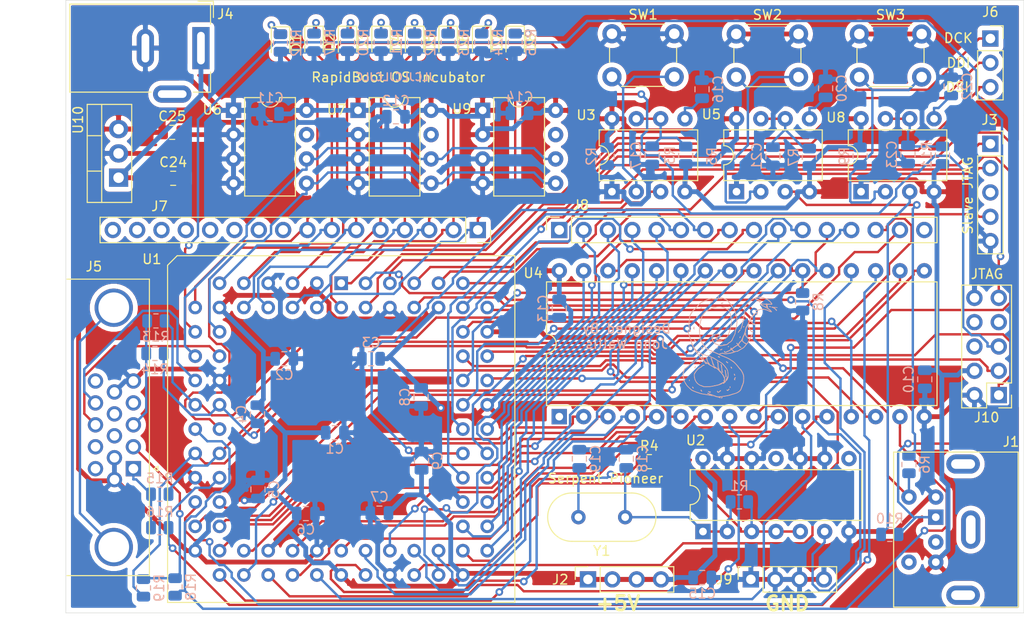
<source format=kicad_pcb>
(kicad_pcb (version 20171130) (host pcbnew "(5.1.10)-1")
  (layers (0 F.Cu signal) (31 B.Cu signal) (34 B.Paste user) (35 F.Paste user) (36 B.SilkS user) (37 F.SilkS user) (38 B.Mask user) (39 F.Mask user) (44 Edge.Cuts user))
  (net 0 "")
  (net 1 GND)
  (net 2 +5V)
  (net 3 "Net-(C16-Pad1)")
  (net 4 "Net-(C17-Pad1)")
  (net 5 "Net-(C18-Pad1)")
  (net 6 "Net-(C19-Pad1)")
  (net 7 "Net-(C20-Pad1)")
  (net 8 "Net-(C21-Pad1)")
  (net 9 "Net-(C22-Pad1)")
  (net 10 "Net-(C23-Pad1)")
  (net 11 "Net-(C24-Pad1)")
  (net 12 /Ins0)
  (net 13 "Net-(D1-Pad1)")
  (net 14 /Ins1)
  (net 15 "Net-(D2-Pad1)")
  (net 16 /Ins2)
  (net 17 "Net-(D3-Pad1)")
  (net 18 /Ins3)
  (net 19 "Net-(D4-Pad1)")
  (net 20 /Ins4)
  (net 21 "Net-(D5-Pad1)")
  (net 22 /Ins5)
  (net 23 "Net-(D6-Pad1)")
  (net 24 /Ins6)
  (net 25 "Net-(D7-Pad1)")
  (net 26 /Ins7)
  (net 27 "Net-(D8-Pad1)")
  (net 28 /Key2\KBCLK)
  (net 29 /Key3\KBData)
  (net 30 /Target_TDI)
  (net 31 /Target_TMS)
  (net 32 /Target_TCK)
  (net 33 "Net-(J5-Pad0)")
  (net 34 /Vsync)
  (net 35 /Hsync)
  (net 36 "Net-(J5-Pad3)")
  (net 37 "Net-(J5-Pad2)")
  (net 38 "Net-(J5-Pad1)")
  (net 39 DSI)
  (net 40 DDI)
  (net 41 DCK)
  (net 42 /B13)
  (net 43 /B12)
  (net 44 /B11)
  (net 45 /B10)
  (net 46 /B9)
  (net 47 /B8)
  (net 48 /B7)
  (net 49 /B6)
  (net 50 /B5)
  (net 51 /B4)
  (net 52 /B3)
  (net 53 /B2)
  (net 54 /B1)
  (net 55 /B0)
  (net 56 TMS)
  (net 57 TDO)
  (net 58 TCK)
  (net 59 "Net-(R1-Pad1)")
  (net 60 "Net-(R2-Pad2)")
  (net 61 "Net-(R5-Pad2)")
  (net 62 "Net-(R6-Pad2)")
  (net 63 "Net-(R8-Pad2)")
  (net 64 "Net-(R10-Pad2)")
  (net 65 /Key1)
  (net 66 "Net-(U1-Pad16)")
  (net 67 TDI)
  (net 68 "Net-(U1-Pad15)")
  (net 69 CLK)
  (net 70 "Net-(R9-Pad2)")
  (net 71 /B14)
  (net 72 /D0)
  (net 73 /D1)
  (net 74 /D4)
  (net 75 /D5)
  (net 76 /D2)
  (net 77 /D3)
  (net 78 /D6)
  (net 79 /D7)
  (net 80 /~OE)
  (net 81 /A16)
  (net 82 /A14)
  (net 83 /A11)
  (net 84 /A9)
  (net 85 /A7)
  (net 86 /A6)
  (net 87 /A4)
  (net 88 /A2)
  (net 89 /~WE)
  (net 90 /A15)
  (net 91 /A13)
  (net 92 /A12)
  (net 93 /A10)
  (net 94 /A8)
  (net 95 /A5)
  (net 96 /A3)
  (net 97 /A0)
  (net 98 /A1)
  (module Connector_PinHeader_2.54mm:PinHeader_2x05_P2.54mm_Vertical (layer F.Cu) (at 277.375 91.25 180)
    (fp_text reference J10 (at 1.27 -2.33) (layer F.SilkS))
    (fp_text value Conn_02x05_Odd_Even)
    (pad 10 thru_hole oval (at 2.54 10.16 180) (size 1.7 1.7) (drill 1) (layers *.Cu *.Mask) (net 1 GND))
    (pad 9 thru_hole oval (at 0 10.16 180) (size 1.7 1.7) (drill 1) (layers *.Cu *.Mask) (net 67 TDI))
    (pad 8 thru_hole oval (at 2.54 7.62 180) (size 1.7 1.7) (drill 1) (layers *.Cu *.Mask))
    (pad 7 thru_hole oval (at 0 7.62 180) (size 1.7 1.7) (drill 1) (layers *.Cu *.Mask))
    (pad 6 thru_hole oval (at 2.54 5.08 180) (size 1.7 1.7) (drill 1) (layers *.Cu *.Mask))
    (pad 5 thru_hole oval (at 0 5.08 180) (size 1.7 1.7) (drill 1) (layers *.Cu *.Mask) (net 56 TMS))
    (pad 4 thru_hole oval (at 2.54 2.54 180) (size 1.7 1.7) (drill 1) (layers *.Cu *.Mask) (net 2 +5V))
    (pad 3 thru_hole oval (at 0 2.54 180) (size 1.7 1.7) (drill 1) (layers *.Cu *.Mask) (net 57 TDO))
    (pad 2 thru_hole oval (at 2.54 0 180) (size 1.7 1.7) (drill 1) (layers *.Cu *.Mask) (net 1 GND))
    (pad 1 thru_hole rect (at 0 0 180) (size 1.7 1.7) (drill 1) (layers *.Cu *.Mask) (net 58 TCK))
  )
  (module Connector_PinSocket_2.54mm:PinSocket_1x05_P2.54mm_Vertical (layer F.Cu) (at 276.5 65)
    (fp_text reference J3 (at -0.075 -2.5) (layer F.SilkS))
    (fp_text value Conn_01x05)
    (pad 5 thru_hole oval (at 0 10.16) (size 1.7 1.7) (drill 1) (layers *.Cu *.Mask) (net 1 GND))
    (pad 4 thru_hole oval (at 0 7.62) (size 1.7 1.7) (drill 1) (layers *.Cu *.Mask) (net 32 /Target_TCK))
    (pad 3 thru_hole oval (at 0 5.08) (size 1.7 1.7) (drill 1) (layers *.Cu *.Mask))
    (pad 2 thru_hole oval (at 0 2.54) (size 1.7 1.7) (drill 1) (layers *.Cu *.Mask) (net 30 /Target_TDI))
    (pad 1 thru_hole rect (at 0 0) (size 1.7 1.7) (drill 1) (layers *.Cu *.Mask) (net 31 /Target_TMS))
  )
  (module Crystal:Crystal_HC49-U_Vertical (layer F.Cu) (at 238.38 104 180)
    (fp_text reference Y1 (at 2.44 -3.525) (layer F.SilkS))
    (fp_text value Crystal)
    (pad 2 thru_hole circle (at 4.88 0 180) (size 1.5 1.5) (drill 0.8) (layers *.Cu *.Mask) (net 6 "Net-(C19-Pad1)"))
    (pad 1 thru_hole circle (at 0 0 180) (size 1.5 1.5) (drill 0.8) (layers *.Cu *.Mask) (net 5 "Net-(C18-Pad1)"))
  )
  (module Package_TO_SOT_THT:TO-220-3_Vertical (layer F.Cu) (at 185.5 68.54 90)
    (fp_text reference U10 (at 6.04 -4.225 270) (layer F.SilkS))
    (fp_text value L7805)
    (pad 3 thru_hole oval (at 5.08 0 90) (size 1.905 2) (drill 1.1) (layers *.Cu *.Mask) (net 2 +5V))
    (pad 2 thru_hole oval (at 2.54 0 90) (size 1.905 2) (drill 1.1) (layers *.Cu *.Mask) (net 1 GND))
    (pad 1 thru_hole rect (at 0 0 90) (size 1.905 2) (drill 1.1) (layers *.Cu *.Mask) (net 11 "Net-(C24-Pad1)"))
  )
  (module Package_DIP:DIP-8_W7.62mm (layer F.Cu) (at 223.5 61.5)
    (fp_text reference U9 (at -2.175 -0.15) (layer F.SilkS))
    (fp_text value AT24C64)
    (pad 8 thru_hole oval (at 7.62 0) (size 1.6 1.6) (drill 0.8) (layers *.Cu *.Mask) (net 2 +5V))
    (pad 4 thru_hole oval (at 0 7.62) (size 1.6 1.6) (drill 0.8) (layers *.Cu *.Mask) (net 1 GND))
    (pad 7 thru_hole oval (at 7.62 2.54) (size 1.6 1.6) (drill 0.8) (layers *.Cu *.Mask))
    (pad 3 thru_hole oval (at 0 5.08) (size 1.6 1.6) (drill 0.8) (layers *.Cu *.Mask) (net 1 GND))
    (pad 6 thru_hole oval (at 7.62 5.08) (size 1.6 1.6) (drill 0.8) (layers *.Cu *.Mask) (net 66 "Net-(U1-Pad16)"))
    (pad 2 thru_hole oval (at 0 2.54) (size 1.6 1.6) (drill 0.8) (layers *.Cu *.Mask) (net 2 +5V))
    (pad 5 thru_hole oval (at 7.62 7.62) (size 1.6 1.6) (drill 0.8) (layers *.Cu *.Mask) (net 68 "Net-(U1-Pad15)"))
    (pad 1 thru_hole rect (at 0 0) (size 1.6 1.6) (drill 0.8) (layers *.Cu *.Mask) (net 2 +5V))
  )
  (module Package_DIP:DIP-8_W7.62mm (layer F.Cu) (at 263 70 90)
    (fp_text reference U8 (at 7.75 -2.625 180) (layer F.SilkS))
    (fp_text value NE555)
    (pad 8 thru_hole oval (at 7.62 0 90) (size 1.6 1.6) (drill 0.8) (layers *.Cu *.Mask) (net 2 +5V))
    (pad 4 thru_hole oval (at 0 7.62 90) (size 1.6 1.6) (drill 0.8) (layers *.Cu *.Mask) (net 2 +5V))
    (pad 7 thru_hole oval (at 7.62 2.54 90) (size 1.6 1.6) (drill 0.8) (layers *.Cu *.Mask) (net 10 "Net-(C23-Pad1)"))
    (pad 3 thru_hole oval (at 0 5.08 90) (size 1.6 1.6) (drill 0.8) (layers *.Cu *.Mask) (net 64 "Net-(R10-Pad2)"))
    (pad 6 thru_hole oval (at 7.62 5.08 90) (size 1.6 1.6) (drill 0.8) (layers *.Cu *.Mask) (net 10 "Net-(C23-Pad1)"))
    (pad 2 thru_hole oval (at 0 2.54 90) (size 1.6 1.6) (drill 0.8) (layers *.Cu *.Mask) (net 70 "Net-(R9-Pad2)"))
    (pad 5 thru_hole oval (at 7.62 7.62 90) (size 1.6 1.6) (drill 0.8) (layers *.Cu *.Mask) (net 9 "Net-(C22-Pad1)"))
    (pad 1 thru_hole rect (at 0 0 90) (size 1.6 1.6) (drill 0.8) (layers *.Cu *.Mask) (net 1 GND))
  )
  (module Package_DIP:DIP-8_W7.62mm (layer F.Cu) (at 210.5 61.5)
    (fp_text reference U7 (at -2.25 -0.075) (layer F.SilkS))
    (fp_text value AT24C64)
    (pad 8 thru_hole oval (at 7.62 0) (size 1.6 1.6) (drill 0.8) (layers *.Cu *.Mask) (net 2 +5V))
    (pad 4 thru_hole oval (at 0 7.62) (size 1.6 1.6) (drill 0.8) (layers *.Cu *.Mask) (net 1 GND))
    (pad 7 thru_hole oval (at 7.62 2.54) (size 1.6 1.6) (drill 0.8) (layers *.Cu *.Mask))
    (pad 3 thru_hole oval (at 0 5.08) (size 1.6 1.6) (drill 0.8) (layers *.Cu *.Mask) (net 1 GND))
    (pad 6 thru_hole oval (at 7.62 5.08) (size 1.6 1.6) (drill 0.8) (layers *.Cu *.Mask) (net 66 "Net-(U1-Pad16)"))
    (pad 2 thru_hole oval (at 0 2.54) (size 1.6 1.6) (drill 0.8) (layers *.Cu *.Mask) (net 1 GND))
    (pad 5 thru_hole oval (at 7.62 7.62) (size 1.6 1.6) (drill 0.8) (layers *.Cu *.Mask) (net 68 "Net-(U1-Pad15)"))
    (pad 1 thru_hole rect (at 0 0) (size 1.6 1.6) (drill 0.8) (layers *.Cu *.Mask) (net 2 +5V))
  )
  (module Package_DIP:DIP-8_W7.62mm (layer F.Cu) (at 197.5 61.5)
    (fp_text reference U6 (at -2.225 -0.075) (layer F.SilkS))
    (fp_text value AT24C64)
    (pad 8 thru_hole oval (at 7.62 0) (size 1.6 1.6) (drill 0.8) (layers *.Cu *.Mask) (net 2 +5V))
    (pad 4 thru_hole oval (at 0 7.62) (size 1.6 1.6) (drill 0.8) (layers *.Cu *.Mask) (net 1 GND))
    (pad 7 thru_hole oval (at 7.62 2.54) (size 1.6 1.6) (drill 0.8) (layers *.Cu *.Mask))
    (pad 3 thru_hole oval (at 0 5.08) (size 1.6 1.6) (drill 0.8) (layers *.Cu *.Mask) (net 1 GND))
    (pad 6 thru_hole oval (at 7.62 5.08) (size 1.6 1.6) (drill 0.8) (layers *.Cu *.Mask) (net 66 "Net-(U1-Pad16)"))
    (pad 2 thru_hole oval (at 0 2.54) (size 1.6 1.6) (drill 0.8) (layers *.Cu *.Mask) (net 1 GND))
    (pad 5 thru_hole oval (at 7.62 7.62) (size 1.6 1.6) (drill 0.8) (layers *.Cu *.Mask) (net 68 "Net-(U1-Pad15)"))
    (pad 1 thru_hole rect (at 0 0) (size 1.6 1.6) (drill 0.8) (layers *.Cu *.Mask) (net 1 GND))
  )
  (module Package_DIP:DIP-8_W7.62mm (layer F.Cu) (at 250 70 90)
    (fp_text reference U5 (at 8.075 -2.625 180) (layer F.SilkS))
    (fp_text value NE555)
    (pad 1 thru_hole rect (at 0 0 90) (size 1.6 1.6) (drill 0.8) (layers *.Cu *.Mask) (net 1 GND))
    (pad 5 thru_hole oval (at 7.62 7.62 90) (size 1.6 1.6) (drill 0.8) (layers *.Cu *.Mask) (net 7 "Net-(C20-Pad1)"))
    (pad 2 thru_hole oval (at 0 2.54 90) (size 1.6 1.6) (drill 0.8) (layers *.Cu *.Mask) (net 61 "Net-(R5-Pad2)"))
    (pad 6 thru_hole oval (at 7.62 5.08 90) (size 1.6 1.6) (drill 0.8) (layers *.Cu *.Mask) (net 8 "Net-(C21-Pad1)"))
    (pad 3 thru_hole oval (at 0 5.08 90) (size 1.6 1.6) (drill 0.8) (layers *.Cu *.Mask) (net 62 "Net-(R6-Pad2)"))
    (pad 7 thru_hole oval (at 7.62 2.54 90) (size 1.6 1.6) (drill 0.8) (layers *.Cu *.Mask) (net 8 "Net-(C21-Pad1)"))
    (pad 4 thru_hole oval (at 0 7.62 90) (size 1.6 1.6) (drill 0.8) (layers *.Cu *.Mask) (net 2 +5V))
    (pad 8 thru_hole oval (at 7.62 0 90) (size 1.6 1.6) (drill 0.8) (layers *.Cu *.Mask) (net 2 +5V))
  )
  (module Package_DIP:DIP-32_W15.24mm (layer F.Cu) (at 231.5 93.5 90)
    (fp_text reference U4 (at 15 -2.725 180) (layer F.SilkS))
    (fp_text value AS6C1008)
    (pad 32 thru_hole oval (at 15.24 0 90) (size 1.6 1.6) (drill 0.8) (layers *.Cu *.Mask) (net 2 +5V))
    (pad 16 thru_hole oval (at 0 38.1 90) (size 1.6 1.6) (drill 0.8) (layers *.Cu *.Mask) (net 1 GND))
    (pad 31 thru_hole oval (at 15.24 2.54 90) (size 1.6 1.6) (drill 0.8) (layers *.Cu *.Mask) (net 81 /A16))
    (pad 15 thru_hole oval (at 0 35.56 90) (size 1.6 1.6) (drill 0.8) (layers *.Cu *.Mask) (net 76 /D2))
    (pad 30 thru_hole oval (at 15.24 5.08 90) (size 1.6 1.6) (drill 0.8) (layers *.Cu *.Mask) (net 63 "Net-(R8-Pad2)"))
    (pad 14 thru_hole oval (at 0 33.02 90) (size 1.6 1.6) (drill 0.8) (layers *.Cu *.Mask) (net 73 /D1))
    (pad 29 thru_hole oval (at 15.24 7.62 90) (size 1.6 1.6) (drill 0.8) (layers *.Cu *.Mask) (net 89 /~WE))
    (pad 13 thru_hole oval (at 0 30.48 90) (size 1.6 1.6) (drill 0.8) (layers *.Cu *.Mask) (net 72 /D0))
    (pad 28 thru_hole oval (at 15.24 10.16 90) (size 1.6 1.6) (drill 0.8) (layers *.Cu *.Mask) (net 90 /A15))
    (pad 12 thru_hole oval (at 0 27.94 90) (size 1.6 1.6) (drill 0.8) (layers *.Cu *.Mask) (net 93 /A10))
    (pad 27 thru_hole oval (at 15.24 12.7 90) (size 1.6 1.6) (drill 0.8) (layers *.Cu *.Mask) (net 82 /A14))
    (pad 11 thru_hole oval (at 0 25.4 90) (size 1.6 1.6) (drill 0.8) (layers *.Cu *.Mask) (net 84 /A9))
    (pad 26 thru_hole oval (at 15.24 15.24 90) (size 1.6 1.6) (drill 0.8) (layers *.Cu *.Mask) (net 91 /A13))
    (pad 10 thru_hole oval (at 0 22.86 90) (size 1.6 1.6) (drill 0.8) (layers *.Cu *.Mask) (net 94 /A8))
    (pad 25 thru_hole oval (at 15.24 17.78 90) (size 1.6 1.6) (drill 0.8) (layers *.Cu *.Mask) (net 92 /A12))
    (pad 9 thru_hole oval (at 0 20.32 90) (size 1.6 1.6) (drill 0.8) (layers *.Cu *.Mask) (net 85 /A7))
    (pad 24 thru_hole oval (at 15.24 20.32 90) (size 1.6 1.6) (drill 0.8) (layers *.Cu *.Mask) (net 80 /~OE))
    (pad 8 thru_hole oval (at 0 17.78 90) (size 1.6 1.6) (drill 0.8) (layers *.Cu *.Mask) (net 86 /A6))
    (pad 23 thru_hole oval (at 15.24 22.86 90) (size 1.6 1.6) (drill 0.8) (layers *.Cu *.Mask) (net 83 /A11))
    (pad 7 thru_hole oval (at 0 15.24 90) (size 1.6 1.6) (drill 0.8) (layers *.Cu *.Mask) (net 95 /A5))
    (pad 22 thru_hole oval (at 15.24 25.4 90) (size 1.6 1.6) (drill 0.8) (layers *.Cu *.Mask) (net 63 "Net-(R8-Pad2)"))
    (pad 6 thru_hole oval (at 0 12.7 90) (size 1.6 1.6) (drill 0.8) (layers *.Cu *.Mask) (net 87 /A4))
    (pad 21 thru_hole oval (at 15.24 27.94 90) (size 1.6 1.6) (drill 0.8) (layers *.Cu *.Mask) (net 79 /D7))
    (pad 5 thru_hole oval (at 0 10.16 90) (size 1.6 1.6) (drill 0.8) (layers *.Cu *.Mask) (net 96 /A3))
    (pad 20 thru_hole oval (at 15.24 30.48 90) (size 1.6 1.6) (drill 0.8) (layers *.Cu *.Mask) (net 78 /D6))
    (pad 4 thru_hole oval (at 0 7.62 90) (size 1.6 1.6) (drill 0.8) (layers *.Cu *.Mask) (net 88 /A2))
    (pad 19 thru_hole oval (at 15.24 33.02 90) (size 1.6 1.6) (drill 0.8) (layers *.Cu *.Mask) (net 75 /D5))
    (pad 3 thru_hole oval (at 0 5.08 90) (size 1.6 1.6) (drill 0.8) (layers *.Cu *.Mask) (net 98 /A1))
    (pad 18 thru_hole oval (at 15.24 35.56 90) (size 1.6 1.6) (drill 0.8) (layers *.Cu *.Mask) (net 74 /D4))
    (pad 2 thru_hole oval (at 0 2.54 90) (size 1.6 1.6) (drill 0.8) (layers *.Cu *.Mask) (net 97 /A0))
    (pad 17 thru_hole oval (at 15.24 38.1 90) (size 1.6 1.6) (drill 0.8) (layers *.Cu *.Mask) (net 77 /D3))
    (pad 1 thru_hole rect (at 0 0 90) (size 1.6 1.6) (drill 0.8) (layers *.Cu *.Mask))
  )
  (module Package_DIP:DIP-8_W7.62mm (layer F.Cu) (at 237 70 90)
    (fp_text reference U3 (at 8 -2.7 180) (layer F.SilkS))
    (fp_text value NE555)
    (pad 8 thru_hole oval (at 7.62 0 90) (size 1.6 1.6) (drill 0.8) (layers *.Cu *.Mask) (net 2 +5V))
    (pad 4 thru_hole oval (at 0 7.62 90) (size 1.6 1.6) (drill 0.8) (layers *.Cu *.Mask) (net 2 +5V))
    (pad 7 thru_hole oval (at 7.62 2.54 90) (size 1.6 1.6) (drill 0.8) (layers *.Cu *.Mask) (net 4 "Net-(C17-Pad1)"))
    (pad 3 thru_hole oval (at 0 5.08 90) (size 1.6 1.6) (drill 0.8) (layers *.Cu *.Mask) (net 65 /Key1))
    (pad 6 thru_hole oval (at 7.62 5.08 90) (size 1.6 1.6) (drill 0.8) (layers *.Cu *.Mask) (net 4 "Net-(C17-Pad1)"))
    (pad 2 thru_hole oval (at 0 2.54 90) (size 1.6 1.6) (drill 0.8) (layers *.Cu *.Mask) (net 60 "Net-(R2-Pad2)"))
    (pad 5 thru_hole oval (at 7.62 7.62 90) (size 1.6 1.6) (drill 0.8) (layers *.Cu *.Mask) (net 3 "Net-(C16-Pad1)"))
    (pad 1 thru_hole rect (at 0 0 90) (size 1.6 1.6) (drill 0.8) (layers *.Cu *.Mask) (net 1 GND))
  )
  (module Package_DIP:DIP-14_W7.62mm (layer F.Cu) (at 246.5 105.5 90)
    (fp_text reference U2 (at 9.525 -0.775 180) (layer F.SilkS))
    (fp_text value 74HC00)
    (pad 14 thru_hole oval (at 7.62 0 90) (size 1.6 1.6) (drill 0.8) (layers *.Cu *.Mask) (net 2 +5V))
    (pad 7 thru_hole oval (at 0 15.24 90) (size 1.6 1.6) (drill 0.8) (layers *.Cu *.Mask) (net 1 GND))
    (pad 13 thru_hole oval (at 7.62 2.54 90) (size 1.6 1.6) (drill 0.8) (layers *.Cu *.Mask) (net 1 GND))
    (pad 6 thru_hole oval (at 0 12.7 90) (size 1.6 1.6) (drill 0.8) (layers *.Cu *.Mask) (net 69 CLK))
    (pad 12 thru_hole oval (at 7.62 5.08 90) (size 1.6 1.6) (drill 0.8) (layers *.Cu *.Mask) (net 1 GND))
    (pad 5 thru_hole oval (at 0 10.16 90) (size 1.6 1.6) (drill 0.8) (layers *.Cu *.Mask) (net 59 "Net-(R1-Pad1)"))
    (pad 11 thru_hole oval (at 7.62 7.62 90) (size 1.6 1.6) (drill 0.8) (layers *.Cu *.Mask))
    (pad 4 thru_hole oval (at 0 7.62 90) (size 1.6 1.6) (drill 0.8) (layers *.Cu *.Mask) (net 59 "Net-(R1-Pad1)"))
    (pad 10 thru_hole oval (at 7.62 10.16 90) (size 1.6 1.6) (drill 0.8) (layers *.Cu *.Mask) (net 1 GND))
    (pad 3 thru_hole oval (at 0 5.08 90) (size 1.6 1.6) (drill 0.8) (layers *.Cu *.Mask) (net 59 "Net-(R1-Pad1)"))
    (pad 9 thru_hole oval (at 7.62 12.7 90) (size 1.6 1.6) (drill 0.8) (layers *.Cu *.Mask) (net 1 GND))
    (pad 2 thru_hole oval (at 0 2.54 90) (size 1.6 1.6) (drill 0.8) (layers *.Cu *.Mask) (net 5 "Net-(C18-Pad1)"))
    (pad 8 thru_hole oval (at 7.62 15.24 90) (size 1.6 1.6) (drill 0.8) (layers *.Cu *.Mask))
    (pad 1 thru_hole rect (at 0 0 90) (size 1.6 1.6) (drill 0.8) (layers *.Cu *.Mask) (net 5 "Net-(C18-Pad1)"))
  )
  (module Package_LCC:PLCC-84_THT-Socket (layer F.Cu) (at 208.74 79.56)
    (fp_text reference U1 (at -19.765 -2.51) (layer F.SilkS))
    (fp_text value EPM7128s)
    (pad 72 thru_hole circle (at 15.24 5.08) (size 1.4224 1.4224) (drill 0.8) (layers *.Cu *.Mask) (net 1 GND))
    (pad 70 thru_hole circle (at 15.24 7.62) (size 1.4224 1.4224) (drill 0.8) (layers *.Cu *.Mask) (net 43 /B12))
    (pad 68 thru_hole circle (at 15.24 10.16) (size 1.4224 1.4224) (drill 0.8) (layers *.Cu *.Mask) (net 45 /B10))
    (pad 66 thru_hole circle (at 15.24 12.7) (size 1.4224 1.4224) (drill 0.8) (layers *.Cu *.Mask) (net 2 +5V))
    (pad 64 thru_hole circle (at 15.24 15.24) (size 1.4224 1.4224) (drill 0.8) (layers *.Cu *.Mask) (net 48 /B7))
    (pad 62 thru_hole circle (at 15.24 17.78) (size 1.4224 1.4224) (drill 0.8) (layers *.Cu *.Mask) (net 58 TCK))
    (pad 60 thru_hole circle (at 15.24 20.32) (size 1.4224 1.4224) (drill 0.8) (layers *.Cu *.Mask) (net 51 /B4))
    (pad 58 thru_hole circle (at 15.24 22.86) (size 1.4224 1.4224) (drill 0.8) (layers *.Cu *.Mask) (net 52 /B3))
    (pad 56 thru_hole circle (at 15.24 25.4) (size 1.4224 1.4224) (drill 0.8) (layers *.Cu *.Mask) (net 54 /B1))
    (pad 54 thru_hole circle (at 15.24 27.94) (size 1.4224 1.4224) (drill 0.8) (layers *.Cu *.Mask) (net 80 /~OE))
    (pad 73 thru_hole circle (at 12.7 5.08) (size 1.4224 1.4224) (drill 0.8) (layers *.Cu *.Mask) (net 42 /B13))
    (pad 71 thru_hole circle (at 12.7 7.62) (size 1.4224 1.4224) (drill 0.8) (layers *.Cu *.Mask) (net 57 TDO))
    (pad 69 thru_hole circle (at 12.7 10.16) (size 1.4224 1.4224) (drill 0.8) (layers *.Cu *.Mask) (net 44 /B11))
    (pad 67 thru_hole circle (at 12.7 12.7) (size 1.4224 1.4224) (drill 0.8) (layers *.Cu *.Mask) (net 46 /B9))
    (pad 65 thru_hole circle (at 12.7 15.24) (size 1.4224 1.4224) (drill 0.8) (layers *.Cu *.Mask) (net 47 /B8))
    (pad 63 thru_hole circle (at 12.7 17.78) (size 1.4224 1.4224) (drill 0.8) (layers *.Cu *.Mask) (net 49 /B6))
    (pad 61 thru_hole circle (at 12.7 20.32) (size 1.4224 1.4224) (drill 0.8) (layers *.Cu *.Mask) (net 50 /B5))
    (pad 59 thru_hole circle (at 12.7 22.86) (size 1.4224 1.4224) (drill 0.8) (layers *.Cu *.Mask) (net 1 GND))
    (pad 57 thru_hole circle (at 12.7 25.4) (size 1.4224 1.4224) (drill 0.8) (layers *.Cu *.Mask) (net 53 /B2))
    (pad 55 thru_hole circle (at 12.7 27.94) (size 1.4224 1.4224) (drill 0.8) (layers *.Cu *.Mask) (net 55 /B0))
    (pad 53 thru_hole circle (at 12.7 30.48) (size 1.4224 1.4224) (drill 0.8) (layers *.Cu *.Mask) (net 2 +5V))
    (pad 51 thru_hole circle (at 10.16 30.48) (size 1.4224 1.4224) (drill 0.8) (layers *.Cu *.Mask) (net 81 /A16))
    (pad 49 thru_hole circle (at 7.62 30.48) (size 1.4224 1.4224) (drill 0.8) (layers *.Cu *.Mask) (net 82 /A14))
    (pad 47 thru_hole circle (at 5.08 30.48) (size 1.4224 1.4224) (drill 0.8) (layers *.Cu *.Mask) (net 1 GND))
    (pad 45 thru_hole circle (at 2.54 30.48) (size 1.4224 1.4224) (drill 0.8) (layers *.Cu *.Mask) (net 83 /A11))
    (pad 43 thru_hole circle (at 0 30.48) (size 1.4224 1.4224) (drill 0.8) (layers *.Cu *.Mask) (net 2 +5V))
    (pad 41 thru_hole circle (at -2.54 30.48) (size 1.4224 1.4224) (drill 0.8) (layers *.Cu *.Mask) (net 84 /A9))
    (pad 39 thru_hole circle (at -5.08 30.48) (size 1.4224 1.4224) (drill 0.8) (layers *.Cu *.Mask) (net 85 /A7))
    (pad 37 thru_hole circle (at -7.62 30.48) (size 1.4224 1.4224) (drill 0.8) (layers *.Cu *.Mask) (net 86 /A6))
    (pad 35 thru_hole circle (at -10.16 30.48) (size 1.4224 1.4224) (drill 0.8) (layers *.Cu *.Mask) (net 87 /A4))
    (pad 33 thru_hole circle (at -12.7 30.48) (size 1.4224 1.4224) (drill 0.8) (layers *.Cu *.Mask) (net 88 /A2))
    (pad 52 thru_hole circle (at 10.16 27.94) (size 1.4224 1.4224) (drill 0.8) (layers *.Cu *.Mask) (net 89 /~WE))
    (pad 50 thru_hole circle (at 7.62 27.94) (size 1.4224 1.4224) (drill 0.8) (layers *.Cu *.Mask) (net 90 /A15))
    (pad 48 thru_hole circle (at 5.08 27.94) (size 1.4224 1.4224) (drill 0.8) (layers *.Cu *.Mask) (net 91 /A13))
    (pad 46 thru_hole circle (at 2.54 27.94) (size 1.4224 1.4224) (drill 0.8) (layers *.Cu *.Mask) (net 92 /A12))
    (pad 44 thru_hole circle (at 0 27.94) (size 1.4224 1.4224) (drill 0.8) (layers *.Cu *.Mask) (net 93 /A10))
    (pad 42 thru_hole circle (at -2.54 27.94) (size 1.4224 1.4224) (drill 0.8) (layers *.Cu *.Mask) (net 1 GND))
    (pad 40 thru_hole circle (at -5.08 27.94) (size 1.4224 1.4224) (drill 0.8) (layers *.Cu *.Mask) (net 94 /A8))
    (pad 38 thru_hole circle (at -7.62 27.94) (size 1.4224 1.4224) (drill 0.8) (layers *.Cu *.Mask) (net 2 +5V))
    (pad 36 thru_hole circle (at -10.16 27.94) (size 1.4224 1.4224) (drill 0.8) (layers *.Cu *.Mask) (net 95 /A5))
    (pad 34 thru_hole circle (at -12.7 27.94) (size 1.4224 1.4224) (drill 0.8) (layers *.Cu *.Mask) (net 96 /A3))
    (pad 32 thru_hole circle (at -15.24 27.94) (size 1.4224 1.4224) (drill 0.8) (layers *.Cu *.Mask) (net 1 GND))
    (pad 30 thru_hole circle (at -15.24 25.4) (size 1.4224 1.4224) (drill 0.8) (layers *.Cu *.Mask) (net 97 /A0))
    (pad 28 thru_hole circle (at -15.24 22.86) (size 1.4224 1.4224) (drill 0.8) (layers *.Cu *.Mask) (net 78 /D6))
    (pad 26 thru_hole circle (at -15.24 20.32) (size 1.4224 1.4224) (drill 0.8) (layers *.Cu *.Mask) (net 2 +5V))
    (pad 24 thru_hole circle (at -15.24 17.78) (size 1.4224 1.4224) (drill 0.8) (layers *.Cu *.Mask) (net 77 /D3))
    (pad 22 thru_hole circle (at -15.24 15.24) (size 1.4224 1.4224) (drill 0.8) (layers *.Cu *.Mask) (net 76 /D2))
    (pad 20 thru_hole circle (at -15.24 12.7) (size 1.4224 1.4224) (drill 0.8) (layers *.Cu *.Mask) (net 72 /D0))
    (pad 18 thru_hole circle (at -15.24 10.16) (size 1.4224 1.4224) (drill 0.8) (layers *.Cu *.Mask) (net 34 /Vsync))
    (pad 16 thru_hole circle (at -15.24 7.62) (size 1.4224 1.4224) (drill 0.8) (layers *.Cu *.Mask) (net 66 "Net-(U1-Pad16)"))
    (pad 14 thru_hole circle (at -15.24 5.08) (size 1.4224 1.4224) (drill 0.8) (layers *.Cu *.Mask) (net 67 TDI))
    (pad 12 thru_hole circle (at -15.24 2.54) (size 1.4224 1.4224) (drill 0.8) (layers *.Cu *.Mask) (net 12 /Ins0))
    (pad 31 thru_hole circle (at -12.7 25.4) (size 1.4224 1.4224) (drill 0.8) (layers *.Cu *.Mask) (net 98 /A1))
    (pad 29 thru_hole circle (at -12.7 22.86) (size 1.4224 1.4224) (drill 0.8) (layers *.Cu *.Mask) (net 79 /D7))
    (pad 27 thru_hole circle (at -12.7 20.32) (size 1.4224 1.4224) (drill 0.8) (layers *.Cu *.Mask) (net 75 /D5))
    (pad 25 thru_hole circle (at -12.7 17.78) (size 1.4224 1.4224) (drill 0.8) (layers *.Cu *.Mask) (net 74 /D4))
    (pad 23 thru_hole circle (at -12.7 15.24) (size 1.4224 1.4224) (drill 0.8) (layers *.Cu *.Mask) (net 56 TMS))
    (pad 21 thru_hole circle (at -12.7 12.7) (size 1.4224 1.4224) (drill 0.8) (layers *.Cu *.Mask) (net 73 /D1))
    (pad 19 thru_hole circle (at -12.7 10.16) (size 1.4224 1.4224) (drill 0.8) (layers *.Cu *.Mask) (net 1 GND))
    (pad 17 thru_hole circle (at -12.7 7.62) (size 1.4224 1.4224) (drill 0.8) (layers *.Cu *.Mask) (net 35 /Hsync))
    (pad 15 thru_hole circle (at -12.7 5.08) (size 1.4224 1.4224) (drill 0.8) (layers *.Cu *.Mask) (net 68 "Net-(U1-Pad15)"))
    (pad 13 thru_hole circle (at -12.7 2.54) (size 1.4224 1.4224) (drill 0.8) (layers *.Cu *.Mask) (net 2 +5V))
    (pad 75 thru_hole circle (at 12.7 0) (size 1.4224 1.4224) (drill 0.8) (layers *.Cu *.Mask) (net 32 /Target_TCK))
    (pad 77 thru_hole circle (at 10.16 0) (size 1.4224 1.4224) (drill 0.8) (layers *.Cu *.Mask) (net 30 /Target_TDI))
    (pad 79 thru_hole circle (at 7.62 0) (size 1.4224 1.4224) (drill 0.8) (layers *.Cu *.Mask) (net 65 /Key1))
    (pad 81 thru_hole circle (at 5.08 0) (size 1.4224 1.4224) (drill 0.8) (layers *.Cu *.Mask) (net 29 /Key3\KBData))
    (pad 83 thru_hole circle (at 2.54 0) (size 1.4224 1.4224) (drill 0.8) (layers *.Cu *.Mask) (net 69 CLK))
    (pad 11 thru_hole circle (at -12.7 0) (size 1.4224 1.4224) (drill 0.8) (layers *.Cu *.Mask) (net 14 /Ins1))
    (pad 9 thru_hole circle (at -10.16 0) (size 1.4224 1.4224) (drill 0.8) (layers *.Cu *.Mask) (net 18 /Ins3))
    (pad 7 thru_hole circle (at -7.62 0) (size 1.4224 1.4224) (drill 0.8) (layers *.Cu *.Mask) (net 1 GND))
    (pad 5 thru_hole circle (at -5.08 0) (size 1.4224 1.4224) (drill 0.8) (layers *.Cu *.Mask) (net 24 /Ins6))
    (pad 3 thru_hole circle (at -2.54 0) (size 1.4224 1.4224) (drill 0.8) (layers *.Cu *.Mask) (net 2 +5V))
    (pad 1 thru_hole rect (at 0 0) (size 1.4224 1.4224) (drill 0.8) (layers *.Cu *.Mask) (net 40 DDI))
    (pad 74 thru_hole circle (at 15.24 2.54) (size 1.4224 1.4224) (drill 0.8) (layers *.Cu *.Mask) (net 71 /B14))
    (pad 76 thru_hole circle (at 12.7 2.54) (size 1.4224 1.4224) (drill 0.8) (layers *.Cu *.Mask) (net 31 /Target_TMS))
    (pad 78 thru_hole circle (at 10.16 2.54) (size 1.4224 1.4224) (drill 0.8) (layers *.Cu *.Mask) (net 2 +5V))
    (pad 80 thru_hole circle (at 7.62 2.54) (size 1.4224 1.4224) (drill 0.8) (layers *.Cu *.Mask) (net 28 /Key2\KBCLK))
    (pad 82 thru_hole circle (at 5.08 2.54) (size 1.4224 1.4224) (drill 0.8) (layers *.Cu *.Mask) (net 1 GND))
    (pad 84 thru_hole circle (at 2.54 2.54) (size 1.4224 1.4224) (drill 0.8) (layers *.Cu *.Mask) (net 39 DSI))
    (pad 10 thru_hole circle (at -10.16 2.54) (size 1.4224 1.4224) (drill 0.8) (layers *.Cu *.Mask) (net 16 /Ins2))
    (pad 8 thru_hole circle (at -7.62 2.54) (size 1.4224 1.4224) (drill 0.8) (layers *.Cu *.Mask) (net 20 /Ins4))
    (pad 6 thru_hole circle (at -5.08 2.54) (size 1.4224 1.4224) (drill 0.8) (layers *.Cu *.Mask) (net 22 /Ins5))
    (pad 4 thru_hole circle (at -2.54 2.54) (size 1.4224 1.4224) (drill 0.8) (layers *.Cu *.Mask) (net 26 /Ins7))
    (pad 2 thru_hole circle (at 0 2.54) (size 1.4224 1.4224) (drill 0.8) (layers *.Cu *.Mask) (net 41 DCK))
  )
  (module Button_Switch_THT:SW_PUSH_6mm (layer F.Cu) (at 262.825 53.525)
    (fp_text reference SW3 (at 3.25 -2) (layer F.SilkS))
    (fp_text value SW_Push)
    (pad 1 thru_hole circle (at 6.5 0 90) (size 2 2) (drill 1.1) (layers *.Cu *.Mask) (net 1 GND))
    (pad 2 thru_hole circle (at 6.5 4.5 90) (size 2 2) (drill 1.1) (layers *.Cu *.Mask) (net 70 "Net-(R9-Pad2)"))
    (pad 1 thru_hole circle (at 0 0 90) (size 2 2) (drill 1.1) (layers *.Cu *.Mask) (net 1 GND))
    (pad 2 thru_hole circle (at 0 4.5 90) (size 2 2) (drill 1.1) (layers *.Cu *.Mask) (net 70 "Net-(R9-Pad2)"))
  )
  (module Button_Switch_THT:SW_PUSH_6mm (layer F.Cu) (at 249.975 53.525)
    (fp_text reference SW2 (at 3.25 -2) (layer F.SilkS))
    (fp_text value SW_Push)
    (pad 1 thru_hole circle (at 6.5 0 90) (size 2 2) (drill 1.1) (layers *.Cu *.Mask) (net 1 GND))
    (pad 2 thru_hole circle (at 6.5 4.5 90) (size 2 2) (drill 1.1) (layers *.Cu *.Mask) (net 61 "Net-(R5-Pad2)"))
    (pad 1 thru_hole circle (at 0 0 90) (size 2 2) (drill 1.1) (layers *.Cu *.Mask) (net 1 GND))
    (pad 2 thru_hole circle (at 0 4.5 90) (size 2 2) (drill 1.1) (layers *.Cu *.Mask) (net 61 "Net-(R5-Pad2)"))
  )
  (module Button_Switch_THT:SW_PUSH_6mm (layer F.Cu) (at 237 53.5)
    (fp_text reference SW1 (at 3.25 -2) (layer F.SilkS))
    (fp_text value SW_Push)
    (pad 1 thru_hole circle (at 6.5 0 90) (size 2 2) (drill 1.1) (layers *.Cu *.Mask) (net 1 GND))
    (pad 2 thru_hole circle (at 6.5 4.5 90) (size 2 2) (drill 1.1) (layers *.Cu *.Mask) (net 60 "Net-(R2-Pad2)"))
    (pad 1 thru_hole circle (at 0 0 90) (size 2 2) (drill 1.1) (layers *.Cu *.Mask) (net 1 GND))
    (pad 2 thru_hole circle (at 0 4.5 90) (size 2 2) (drill 1.1) (layers *.Cu *.Mask) (net 60 "Net-(R2-Pad2)"))
  )
  (module Resistor_SMD:R_0805_2012Metric (layer B.Cu) (at 226.9 54.4 90)
    (fp_text reference R25 (at 0 1.65 90) (layer B.SilkS) (effects (justify mirror)))
    (fp_text value 330)
    (pad 2 smd roundrect (at 0.9125 0 90) (size 1.025 1.4) (layers B.Cu B.Paste B.Mask) (roundrect_rratio 0.243902) (net 27 "Net-(D8-Pad1)"))
    (pad 1 smd roundrect (at -0.9125 0 90) (size 1.025 1.4) (layers B.Cu B.Paste B.Mask) (roundrect_rratio 0.243902) (net 1 GND))
  )
  (module Resistor_SMD:R_0805_2012Metric (layer B.Cu) (at 223.4 54.4 90)
    (fp_text reference R24 (at 0 1.65 90) (layer B.SilkS) (effects (justify mirror)))
    (fp_text value 330)
    (pad 2 smd roundrect (at 0.9125 0 90) (size 1.025 1.4) (layers B.Cu B.Paste B.Mask) (roundrect_rratio 0.243902) (net 25 "Net-(D7-Pad1)"))
    (pad 1 smd roundrect (at -0.9125 0 90) (size 1.025 1.4) (layers B.Cu B.Paste B.Mask) (roundrect_rratio 0.243902) (net 1 GND))
  )
  (module Resistor_SMD:R_0805_2012Metric (layer B.Cu) (at 219.9 54.4 90)
    (fp_text reference R23 (at 0 1.65 90) (layer B.SilkS) (effects (justify mirror)))
    (fp_text value 330)
    (pad 2 smd roundrect (at 0.9125 0 90) (size 1.025 1.4) (layers B.Cu B.Paste B.Mask) (roundrect_rratio 0.243902) (net 23 "Net-(D6-Pad1)"))
    (pad 1 smd roundrect (at -0.9125 0 90) (size 1.025 1.4) (layers B.Cu B.Paste B.Mask) (roundrect_rratio 0.243902) (net 1 GND))
  )
  (module Resistor_SMD:R_0805_2012Metric (layer B.Cu) (at 216.4 54.4 90)
    (fp_text reference R22 (at 0 1.65 90) (layer B.SilkS) (effects (justify mirror)))
    (fp_text value 330)
    (pad 2 smd roundrect (at 0.9125 0 90) (size 1.025 1.4) (layers B.Cu B.Paste B.Mask) (roundrect_rratio 0.243902) (net 21 "Net-(D5-Pad1)"))
    (pad 1 smd roundrect (at -0.9125 0 90) (size 1.025 1.4) (layers B.Cu B.Paste B.Mask) (roundrect_rratio 0.243902) (net 1 GND))
  )
  (module Resistor_SMD:R_0805_2012Metric (layer B.Cu) (at 212.9 54.4 90)
    (fp_text reference R21 (at 0 1.65 90) (layer B.SilkS) (effects (justify mirror)))
    (fp_text value 330)
    (pad 2 smd roundrect (at 0.9125 0 90) (size 1.025 1.4) (layers B.Cu B.Paste B.Mask) (roundrect_rratio 0.243902) (net 19 "Net-(D4-Pad1)"))
    (pad 1 smd roundrect (at -0.9125 0 90) (size 1.025 1.4) (layers B.Cu B.Paste B.Mask) (roundrect_rratio 0.243902) (net 1 GND))
  )
  (module Resistor_SMD:R_0805_2012Metric (layer B.Cu) (at 209.4 54.4 90)
    (fp_text reference R20 (at 0 1.65 90) (layer B.SilkS) (effects (justify mirror)))
    (fp_text value 330)
    (pad 2 smd roundrect (at 0.9125 0 90) (size 1.025 1.4) (layers B.Cu B.Paste B.Mask) (roundrect_rratio 0.243902) (net 17 "Net-(D3-Pad1)"))
    (pad 1 smd roundrect (at -0.9125 0 90) (size 1.025 1.4) (layers B.Cu B.Paste B.Mask) (roundrect_rratio 0.243902) (net 1 GND))
  )
  (module Resistor_SMD:R_0805_2012Metric (layer B.Cu) (at 188.1 111.388 90)
    (fp_text reference R19 (at 0 1.65 270) (layer B.SilkS) (effects (justify mirror)))
    (fp_text value 1k)
    (pad 2 smd roundrect (at 0.9125 0 90) (size 1.025 1.4) (layers B.Cu B.Paste B.Mask) (roundrect_rratio 0.243902) (net 37 "Net-(J5-Pad2)"))
    (pad 1 smd roundrect (at -0.9125 0 90) (size 1.025 1.4) (layers B.Cu B.Paste B.Mask) (roundrect_rratio 0.243902) (net 77 /D3))
  )
  (module Resistor_SMD:R_0805_2012Metric (layer B.Cu) (at 191.4 111.288 90)
    (fp_text reference R18 (at 0 1.65 90) (layer B.SilkS) (effects (justify mirror)))
    (fp_text value 1k)
    (pad 2 smd roundrect (at 0.9125 0 90) (size 1.025 1.4) (layers B.Cu B.Paste B.Mask) (roundrect_rratio 0.243902) (net 37 "Net-(J5-Pad2)"))
    (pad 1 smd roundrect (at -0.9125 0 90) (size 1.025 1.4) (layers B.Cu B.Paste B.Mask) (roundrect_rratio 0.243902) (net 76 /D2))
  )
  (module Resistor_SMD:R_0805_2012Metric (layer B.Cu) (at 205.9 54.4 90)
    (fp_text reference R17 (at 0 1.65 90) (layer B.SilkS) (effects (justify mirror)))
    (fp_text value 330)
    (pad 2 smd roundrect (at 0.9125 0 90) (size 1.025 1.4) (layers B.Cu B.Paste B.Mask) (roundrect_rratio 0.243902) (net 15 "Net-(D2-Pad1)"))
    (pad 1 smd roundrect (at -0.9125 0 90) (size 1.025 1.4) (layers B.Cu B.Paste B.Mask) (roundrect_rratio 0.243902) (net 1 GND))
  )
  (module Resistor_SMD:R_0805_2012Metric (layer B.Cu) (at 189.8 105.1 180)
    (fp_text reference R16 (at 0 1.65) (layer B.SilkS) (effects (justify mirror)))
    (fp_text value 1k)
    (pad 2 smd roundrect (at 0.9125 0 180) (size 1.025 1.4) (layers B.Cu B.Paste B.Mask) (roundrect_rratio 0.243902) (net 38 "Net-(J5-Pad1)"))
    (pad 1 smd roundrect (at -0.9125 0 180) (size 1.025 1.4) (layers B.Cu B.Paste B.Mask) (roundrect_rratio 0.243902) (net 75 /D5))
  )
  (module Resistor_SMD:R_0805_2012Metric (layer B.Cu) (at 189.8 101.6 180)
    (fp_text reference R15 (at 0 1.65) (layer B.SilkS) (effects (justify mirror)))
    (fp_text value 1k)
    (pad 2 smd roundrect (at 0.9125 0 180) (size 1.025 1.4) (layers B.Cu B.Paste B.Mask) (roundrect_rratio 0.243902) (net 38 "Net-(J5-Pad1)"))
    (pad 1 smd roundrect (at -0.9125 0 180) (size 1.025 1.4) (layers B.Cu B.Paste B.Mask) (roundrect_rratio 0.243902) (net 74 /D4))
  )
  (module Resistor_SMD:R_0805_2012Metric (layer B.Cu) (at 189.3 86.9)
    (fp_text reference R14 (at 0 1.65) (layer B.SilkS) (effects (justify mirror)))
    (fp_text value 1k)
    (pad 2 smd roundrect (at 0.9125 0) (size 1.025 1.4) (layers B.Cu B.Paste B.Mask) (roundrect_rratio 0.243902) (net 73 /D1))
    (pad 1 smd roundrect (at -0.9125 0) (size 1.025 1.4) (layers B.Cu B.Paste B.Mask) (roundrect_rratio 0.243902) (net 36 "Net-(J5-Pad3)"))
  )
  (module Resistor_SMD:R_0805_2012Metric (layer B.Cu) (at 189.4 83.5)
    (fp_text reference R13 (at 0 1.65) (layer B.SilkS) (effects (justify mirror)))
    (fp_text value 1k)
    (pad 2 smd roundrect (at 0.9125 0) (size 1.025 1.4) (layers B.Cu B.Paste B.Mask) (roundrect_rratio 0.243902) (net 72 /D0))
    (pad 1 smd roundrect (at -0.9125 0) (size 1.025 1.4) (layers B.Cu B.Paste B.Mask) (roundrect_rratio 0.243902) (net 36 "Net-(J5-Pad3)"))
  )
  (module Resistor_SMD:R_0805_2012Metric (layer B.Cu) (at 202.4 54.4625 90)
    (fp_text reference R12 (at 0 1.65 90) (layer B.SilkS) (effects (justify mirror)))
    (fp_text value 330)
    (pad 2 smd roundrect (at 0.9125 0 90) (size 1.025 1.4) (layers B.Cu B.Paste B.Mask) (roundrect_rratio 0.243902) (net 13 "Net-(D1-Pad1)"))
    (pad 1 smd roundrect (at -0.9125 0 90) (size 1.025 1.4) (layers B.Cu B.Paste B.Mask) (roundrect_rratio 0.243902) (net 1 GND))
  )
  (module Resistor_SMD:R_0805_2012Metric (layer B.Cu) (at 271.5 66.1875 270)
    (fp_text reference R11 (at 0 1.65 90) (layer B.SilkS) (effects (justify mirror)))
    (fp_text value 1M)
    (pad 2 smd roundrect (at 0.9125 0 270) (size 1.025 1.4) (layers B.Cu B.Paste B.Mask) (roundrect_rratio 0.243902) (net 2 +5V))
    (pad 1 smd roundrect (at -0.9125 0 270) (size 1.025 1.4) (layers B.Cu B.Paste B.Mask) (roundrect_rratio 0.243902) (net 10 "Net-(C23-Pad1)"))
  )
  (module Resistor_SMD:R_0805_2012Metric (layer B.Cu) (at 266 105.8 180)
    (fp_text reference R10 (at 0 1.65) (layer B.SilkS) (effects (justify mirror)))
    (fp_text value 1k)
    (pad 2 smd roundrect (at 0.9125 0 180) (size 1.025 1.4) (layers B.Cu B.Paste B.Mask) (roundrect_rratio 0.243902) (net 64 "Net-(R10-Pad2)"))
    (pad 1 smd roundrect (at -0.9125 0 180) (size 1.025 1.4) (layers B.Cu B.Paste B.Mask) (roundrect_rratio 0.243902) (net 29 /Key3\KBData))
  )
  (module Resistor_SMD:R_0805_2012Metric (layer B.Cu) (at 262.9 66.2875 270)
    (fp_text reference R9 (at 0 1.65 270) (layer B.SilkS) (effects (justify mirror)))
    (fp_text value 1k)
    (pad 2 smd roundrect (at 0.9125 0 270) (size 1.025 1.4) (layers B.Cu B.Paste B.Mask) (roundrect_rratio 0.243902) (net 70 "Net-(R9-Pad2)"))
    (pad 1 smd roundrect (at -0.9125 0 270) (size 1.025 1.4) (layers B.Cu B.Paste B.Mask) (roundrect_rratio 0.243902) (net 2 +5V))
  )
  (module Resistor_SMD:R_0805_2012Metric (layer B.Cu) (at 256.9 81.5 90)
    (fp_text reference R8 (at 0 1.65 90) (layer B.SilkS) (effects (justify mirror)))
    (fp_text value 50k)
    (pad 2 smd roundrect (at 0.9125 0 90) (size 1.025 1.4) (layers B.Cu B.Paste B.Mask) (roundrect_rratio 0.243902) (net 63 "Net-(R8-Pad2)"))
    (pad 1 smd roundrect (at -0.9125 0 90) (size 1.025 1.4) (layers B.Cu B.Paste B.Mask) (roundrect_rratio 0.243902) (net 1 GND))
  )
  (module Resistor_SMD:R_0805_2012Metric (layer B.Cu) (at 257.6 66.4 270)
    (fp_text reference R7 (at 0 1.65 90) (layer B.SilkS) (effects (justify mirror)))
    (fp_text value 1M)
    (pad 2 smd roundrect (at 0.9125 0 270) (size 1.025 1.4) (layers B.Cu B.Paste B.Mask) (roundrect_rratio 0.243902) (net 2 +5V))
    (pad 1 smd roundrect (at -0.9125 0 270) (size 1.025 1.4) (layers B.Cu B.Paste B.Mask) (roundrect_rratio 0.243902) (net 8 "Net-(C21-Pad1)"))
  )
  (module Resistor_SMD:R_0805_2012Metric (layer B.Cu) (at 268 98.5 90)
    (fp_text reference R6 (at 0 1.65 270) (layer B.SilkS) (effects (justify mirror)))
    (fp_text value 1k)
    (pad 2 smd roundrect (at 0.9125 0 90) (size 1.025 1.4) (layers B.Cu B.Paste B.Mask) (roundrect_rratio 0.243902) (net 62 "Net-(R6-Pad2)"))
    (pad 1 smd roundrect (at -0.9125 0 90) (size 1.025 1.4) (layers B.Cu B.Paste B.Mask) (roundrect_rratio 0.243902) (net 28 /Key2\KBCLK))
  )
  (module Resistor_SMD:R_0805_2012Metric (layer B.Cu) (at 249.1 66.3125 270)
    (fp_text reference R5 (at 0 1.65 270) (layer B.SilkS) (effects (justify mirror)))
    (fp_text value 1k)
    (pad 2 smd roundrect (at 0.9125 0 270) (size 1.025 1.4) (layers B.Cu B.Paste B.Mask) (roundrect_rratio 0.243902) (net 61 "Net-(R5-Pad2)"))
    (pad 1 smd roundrect (at -0.9125 0 270) (size 1.025 1.4) (layers B.Cu B.Paste B.Mask) (roundrect_rratio 0.243902) (net 2 +5V))
  )
  (module Resistor_SMD:R_0805_2012Metric (layer F.Cu) (at 240.9 98.2)
    (fp_text reference R4 (at 0 -1.65) (layer F.SilkS))
    (fp_text value 330)
    (pad 2 smd roundrect (at 0.9125 0) (size 1.025 1.4) (layers F.Cu F.Paste F.Mask) (roundrect_rratio 0.243902) (net 59 "Net-(R1-Pad1)"))
    (pad 1 smd roundrect (at -0.9125 0) (size 1.025 1.4) (layers F.Cu F.Paste F.Mask) (roundrect_rratio 0.243902) (net 6 "Net-(C19-Pad1)"))
  )
  (module Resistor_SMD:R_0805_2012Metric (layer B.Cu) (at 244.7 66.2 270)
    (fp_text reference R3 (at 0 1.65 270) (layer B.SilkS) (effects (justify mirror)))
    (fp_text value 1M)
    (pad 2 smd roundrect (at 0.9125 0 270) (size 1.025 1.4) (layers B.Cu B.Paste B.Mask) (roundrect_rratio 0.243902) (net 2 +5V))
    (pad 1 smd roundrect (at -0.9125 0 270) (size 1.025 1.4) (layers B.Cu B.Paste B.Mask) (roundrect_rratio 0.243902) (net 4 "Net-(C17-Pad1)"))
  )
  (module Resistor_SMD:R_0805_2012Metric (layer B.Cu) (at 236.5 66.3125 270)
    (fp_text reference R2 (at 0 1.65 270) (layer B.SilkS) (effects (justify mirror)))
    (fp_text value 1k)
    (pad 2 smd roundrect (at 0.9125 0 270) (size 1.025 1.4) (layers B.Cu B.Paste B.Mask) (roundrect_rratio 0.243902) (net 60 "Net-(R2-Pad2)"))
    (pad 1 smd roundrect (at -0.9125 0 270) (size 1.025 1.4) (layers B.Cu B.Paste B.Mask) (roundrect_rratio 0.243902) (net 2 +5V))
  )
  (module Resistor_SMD:R_0805_2012Metric (layer B.Cu) (at 250.3 102.4 180)
    (fp_text reference R1 (at 0 1.65) (layer B.SilkS) (effects (justify mirror)))
    (fp_text value 1M)
    (pad 2 smd roundrect (at 0.9125 0 180) (size 1.025 1.4) (layers B.Cu B.Paste B.Mask) (roundrect_rratio 0.243902) (net 5 "Net-(C18-Pad1)"))
    (pad 1 smd roundrect (at -0.9125 0 180) (size 1.025 1.4) (layers B.Cu B.Paste B.Mask) (roundrect_rratio 0.243902) (net 59 "Net-(R1-Pad1)"))
  )
  (module Connector_PinSocket_2.54mm:PinSocket_1x04_P2.54mm_Vertical (layer F.Cu) (at 251.5 110.5 90)
    (fp_text reference J9 (at 0 -2.775 180) (layer F.SilkS))
    (fp_text value Conn_01x04_Male)
    (pad 4 thru_hole oval (at 0 7.62 90) (size 1.7 1.7) (drill 1) (layers *.Cu *.Mask) (net 1 GND))
    (pad 3 thru_hole oval (at 0 5.08 90) (size 1.7 1.7) (drill 1) (layers *.Cu *.Mask) (net 1 GND))
    (pad 2 thru_hole oval (at 0 2.54 90) (size 1.7 1.7) (drill 1) (layers *.Cu *.Mask) (net 1 GND))
    (pad 1 thru_hole rect (at 0 0 90) (size 1.7 1.7) (drill 1) (layers *.Cu *.Mask) (net 1 GND))
  )
  (module Connector_PinSocket_2.54mm:PinSocket_1x16_P2.54mm_Vertical (layer F.Cu) (at 231.5 74 90)
    (fp_text reference J8 (at 2.6 2.25 180) (layer F.SilkS))
    (fp_text value Conn_01x16_Male)
    (pad 16 thru_hole oval (at 0 38.1 90) (size 1.7 1.7) (drill 1) (layers *.Cu *.Mask))
    (pad 15 thru_hole oval (at 0 35.56 90) (size 1.7 1.7) (drill 1) (layers *.Cu *.Mask) (net 71 /B14))
    (pad 14 thru_hole oval (at 0 33.02 90) (size 1.7 1.7) (drill 1) (layers *.Cu *.Mask) (net 42 /B13))
    (pad 13 thru_hole oval (at 0 30.48 90) (size 1.7 1.7) (drill 1) (layers *.Cu *.Mask) (net 43 /B12))
    (pad 12 thru_hole oval (at 0 27.94 90) (size 1.7 1.7) (drill 1) (layers *.Cu *.Mask) (net 44 /B11))
    (pad 11 thru_hole oval (at 0 25.4 90) (size 1.7 1.7) (drill 1) (layers *.Cu *.Mask) (net 45 /B10))
    (pad 10 thru_hole oval (at 0 22.86 90) (size 1.7 1.7) (drill 1) (layers *.Cu *.Mask) (net 46 /B9))
    (pad 9 thru_hole oval (at 0 20.32 90) (size 1.7 1.7) (drill 1) (layers *.Cu *.Mask) (net 47 /B8))
    (pad 8 thru_hole oval (at 0 17.78 90) (size 1.7 1.7) (drill 1) (layers *.Cu *.Mask) (net 48 /B7))
    (pad 7 thru_hole oval (at 0 15.24 90) (size 1.7 1.7) (drill 1) (layers *.Cu *.Mask) (net 49 /B6))
    (pad 6 thru_hole oval (at 0 12.7 90) (size 1.7 1.7) (drill 1) (layers *.Cu *.Mask) (net 50 /B5))
    (pad 5 thru_hole oval (at 0 10.16 90) (size 1.7 1.7) (drill 1) (layers *.Cu *.Mask) (net 51 /B4))
    (pad 4 thru_hole oval (at 0 7.62 90) (size 1.7 1.7) (drill 1) (layers *.Cu *.Mask) (net 52 /B3))
    (pad 3 thru_hole oval (at 0 5.08 90) (size 1.7 1.7) (drill 1) (layers *.Cu *.Mask) (net 53 /B2))
    (pad 2 thru_hole oval (at 0 2.54 90) (size 1.7 1.7) (drill 1) (layers *.Cu *.Mask) (net 54 /B1))
    (pad 1 thru_hole rect (at 0 0 90) (size 1.7 1.7) (drill 1) (layers *.Cu *.Mask) (net 55 /B0))
  )
  (module Connector_PinSocket_2.54mm:PinSocket_1x16_P2.54mm_Vertical (layer F.Cu) (at 223 74 270)
    (fp_text reference J7 (at -2.475 33.225 180) (layer F.SilkS))
    (fp_text value Conn_01x16_Male)
    (pad 16 thru_hole oval (at 0 38.1 270) (size 1.7 1.7) (drill 1) (layers *.Cu *.Mask))
    (pad 15 thru_hole oval (at 0 35.56 270) (size 1.7 1.7) (drill 1) (layers *.Cu *.Mask))
    (pad 14 thru_hole oval (at 0 33.02 270) (size 1.7 1.7) (drill 1) (layers *.Cu *.Mask))
    (pad 13 thru_hole oval (at 0 30.48 270) (size 1.7 1.7) (drill 1) (layers *.Cu *.Mask))
    (pad 12 thru_hole oval (at 0 27.94 270) (size 1.7 1.7) (drill 1) (layers *.Cu *.Mask))
    (pad 11 thru_hole oval (at 0 25.4 270) (size 1.7 1.7) (drill 1) (layers *.Cu *.Mask))
    (pad 10 thru_hole oval (at 0 22.86 270) (size 1.7 1.7) (drill 1) (layers *.Cu *.Mask))
    (pad 9 thru_hole oval (at 0 20.32 270) (size 1.7 1.7) (drill 1) (layers *.Cu *.Mask))
    (pad 8 thru_hole oval (at 0 17.78 270) (size 1.7 1.7) (drill 1) (layers *.Cu *.Mask) (net 12 /Ins0))
    (pad 7 thru_hole oval (at 0 15.24 270) (size 1.7 1.7) (drill 1) (layers *.Cu *.Mask) (net 14 /Ins1))
    (pad 6 thru_hole oval (at 0 12.7 270) (size 1.7 1.7) (drill 1) (layers *.Cu *.Mask) (net 16 /Ins2))
    (pad 5 thru_hole oval (at 0 10.16 270) (size 1.7 1.7) (drill 1) (layers *.Cu *.Mask) (net 18 /Ins3))
    (pad 4 thru_hole oval (at 0 7.62 270) (size 1.7 1.7) (drill 1) (layers *.Cu *.Mask) (net 20 /Ins4))
    (pad 3 thru_hole oval (at 0 5.08 270) (size 1.7 1.7) (drill 1) (layers *.Cu *.Mask) (net 22 /Ins5))
    (pad 2 thru_hole oval (at 0 2.54 270) (size 1.7 1.7) (drill 1) (layers *.Cu *.Mask) (net 24 /Ins6))
    (pad 1 thru_hole rect (at 0 0 270) (size 1.7 1.7) (drill 1) (layers *.Cu *.Mask) (net 26 /Ins7))
  )
  (module Connector_PinSocket_2.54mm:PinSocket_1x03_P2.54mm_Vertical (layer F.Cu) (at 276.5 54)
    (fp_text reference J6 (at 0 -2.77) (layer F.SilkS))
    (fp_text value Conn_01x03_Male)
    (pad 3 thru_hole oval (at 0 5.08) (size 1.7 1.7) (drill 1) (layers *.Cu *.Mask) (net 39 DSI))
    (pad 2 thru_hole oval (at 0 2.54) (size 1.7 1.7) (drill 1) (layers *.Cu *.Mask) (net 40 DDI))
    (pad 1 thru_hole rect (at 0 0) (size 1.7 1.7) (drill 1) (layers *.Cu *.Mask) (net 41 DCK))
  )
  (module Connector_Dsub:DSUB-15-HD_Female_Horizontal_P2.29x1.98mm_EdgePinOffset3.03mm_Housed_MountingHolesOffset4.94mm (layer F.Cu) (at 187.05 98.935 270)
    (fp_text reference J5 (at -21.11 4.125 180) (layer F.SilkS))
    (fp_text value DB15_Female_HighDensity_MountingHoles)
    (pad 0 thru_hole circle (at 8.185 2.05 270) (size 4 4) (drill 3.2) (layers *.Cu *.Mask) (net 33 "Net-(J5-Pad0)"))
    (pad 0 thru_hole circle (at -16.815 2.05 270) (size 4 4) (drill 3.2) (layers *.Cu *.Mask) (net 33 "Net-(J5-Pad0)"))
    (pad 15 thru_hole circle (at -9.16 3.96 270) (size 1.6 1.6) (drill 1) (layers *.Cu *.Mask))
    (pad 14 thru_hole circle (at -6.87 3.96 270) (size 1.6 1.6) (drill 1) (layers *.Cu *.Mask) (net 34 /Vsync))
    (pad 13 thru_hole circle (at -4.58 3.96 270) (size 1.6 1.6) (drill 1) (layers *.Cu *.Mask) (net 35 /Hsync))
    (pad 12 thru_hole circle (at -2.29 3.96 270) (size 1.6 1.6) (drill 1) (layers *.Cu *.Mask))
    (pad 11 thru_hole circle (at 0 3.96 270) (size 1.6 1.6) (drill 1) (layers *.Cu *.Mask))
    (pad 10 thru_hole circle (at -8.015 1.98 270) (size 1.6 1.6) (drill 1) (layers *.Cu *.Mask) (net 1 GND))
    (pad 9 thru_hole circle (at -5.725 1.98 270) (size 1.6 1.6) (drill 1) (layers *.Cu *.Mask))
    (pad 8 thru_hole circle (at -3.435 1.98 270) (size 1.6 1.6) (drill 1) (layers *.Cu *.Mask))
    (pad 7 thru_hole circle (at -1.145 1.98 270) (size 1.6 1.6) (drill 1) (layers *.Cu *.Mask) (net 1 GND))
    (pad 6 thru_hole circle (at 1.145 1.98 270) (size 1.6 1.6) (drill 1) (layers *.Cu *.Mask) (net 1 GND))
    (pad 5 thru_hole circle (at -9.16 0 270) (size 1.6 1.6) (drill 1) (layers *.Cu *.Mask) (net 1 GND))
    (pad 4 thru_hole circle (at -6.87 0 270) (size 1.6 1.6) (drill 1) (layers *.Cu *.Mask))
    (pad 3 thru_hole circle (at -4.58 0 270) (size 1.6 1.6) (drill 1) (layers *.Cu *.Mask) (net 36 "Net-(J5-Pad3)"))
    (pad 2 thru_hole circle (at -2.29 0 270) (size 1.6 1.6) (drill 1) (layers *.Cu *.Mask) (net 37 "Net-(J5-Pad2)"))
    (pad 1 thru_hole rect (at 0 0 270) (size 1.6 1.6) (drill 1) (layers *.Cu *.Mask) (net 38 "Net-(J5-Pad1)"))
  )
  (module Connector_BarrelJack:BarrelJack_Wuerth_6941xx301002 (layer F.Cu) (at 194.1 55 270)
    (fp_text reference J4 (at -3.55 -2.55 180) (layer F.SilkS))
    (fp_text value Barrel_Jack)
    (pad 1 thru_hole rect (at 0 0 270) (size 4.4 1.8) (drill oval 3.4 0.8) (layers *.Cu *.Mask) (net 11 "Net-(C24-Pad1)"))
    (pad 2 thru_hole oval (at 0 5.8 270) (size 4 1.8) (drill oval 3 0.8) (layers *.Cu *.Mask) (net 1 GND))
    (pad 3 thru_hole oval (at 4.8 3) (size 4 1.8) (drill oval 3 0.8) (layers *.Cu *.Mask))
  )
  (module Connector_PinSocket_2.54mm:PinSocket_1x04_P2.54mm_Vertical (layer F.Cu) (at 234.5 110.5 90)
    (fp_text reference J2 (at -0.025 -2.9 180) (layer F.SilkS))
    (fp_text value Conn_01x04_Male)
    (pad 4 thru_hole oval (at 0 7.62 90) (size 1.7 1.7) (drill 1) (layers *.Cu *.Mask) (net 2 +5V))
    (pad 3 thru_hole oval (at 0 5.08 90) (size 1.7 1.7) (drill 1) (layers *.Cu *.Mask) (net 2 +5V))
    (pad 2 thru_hole oval (at 0 2.54 90) (size 1.7 1.7) (drill 1) (layers *.Cu *.Mask) (net 2 +5V))
    (pad 1 thru_hole rect (at 0 0 90) (size 1.7 1.7) (drill 1) (layers *.Cu *.Mask) (net 2 +5V))
  )
  (module Custom_Footprints:Connector_Mini-DIN_Female_6Pin_2rows (layer F.Cu) (at 270.8 104 90)
    (fp_text reference J1 (at 7.875 7.85 180) (layer F.SilkS))
    (fp_text value Mini-DIN-6)
    (pad 7 thru_hole oval (at -1.3 3.65 90) (size 4 2) (drill oval 3 1) (layers *.Cu *.Mask))
    (pad 6 thru_hole circle (at -4.7 -2.8 90) (size 1.6 1.6) (drill 0.8) (layers *.Cu *.Mask))
    (pad 5 thru_hole circle (at 2.1 -2.8 90) (size 1.6 1.6) (drill 0.8) (layers *.Cu *.Mask) (net 28 /Key2\KBCLK))
    (pad 4 thru_hole circle (at -4.7 0 90) (size 1.6 1.6) (drill 0.8) (layers *.Cu *.Mask) (net 2 +5V))
    (pad 3 thru_hole circle (at 2.1 0 90) (size 1.6 1.6) (drill 0.8) (layers *.Cu *.Mask) (net 1 GND))
    (pad 2 thru_hole circle (at -2.6 0 90) (size 1.6 1.6) (drill 0.8) (layers *.Cu *.Mask))
    (pad 1 thru_hole rect (at 0 0 90) (size 1.6 1.6) (drill 0.8) (layers *.Cu *.Mask) (net 29 /Key3\KBData))
    (pad 7 thru_hole oval (at 5.55 2.85 90) (size 2 3.5) (drill oval 1 2.5) (layers *.Cu *.Mask))
    (pad 7 thru_hole oval (at -8.15 2.85 90) (size 2 3.5) (drill oval 1 2.5) (layers *.Cu *.Mask))
  )
  (module LED_SMD:LED_0805_2012Metric (layer F.Cu) (at 226.9 54.4 270)
    (fp_text reference D8 (at 0 -1.65 90) (layer F.SilkS))
    (fp_text value LED)
    (pad 2 smd roundrect (at 0.9375 0 270) (size 0.975 1.4) (layers F.Cu F.Paste F.Mask) (net 26 /Ins7))
    (pad 1 smd roundrect (at -0.9375 0 270) (size 0.975 1.4) (layers F.Cu F.Paste F.Mask) (net 27 "Net-(D8-Pad1)"))
  )
  (module LED_SMD:LED_0805_2012Metric (layer F.Cu) (at 223.4 54.4 270)
    (fp_text reference D7 (at 0 -1.65 90) (layer F.SilkS))
    (fp_text value LED)
    (pad 2 smd roundrect (at 0.9375 0 270) (size 0.975 1.4) (layers F.Cu F.Paste F.Mask) (net 24 /Ins6))
    (pad 1 smd roundrect (at -0.9375 0 270) (size 0.975 1.4) (layers F.Cu F.Paste F.Mask) (net 25 "Net-(D7-Pad1)"))
  )
  (module LED_SMD:LED_0805_2012Metric (layer F.Cu) (at 219.9 54.4 270)
    (fp_text reference D6 (at 0 -1.65 90) (layer F.SilkS))
    (fp_text value LED)
    (pad 2 smd roundrect (at 0.9375 0 270) (size 0.975 1.4) (layers F.Cu F.Paste F.Mask) (net 22 /Ins5))
    (pad 1 smd roundrect (at -0.9375 0 270) (size 0.975 1.4) (layers F.Cu F.Paste F.Mask) (net 23 "Net-(D6-Pad1)"))
  )
  (module LED_SMD:LED_0805_2012Metric (layer F.Cu) (at 216.4 54.4 270)
    (fp_text reference D5 (at 0 -1.65 90) (layer F.SilkS))
    (fp_text value LED)
    (pad 2 smd roundrect (at 0.9375 0 270) (size 0.975 1.4) (layers F.Cu F.Paste F.Mask) (net 20 /Ins4))
    (pad 1 smd roundrect (at -0.9375 0 270) (size 0.975 1.4) (layers F.Cu F.Paste F.Mask) (net 21 "Net-(D5-Pad1)"))
  )
  (module LED_SMD:LED_0805_2012Metric (layer F.Cu) (at 212.9 54.4 270)
    (fp_text reference D4 (at 0 -1.65 90) (layer F.SilkS))
    (fp_text value LED)
    (pad 2 smd roundrect (at 0.9375 0 270) (size 0.975 1.4) (layers F.Cu F.Paste F.Mask) (net 18 /Ins3))
    (pad 1 smd roundrect (at -0.9375 0 270) (size 0.975 1.4) (layers F.Cu F.Paste F.Mask) (net 19 "Net-(D4-Pad1)"))
  )
  (module LED_SMD:LED_0805_2012Metric (layer F.Cu) (at 209.4 54.4 270)
    (fp_text reference D3 (at 0 -1.65 90) (layer F.SilkS))
    (fp_text value LED)
    (pad 2 smd roundrect (at 0.9375 0 270) (size 0.975 1.4) (layers F.Cu F.Paste F.Mask) (net 16 /Ins2))
    (pad 1 smd roundrect (at -0.9375 0 270) (size 0.975 1.4) (layers F.Cu F.Paste F.Mask) (net 17 "Net-(D3-Pad1)"))
  )
  (module LED_SMD:LED_0805_2012Metric (layer F.Cu) (at 205.9 54.4 270)
    (fp_text reference D2 (at 0 -1.65 90) (layer F.SilkS))
    (fp_text value LED)
    (pad 2 smd roundrect (at 0.9375 0 270) (size 0.975 1.4) (layers F.Cu F.Paste F.Mask) (net 14 /Ins1))
    (pad 1 smd roundrect (at -0.9375 0 270) (size 0.975 1.4) (layers F.Cu F.Paste F.Mask) (net 15 "Net-(D2-Pad1)"))
  )
  (module LED_SMD:LED_0805_2012Metric (layer F.Cu) (at 202.4 54.4625 270)
    (fp_text reference D1 (at 0 -1.65 90) (layer F.SilkS))
    (fp_text value LED)
    (pad 2 smd roundrect (at 0.9375 0 270) (size 0.975 1.4) (layers F.Cu F.Paste F.Mask) (net 12 /Ins0))
    (pad 1 smd roundrect (at -0.9375 0 270) (size 0.975 1.4) (layers F.Cu F.Paste F.Mask) (net 13 "Net-(D1-Pad1)"))
  )
  (module Capacitor_SMD:C_0805_2012Metric (layer F.Cu) (at 191.1 63.8)
    (fp_text reference C25 (at 0 -1.68) (layer F.SilkS))
    (fp_text value 100n)
    (pad 2 smd roundrect (at 0.95 0) (size 1 1.45) (layers F.Cu F.Paste F.Mask) (net 1 GND))
    (pad 1 smd roundrect (at -0.95 0) (size 1 1.45) (layers F.Cu F.Paste F.Mask) (net 2 +5V))
  )
  (module Capacitor_SMD:C_0805_2012Metric (layer F.Cu) (at 191.2 68.6)
    (fp_text reference C24 (at 0 -1.68) (layer F.SilkS))
    (fp_text value 330n)
    (pad 2 smd roundrect (at 0.95 0) (size 1 1.45) (layers F.Cu F.Paste F.Mask) (net 1 GND))
    (pad 1 smd roundrect (at -0.95 0) (size 1 1.45) (layers F.Cu F.Paste F.Mask) (net 11 "Net-(C24-Pad1)"))
  )
  (module Capacitor_SMD:C_0805_2012Metric (layer B.Cu) (at 267.9 66.1 270)
    (fp_text reference C23 (at 0 1.68 270) (layer B.SilkS) (effects (justify mirror)))
    (fp_text value 100n)
    (pad 2 smd roundrect (at 0.95 0 270) (size 1 1.45) (layers B.Cu B.Paste B.Mask) (net 1 GND))
    (pad 1 smd roundrect (at -0.95 0 270) (size 1 1.45) (layers B.Cu B.Paste B.Mask) (net 10 "Net-(C23-Pad1)"))
  )
  (module Capacitor_SMD:C_0805_2012Metric (layer B.Cu) (at 272.4 59 90)
    (fp_text reference C22 (at 0 1.68 270) (layer B.SilkS) (effects (justify mirror)))
    (fp_text value 10n)
    (pad 2 smd roundrect (at 0.95 0 90) (size 1 1.45) (layers B.Cu B.Paste B.Mask) (net 1 GND))
    (pad 1 smd roundrect (at -0.95 0 90) (size 1 1.45) (layers B.Cu B.Paste B.Mask) (net 9 "Net-(C22-Pad1)"))
  )
  (module Capacitor_SMD:C_0805_2012Metric (layer B.Cu) (at 253.8 66.3 270)
    (fp_text reference C21 (at 0 1.68 270) (layer B.SilkS) (effects (justify mirror)))
    (fp_text value 100n)
    (pad 2 smd roundrect (at 0.95 0 270) (size 1 1.45) (layers B.Cu B.Paste B.Mask) (net 1 GND))
    (pad 1 smd roundrect (at -0.95 0 270) (size 1 1.45) (layers B.Cu B.Paste B.Mask) (net 8 "Net-(C21-Pad1)"))
  )
  (module Capacitor_SMD:C_0805_2012Metric (layer B.Cu) (at 259.3 59.2 90)
    (fp_text reference C20 (at 0 1.68 270) (layer B.SilkS) (effects (justify mirror)))
    (fp_text value 10n)
    (pad 2 smd roundrect (at 0.95 0 90) (size 1 1.45) (layers B.Cu B.Paste B.Mask) (net 1 GND))
    (pad 1 smd roundrect (at -0.95 0 90) (size 1 1.45) (layers B.Cu B.Paste B.Mask) (net 7 "Net-(C20-Pad1)"))
  )
  (module Capacitor_SMD:C_0805_2012Metric (layer B.Cu) (at 233.6 97.9 90)
    (fp_text reference C19 (at 0 1.68 90) (layer B.SilkS) (effects (justify mirror)))
    (fp_text value 10p)
    (pad 2 smd roundrect (at 0.95 0 90) (size 1 1.45) (layers B.Cu B.Paste B.Mask) (net 1 GND))
    (pad 1 smd roundrect (at -0.95 0 90) (size 1 1.45) (layers B.Cu B.Paste B.Mask) (net 6 "Net-(C19-Pad1)"))
  )
  (module Capacitor_SMD:C_0805_2012Metric (layer B.Cu) (at 238.5 97.9 90)
    (fp_text reference C18 (at 0 1.68 90) (layer B.SilkS) (effects (justify mirror)))
    (fp_text value 10p)
    (pad 2 smd roundrect (at 0.95 0 90) (size 1 1.45) (layers B.Cu B.Paste B.Mask) (net 1 GND))
    (pad 1 smd roundrect (at -0.95 0 90) (size 1 1.45) (layers B.Cu B.Paste B.Mask) (net 5 "Net-(C18-Pad1)"))
  )
  (module Capacitor_SMD:C_0805_2012Metric (layer B.Cu) (at 241.2 66.2 270)
    (fp_text reference C17 (at 0 1.68 90) (layer B.SilkS) (effects (justify mirror)))
    (fp_text value 100n)
    (pad 2 smd roundrect (at 0.95 0 270) (size 1 1.45) (layers B.Cu B.Paste B.Mask) (net 1 GND))
    (pad 1 smd roundrect (at -0.95 0 270) (size 1 1.45) (layers B.Cu B.Paste B.Mask) (net 4 "Net-(C17-Pad1)"))
  )
  (module Capacitor_SMD:C_0805_2012Metric (layer B.Cu) (at 246.4 59.3 90)
    (fp_text reference C16 (at 0 1.68 270) (layer B.SilkS) (effects (justify mirror)))
    (fp_text value 10n)
    (pad 2 smd roundrect (at 0.95 0 90) (size 1 1.45) (layers B.Cu B.Paste B.Mask) (net 1 GND))
    (pad 1 smd roundrect (at -0.95 0 90) (size 1 1.45) (layers B.Cu B.Paste B.Mask) (net 3 "Net-(C16-Pad1)"))
  )
  (module Capacitor_SMD:C_0805_2012Metric (layer B.Cu) (at 246.425 110.3)
    (fp_text reference C15 (at 0 1.68) (layer B.SilkS) (effects (justify mirror)))
    (fp_text value 100n)
    (pad 2 smd roundrect (at 0.95 0) (size 1 1.45) (layers B.Cu B.Paste B.Mask) (net 1 GND))
    (pad 1 smd roundrect (at -0.95 0) (size 1 1.45) (layers B.Cu B.Paste B.Mask) (net 2 +5V))
  )
  (module Capacitor_SMD:C_0805_2012Metric (layer B.Cu) (at 227.35 61.8 180)
    (fp_text reference C14 (at 0 1.68) (layer B.SilkS) (effects (justify mirror)))
    (fp_text value 100n)
    (pad 2 smd roundrect (at 0.95 0 180) (size 1 1.45) (layers B.Cu B.Paste B.Mask) (net 1 GND))
    (pad 1 smd roundrect (at -0.95 0 180) (size 1 1.45) (layers B.Cu B.Paste B.Mask) (net 2 +5V))
  )
  (module Capacitor_SMD:C_0805_2012Metric (layer B.Cu) (at 231.5 82.2 270)
    (fp_text reference C13 (at 0 1.68 270) (layer B.SilkS) (effects (justify mirror)))
    (fp_text value 100n)
    (pad 2 smd roundrect (at 0.95 0 270) (size 1 1.45) (layers B.Cu B.Paste B.Mask) (net 1 GND))
    (pad 1 smd roundrect (at -0.95 0 270) (size 1 1.45) (layers B.Cu B.Paste B.Mask) (net 2 +5V))
  )
  (module Capacitor_SMD:C_0805_2012Metric (layer B.Cu) (at 214.45 62.175 180)
    (fp_text reference C12 (at 0 1.68) (layer B.SilkS) (effects (justify mirror)))
    (fp_text value 100n)
    (pad 2 smd roundrect (at 0.95 0 180) (size 1 1.45) (layers B.Cu B.Paste B.Mask) (net 1 GND))
    (pad 1 smd roundrect (at -0.95 0 180) (size 1 1.45) (layers B.Cu B.Paste B.Mask) (net 2 +5V))
  )
  (module Capacitor_SMD:C_0805_2012Metric (layer B.Cu) (at 201.3 61.875 180)
    (fp_text reference C11 (at 0 1.68) (layer B.SilkS) (effects (justify mirror)))
    (fp_text value 100n)
    (pad 2 smd roundrect (at 0.95 0 180) (size 1 1.45) (layers B.Cu B.Paste B.Mask) (net 1 GND))
    (pad 1 smd roundrect (at -0.95 0 180) (size 1 1.45) (layers B.Cu B.Paste B.Mask) (net 2 +5V))
  )
  (module Capacitor_SMD:C_0805_2012Metric (layer B.Cu) (at 269.65 89.6 270)
    (fp_text reference C10 (at 0 1.68 90) (layer B.SilkS) (effects (justify mirror)))
    (fp_text value 100n)
    (pad 2 smd roundrect (at 0.95 0 270) (size 1 1.45) (layers B.Cu B.Paste B.Mask) (net 1 GND))
    (pad 1 smd roundrect (at -0.95 0 270) (size 1 1.45) (layers B.Cu B.Paste B.Mask) (net 2 +5V))
  )
  (module Capacitor_SMD:C_0805_2012Metric (layer B.Cu) (at 217.125 98.1 90)
    (fp_text reference C9 (at 0 1.68 90) (layer B.SilkS) (effects (justify mirror)))
    (fp_text value 100n)
    (pad 2 smd roundrect (at 0.95 0 90) (size 1 1.45) (layers B.Cu B.Paste B.Mask) (net 1 GND))
    (pad 1 smd roundrect (at -0.95 0 90) (size 1 1.45) (layers B.Cu B.Paste B.Mask) (net 2 +5V))
  )
  (module Capacitor_SMD:C_0805_2012Metric (layer B.Cu) (at 217.075 91.45 270)
    (fp_text reference C8 (at 0 1.68 90) (layer B.SilkS) (effects (justify mirror)))
    (fp_text value 100n)
    (pad 2 smd roundrect (at 0.95 0 270) (size 1 1.45) (layers B.Cu B.Paste B.Mask) (net 1 GND))
    (pad 1 smd roundrect (at -0.95 0 270) (size 1 1.45) (layers B.Cu B.Paste B.Mask) (net 2 +5V))
  )
  (module Capacitor_SMD:C_0805_2012Metric (layer B.Cu) (at 212.725 103.575 180)
    (fp_text reference C7 (at 0 1.68) (layer B.SilkS) (effects (justify mirror)))
    (fp_text value 100n)
    (pad 2 smd roundrect (at 0.95 0 180) (size 1 1.45) (layers B.Cu B.Paste B.Mask) (net 1 GND))
    (pad 1 smd roundrect (at -0.95 0 180) (size 1 1.45) (layers B.Cu B.Paste B.Mask) (net 2 +5V))
  )
  (module Capacitor_SMD:C_0805_2012Metric (layer B.Cu) (at 205.05 103.625)
    (fp_text reference C6 (at 0 1.68) (layer B.SilkS) (effects (justify mirror)))
    (fp_text value 100n)
    (pad 2 smd roundrect (at 0.95 0) (size 1 1.45) (layers B.Cu B.Paste B.Mask) (net 1 GND))
    (pad 1 smd roundrect (at -0.95 0) (size 1 1.45) (layers B.Cu B.Paste B.Mask) (net 2 +5V))
  )
  (module Capacitor_SMD:C_0805_2012Metric (layer B.Cu) (at 200.05 101.1 90)
    (fp_text reference C5 (at 0 1.68 -90) (layer B.SilkS) (effects (justify mirror)))
    (fp_text value 100n)
    (pad 2 smd roundrect (at 0.95 0 90) (size 1 1.45) (layers B.Cu B.Paste B.Mask) (net 1 GND))
    (pad 1 smd roundrect (at -0.95 0 90) (size 1 1.45) (layers B.Cu B.Paste B.Mask) (net 2 +5V))
  )
  (module Capacitor_SMD:C_0805_2012Metric (layer B.Cu) (at 200 93.25 270)
    (fp_text reference C4 (at 0 1.68 270) (layer B.SilkS) (effects (justify mirror)))
    (fp_text value 100n)
    (pad 2 smd roundrect (at 0.95 0 270) (size 1 1.45) (layers B.Cu B.Paste B.Mask) (net 1 GND))
    (pad 1 smd roundrect (at -0.95 0 270) (size 1 1.45) (layers B.Cu B.Paste B.Mask) (net 2 +5V))
  )
  (module Capacitor_SMD:C_0805_2012Metric (layer B.Cu) (at 211.85 87.45 180)
    (fp_text reference C3 (at 0 1.68) (layer B.SilkS) (effects (justify mirror)))
    (fp_text value 100n)
    (pad 2 smd roundrect (at 0.95 0 180) (size 1 1.45) (layers B.Cu B.Paste B.Mask) (net 1 GND))
    (pad 1 smd roundrect (at -0.95 0 180) (size 1 1.45) (layers B.Cu B.Paste B.Mask) (net 2 +5V))
  )
  (module Capacitor_SMD:C_0805_2012Metric (layer B.Cu) (at 202.8 87.45)
    (fp_text reference C2 (at 0 1.68) (layer B.SilkS) (effects (justify mirror)))
    (fp_text value 100n)
    (pad 2 smd roundrect (at 0.95 0) (size 1 1.45) (layers B.Cu B.Paste B.Mask) (net 1 GND))
    (pad 1 smd roundrect (at -0.95 0) (size 1 1.45) (layers B.Cu B.Paste B.Mask) (net 2 +5V))
  )
  (module Capacitor_SMD:C_0805_2012Metric (layer B.Cu) (at 208.075 95.175)
    (fp_text reference C1 (at 0 1.68) (layer B.SilkS) (effects (justify mirror)))
    (fp_text value 100n)
    (pad 2 smd roundrect (at 0.95 0) (size 1 1.45) (layers B.Cu B.Paste B.Mask) (net 1 GND))
    (pad 1 smd roundrect (at -0.95 0) (size 1 1.45) (layers B.Cu B.Paste B.Mask) (net 2 +5V))
  )
  (gr_text JLCJLCJLCJLC (at 214.35 58.025) (layer B.SilkS) (effects (font (size 0.8 0.8)) (justify mirror)))
  (gr_text "Designed By\nJohn Wallis" (at 238.525 85.1) (layer B.SilkS) (effects (font (size 1 1)) (justify mirror)))
  (gr_arc (start 249.332265 86.448635) (end 249.409468 86.399791) (angle 6.844122833) (layer B.SilkS) (width 0.045))
  (gr_arc (start 249.447207 86.356713) (end 249.426548 86.331326) (angle 39.13724141) (layer B.SilkS) (width 0.045))
  (gr_arc (start 249.465422 86.379096) (end 249.410288 86.351649) (angle 24.397922) (layer B.SilkS) (width 0.045))
  (gr_arc (start 249.468343 86.38055) (end 249.403567 86.377418) (angle 23.69660811) (layer B.SilkS) (width 0.045))
  (gr_arc (start 249.441901 86.379272) (end 249.409468 86.399791) (angle 35.08826572) (layer B.SilkS) (width 0.045))
  (gr_arc (start 249.703925 86.718354) (end 249.716681 86.756661) (angle 11.17915756) (layer B.SilkS) (width 0.045))
  (gr_line (start 249.519884 86.80954) (end 249.568671 86.794678) (layer B.SilkS) (width 0.045))
  (gr_arc (start 248.8287 86.603779) (end 248.934516 86.774993) (angle 16.85871761) (layer B.SilkS) (width 0.045))
  (gr_line (start 249.454349 86.491493) (end 249.42984 86.506961) (layer B.SilkS) (width 0.045))
  (gr_line (start 249.568671 86.794678) (end 249.61158 86.781009) (layer B.SilkS) (width 0.045))
  (gr_line (start 248.653816 86.883724) (end 248.708698 86.895973) (layer B.SilkS) (width 0.045))
  (gr_line (start 249.222336 86.867784) (end 249.302212 86.855161) (layer B.SilkS) (width 0.045))
  (gr_line (start 248.601597 86.87338) (end 248.653816 86.883724) (layer B.SilkS) (width 0.045))
  (gr_arc (start 248.842176 86.654573) (end 248.880314 86.798323) (angle 21.15041902) (layer B.SilkS) (width 0.045))
  (gr_arc (start 249.098911 86.199337) (end 249.36959 86.550187) (angle 6.424153211) (layer B.SilkS) (width 0.045))
  (gr_line (start 249.61158 86.781009) (end 249.651578 86.769468) (layer B.SilkS) (width 0.045))
  (gr_line (start 249.014693 86.733704) (end 248.96312 86.759013) (layer B.SilkS) (width 0.045))
  (gr_line (start 249.13735 86.677765) (end 249.075148 86.705439) (layer B.SilkS) (width 0.045))
  (gr_line (start 249.651578 86.769468) (end 249.685275 86.760753) (layer B.SilkS) (width 0.045))
  (gr_line (start 249.461892 86.824688) (end 249.519884 86.80954) (layer B.SilkS) (width 0.045))
  (gr_line (start 249.356151 86.846712) (end 249.404114 86.837893) (layer B.SilkS) (width 0.045))
  (gr_line (start 249.302212 86.855161) (end 249.356151 86.846712) (layer B.SilkS) (width 0.045))
  (gr_line (start 249.716461 86.733507) (end 249.59892 86.614548) (layer B.SilkS) (width 0.045))
  (gr_arc (start 249.720041 86.75108) (end 249.723651 86.75108) (angle 57.24480181) (layer B.SilkS) (width 0.045))
  (gr_arc (start 248.744523 86.680367) (end 248.741251 86.678018) (angle 89.03498248) (layer B.SilkS) (width 0.045))
  (gr_arc (start 248.889071 86.685904) (end 248.739074 86.717797) (angle 6.684521321) (layer B.SilkS) (width 0.045))
  (gr_arc (start 248.912249 86.680976) (end 248.744289 86.736964) (angle 6.431481304) (layer B.SilkS) (width 0.045))
  (gr_line (start 249.328634 86.57827) (end 249.268644 86.61291) (layer B.SilkS) (width 0.045))
  (gr_arc (start 249.709223 86.734265) (end 249.721994 86.754117) (angle 14.3375263) (layer B.SilkS) (width 0.045))
  (gr_arc (start 248.837995 86.692495) (end 248.825878 86.8024) (angle 25.02382139) (layer B.SilkS) (width 0.045))
  (gr_line (start 249.201708 86.647868) (end 249.13735 86.677765) (layer B.SilkS) (width 0.045))
  (gr_line (start 249.268644 86.61291) (end 249.201708 86.647868) (layer B.SilkS) (width 0.045))
  (gr_line (start 249.42984 86.506961) (end 249.401027 86.52674) (layer B.SilkS) (width 0.045))
  (gr_line (start 248.557345 86.865734) (end 248.601597 86.87338) (layer B.SilkS) (width 0.045))
  (gr_arc (start 249.307491 86.460439) (end 249.414739 86.409339) (angle 5.620734695) (layer B.SilkS) (width 0.045))
  (gr_arc (start 248.731328 86.699416) (end 248.746816 86.677056) (angle 24.51642494) (layer B.SilkS) (width 0.045))
  (gr_arc (start 248.778631 86.696187) (end 248.736381 86.70012) (angle 17.38951048) (layer B.SilkS) (width 0.045))
  (gr_arc (start 249.699921 86.820443) (end 249.685275 86.760753) (angle 13.7863587) (layer B.SilkS) (width 0.045))
  (gr_arc (start 249.129964 87.091235) (end 248.934516 86.774993) (angle 5.051294555) (layer B.SilkS) (width 0.045))
  (gr_line (start 249.133512 86.881882) (end 249.222336 86.867784) (layer B.SilkS) (width 0.045))
  (gr_line (start 249.404114 86.837893) (end 249.461892 86.824688) (layer B.SilkS) (width 0.045))
  (gr_arc (start 249.463294 86.513662) (end 249.463294 86.488982) (angle 44.88747325) (layer B.SilkS) (width 0.045))
  (gr_arc (start 249.463294 86.506168) (end 249.454349 86.491493) (angle 31.36151585) (layer B.SilkS) (width 0.045))
  (gr_arc (start 249.318569 86.456439) (end 249.419228 86.420089) (angle 5.775566727) (layer B.SilkS) (width 0.045))
  (gr_arc (start 249.388482 86.438904) (end 249.422375 86.430403) (angle 13.3035561) (layer B.SilkS) (width 0.045))
  (gr_arc (start 249.389594 86.438889) (end 249.423422 86.43843) (angle 52.90102822) (layer B.SilkS) (width 0.045))
  (gr_line (start 249.075148 86.705439) (end 249.014693 86.733704) (layer B.SilkS) (width 0.045))
  (gr_line (start 249.110398 86.646537) (end 249.156349 86.62579) (layer B.SilkS) (width 0.045))
  (gr_line (start 249.048055 86.895506) (end 249.133512 86.881882) (layer B.SilkS) (width 0.045))
  (gr_line (start 248.873559 86.757864) (end 248.950912 86.722886) (layer B.SilkS) (width 0.045))
  (gr_arc (start 248.819949 86.722159) (end 248.780526 86.786958) (angle 33.18356803) (layer B.SilkS) (width 0.045))
  (gr_line (start 249.401027 86.52674) (end 249.36959 86.550187) (layer B.SilkS) (width 0.045))
  (gr_line (start 248.844958 86.927963) (end 249.048055 86.895506) (layer B.SilkS) (width 0.045))
  (gr_line (start 249.59892 86.614548) (end 249.480711 86.496177) (layer B.SilkS) (width 0.045))
  (gr_arc (start 248.761439 86.69251) (end 248.737137 86.687314) (angle 23.60295983) (layer B.SilkS) (width 0.045))
  (gr_line (start 249.330413 86.524675) (end 249.410364 86.465593) (layer B.SilkS) (width 0.045))
  (gr_line (start 248.708698 86.895973) (end 248.844958 86.927963) (layer B.SilkS) (width 0.045))
  (gr_arc (start 248.829474 85.885572) (end 249.24022 86.58275) (angle 6.678796612) (layer B.SilkS) (width 0.045))
  (gr_line (start 249.24022 86.58275) (end 249.330413 86.524675) (layer B.SilkS) (width 0.045))
  (gr_line (start 249.05467 86.672564) (end 249.110398 86.646537) (layer B.SilkS) (width 0.045))
  (gr_arc (start 248.83321 86.715089) (end 248.829295 86.764671) (angle 41.76973395) (layer B.SilkS) (width 0.045))
  (gr_arc (start 249.698581 86.75108) (end 249.716461 86.733507) (angle 44.50389092) (layer B.SilkS) (width 0.045))
  (gr_arc (start 249.699921 86.686833) (end 249.709012 86.758408) (angle 7.238403661) (layer B.SilkS) (width 0.045))
  (gr_line (start 248.998478 86.699437) (end 249.05467 86.672564) (layer B.SilkS) (width 0.045))
  (gr_line (start 248.950912 86.722886) (end 248.998478 86.699437) (layer B.SilkS) (width 0.045))
  (gr_arc (start 248.83698 86.667325) (end 248.873559 86.757864) (angle 26.51308311) (layer B.SilkS) (width 0.045))
  (gr_arc (start 248.931008 86.621577) (end 248.797261 86.749461) (angle 15.72930404) (layer B.SilkS) (width 0.045))
  (gr_line (start 248.754699 86.685499) (end 248.767601 86.708415) (layer B.SilkS) (width 0.045))
  (gr_arc (start 248.89245 86.687576) (end 248.751489 86.754814) (angle 7.065767831) (layer B.SilkS) (width 0.045))
  (gr_line (start 250.404683 86.504514) (end 250.360016 86.530664) (layer B.SilkS) (width 0.045))
  (gr_line (start 251.36046 85.490535) (end 251.323478 85.558978) (layer B.SilkS) (width 0.045))
  (gr_line (start 249.833068 86.739961) (end 249.79912 86.755489) (layer B.SilkS) (width 0.045))
  (gr_line (start 249.993651 86.696499) (end 249.940444 86.700474) (layer B.SilkS) (width 0.045))
  (gr_line (start 250.360016 86.530664) (end 250.328449 86.55096) (layer B.SilkS) (width 0.045))
  (gr_line (start 251.060293 85.941482) (end 251.033633 85.970837) (layer B.SilkS) (width 0.045))
  (gr_arc (start 250.283298 85.721568) (end 250.845915 86.209268) (angle 9.563070333) (layer B.SilkS) (width 0.045))
  (gr_line (start 251.134027 85.860172) (end 251.060293 85.941482) (layer B.SilkS) (width 0.045))
  (gr_line (start 249.716151 86.785173) (end 249.671008 86.798787) (layer B.SilkS) (width 0.045))
  (gr_arc (start 249.896735 86.780624) (end 249.851151 86.727973) (angle 19.44977932) (layer B.SilkS) (width 0.045))
  (gr_line (start 250.328449 86.55096) (end 250.303729 86.567443) (layer B.SilkS) (width 0.045))
  (gr_line (start 249.476288 86.858813) (end 249.392348 86.878116) (layer B.SilkS) (width 0.045))
  (gr_line (start 249.543651 86.83905) (end 249.476288 86.858813) (layer B.SilkS) (width 0.045))
  (gr_line (start 250.303729 86.567443) (end 250.281347 86.581345) (layer B.SilkS) (width 0.045))
  (gr_line (start 250.453681 86.477346) (end 250.404683 86.504514) (layer B.SilkS) (width 0.045))
  (gr_line (start 250.650265 86.371014) (end 250.499918 86.453263) (layer B.SilkS) (width 0.045))
  (gr_arc (start 250.218275 85.642737) (end 250.757073 86.29596) (angle 8.84184981) (layer B.SilkS) (width 0.045))
  (gr_arc (start 249.892993 86.232393) (end 250.176354 86.64249) (angle 5.729758976) (layer B.SilkS) (width 0.045))
  (gr_line (start 250.228753 86.608232) (end 250.203949 86.623904) (layer B.SilkS) (width 0.045))
  (gr_arc (start 248.535444 87.0018) (end 248.535444 86.863982) (angle 9.143677114) (layer B.SilkS) (width 0.045))
  (gr_arc (start 248.535444 87.083167) (end 248.488255 86.869123) (angle 12.43289095) (layer B.SilkS) (width 0.045))
  (gr_arc (start 248.2866 86.963383) (end 248.254867 86.933221) (angle 31.81527667) (layer B.SilkS) (width 0.045))
  (gr_arc (start 249.795599 86.663807) (end 249.851151 86.727973) (angle 14.68654408) (layer B.SilkS) (width 0.045))
  (gr_line (start 250.249885 86.595671) (end 250.228753 86.608232) (layer B.SilkS) (width 0.045))
  (gr_line (start 248.451532 86.909094) (end 248.375424 86.924427) (layer B.SilkS) (width 0.045))
  (gr_line (start 248.780722 86.943893) (end 248.67936 86.923563) (layer B.SilkS) (width 0.045))
  (gr_line (start 249.622167 86.813881) (end 249.576834 86.828191) (layer B.SilkS) (width 0.045))
  (gr_arc (start 249.974904 87.042917) (end 249.900675 86.706845) (angle 6.708793996) (layer B.SilkS) (width 0.045))
  (gr_line (start 251.194069 85.783594) (end 251.134027 85.860172) (layer B.SilkS) (width 0.045))
  (gr_line (start 251.398824 85.421816) (end 251.36046 85.490535) (layer B.SilkS) (width 0.045))
  (gr_line (start 249.576834 86.828191) (end 249.543651 86.83905) (layer B.SilkS) (width 0.045))
  (gr_line (start 250.281347 86.581345) (end 250.262324 86.592363) (layer B.SilkS) (width 0.045))
  (gr_line (start 250.499918 86.453263) (end 250.453681 86.477346) (layer B.SilkS) (width 0.045))
  (gr_line (start 251.294196 85.615758) (end 251.245765 85.704516) (layer B.SilkS) (width 0.045))
  (gr_arc (start 249.662564 85.183489) (end 250.93853 86.091482) (angle 5.483992668) (layer B.SilkS) (width 0.045))
  (gr_arc (start 250.317178 85.153898) (end 251.245765 85.704516) (angle 5.015788305) (layer B.SilkS) (width 0.045))
  (gr_arc (start 250.034 86.46444) (end 250.098747 86.683469) (angle 10.53476823) (layer B.SilkS) (width 0.045))
  (gr_line (start 250.05761 86.691615) (end 249.993651 86.696499) (layer B.SilkS) (width 0.045))
  (gr_line (start 248.384083 86.893455) (end 248.488255 86.869123) (layer B.SilkS) (width 0.045))
  (gr_line (start 249.206151 86.90925) (end 248.94328 86.941953) (layer B.SilkS) (width 0.045))
  (gr_line (start 249.671008 86.798787) (end 249.622167 86.813881) (layer B.SilkS) (width 0.045))
  (gr_line (start 248.275535 86.921024) (end 248.384083 86.893455) (layer B.SilkS) (width 0.045))
  (gr_arc (start 248.57391 87.46183) (end 248.451532 86.909094) (angle 5.398326488) (layer B.SilkS) (width 0.045))
  (gr_line (start 250.967265 86.052638) (end 250.93853 86.091482) (layer B.SilkS) (width 0.045))
  (gr_arc (start 248.257574 86.935794) (end 248.257841 86.93952) (angle 137.6492531) (layer B.SilkS) (width 0.045))
  (gr_line (start 248.308603 86.934588) (end 248.257841 86.93952) (layer B.SilkS) (width 0.045))
  (gr_arc (start 249.942998 86.898462) (end 249.871285 86.715799) (angle 8.979838415) (layer B.SilkS) (width 0.045))
  (gr_line (start 251.000716 86.010295) (end 250.967265 86.052638) (layer B.SilkS) (width 0.045))
  (gr_arc (start 250.048785 86.514457) (end 250.133996 86.668731) (angle 12.44500191) (layer B.SilkS) (width 0.045))
  (gr_line (start 248.375424 86.924427) (end 248.308603 86.934588) (layer B.SilkS) (width 0.045))
  (gr_arc (start 248.531948 87.124253) (end 248.504076 86.900032) (angle 10.71977899) (layer B.SilkS) (width 0.045))
  (gr_line (start 251.033633 85.970837) (end 251.000716 86.010295) (layer B.SilkS) (width 0.045))
  (gr_arc (start 248.52303 87.264661) (end 248.546269 86.898761) (angle 7.814864263) (layer B.SilkS) (width 0.045))
  (gr_line (start 248.67936 86.923563) (end 248.595805 86.905319) (layer B.SilkS) (width 0.045))
  (gr_arc (start 248.841157 86.582629) (end 248.851106 86.948778) (angle 11.05340317) (layer B.SilkS) (width 0.045))
  (gr_arc (start 248.824246 85.960128) (end 248.94328 86.941953) (angle 5.356409062) (layer B.SilkS) (width 0.045))
  (gr_line (start 250.203949 86.623904) (end 250.176354 86.64249) (layer B.SilkS) (width 0.045))
  (gr_arc (start 250.256151 86.581411) (end 250.262324 86.592363) (angle 29.40427436) (layer B.SilkS) (width 0.045))
  (gr_line (start 249.79912 86.755489) (end 249.75855 86.771311) (layer B.SilkS) (width 0.045))
  (gr_line (start 249.299917 86.895442) (end 249.206151 86.90925) (layer B.SilkS) (width 0.045))
  (gr_line (start 251.323478 85.558978) (end 251.294196 85.615758) (layer B.SilkS) (width 0.045))
  (gr_line (start 249.392348 86.878116) (end 249.299917 86.895442) (layer B.SilkS) (width 0.045))
  (gr_line (start 249.75855 86.771311) (end 249.716151 86.785173) (layer B.SilkS) (width 0.045))
  (gr_arc (start 250.256152 86.606455) (end 250.249885 86.595671) (angle 30.15914523) (layer B.SilkS) (width 0.045))
  (gr_line (start 250.511867 85.517067) (end 250.523856 85.492878) (layer B.SilkS) (width 0.045))
  (gr_arc (start 250.368709 85.450098) (end 250.511867 85.517067) (angle 10.66283649) (layer B.SilkS) (width 0.045))
  (gr_line (start 250.472997 85.573043) (end 250.497004 85.542399) (layer B.SilkS) (width 0.045))
  (gr_arc (start 250.124941 85.98486) (end 250.141319 85.975814) (angle 28.91315023) (layer B.SilkS) (width 0.045))
  (gr_line (start 249.785621 86.210469) (end 249.819471 86.185638) (layer B.SilkS) (width 0.045))
  (gr_arc (start 249.14621 85.812949) (end 249.613092 86.333834) (angle 5.90176468) (layer B.SilkS) (width 0.045))
  (gr_arc (start 250.169145 85.876505) (end 250.155264 85.939611) (angle 29.22188184) (layer B.SilkS) (width 0.045))
  (gr_line (start 250.095552 85.891583) (end 250.112023 85.910749) (layer B.SilkS) (width 0.045))
  (gr_arc (start 250.041509 85.831456) (end 250.041528 85.823413) (angle 42.07266139) (layer B.SilkS) (width 0.045))
  (gr_arc (start 250.227409 85.778294) (end 250.05926 85.88283) (angle 10.0075617) (layer B.SilkS) (width 0.045))
  (gr_line (start 250.44469 85.603704) (end 250.472997 85.573043) (layer B.SilkS) (width 0.045))
  (gr_arc (start 250.249823 85.785726) (end 250.126222 85.924803) (angle 6.155065844) (layer B.SilkS) (width 0.045))
  (gr_line (start 250.06656 85.851482) (end 250.079526 85.870781) (layer B.SilkS) (width 0.045))
  (gr_arc (start 250.254966 85.761162) (end 250.081901 85.913322) (angle 9.453480467) (layer B.SilkS) (width 0.045))
  (gr_arc (start 250.232562 85.78086) (end 250.108534 85.938536) (angle 10.48925668) (layer B.SilkS) (width 0.045))
  (gr_arc (start 249.447207 86.360107) (end 249.447207 86.323982) (angle 16.18841612) (layer B.SilkS) (width 0.045))
  (gr_arc (start 249.47629 86.383731) (end 249.475276 86.410988) (angle 56.15122918) (layer B.SilkS) (width 0.045))
  (gr_line (start 249.613092 86.333834) (end 249.64441 86.307043) (layer B.SilkS) (width 0.045))
  (gr_arc (start 249.512569 86.378924) (end 249.448624 86.376017) (angle 11.91959748) (layer B.SilkS) (width 0.045))
  (gr_line (start 249.935125 86.103563) (end 249.986786 86.074569) (layer B.SilkS) (width 0.045))
  (gr_line (start 249.886968 86.1339) (end 249.935125 86.103563) (layer B.SilkS) (width 0.045))
  (gr_line (start 249.754288 86.23179) (end 249.785621 86.210469) (layer B.SilkS) (width 0.045))
  (gr_arc (start 250.175107 85.334039) (end 250.44469 85.603704) (angle 5.80030272) (layer B.SilkS) (width 0.045))
  (gr_line (start 249.678094 86.280695) (end 249.709326 86.258295) (layer B.SilkS) (width 0.045))
  (gr_line (start 250.349736 85.686657) (end 250.416057 85.629567) (layer B.SilkS) (width 0.045))
  (gr_arc (start 250.003503 85.873355) (end 250.046912 85.825499) (angle 11.9013123) (layer B.SilkS) (width 0.045))
  (gr_arc (start 250.580823 85.963658) (end 250.272439 85.779106) (angle 9.124456295) (layer B.SilkS) (width 0.045))
  (gr_arc (start 249.826362 86.42889) (end 249.709326 86.258295) (angle 7.247561832) (layer B.SilkS) (width 0.045))
  (gr_arc (start 250.041521 85.826227) (end 250.038708 85.826219) (angle 89.97465384) (layer B.SilkS) (width 0.045))
  (gr_line (start 249.819471 86.185638) (end 249.850985 86.160642) (layer B.SilkS) (width 0.045))
  (gr_arc (start 249.429342 86.203092) (end 249.557058 86.379079) (angle 14.09484085) (layer B.SilkS) (width 0.045))
  (gr_line (start 250.076081 86.0319) (end 250.111472 86.01221) (layer B.SilkS) (width 0.045))
  (gr_arc (start 250.667482 86.036432) (end 250.305607 85.732538) (angle 7.724212014) (layer B.SilkS) (width 0.045))
  (gr_line (start 250.079526 85.870781) (end 250.095552 85.891583) (layer B.SilkS) (width 0.045))
  (gr_arc (start 249.618235 86.023995) (end 249.754288 86.23179) (angle 6.010324124) (layer B.SilkS) (width 0.045))
  (gr_line (start 250.034104 86.051704) (end 250.076081 86.0319) (layer B.SilkS) (width 0.045))
  (gr_arc (start 249.455459 86.331683) (end 249.457278 86.325415) (angle 57.30418743) (layer B.SilkS) (width 0.045))
  (gr_line (start 250.111472 86.01221) (end 250.138674 85.994418) (layer B.SilkS) (width 0.045))
  (gr_arc (start 250.052245 86.025012) (end 250.133336 85.963539) (angle 8.252066262) (layer B.SilkS) (width 0.045))
  (gr_line (start 250.523856 85.492878) (end 250.538424 85.466115) (layer B.SilkS) (width 0.045))
  (gr_line (start 249.64441 86.307043) (end 249.678094 86.280695) (layer B.SilkS) (width 0.045))
  (gr_line (start 250.207968 85.903273) (end 250.24179 85.837083) (layer B.SilkS) (width 0.045))
  (gr_arc (start 249.476305 86.383722) (end 249.453088 86.398071) (angle 21.75948951) (layer B.SilkS) (width 0.045))
  (gr_arc (start 250.121029 85.854472) (end 250.207968 85.903273) (angle 23.49410926) (layer B.SilkS) (width 0.045))
  (gr_arc (start 250.162091 85.908571) (end 250.181306 85.933886) (angle 49.60584587) (layer B.SilkS) (width 0.045))
  (gr_arc (start 249.502408 86.376292) (end 249.450604 86.362873) (angle 13.6328981) (layer B.SilkS) (width 0.045))
  (gr_line (start 250.055848 85.83548) (end 250.06656 85.851482) (layer B.SilkS) (width 0.045))
  (gr_arc (start 250.031223 86.040949) (end 250.121974 85.950486) (angle 7.743670404) (layer B.SilkS) (width 0.045))
  (gr_arc (start 249.47846 86.325437) (end 249.510355 86.404884) (angle 24.00538695) (layer B.SilkS) (width 0.045))
  (gr_line (start 249.986786 86.074569) (end 250.034104 86.051704) (layer B.SilkS) (width 0.045))
  (gr_arc (start 249.450136 86.333261) (end 249.461717 86.329829) (angle 37.77688793) (layer B.SilkS) (width 0.045))
  (gr_arc (start 250.554993 85.35798) (end 250.593651 85.35798) (angle 17.87319209) (layer B.SilkS) (width 0.045))
  (gr_arc (start 250.423243 85.315495) (end 250.591786 85.369845) (angle 5.777399027) (layer B.SilkS) (width 0.045))
  (gr_arc (start 250.01618 86.055945) (end 250.108534 85.938536) (angle 6.902283004) (layer B.SilkS) (width 0.045))
  (gr_arc (start 250.395615 85.303395) (end 250.585459 85.386535) (angle 5.60218199) (layer B.SilkS) (width 0.045))
  (gr_arc (start 249.346951 86.293094) (end 249.461392 86.337642) (angle 6.88556777) (layer B.SilkS) (width 0.045))
  (gr_arc (start 250.402135 85.307046) (end 250.576436 85.404671) (angle 5.758617913) (layer B.SilkS) (width 0.045))
  (gr_line (start 250.553218 85.440872) (end 250.565761 85.421667) (layer B.SilkS) (width 0.045))
  (gr_arc (start 250.107472 85.826414) (end 250.043652 85.852019) (angle 22.02383198) (layer B.SilkS) (width 0.045))
  (gr_line (start 250.538424 85.466115) (end 250.553218 85.440872) (layer B.SilkS) (width 0.045))
  (gr_arc (start 249.50547 86.378601) (end 249.449423 86.388442) (angle 12.56062378) (layer B.SilkS) (width 0.045))
  (gr_arc (start 250.803705 86.09704) (end 250.24179 85.837083) (angle 6.071702534) (layer B.SilkS) (width 0.045))
  (gr_arc (start 250.131986 85.98486) (end 250.143651 85.98486) (angle 55.01806759) (layer B.SilkS) (width 0.045))
  (gr_arc (start 250.128507 86.496481) (end 249.850985 86.160642) (angle 5.898558243) (layer B.SilkS) (width 0.045))
  (gr_arc (start 251.892578 83.6386) (end 251.788239 83.858478) (angle 17.5954874) (layer B.SilkS) (width 0.045))
  (gr_arc (start 251.851233 83.400488) (end 251.557219 83.633211) (angle 13.18683425) (layer B.SilkS) (width 0.045))
  (gr_line (start 251.639117 83.728832) (end 251.557219 83.633211) (layer B.SilkS) (width 0.045))
  (gr_arc (start 251.885858 83.384212) (end 251.511881 83.560002) (angle 9.874656689) (layer B.SilkS) (width 0.045))
  (gr_line (start 251.726652 83.81665) (end 251.639117 83.728832) (layer B.SilkS) (width 0.045))
  (gr_arc (start 251.8708 83.798292) (end 251.866125 83.795766) (angle 68.48893526) (layer B.SilkS) (width 0.045))
  (gr_arc (start 252.108675 83.272914) (end 251.626547 83.6536) (angle 9.06633542) (layer B.SilkS) (width 0.045))
  (gr_arc (start 250.69144 83.182499) (end 250.738925 83.170125) (angle 12.01444939) (layer B.SilkS) (width 0.045))
  (gr_arc (start 250.692031 83.427646) (end 250.691625 83.431139) (angle 78.51571369) (layer B.SilkS) (width 0.045))
  (gr_line (start 250.713925 83.366474) (end 250.708168 83.393264) (layer B.SilkS) (width 0.045))
  (gr_arc (start 250.736417 83.171001) (end 250.733812 83.169947) (angle 69.5580504) (layer B.SilkS) (width 0.045))
  (gr_arc (start 250.769454 83.057376) (end 250.767412 83.056466) (angle 77.58601434) (layer B.SilkS) (width 0.045))
  (gr_line (start 250.747976 83.103526) (end 250.758651 83.076482) (layer B.SilkS) (width 0.045))
  (gr_arc (start 250.715087 83.087459) (end 250.768936 83.105281) (angle 11.43018884) (layer B.SilkS) (width 0.045))
  (gr_arc (start 245.876495 83.051046) (end 245.88158 83.04601) (angle 44.72163094) (layer B.SilkS) (width 0.045))
  (gr_arc (start 251.881067 83.854448) (end 251.908372 83.840453) (angle 37.9343167) (layer B.SilkS) (width 0.045))
  (gr_line (start 250.758651 83.076482) (end 250.767412 83.056466) (layer B.SilkS) (width 0.045))
  (gr_arc (start 250.750254 83.118577) (end 250.749648 83.123448) (angle 82.91298535) (layer B.SilkS) (width 0.045))
  (gr_arc (start 245.870948 83.056539) (end 245.875941 83.042433) (angle 25.78830001) (layer B.SilkS) (width 0.045))
  (gr_line (start 250.708168 83.393264) (end 250.701849 83.416047) (layer B.SilkS) (width 0.045))
  (gr_arc (start 252.390223 83.050604) (end 251.698805 83.735254) (angle 6.423695205) (layer B.SilkS) (width 0.045))
  (gr_arc (start 250.364703 83.294442) (end 250.72097 83.296849) (angle 6.794663096) (layer B.SilkS) (width 0.045))
  (gr_arc (start 245.866987 83.067732) (end 245.86745 83.0409) (angle 18.50039574) (layer B.SilkS) (width 0.045))
  (gr_line (start 250.692209 83.383982) (end 250.702552 83.325602) (layer B.SilkS) (width 0.045))
  (gr_arc (start 251.742161 83.925646) (end 251.891087 83.81293) (angle 9.982628225) (layer B.SilkS) (width 0.045))
  (gr_arc (start 251.966942 83.850233) (end 251.859959 83.80918) (angle 7.386763173) (layer B.SilkS) (width 0.045))
  (gr_arc (start 250.828691 83.191994) (end 250.730568 83.190782) (angle 6.951054431) (layer B.SilkS) (width 0.045))
  (gr_arc (start 251.870222 83.803088) (end 251.871435 83.793017) (angle 42.90466618) (layer B.SilkS) (width 0.045))
  (gr_arc (start 251.886008 83.660079) (end 251.809588 83.826671) (angle 16.78714117) (layer B.SilkS) (width 0.045))
  (gr_arc (start 251.829655 83.797551) (end 251.859959 83.80918) (angle 51.0865688) (layer B.SilkS) (width 0.045))
  (gr_arc (start 250.749927 83.107366) (end 250.764336 83.115599) (angle 28.53910326) (layer B.SilkS) (width 0.045))
  (gr_arc (start 251.826881 83.788973) (end 251.839642 83.828436) (angle 42.56186166) (layer B.SilkS) (width 0.045))
  (gr_arc (start 252.058665 83.300897) (end 251.572583 83.572871) (angle 9.571992907) (layer B.SilkS) (width 0.045))
  (gr_arc (start 250.736423 83.170777) (end 250.736495 83.168192) (angle 73.80840587) (layer B.SilkS) (width 0.045))
  (gr_arc (start 250.737032 83.219954) (end 250.738304 83.220469) (angle 123.4378289) (layer B.SilkS) (width 0.045))
  (gr_arc (start 250.809197 83.195158) (end 250.733257 83.214947) (angle 8.552808233) (layer B.SilkS) (width 0.045))
  (gr_arc (start 250.700621 83.082671) (end 250.771891 83.092607) (angle 10.37650338) (layer B.SilkS) (width 0.045))
  (gr_arc (start 250.837953 83.192109) (end 250.731158 83.203433) (angle 6.760544668) (layer B.SilkS) (width 0.045))
  (gr_arc (start 250.751044 83.210312) (end 250.735902 83.220732) (angle 19.92843028) (layer B.SilkS) (width 0.045))
  (gr_arc (start 250.7682 83.18386) (end 250.731435 83.178916) (angle 14.36925796) (layer B.SilkS) (width 0.045))
  (gr_arc (start 250.646468 83.398925) (end 250.701849 83.416047) (angle 14.05397159) (layer B.SilkS) (width 0.045))
  (gr_arc (start 251.821474 83.771249) (end 251.901261 83.876248) (angle 12.73518694) (layer B.SilkS) (width 0.045))
  (gr_arc (start 250.789714 83.118577) (end 250.745345 83.118577) (angle 19.8294838) (layer B.SilkS) (width 0.045))
  (gr_arc (start 251.830001 83.89537) (end 251.835824 83.888972) (angle 47.69411931) (layer B.SilkS) (width 0.045))
  (gr_line (start 251.807549 83.868587) (end 251.788239 83.858478) (layer B.SilkS) (width 0.045))
  (gr_line (start 251.698805 83.735254) (end 251.76473 83.7975) (layer B.SilkS) (width 0.045))
  (gr_arc (start 251.738117 83.996328) (end 251.823843 83.879183) (angle 6.109491048) (layer B.SilkS) (width 0.045))
  (gr_arc (start 250.71736 83.296825) (end 250.714233 83.29502) (angle 150.393717) (layer B.SilkS) (width 0.045))
  (gr_line (start 250.688691 83.411987) (end 250.692209 83.383982) (layer B.SilkS) (width 0.045))
  (gr_arc (start 250.692149 83.426627) (end 250.696033 83.428982) (angle 65.39367097) (layer B.SilkS) (width 0.045))
  (gr_line (start 250.740727 83.196482) (end 250.740118 83.212506) (layer B.SilkS) (width 0.045))
  (gr_arc (start 251.885311 83.855258) (end 251.911207 83.860196) (angle 41.97295767) (layer B.SilkS) (width 0.045))
  (gr_arc (start 252.147789 83.269063) (end 251.534125 83.488256) (angle 8.509323749) (layer B.SilkS) (width 0.045))
  (gr_arc (start 250.751359 83.109684) (end 250.758651 83.121482) (angle 38.8044245) (layer B.SilkS) (width 0.045))
  (gr_line (start 250.771747 83.057345) (end 250.772597 83.079347) (layer B.SilkS) (width 0.045))
  (gr_arc (start 250.769439 83.057449) (end 250.769904 83.055186) (angle 75.80209581) (layer B.SilkS) (width 0.045))
  (gr_arc (start 251.719717 84.021472) (end 251.807549 83.868587) (angle 6.319268457) (layer B.SilkS) (width 0.045))
  (gr_line (start 250.740461 83.180281) (end 250.740727 83.196482) (layer B.SilkS) (width 0.045))
  (gr_arc (start 245.866597 83.090296) (end 245.857401 83.041755) (angle 11.71639498) (layer B.SilkS) (width 0.045))
  (gr_arc (start 251.84239 83.89537) (end 251.841527 83.899007) (angle 76.66162657) (layer B.SilkS) (width 0.045))
  (gr_arc (start 250.772228 83.420831) (end 250.688526 83.427944) (angle 10.90043113) (layer B.SilkS) (width 0.045))
  (gr_line (start 250.718183 83.338982) (end 250.713925 83.366474) (layer B.SilkS) (width 0.045))
  (gr_arc (start 251.847053 83.875701) (end 251.849667 83.899511) (angle 19.60335765) (layer B.SilkS) (width 0.045))
  (gr_arc (start 250.694704 83.081846) (end 250.772597 83.079347) (angle 9.774001305) (layer B.SilkS) (width 0.045))
  (gr_arc (start 251.843195 83.840552) (end 251.861765 83.896883) (angle 11.9803946) (layer B.SilkS) (width 0.045))
  (gr_arc (start 250.803972 83.346817) (end 250.702552 83.325602) (angle 18.17885701) (layer B.SilkS) (width 0.045))
  (gr_arc (start 250.714602 83.21088) (end 250.740118 83.212506) (angle 18.38153504) (layer B.SilkS) (width 0.045))
  (gr_arc (start 251.817402 83.762311) (end 251.876151 83.891253) (angle 6.250107189) (layer B.SilkS) (width 0.045))
  (gr_line (start 251.877966 83.796537) (end 251.891087 83.81293) (layer B.SilkS) (width 0.045))
  (gr_arc (start 251.918391 82.873852) (end 251.842127 82.715578) (angle 14.32245927) (layer B.SilkS) (width 0.045))
  (gr_arc (start 251.766952 82.767589) (end 251.791745 82.80565) (angle 22.39867039) (layer B.SilkS) (width 0.045))
  (gr_arc (start 250.780908 83.030565) (end 250.777715 83.034861) (angle 50.90953572) (layer B.SilkS) (width 0.045))
  (gr_arc (start 252.062002 82.650823) (end 252.072916 82.622073) (angle 24.21209754) (layer B.SilkS) (width 0.045))
  (gr_arc (start 251.773927 82.804567) (end 251.775372 82.812226) (angle 74.0087967) (layer B.SilkS) (width 0.045))
  (gr_line (start 250.788651 83.016482) (end 250.780736 83.034101) (layer B.SilkS) (width 0.045))
  (gr_line (start 251.825811 82.828625) (end 251.869102 82.783922) (layer B.SilkS) (width 0.045))
  (gr_arc (start 250.76644 82.882499) (end 250.813925 82.870125) (angle 12.01444939) (layer B.SilkS) (width 0.045))
  (gr_arc (start 245.837332 83.134769) (end 245.845897 83.138079) (angle 34.68634145) (layer B.SilkS) (width 0.045))
  (gr_arc (start 250.812032 82.919954) (end 250.813304 82.920469) (angle 123.4378289) (layer B.SilkS) (width 0.045))
  (gr_arc (start 251.794768 82.794097) (end 251.766963 82.808065) (angle 26.67339594) (layer B.SilkS) (width 0.045))
  (gr_arc (start 250.811417 82.871001) (end 250.808812 82.869947) (angle 69.5580504) (layer B.SilkS) (width 0.045))
  (gr_arc (start 250.903691 82.891994) (end 250.805568 82.890782) (angle 6.951054431) (layer B.SilkS) (width 0.045))
  (gr_arc (start 251.803596 82.794097) (end 251.763651 82.794097) (angle 39.68830384) (layer B.SilkS) (width 0.045))
  (gr_line (start 251.82595 82.782346) (end 251.791745 82.80565) (layer B.SilkS) (width 0.045))
  (gr_arc (start 251.870842 82.761913) (end 251.867508 82.75598) (angle 119.5036115) (layer B.SilkS) (width 0.045))
  (gr_arc (start 251.844831 82.761835) (end 251.877647 82.761933) (angle 42.13070369) (layer B.SilkS) (width 0.045))
  (gr_line (start 251.970989 82.669584) (end 251.998823 82.655012) (layer B.SilkS) (width 0.045))
  (gr_line (start 251.908215 82.695036) (end 251.939139 82.683568) (layer B.SilkS) (width 0.045))
  (gr_arc (start 245.83723 83.130785) (end 245.83723 83.143982) (angle 85.52077631) (layer B.SilkS) (width 0.045))
  (gr_line (start 250.793664 83.003557) (end 250.788651 83.016482) (layer B.SilkS) (width 0.045))
  (gr_arc (start 245.89128 83.121707) (end 245.846361 83.104041) (angle 14.42952378) (layer B.SilkS) (width 0.045))
  (gr_arc (start 250.826044 82.910312) (end 250.810902 82.920732) (angle 19.92843028) (layer B.SilkS) (width 0.045))
  (gr_arc (start 251.843882 82.504478) (end 251.908215 82.695036) (angle 7.250309279) (layer B.SilkS) (width 0.045))
  (gr_arc (start 250.796083 82.968507) (end 250.788651 82.956482) (angle 24.40018795) (layer B.SilkS) (width 0.045))
  (gr_arc (start 250.741666 82.963576) (end 250.802597 82.966847) (angle 9.111413524) (layer B.SilkS) (width 0.045))
  (gr_arc (start 250.884197 82.895158) (end 250.808257 82.914947) (angle 8.552808233) (layer B.SilkS) (width 0.045))
  (gr_arc (start 250.912953 82.892109) (end 250.806158 82.903433) (angle 6.760544668) (layer B.SilkS) (width 0.045))
  (gr_line (start 250.815727 82.896482) (end 250.815118 82.912506) (layer B.SilkS) (width 0.045))
  (gr_arc (start 245.863619 83.11674) (end 245.844998 83.123886) (angle 26.66457829) (layer B.SilkS) (width 0.045))
  (gr_arc (start 245.88373 83.118737) (end 245.843772 83.11477) (angle 15.7984185) (layer B.SilkS) (width 0.045))
  (gr_arc (start 245.801495 83.01349) (end 245.86934 83.076134) (angle 7.592349889) (layer B.SilkS) (width 0.045))
  (gr_arc (start 251.915811 82.887221) (end 251.772857 82.768588) (angle 12.69566018) (layer B.SilkS) (width 0.045))
  (gr_arc (start 245.868193 83.051046) (end 245.883651 83.051046) (angle 26.09488127) (layer B.SilkS) (width 0.045))
  (gr_arc (start 250.811423 82.870777) (end 250.811495 82.868192) (angle 73.80840587) (layer B.SilkS) (width 0.045))
  (gr_arc (start 252.093288 83.157789) (end 251.82595 82.782346) (angle 6.121171067) (layer B.SilkS) (width 0.045))
  (gr_arc (start 252.087553 82.705588) (end 252.044923 82.628942) (angle 12.10084103) (layer B.SilkS) (width 0.045))
  (gr_arc (start 252.066894 82.637937) (end 252.061938 82.621708) (angle 37.76930547) (layer B.SilkS) (width 0.045))
  (gr_arc (start 245.891347 83.121755) (end 245.852181 83.093405) (angle 14.41103334) (layer B.SilkS) (width 0.045))
  (gr_arc (start 245.80644 83.018056) (end 245.876842 83.066771) (angle 8.03576159) (layer B.SilkS) (width 0.045))
  (gr_arc (start 250.778915 83.033247) (end 250.780736 83.034101) (angle 101.4885289) (layer B.SilkS) (width 0.045))
  (gr_arc (start 250.8432 82.88386) (end 250.806435 82.878916) (angle 14.36925796) (layer B.SilkS) (width 0.045))
  (gr_line (start 250.77556 83.030796) (end 250.774706 83.006118) (layer B.SilkS) (width 0.045))
  (gr_arc (start 245.862223 83.067209) (end 245.838683 83.056392) (angle 54.59233952) (layer B.SilkS) (width 0.045))
  (gr_arc (start 245.994922 83.128191) (end 245.826228 83.094904) (angle 13.51893655) (layer B.SilkS) (width 0.045))
  (gr_arc (start 250.795101 82.960862) (end 250.794282 82.954487) (angle 43.93765184) (layer B.SilkS) (width 0.045))
  (gr_arc (start 245.959521 83.121205) (end 245.824073 83.131816) (angle 15.64125308) (layer B.SilkS) (width 0.045))
  (gr_arc (start 250.789602 82.91088) (end 250.815118 82.912506) (angle 18.38153504) (layer B.SilkS) (width 0.045))
  (gr_line (start 251.998823 82.655012) (end 252.044923 82.628942) (layer B.SilkS) (width 0.045))
  (gr_arc (start 245.83723 83.134618) (end 245.842491 83.142365) (angle 34.18133661) (layer B.SilkS) (width 0.045))
  (gr_line (start 250.815461 82.880281) (end 250.815727 82.896482) (layer B.SilkS) (width 0.045))
  (gr_line (start 250.80131 82.976455) (end 250.798066 82.989527) (layer B.SilkS) (width 0.045))
  (gr_arc (start 245.832532 83.132913) (end 245.846798 83.131572) (angle 26.50041977) (layer B.SilkS) (width 0.045))
  (gr_arc (start 250.794175 82.962108) (end 250.798936 82.955703) (angle 38.30254971) (layer B.SilkS) (width 0.045))
  (gr_arc (start 250.870618 83.000806) (end 250.775408 82.989987) (angle 9.210491339) (layer B.SilkS) (width 0.045))
  (gr_line (start 250.798066 82.989527) (end 250.793664 83.003557) (layer B.SilkS) (width 0.045))
  (gr_line (start 251.939139 82.683568) (end 251.970989 82.669584) (layer B.SilkS) (width 0.045))
  (gr_arc (start 251.93989 82.918471) (end 251.802425 82.740072) (angle 11.88919829) (layer B.SilkS) (width 0.045))
  (gr_arc (start 245.817888 83.134289) (end 245.844998 83.123886) (angle 15.62551291) (layer B.SilkS) (width 0.045))
  (gr_arc (start 245.820012 83.027448) (end 245.882076 83.057845) (angle 8.58667993) (layer B.SilkS) (width 0.045))
  (gr_arc (start 250.780906 82.965683) (end 250.801881 82.960032) (angle 18.15038871) (layer B.SilkS) (width 0.045))
  (gr_arc (start 250.79666 82.969441) (end 250.782949 82.962803) (angle 32.44782843) (layer B.SilkS) (width 0.045))
  (gr_arc (start 250.848755 82.994663) (end 250.778367 82.974887) (angle 10.14114618) (layer B.SilkS) (width 0.045))
  (gr_arc (start 250.890703 83.003088) (end 250.774706 83.006118) (angle 7.978993531) (layer B.SilkS) (width 0.045))
  (gr_line (start 250.948476 84.348238) (end 250.955272 84.311127) (layer B.SilkS) (width 0.045))
  (gr_line (start 250.931708 84.415015) (end 250.940207 84.384315) (layer B.SilkS) (width 0.045))
  (gr_line (start 250.913341 84.473916) (end 250.918458 84.448339) (layer B.SilkS) (width 0.045))
  (gr_line (start 250.817367 84.845387) (end 250.827252 84.811046) (layer B.SilkS) (width 0.045))
  (gr_line (start 250.700399 85.088456) (end 250.713282 85.063663) (layer B.SilkS) (width 0.045))
  (gr_arc (start 250.638718 85.35798) (end 250.593651 85.35798) (angle 19.16601162) (layer B.SilkS) (width 0.045))
  (gr_line (start 251.444822 83.213685) (end 251.514474 83.11471) (layer B.SilkS) (width 0.045))
  (gr_line (start 251.740026 82.922761) (end 251.760117 82.909118) (layer B.SilkS) (width 0.045))
  (gr_line (start 251.801998 82.8527) (end 251.825811 82.828625) (layer B.SilkS) (width 0.045))
  (gr_arc (start 251.365339 84.377167) (end 250.955272 84.311127) (angle 5.639287328) (layer B.SilkS) (width 0.045))
  (gr_line (start 251.781911 82.875124) (end 251.801998 82.8527) (layer B.SilkS) (width 0.045))
  (gr_line (start 251.143557 83.902968) (end 251.171232 83.855123) (layer B.SilkS) (width 0.045))
  (gr_line (start 251.028781 84.115482) (end 251.05665 84.06436) (layer B.SilkS) (width 0.045))
  (gr_line (start 251.009159 84.150695) (end 251.028781 84.115482) (layer B.SilkS) (width 0.045))
  (gr_line (start 251.714043 82.937998) (end 251.740026 82.922761) (layer B.SilkS) (width 0.045))
  (gr_line (start 251.087097 84.007871) (end 251.115788 83.953982) (layer B.SilkS) (width 0.045))
  (gr_line (start 250.68323 85.136937) (end 250.697133 85.103466) (layer B.SilkS) (width 0.045))
  (gr_line (start 250.713282 85.063663) (end 250.729376 85.034497) (layer B.SilkS) (width 0.045))
  (gr_line (start 250.626045 85.265723) (end 250.646151 85.22045) (layer B.SilkS) (width 0.045))
  (gr_arc (start 250.473941 84.516595) (end 250.886916 84.64859) (angle 5.434288144) (layer B.SilkS) (width 0.045))
  (gr_line (start 250.857344 84.724797) (end 250.872559 84.687107) (layer B.SilkS) (width 0.045))
  (gr_arc (start 250.496281 84.762403) (end 250.817367 84.845387) (angle 6.204075382) (layer B.SilkS) (width 0.045))
  (gr_line (start 251.683224 82.953551) (end 251.714043 82.937998) (layer B.SilkS) (width 0.045))
  (gr_line (start 250.748459 85.002004) (end 250.768929 84.96494) (layer B.SilkS) (width 0.045))
  (gr_arc (start 251.850734 83.307338) (end 251.63774 82.97892) (angle 7.628749836) (layer B.SilkS) (width 0.045))
  (gr_line (start 251.514474 83.11471) (end 251.564212 83.048541) (layer B.SilkS) (width 0.045))
  (gr_line (start 251.366424 83.380366) (end 251.386859 83.319098) (layer B.SilkS) (width 0.045))
  (gr_line (start 250.768929 84.96494) (end 250.789246 84.921878) (layer B.SilkS) (width 0.045))
  (gr_line (start 250.977162 84.226372) (end 250.993073 84.183749) (layer B.SilkS) (width 0.045))
  (gr_line (start 250.827252 84.811046) (end 250.841458 84.768406) (layer B.SilkS) (width 0.045))
  (gr_arc (start 250.714765 85.095755) (end 250.698651 85.095755) (angle 26.93404609) (layer B.SilkS) (width 0.045))
  (gr_arc (start 250.676609 84.532371) (end 250.908651 84.532371) (angle 8.389394952) (layer B.SilkS) (width 0.045))
  (gr_arc (start 251.265746 84.296005) (end 250.993073 84.183749) (angle 7.147507558) (layer B.SilkS) (width 0.045))
  (gr_arc (start 251.318383 83.892807) (end 251.195697 83.815301) (angle 9.305447214) (layer B.SilkS) (width 0.045))
  (gr_line (start 250.789246 84.921878) (end 250.806518 84.8796) (layer B.SilkS) (width 0.045))
  (gr_line (start 251.115788 83.953982) (end 251.143557 83.902968) (layer B.SilkS) (width 0.045))
  (gr_line (start 250.898481 84.606681) (end 250.906168 84.566226) (layer B.SilkS) (width 0.045))
  (gr_line (start 250.908651 84.532371) (end 250.909826 84.503245) (layer B.SilkS) (width 0.045))
  (gr_arc (start 250.984681 84.464325) (end 250.918458 84.448339) (angle 14.58405992) (layer B.SilkS) (width 0.045))
  (gr_line (start 250.963746 84.271152) (end 250.977162 84.226372) (layer B.SilkS) (width 0.045))
  (gr_line (start 250.729376 85.034497) (end 250.748459 85.002004) (layer B.SilkS) (width 0.045))
  (gr_line (start 251.766336 82.894366) (end 251.781911 82.875124) (layer B.SilkS) (width 0.045))
  (gr_line (start 250.666269 85.176097) (end 250.68323 85.136937) (layer B.SilkS) (width 0.045))
  (gr_line (start 251.327391 83.505528) (end 251.366424 83.380366) (layer B.SilkS) (width 0.045))
  (gr_arc (start 251.776453 82.90221) (end 251.763651 82.90221) (angle 37.78670041) (layer B.SilkS) (width 0.045))
  (gr_line (start 250.609073 85.307734) (end 250.626045 85.265723) (layer B.SilkS) (width 0.045))
  (gr_arc (start 251.755134 82.90221) (end 251.763651 82.90221) (angle 54.19265369) (layer B.SilkS) (width 0.045))
  (gr_arc (start 251.773058 83.187568) (end 251.601302 83.007722) (angle 10.71657744) (layer B.SilkS) (width 0.045))
  (gr_arc (start 250.678313 85.095755) (end 250.698651 85.095755) (angle 22.28221309) (layer B.SilkS) (width 0.045))
  (gr_arc (start 250.842298 84.388124) (end 250.931708 84.415015) (angle 11.41555752) (layer B.SilkS) (width 0.045))
  (gr_line (start 250.886916 84.64859) (end 250.898481 84.606681) (layer B.SilkS) (width 0.045))
  (gr_arc (start 251.870361 83.289456) (end 251.564212 83.048541) (angle 8.118393975) (layer B.SilkS) (width 0.045))
  (gr_arc (start 252.021037 83.61128) (end 251.409514 83.27048) (angle 5.475288687) (layer B.SilkS) (width 0.045))
  (gr_arc (start 251.112421 83.710023) (end 251.233261 83.758645) (angle 19.66956154) (layer B.SilkS) (width 0.045))
  (gr_line (start 251.233261 83.758645) (end 251.28001 83.63855) (layer B.SilkS) (width 0.045))
  (gr_line (start 250.596149 85.343185) (end 250.609073 85.307734) (layer B.SilkS) (width 0.045))
  (gr_arc (start 251.733536 83.451056) (end 251.386859 83.319098) (angle 8.29212108) (layer B.SilkS) (width 0.045))
  (gr_line (start 251.171232 83.855123) (end 251.195697 83.815301) (layer B.SilkS) (width 0.045))
  (gr_line (start 250.940207 84.384315) (end 250.948476 84.348238) (layer B.SilkS) (width 0.045))
  (gr_line (start 251.28001 83.63855) (end 251.327391 83.505528) (layer B.SilkS) (width 0.045))
  (gr_line (start 250.646151 85.22045) (end 250.666269 85.176097) (layer B.SilkS) (width 0.045))
  (gr_line (start 251.05665 84.06436) (end 251.087097 84.007871) (layer B.SilkS) (width 0.045))
  (gr_line (start 250.909826 84.503245) (end 250.913341 84.473916) (layer B.SilkS) (width 0.045))
  (gr_line (start 250.841458 84.768406) (end 250.857344 84.724797) (layer B.SilkS) (width 0.045))
  (gr_arc (start 248.495742 91.497769) (end 248.504245 91.487706) (angle 22.97465575) (layer B.SilkS) (width 0.045))
  (gr_arc (start 248.490634 91.497229) (end 248.479807 91.491113) (angle 23.00210883) (layer B.SilkS) (width 0.045))
  (gr_arc (start 248.469882 91.495508) (end 248.478651 91.495508) (angle 42.4657798) (layer B.SilkS) (width 0.045))
  (gr_arc (start 248.494423 91.499329) (end 248.49938 91.484942) (angle 21.18859421) (layer B.SilkS) (width 0.045))
  (gr_arc (start 248.497939 91.496658) (end 248.507499 91.491823) (angle 26.82712692) (layer B.SilkS) (width 0.045))
  (gr_arc (start 248.487589 91.495508) (end 248.478651 91.495508) (angle 29.45995412) (layer B.SilkS) (width 0.045))
  (gr_arc (start 248.493652 91.50157) (end 248.493651 91.483982) (angle 19.00965246) (layer B.SilkS) (width 0.045))
  (gr_arc (start 248.492514 91.499675) (end 248.483058 91.487368) (angle 20.3218675) (layer B.SilkS) (width 0.045))
  (gr_arc (start 248.493652 91.503346) (end 248.48792 91.48485) (angle 17.21609436) (layer B.SilkS) (width 0.045))
  (gr_arc (start 247.197347 90.864636) (end 247.208898 90.922783) (angle 19.91341819) (layer B.SilkS) (width 0.045))
  (gr_arc (start 247.493269 90.008346) (end 248.224242 90.855542) (angle 5.214391093) (layer B.SilkS) (width 0.045))
  (gr_arc (start 248.141489 90.799739) (end 247.992387 90.866287) (angle 5.80030272) (layer B.SilkS) (width 0.045))
  (gr_arc (start 246.303652 90.75008) (end 246.303651 90.733982) (angle 20.83883841) (layer B.SilkS) (width 0.045))
  (gr_arc (start 248.339074 90.774851) (end 248.336117 90.769475) (angle 111.8601573) (layer B.SilkS) (width 0.045))
  (gr_arc (start 246.295316 90.743817) (end 246.288651 90.743817) (angle 34.24364022) (layer B.SilkS) (width 0.045))
  (gr_arc (start 247.956953 90.8902) (end 247.992742 90.844457) (angle 11.191504) (layer B.SilkS) (width 0.045))
  (gr_arc (start 247.282159 90.711381) (end 247.167027 90.943147) (angle 12.05787419) (layer B.SilkS) (width 0.045))
  (gr_arc (start 248.172112 90.786071) (end 248.002095 90.885215) (angle 6.195830827) (layer B.SilkS) (width 0.045))
  (gr_arc (start 247.232353 90.811642) (end 247.211954 90.957055) (angle 18.43049228) (layer B.SilkS) (width 0.045))
  (gr_arc (start 247.235414 90.899987) (end 247.278952 90.93612) (angle 34.71120208) (layer B.SilkS) (width 0.045))
  (gr_arc (start 247.277614 90.928286) (end 247.271617 90.904695) (angle 40.0726833) (layer B.SilkS) (width 0.045))
  (gr_arc (start 248.086894 90.890588) (end 248.093211 90.938598) (angle 49.39024918) (layer B.SilkS) (width 0.045))
  (gr_arc (start 248.320643 90.777099) (end 248.345165 90.774108) (angle 42.46732962) (layer B.SilkS) (width 0.045))
  (gr_line (start 246.328867 90.805876) (end 246.295135 90.763276) (layer B.SilkS) (width 0.045))
  (gr_line (start 248.015238 90.906044) (end 248.002095 90.885215) (layer B.SilkS) (width 0.045))
  (gr_arc (start 246.299461 90.746638) (end 246.289807 90.740066) (angle 22.50717182) (layer B.SilkS) (width 0.045))
  (gr_arc (start 246.380748 90.832554) (end 246.380748 90.853982) (angle 47.40838519) (layer B.SilkS) (width 0.045))
  (gr_arc (start 248.100159 90.886389) (end 248.112419 90.959876) (angle 41.06536336) (layer B.SilkS) (width 0.045))
  (gr_arc (start 248.158256 90.81104) (end 248.054558 90.926633) (angle 20.76019239) (layer B.SilkS) (width 0.045))
  (gr_line (start 248.329741 90.804995) (end 248.311487 90.824023) (layer B.SilkS) (width 0.045))
  (gr_arc (start 246.304693 90.748397) (end 246.314245 90.738051) (angle 22.74229912) (layer B.SilkS) (width 0.045))
  (gr_arc (start 248.371334 91.405314) (end 248.476351 91.501429) (angle 5.565534454) (layer B.SilkS) (width 0.045))
  (gr_arc (start 248.424156 91.560365) (end 248.409544 91.553372) (angle 30.8044328) (layer B.SilkS) (width 0.045))
  (gr_arc (start 248.376741 91.399401) (end 248.47796 91.53618) (angle 11.26032273) (layer B.SilkS) (width 0.045))
  (gr_line (start 248.290189 90.84458) (end 248.268651 90.863767) (layer B.SilkS) (width 0.045))
  (gr_arc (start 246.304011 90.749135) (end 246.309378 90.735035) (angle 21.87667946) (layer B.SilkS) (width 0.045))
  (gr_arc (start 246.302044 90.750577) (end 246.293058 90.736871) (angle 18.66409748) (layer B.SilkS) (width 0.045))
  (gr_arc (start 246.380748 90.850979) (end 246.383703 90.850436) (angle 100.4142401) (layer B.SilkS) (width 0.045))
  (gr_arc (start 248.380405 91.404352) (end 248.501617 91.51482) (angle 11.15286402) (layer B.SilkS) (width 0.045))
  (gr_arc (start 248.078468 90.826536) (end 248.144222 90.918469) (angle 28.07889276) (layer B.SilkS) (width 0.045))
  (gr_arc (start 246.305931 90.747832) (end 246.317502 90.742548) (angle 24.54225367) (layer B.SilkS) (width 0.045))
  (gr_arc (start 248.426124 91.475326) (end 248.42497 91.558583) (angle 9.276159958) (layer B.SilkS) (width 0.045))
  (gr_arc (start 248.425736 91.503323) (end 248.449303 91.553312) (angle 26.0353824) (layer B.SilkS) (width 0.045))
  (gr_line (start 248.311487 90.824023) (end 248.290189 90.84458) (layer B.SilkS) (width 0.045))
  (gr_arc (start 247.310756 90.633911) (end 247.167838 90.916659) (angle 5.821603051) (layer B.SilkS) (width 0.045))
  (gr_arc (start 246.321097 90.743817) (end 246.295135 90.763276) (angle 36.85210909) (layer B.SilkS) (width 0.045))
  (gr_arc (start 247.085271 90.879381) (end 247.079084 90.870647) (angle 66.35517667) (layer B.SilkS) (width 0.045))
  (gr_arc (start 247.082194 90.875038) (end 247.078714 90.879143) (angle 104.3911384) (layer B.SilkS) (width 0.045))
  (gr_line (start 248.010547 90.865274) (end 248.020318 90.882371) (layer B.SilkS) (width 0.045))
  (gr_arc (start 247.204434 90.874276) (end 247.291677 90.916304) (angle 13.96834874) (layer B.SilkS) (width 0.045))
  (gr_line (start 246.364972 90.847056) (end 246.328867 90.805876) (layer B.SilkS) (width 0.045))
  (gr_line (start 247.236078 90.915384) (end 247.271617 90.904695) (layer B.SilkS) (width 0.045))
  (gr_arc (start 247.198737 90.855529) (end 247.188403 90.92324) (angle 18.13695148) (layer B.SilkS) (width 0.045))
  (gr_arc (start 247.992127 90.848997) (end 247.986425 90.850878) (angle 63.25209468) (layer B.SilkS) (width 0.045))
  (gr_arc (start 246.303652 90.756757) (end 246.297917 90.734716) (angle 14.5852012) (layer B.SilkS) (width 0.045))
  (gr_arc (start 248.481687 91.496658) (end 248.508651 91.496658) (angle 42.34488117) (layer B.SilkS) (width 0.045))
  (gr_arc (start 247.225128 90.863143) (end 247.250628 90.954482) (angle 23.58436528) (layer B.SilkS) (width 0.045))
  (gr_arc (start 248.140569 90.820688) (end 248.061127 90.949849) (angle 24.14954454) (layer B.SilkS) (width 0.045))
  (gr_arc (start 248.2275 90.710632) (end 248.340752 90.791449) (angle 7.193528286) (layer B.SilkS) (width 0.045))
  (gr_arc (start 248.412051 91.554572) (end 248.411565 91.557309) (angle 105.5057804) (layer B.SilkS) (width 0.045))
  (gr_line (start 248.224242 90.855542) (end 248.293396 90.798032) (layer B.SilkS) (width 0.045))
  (gr_arc (start 247.990479 90.84735) (end 247.987882 90.844752) (angle 83.03905673) (layer B.SilkS) (width 0.045))
  (gr_arc (start 247.169474 90.724323) (end 247.236078 90.915384) (angle 7.983113826) (layer B.SilkS) (width 0.045))
  (gr_arc (start 247.919448 90.922539) (end 248.00094 90.852273) (angle 8.61574521) (layer B.SilkS) (width 0.045))
  (gr_arc (start 248.479751 91.030577) (end 248.293396 90.798032) (angle 9.89227099) (layer B.SilkS) (width 0.045))
  (gr_arc (start 248.0858 90.800321) (end 248.177104 90.93385) (angle 24.8920124) (layer B.SilkS) (width 0.045))
  (gr_arc (start 248.354361 91.386443) (end 248.466534 91.511161) (angle 5.866264707) (layer B.SilkS) (width 0.045))
  (gr_line (start 248.437401 91.532609) (end 248.4532 91.521973) (layer B.SilkS) (width 0.045))
  (gr_line (start 248.415187 91.546876) (end 248.437401 91.532609) (layer B.SilkS) (width 0.045))
  (gr_arc (start 247.284971 90.913073) (end 247.288212 90.906373) (angle 89.91145557) (layer B.SilkS) (width 0.045))
  (gr_line (start 247.09079 90.870211) (end 247.139896 90.900705) (layer B.SilkS) (width 0.045))
  (gr_line (start 247.121151 90.913982) (end 247.078714 90.879143) (layer B.SilkS) (width 0.045))
  (gr_arc (start 247.569907 90.045847) (end 248.268651 90.863767) (angle 6.143614936) (layer B.SilkS) (width 0.045))
  (gr_arc (start 249.39563 90.411392) (end 249.319743 90.401744) (angle 11.18921762) (layer B.SilkS) (width 0.045))
  (gr_arc (start 245.47576 90.450472) (end 245.450915 90.461315) (angle 23.57733555) (layer B.SilkS) (width 0.045))
  (gr_arc (start 245.492095 90.44488) (end 245.478869 90.486552) (angle 16.9116) (layer B.SilkS) (width 0.045))
  (gr_arc (start 249.365481 90.436623) (end 249.327888 90.460839) (angle 14.35327806) (layer B.SilkS) (width 0.045))
  (gr_arc (start 249.333652 90.457126) (end 249.339415 90.460839) (angle 57.21166293) (layer B.SilkS) (width 0.045))
  (gr_arc (start 249.211972 90.418982) (end 249.348651 90.418982) (angle 7.2457302) (layer B.SilkS) (width 0.045))
  (gr_arc (start 245.482151 90.508804) (end 245.494386 90.49558) (angle 46.64437937) (layer B.SilkS) (width 0.045))
  (gr_line (start 245.467907 90.518132) (end 245.437241 90.473614) (layer B.SilkS) (width 0.045))
  (gr_arc (start 249.455331 90.418983) (end 249.318651 90.418982) (angle 7.2457302) (layer B.SilkS) (width 0.045))
  (gr_arc (start 249.39563 90.426573) (end 249.323058 90.450764) (angle 11.18921762) (layer B.SilkS) (width 0.045))
  (gr_arc (start 248.991879 90.746364) (end 249.000184 90.706026) (angle 13.06462302) (layer B.SilkS) (width 0.045))
  (gr_arc (start 249.211972 90.418983) (end 249.34756 90.401744) (angle 7.2457302) (layer B.SilkS) (width 0.045))
  (gr_arc (start 249.18453 90.544217) (end 249.028221 90.754353) (angle 9.758445136) (layer B.SilkS) (width 0.045))
  (gr_arc (start 249.333651 90.380839) (end 249.327888 90.377126) (angle 57.21166293) (layer B.SilkS) (width 0.045))
  (gr_arc (start 249.086386 90.745599) (end 249.096086 90.782692) (angle 41.92398618) (layer B.SilkS) (width 0.045))
  (gr_arc (start 249.455331 90.418982) (end 249.319743 90.436221) (angle 7.2457302) (layer B.SilkS) (width 0.045))
  (gr_arc (start 249.283897 90.727228) (end 249.183941 90.640989) (angle 14.07452049) (layer B.SilkS) (width 0.045))
  (gr_arc (start 248.682819 90.327821) (end 249.151653 90.681019) (angle 5.722658734) (layer B.SilkS) (width 0.045))
  (gr_arc (start 249.301822 90.401342) (end 249.339415 90.377126) (angle 14.35327806) (layer B.SilkS) (width 0.045))
  (gr_arc (start 246.347152 90.857153) (end 246.380337 90.840426) (angle 16.33709236) (layer B.SilkS) (width 0.045))
  (gr_arc (start 246.281924 90.890033) (end 246.371304 90.825557) (angle 9.054207688) (layer B.SilkS) (width 0.045))
  (gr_line (start 246.357485 90.807832) (end 246.371304 90.825557) (layer B.SilkS) (width 0.045))
  (gr_arc (start 249.063365 90.679167) (end 249.114098 90.726007) (angle 27.64691388) (layer B.SilkS) (width 0.045))
  (gr_arc (start 249.365481 90.401342) (end 249.323058 90.387201) (angle 14.35327806) (layer B.SilkS) (width 0.045))
  (gr_line (start 246.342614 90.789146) (end 246.357485 90.807832) (layer B.SilkS) (width 0.045))
  (gr_arc (start 245.479248 90.510066) (end 245.479248 90.523982) (angle 54.57718966) (layer B.SilkS) (width 0.045))
  (gr_line (start 246.330059 90.771169) (end 246.342614 90.789146) (layer B.SilkS) (width 0.045))
  (gr_line (start 246.320711 90.755696) (end 246.330059 90.771169) (layer B.SilkS) (width 0.045))
  (gr_arc (start 245.439079 90.410625) (end 245.408827 90.429061) (angle 31.35904174) (layer B.SilkS) (width 0.045))
  (gr_arc (start 245.487296 90.508752) (end 245.500166 90.508622) (angle 57.90169285) (layer B.SilkS) (width 0.045))
  (gr_arc (start 246.334692 90.747832) (end 246.320711 90.755696) (angle 29.35828521) (layer B.SilkS) (width 0.045))
  (gr_arc (start 249.218518 90.626825) (end 249.221599 90.617172) (angle 72.30072404) (layer B.SilkS) (width 0.045))
  (gr_arc (start 248.95159 90.811811) (end 249.019837 90.715144) (angle 6.922890726) (layer B.SilkS) (width 0.045))
  (gr_line (start 249.219589 90.653735) (end 249.172986 90.711689) (layer B.SilkS) (width 0.045))
  (gr_arc (start 245.378374 90.447281) (end 245.442498 90.419652) (angle 7.983342732) (layer B.SilkS) (width 0.045))
  (gr_arc (start 249.216869 90.631994) (end 249.207914 90.619271) (angle 52.83803974) (layer B.SilkS) (width 0.045))
  (gr_arc (start 245.495071 90.440554) (end 245.467319 90.480902) (angle 15.53266574) (layer B.SilkS) (width 0.045))
  (gr_line (start 249.151653 90.681019) (end 249.183941 90.640989) (layer B.SilkS) (width 0.045))
  (gr_arc (start 249.271673 90.426573) (end 249.34756 90.436221) (angle 11.18921762) (layer B.SilkS) (width 0.045))
  (gr_arc (start 249.08139 90.726492) (end 249.123332 90.766682) (angle 31.56706574) (layer B.SilkS) (width 0.045))
  (gr_arc (start 249.271673 90.411392) (end 249.344245 90.387201) (angle 11.18921762) (layer B.SilkS) (width 0.045))
  (gr_arc (start 249.074776 90.711147) (end 249.086571 90.744201) (angle 43.30255367) (layer B.SilkS) (width 0.045))
  (gr_arc (start 249.18417 90.626825) (end 249.228651 90.626825) (angle 37.22560477) (layer B.SilkS) (width 0.045))
  (gr_arc (start 245.491355 90.443666) (end 245.457528 90.471997) (angle 16.36969896) (layer B.SilkS) (width 0.045))
  (gr_arc (start 249.104902 90.642403) (end 249.060689 90.743291) (angle 18.47990322) (layer B.SilkS) (width 0.045))
  (gr_arc (start 248.98082 90.770409) (end 249.009088 90.708948) (angle 10.52241845) (layer B.SilkS) (width 0.045))
  (gr_arc (start 248.999051 90.71153) (end 248.995077 90.707557) (angle 56.63478567) (layer B.SilkS) (width 0.045))
  (gr_arc (start 245.416404 90.43623) (end 245.428969 90.407385) (angle 21.46169406) (layer B.SilkS) (width 0.045))
  (gr_arc (start 249.003817 90.716296) (end 248.994866 90.724819) (angle 88.59787564) (layer B.SilkS) (width 0.045))
  (gr_arc (start 249.301822 90.436623) (end 249.344245 90.450764) (angle 14.35327806) (layer B.SilkS) (width 0.045))
  (gr_arc (start 249.20296 90.519442) (end 249.06882 90.779678) (angle 9.374774427) (layer B.SilkS) (width 0.045))
  (gr_arc (start 245.41315 90.443699) (end 245.416932 90.40427) (angle 18.05905861) (layer B.SilkS) (width 0.045))
  (gr_arc (start 245.479248 90.496205) (end 245.494245 90.519586) (angle 32.67780608) (layer B.SilkS) (width 0.045))
  (gr_arc (start 245.365354 90.450849) (end 245.445714 90.428826) (angle 7.564877977) (layer B.SilkS) (width 0.045))
  (gr_line (start 249.172986 90.711689) (end 249.123332 90.766682) (layer B.SilkS) (width 0.045))
  (gr_arc (start 245.368122 90.450472) (end 245.447914 90.439597) (angle 7.760839478) (layer B.SilkS) (width 0.045))
  (gr_arc (start 245.466405 90.525822) (end 245.478869 90.486552) (angle 25.16738822) (layer B.SilkS) (width 0.045))
  (gr_arc (start 245.425777 90.426857) (end 245.438651 90.413983) (angle 21.69066915) (layer B.SilkS) (width 0.045))
  (gr_arc (start 249.333651 90.457126) (end 249.333651 90.463982) (angle 57.21166293) (layer B.SilkS) (width 0.045))
  (gr_arc (start 245.414789 90.426613) (end 245.407312 90.40545) (angle 24.93934778) (layer B.SilkS) (width 0.045))
  (gr_arc (start 245.40914 90.410625) (end 245.403651 90.410625) (angle 70.53996853) (layer B.SilkS) (width 0.045))
  (gr_arc (start 249.333652 90.380839) (end 249.333651 90.373982) (angle 57.21166293) (layer B.SilkS) (width 0.045))
  (gr_arc (start 248.668026 90.019878) (end 248.669284 90.014394) (angle 77.07401294) (layer B.SilkS) (width 0.045))
  (gr_line (start 245.437241 90.473614) (end 245.408827 90.429061) (layer B.SilkS) (width 0.045))
  (gr_arc (start 248.668587 90.057683) (end 248.645123 90.019924) (angle 18.42183949) (layer B.SilkS) (width 0.045))
  (gr_arc (start 248.63747 90.034159) (end 248.636339 90.036868) (angle 72.94407158) (layer B.SilkS) (width 0.045))
  (gr_arc (start 245.086744 89.668257) (end 245.065065 89.665424) (angle 23.42788663) (layer B.SilkS) (width 0.045))
  (gr_arc (start 248.639742 90.02872) (end 248.641676 90.037335) (angle 35.32148373) (layer B.SilkS) (width 0.045))
  (gr_arc (start 248.627645 89.965174) (end 248.666813 90.026665) (angle 6.771535872) (layer B.SilkS) (width 0.045))
  (gr_arc (start 248.775058 90.056119) (end 248.689982 89.979934) (angle 5.492009479) (layer B.SilkS) (width 0.045))
  (gr_arc (start 248.68744 89.99125) (end 248.690258 89.998698) (angle 67.18869975) (layer B.SilkS) (width 0.045))
  (gr_line (start 248.65929 90.030855) (end 248.650372 90.034706) (layer B.SilkS) (width 0.045))
  (gr_arc (start 248.635756 89.977909) (end 248.67232 90.022684) (angle 6.73879115) (layer B.SilkS) (width 0.045))
  (gr_arc (start 245.005027 89.693402) (end 245.084161 89.667936) (angle 10.8485236) (layer B.SilkS) (width 0.045))
  (gr_arc (start 248.670028 90.019878) (end 248.673651 90.019878) (angle 50.76516006) (layer B.SilkS) (width 0.045))
  (gr_arc (start 248.745777 90.024348) (end 248.697664 89.972141) (angle 8.328742185) (layer B.SilkS) (width 0.045))
  (gr_arc (start 248.665803 89.943814) (end 248.714833 89.979295) (angle 15.79020703) (layer B.SilkS) (width 0.045))
  (gr_arc (start 248.835762 89.852578) (end 248.833532 89.850033) (angle 57.45455282) (layer B.SilkS) (width 0.045))
  (gr_arc (start 245.037629 89.68291) (end 245.079244 89.657265) (angle 13.80485535) (layer B.SilkS) (width 0.045))
  (gr_arc (start 245.073366 89.660887) (end 245.073366 89.653982) (angle 58.35675402) (layer B.SilkS) (width 0.045))
  (gr_arc (start 245.073366 89.660259) (end 245.067978 89.657038) (angle 59.12771403) (layer B.SilkS) (width 0.045))
  (gr_arc (start 245.117532 89.67228) (end 245.06499 89.678532) (angle 14.23045641) (layer B.SilkS) (width 0.045))
  (gr_line (start 245.088651 89.701483) (end 245.088089 89.737706) (layer B.SilkS) (width 0.045))
  (gr_arc (start 248.713926 89.967506) (end 248.716757 89.963722) (angle 53.19978664) (layer B.SilkS) (width 0.045))
  (gr_arc (start 248.836284 89.850782) (end 248.836707 89.849329) (angle 100.8856813) (layer B.SilkS) (width 0.045))
  (gr_arc (start 249.009777 89.615668) (end 249.027128 89.620575) (angle 21.82035704) (layer B.SilkS) (width 0.045))
  (gr_arc (start 248.713617 89.967919) (end 248.712487 89.962801) (angle 49.25463577) (layer B.SilkS) (width 0.045))
  (gr_arc (start 249.012188 89.600608) (end 249.009759 89.594974) (angle 70.04048289) (layer B.SilkS) (width 0.045))
  (gr_arc (start 248.792129 89.912193) (end 248.778651 89.912193) (angle 31.29471243) (layer B.SilkS) (width 0.045))
  (gr_arc (start 249.013016 89.625781) (end 249.013107 89.633015) (angle 43.20614706) (layer B.SilkS) (width 0.045))
  (gr_arc (start 248.735292 90.020509) (end 248.684308 89.987344) (angle 8.80088678) (layer B.SilkS) (width 0.045))
  (gr_arc (start 248.784688 89.912193) (end 248.784202 89.91821) (angle 85.37706316) (layer B.SilkS) (width 0.045))
  (gr_arc (start 248.964057 89.645927) (end 249.016654 89.596403) (angle 11.55866603) (layer B.SilkS) (width 0.045))
  (gr_arc (start 249.023272 89.564041) (end 249.045642 89.55509) (angle 17.64082585) (layer B.SilkS) (width 0.045))
  (gr_arc (start 249.012782 89.615813) (end 249.025511 89.607946) (angle 24.7407061) (layer B.SilkS) (width 0.045))
  (gr_arc (start 248.887681 89.970277) (end 248.780612 89.905192) (angle 6.07765711) (layer B.SilkS) (width 0.045))
  (gr_arc (start 249.011043 89.616026) (end 249.027635 89.613995) (angle 22.77089242) (layer B.SilkS) (width 0.045))
  (gr_arc (start 248.955821 89.568958) (end 249.047302 89.56229) (angle 6.527432294) (layer B.SilkS) (width 0.045))
  (gr_arc (start 249.01299 89.60247) (end 249.004929 89.601189) (angle 57.65453145) (layer B.SilkS) (width 0.045))
  (gr_arc (start 248.659617 90.043248) (end 248.636258 90.028811) (angle 26.42488862) (layer B.SilkS) (width 0.045))
  (gr_arc (start 248.716667 89.981729) (end 248.705734 89.965722) (angle 21.87985887) (layer B.SilkS) (width 0.045))
  (gr_arc (start 248.908945 89.986518) (end 248.788105 89.894222) (angle 6.054067781) (layer B.SilkS) (width 0.045))
  (gr_line (start 245.078014 89.735121) (end 245.067976 89.695232) (layer B.SilkS) (width 0.045))
  (gr_arc (start 244.939118 89.701483) (end 245.08754 89.683285) (angle 6.989979531) (layer B.SilkS) (width 0.045))
  (gr_arc (start 248.672891 89.952784) (end 248.703328 89.991298) (angle 17.60049976) (layer B.SilkS) (width 0.045))
  (gr_arc (start 248.656276 89.785508) (end 248.825753 89.874397) (angle 8.420064207) (layer B.SilkS) (width 0.045))
  (gr_arc (start 248.698542 89.967506) (end 248.718651 89.967506) (angle 35.89101252) (layer B.SilkS) (width 0.045))
  (gr_arc (start 249.034698 89.617368) (end 249.004771 89.625628) (angle 15.4309158) (layer B.SilkS) (width 0.045))
  (gr_arc (start 249.008705 89.614842) (end 249.02406 89.626673) (angle 20.66812941) (layer B.SilkS) (width 0.045))
  (gr_arc (start 249.041763 89.555219) (end 249.039589 89.553045) (angle 66.15346272) (layer B.SilkS) (width 0.045))
  (gr_arc (start 248.663876 90.03796) (end 248.658258 90.014444) (angle 26.36156466) (layer B.SilkS) (width 0.045))
  (gr_arc (start 245.084617 89.737598) (end 245.088089 89.737706) (angle 105.040475) (layer B.SilkS) (width 0.045))
  (gr_arc (start 248.785437 89.90293) (end 248.795031 89.914886) (angle 43.36711089) (layer B.SilkS) (width 0.045))
  (gr_arc (start 249.04768 89.561136) (end 249.03669 89.557949) (angle 28.82833765) (layer B.SilkS) (width 0.045))
  (gr_arc (start 248.646318 90.035028) (end 248.634548 90.033871) (angle 26.10506134) (layer B.SilkS) (width 0.045))
  (gr_line (start 248.798513 89.881992) (end 248.810834 89.870057) (layer B.SilkS) (width 0.045))
  (gr_arc (start 248.627992 89.976383) (end 248.650372 90.034706) (angle 8.340415072) (layer B.SilkS) (width 0.045))
  (gr_arc (start 249.015993 89.622531) (end 249.00813 89.631116) (angle 32.08049154) (layer B.SilkS) (width 0.045))
  (gr_arc (start 248.71646 90.008259) (end 248.681067 89.993477) (angle 10.37581724) (layer B.SilkS) (width 0.045))
  (gr_arc (start 245.086002 89.733017) (end 245.083612 89.740923) (angle 58.41963968) (layer B.SilkS) (width 0.045))
  (gr_line (start 248.810834 89.870057) (end 248.833532 89.850033) (layer B.SilkS) (width 0.045))
  (gr_arc (start 248.683866 89.994646) (end 248.681666 89.996735) (angle 66.1976888) (layer B.SilkS) (width 0.045))
  (gr_arc (start 245.209043 89.66139) (end 245.067976 89.695232) (angle 6.704214258) (layer B.SilkS) (width 0.045))
  (gr_arc (start 249.106748 89.617368) (end 249.003651 89.617368) (angle 9.028579107) (layer B.SilkS) (width 0.045))
  (gr_arc (start 249.012966 89.621735) (end 249.018896 89.631331) (angle 30.99976889) (layer B.SilkS) (width 0.045))
  (gr_arc (start 249.041111 89.556903) (end 249.042872 89.552352) (angle 47.03705877) (layer B.SilkS) (width 0.045))
  (gr_line (start 248.837632 89.851472) (end 248.825753 89.874397) (layer B.SilkS) (width 0.045))
  (gr_arc (start 248.74048 89.846903) (end 248.810911 89.898255) (angle 15.15917265) (layer B.SilkS) (width 0.045))
  (gr_arc (start 249.766172 89.059477) (end 249.756072 89.059666) (angle 95.90995709) (layer B.SilkS) (width 0.045))
  (gr_arc (start 249.770246 89.183809) (end 249.827161 89.1707) (angle 12.97050388) (layer B.SilkS) (width 0.045))
  (gr_line (start 249.821575 89.149018) (end 249.827161 89.1707) (layer B.SilkS) (width 0.045))
  (gr_arc (start 248.820856 89.697024) (end 248.895141 89.740007) (angle 12.91841665) (layer B.SilkS) (width 0.045))
  (gr_arc (start 250.067189 89.612761) (end 249.841951 89.511651) (angle 10.83297399) (layer B.SilkS) (width 0.045))
  (gr_arc (start 249.928022 89.053732) (end 249.7753 89.13359) (angle 13.51573913) (layer B.SilkS) (width 0.045))
  (gr_arc (start 249.222363 89.009128) (end 249.112175 89.015409) (angle 16.58424747) (layer B.SilkS) (width 0.045))
  (gr_line (start 249.069596 89.326201) (end 249.087193 89.295794) (layer B.SilkS) (width 0.045))
  (gr_arc (start 249.825406 89.642429) (end 249.840568 89.638375) (angle 60.53783148) (layer B.SilkS) (width 0.045))
  (gr_arc (start 250.011512 89.599175) (end 249.822024 89.594757) (angle 11.92782576) (layer B.SilkS) (width 0.045))
  (gr_arc (start 249.039222 89.583064) (end 249.046582 89.583927) (angle 38.31168614) (layer B.SilkS) (width 0.045))
  (gr_arc (start 249.857744 89.59559) (end 249.830249 89.618408) (angle 41.02586333) (layer B.SilkS) (width 0.045))
  (gr_arc (start 249.118016 88.98442) (end 249.114966 88.983698) (angle 155.6095386) (layer B.SilkS) (width 0.045))
  (gr_arc (start 249.919337 89.60046) (end 249.770379 89.585787) (angle 19.06882978) (layer B.SilkS) (width 0.045))
  (gr_arc (start 249.066145 89.566491) (end 249.035503 89.565229) (angle 13.81307602) (layer B.SilkS) (width 0.045))
  (gr_arc (start 249.074282 89.566826) (end 249.036064 89.573592) (angle 12.39815725) (layer B.SilkS) (width 0.045))
  (gr_arc (start 249.831187 89.596856) (end 249.820257 89.658632) (angle 21.95162051) (layer B.SilkS) (width 0.045))
  (gr_arc (start 249.850307 89.59366) (end 249.775768 89.623567) (angle 27.48766627) (layer B.SilkS) (width 0.045))
  (gr_arc (start 249.043202 89.587044) (end 249.044462 89.588304) (angle 100.8098917) (layer B.SilkS) (width 0.045))
  (gr_arc (start 249.878988 89.41726) (end 249.882244 89.408161) (angle 70.31176541) (layer B.SilkS) (width 0.045))
  (gr_arc (start 249.972517 89.526167) (end 249.848384 89.434559) (angle 12.19545651) (layer B.SilkS) (width 0.045))
  (gr_arc (start 249.78985 89.651937) (end 249.830249 89.618408) (angle 24.72031886) (layer B.SilkS) (width 0.045))
  (gr_arc (start 249.743804 89.380718) (end 249.887071 89.427245) (angle 5.744188467) (layer B.SilkS) (width 0.045))
  (gr_line (start 249.001768 89.453264) (end 249.018067 89.422397) (layer B.SilkS) (width 0.045))
  (gr_arc (start 248.765113 89.664702) (end 248.911463 89.69874) (angle 8.484834848) (layer B.SilkS) (width 0.045))
  (gr_arc (start 249.822497 89.183809) (end 249.828651 89.183809) (angle 120.8135412) (layer B.SilkS) (width 0.045))
  (gr_line (start 249.118226 89.105816) (end 249.112175 89.015409) (layer B.SilkS) (width 0.045))
  (gr_arc (start 248.986281 89.19955) (end 249.114429 89.246826) (angle 13.06279551) (layer B.SilkS) (width 0.045))
  (gr_arc (start 249.482466 89.792031) (end 248.931674 89.597661) (angle 5.384583109) (layer B.SilkS) (width 0.045))
  (gr_arc (start 249.724675 89.372855) (end 249.874033 89.456703) (angle 5.699067527) (layer B.SilkS) (width 0.045))
  (gr_arc (start 249.720165 89.370323) (end 249.881695 89.441351) (angle 5.573322079) (layer B.SilkS) (width 0.045))
  (gr_arc (start 249.065052 89.679671) (end 248.913651 89.679671) (angle 13.64363161) (layer B.SilkS) (width 0.045))
  (gr_arc (start 249.555846 89.198899) (end 249.785441 89.06088) (angle 9.204542191) (layer B.SilkS) (width 0.045))
  (gr_arc (start 249.765014 89.07316) (end 249.767024 89.049411) (angle 54.15041369) (layer B.SilkS) (width 0.045))
  (gr_arc (start 249.916328 89.056667) (end 249.760866 89.095685) (angle 13.01710711) (layer B.SilkS) (width 0.045))
  (gr_line (start 249.034151 89.391482) (end 249.050998 89.359696) (layer B.SilkS) (width 0.045))
  (gr_line (start 249.122524 89.176597) (end 249.118226 89.105816) (layer B.SilkS) (width 0.045))
  (gr_line (start 248.978297 89.496482) (end 248.987359 89.480157) (layer B.SilkS) (width 0.045))
  (gr_line (start 249.018067 89.422397) (end 249.034151 89.391482) (layer B.SilkS) (width 0.045))
  (gr_line (start 249.050998 89.359696) (end 249.069596 89.326201) (layer B.SilkS) (width 0.045))
  (gr_arc (start 249.856323 89.41726) (end 249.888651 89.41726) (angle 17.99163918) (layer B.SilkS) (width 0.045))
  (gr_arc (start 249.077026 89.56634) (end 249.038405 89.581795) (angle 11.77011173) (layer B.SilkS) (width 0.045))
  (gr_line (start 249.121093 88.983818) (end 249.132067 89.047361) (layer B.SilkS) (width 0.045))
  (gr_arc (start 248.829474 89.679671) (end 248.913651 89.679671) (angle 13.09317772) (layer B.SilkS) (width 0.045))
  (gr_arc (start 249.068879 89.5696) (end 249.041728 89.588045) (angle 12.38056167) (layer B.SilkS) (width 0.045))
  (gr_arc (start 249.85557 89.128358) (end 249.819345 89.189094) (angle 21.61866478) (layer B.SilkS) (width 0.045))
  (gr_line (start 249.047467 89.572732) (end 249.046582 89.583927) (layer B.SilkS) (width 0.045))
  (gr_arc (start 249.827457 89.602828) (end 249.797956 89.650067) (angle 36.15281042) (layer B.SilkS) (width 0.045))
  (gr_arc (start 250.065027 89.61179) (end 249.827028 89.555689) (angle 10.91163569) (layer B.SilkS) (width 0.045))
  (gr_line (start 249.087193 89.295794) (end 249.100428 89.274566) (layer B.SilkS) (width 0.045))
  (gr_line (start 248.987359 89.480157) (end 249.001768 89.453264) (layer B.SilkS) (width 0.045))
  (gr_arc (start 249.000095 89.204646) (end 249.121289 89.217428) (angle 14.22931491) (layer B.SilkS) (width 0.045))
  (gr_arc (start 250.004741 89.013615) (end 249.799517 89.171475) (angle 9.962727024) (layer B.SilkS) (width 0.045))
  (gr_line (start 248.952344 89.546832) (end 248.978297 89.496482) (layer B.SilkS) (width 0.045))
  (gr_line (start 249.813783 89.12421) (end 249.821575 89.149018) (layer B.SilkS) (width 0.045))
  (gr_arc (start 248.849629 89.188776) (end 249.122524 89.176597) (angle 8.576152281) (layer B.SilkS) (width 0.045))
  (gr_arc (start 249.382247 89.756665) (end 248.917924 89.643958) (angle 5.793889698) (layer B.SilkS) (width 0.045))
  (gr_arc (start 248.764739 89.664554) (end 248.904839 89.719961) (angle 8.476595548) (layer B.SilkS) (width 0.045))
  (gr_line (start 249.81445 89.482626) (end 249.848384 89.434559) (layer B.SilkS) (width 0.045))
  (gr_line (start 248.872164 89.768703) (end 248.883651 89.755527) (layer B.SilkS) (width 0.045))
  (gr_arc (start 249.878291 89.419206) (end 249.870537 89.410404) (angle 61.06606391) (layer B.SilkS) (width 0.045))
  (gr_arc (start 250.138096 89.701052) (end 249.783347 89.537927) (angle 9.320548337) (layer B.SilkS) (width 0.045))
  (gr_arc (start 249.823472 89.640457) (end 249.836394 89.653637) (angle 54.46571503) (layer B.SilkS) (width 0.045))
  (gr_line (start 249.804562 89.099383) (end 249.813783 89.12421) (layer B.SilkS) (width 0.045))
  (gr_arc (start 249.136902 89.480018) (end 249.07411 89.493701) (angle 12.76991503) (layer B.SilkS) (width 0.045))
  (gr_arc (start 248.96533 89.646502) (end 248.995499 89.636926) (angle 25.42661869) (layer B.SilkS) (width 0.045))
  (gr_arc (start 249.409054 89.219279) (end 248.885478 89.344315) (angle 5.158499046) (layer B.SilkS) (width 0.045))
  (gr_arc (start 249.030564 89.625797) (end 248.995499 89.636926) (angle 22.47130845) (layer B.SilkS) (width 0.045))
  (gr_arc (start 249.075245 89.514203) (end 249.076633 89.515284) (angle 103.834687) (layer B.SilkS) (width 0.045))
  (gr_arc (start 249.049604 89.496115) (end 249.045252 89.491391) (angle 83.13723172) (layer B.SilkS) (width 0.045))
  (gr_arc (start 249.083854 89.431933) (end 249.103089 89.439298) (angle 26.26136884) (layer B.SilkS) (width 0.045))
  (gr_line (start 249.073864 89.515292) (end 249.065768 89.504417) (layer B.SilkS) (width 0.045))
  (gr_arc (start 249.17525 89.638105) (end 248.993907 89.622679) (angle 6.868852463) (layer B.SilkS) (width 0.045))
  (gr_line (start 248.854304 89.006425) (end 248.840996 88.897672) (layer B.SilkS) (width 0.045))
  (gr_arc (start 249.007777 89.545115) (end 249.053774 89.49123) (angle 14.45463395) (layer B.SilkS) (width 0.045))
  (gr_arc (start 249.072501 89.512066) (end 249.077647 89.511095) (angle 48.59444381) (layer B.SilkS) (width 0.045))
  (gr_arc (start 249.067924 89.431958) (end 249.1022 89.418805) (angle 17.33026411) (layer B.SilkS) (width 0.045))
  (gr_arc (start 249.1209 89.39907) (end 249.104565 89.38884) (angle 26.22359488) (layer B.SilkS) (width 0.045))
  (gr_line (start 248.86174 89.106482) (end 248.854304 89.006425) (layer B.SilkS) (width 0.045))
  (gr_line (start 248.868476 89.222918) (end 248.86174 89.106482) (layer B.SilkS) (width 0.045))
  (gr_line (start 248.876356 89.296733) (end 248.868476 89.222918) (layer B.SilkS) (width 0.045))
  (gr_arc (start 248.897726 89.34139) (end 248.897726 89.353982) (angle 76.56877863) (layer B.SilkS) (width 0.045))
  (gr_line (start 248.907301 89.075054) (end 248.914393 89.110448) (layer B.SilkS) (width 0.045))
  (gr_line (start 249.036039 89.503847) (end 249.012902 89.55312) (layer B.SilkS) (width 0.045))
  (gr_arc (start 249.130186 89.404886) (end 249.100771 89.397911) (angle 18.71896404) (layer B.SilkS) (width 0.045))
  (gr_arc (start 249.108501 89.479782) (end 249.072639 89.479484) (angle 19.76215046) (layer B.SilkS) (width 0.045))
  (gr_line (start 248.862464 89.781665) (end 248.872164 89.768703) (layer B.SilkS) (width 0.045))
  (gr_line (start 248.88547 88.944715) (end 248.896845 89.0146) (layer B.SilkS) (width 0.045))
  (gr_arc (start 248.749154 88.719234) (end 248.821687 88.654414) (angle 14.89217936) (layer B.SilkS) (width 0.045))
  (gr_arc (start 248.769574 88.708877) (end 248.83591 88.675232) (angle 14.75798279) (layer B.SilkS) (width 0.045))
  (gr_line (start 248.855345 89.792967) (end 248.862464 89.781665) (layer B.SilkS) (width 0.045))
  (gr_arc (start 248.866303 89.79929) (end 248.853651 89.79929) (angle 29.98456883) (layer B.SilkS) (width 0.045))
  (gr_arc (start 249.211606 89.645655) (end 248.997054 89.601101) (angle 6.583078242) (layer B.SilkS) (width 0.045))
  (gr_arc (start 248.810823 88.664123) (end 248.807765 88.649877) (angle 60.32870397) (layer B.SilkS) (width 0.045))
  (gr_line (start 248.896845 89.0146) (end 248.907301 89.075054) (layer B.SilkS) (width 0.045))
  (gr_line (start 249.07411 89.493701) (end 249.077647 89.511095) (layer B.SilkS) (width 0.045))
  (gr_arc (start 248.856507 89.79929) (end 248.858057 89.801689) (angle 122.8629304) (layer B.SilkS) (width 0.045))
  (gr_arc (start 248.546906 89.135111) (end 249.132067 89.047361) (angle 8.377264493) (layer B.SilkS) (width 0.045))
  (gr_line (start 248.874679 88.873982) (end 248.88547 88.944715) (layer B.SilkS) (width 0.045))
  (gr_arc (start 248.786079 89.69027) (end 248.873253 89.790249) (angle 8.222768704) (layer B.SilkS) (width 0.045))
  (gr_line (start 248.902182 89.763653) (end 248.873253 89.790249) (layer B.SilkS) (width 0.045))
  (gr_line (start 249.138608 89.13355) (end 249.135162 89.246878) (layer B.SilkS) (width 0.045))
  (gr_arc (start 248.518252 89.246159) (end 248.927638 89.274176) (angle 8.96061651) (layer B.SilkS) (width 0.045))
  (gr_line (start 248.840996 88.897672) (end 248.822884 88.787407) (layer B.SilkS) (width 0.045))
  (gr_arc (start 249.081628 89.431081) (end 249.104562 89.429612) (angle 24.61475201) (layer B.SilkS) (width 0.045))
  (gr_line (start 248.822884 88.787407) (end 248.800968 88.682732) (layer B.SilkS) (width 0.045))
  (gr_arc (start 249.13565 89.405969) (end 249.1022 89.418805) (angle 17.04083514) (layer B.SilkS) (width 0.045))
  (gr_line (start 248.967196 89.700288) (end 248.902182 89.763653) (layer B.SilkS) (width 0.045))
  (gr_arc (start 248.85664 89.587498) (end 248.982288 89.68319) (angle 8.280676898) (layer B.SilkS) (width 0.045))
  (gr_line (start 248.85279 88.744443) (end 248.863958 88.805998) (layer B.SilkS) (width 0.045))
  (gr_arc (start 248.915055 89.631986) (end 248.992218 89.666453) (angle 13.22315353) (layer B.SilkS) (width 0.045))
  (gr_arc (start 248.312212 89.244683) (end 248.914393 89.110448) (angle 7.792659266) (layer B.SilkS) (width 0.045))
  (gr_arc (start 248.939662 89.642977) (end 248.996688 89.650807) (angle 16.25158239) (layer B.SilkS) (width 0.045))
  (gr_arc (start 248.810042 88.660488) (end 248.799223 88.659634) (angle 73.37237926) (layer B.SilkS) (width 0.045))
  (gr_arc (start 249.22115 89.648814) (end 249.003576 89.576798) (angle 6.365298994) (layer B.SilkS) (width 0.045))
  (gr_line (start 249.135162 89.246878) (end 249.126124 89.35807) (layer B.SilkS) (width 0.045))
  (gr_arc (start 249.073108 89.521628) (end 249.036039 89.503847) (angle 21.72019652) (layer B.SilkS) (width 0.045))
  (gr_line (start 248.842292 88.69324) (end 248.85279 88.744443) (layer B.SilkS) (width 0.045))
  (gr_arc (start 249.099937 89.476624) (end 249.074852 89.467375) (angle 23.40475314) (layer B.SilkS) (width 0.045))
  (gr_arc (start 248.395295 89.237745) (end 248.927032 89.193336) (angle 8.688979328) (layer B.SilkS) (width 0.045))
  (gr_arc (start 249.093567 89.354844) (end 249.126124 89.35807) (angle 52.6240355) (layer B.SilkS) (width 0.045))
  (gr_arc (start 249.09797 89.474749) (end 249.08059 89.458172) (angle 25.36300571) (layer B.SilkS) (width 0.045))
  (gr_arc (start 248.897726 89.3329) (end 248.918278 89.337598) (angle 77.12445282) (layer B.SilkS) (width 0.045))
  (gr_line (start 248.863958 88.805998) (end 248.874679 88.873982) (layer B.SilkS) (width 0.045))
  (gr_arc (start 249.3349 88.372852) (end 249.451963 88.31319) (angle 12.91681746) (layer B.SilkS) (width 0.045))
  (gr_arc (start 249.079902 89.427663) (end 249.097845 89.447049) (angle 21.79355753) (layer B.SilkS) (width 0.045))
  (gr_arc (start 249.134958 89.406017) (end 249.099907 89.408439) (angle 17.29266424) (layer B.SilkS) (width 0.045))
  (gr_arc (start 248.874403 88.665569) (end 248.800968 88.682732) (angle 17.66884842) (layer B.SilkS) (width 0.045))
  (gr_arc (start 245.649315 88.355585) (end 245.670389 88.387682) (angle 33.28813702) (layer B.SilkS) (width 0.045))
  (gr_line (start 246.260867 88.32152) (end 246.310088 88.283875) (layer B.SilkS) (width 0.045))
  (gr_line (start 245.911623 88.583541) (end 245.993526 88.495909) (layer B.SilkS) (width 0.045))
  (gr_arc (start 246.337727 88.831684) (end 245.993526 88.495909) (angle 5.964747806) (layer B.SilkS) (width 0.045))
  (gr_arc (start 246.627951 88.114449) (end 246.628092 88.110169) (angle 67.4931406) (layer B.SilkS) (width 0.045))
  (gr_arc (start 245.956894 87.917479) (end 246.211547 88.353199) (angle 6.139492601) (layer B.SilkS) (width 0.045))
  (gr_arc (start 245.86315 89.104479) (end 245.59238 89.021836) (angle 13.95031036) (layer B.SilkS) (width 0.045))
  (gr_arc (start 246.453409 89.457745) (end 245.95482 90.072756) (angle 8.016533809) (layer B.SilkS) (width 0.045))
  (gr_arc (start 245.635024 88.333819) (end 245.68837 88.36996) (angle 22.5956906) (layer B.SilkS) (width 0.045))
  (gr_line (start 246.63074 88.117389) (end 246.612035 88.13196) (layer B.SilkS) (width 0.045))
  (gr_arc (start 249.569945 88.313859) (end 249.467425 88.356269) (angle 8.384130796) (layer B.SilkS) (width 0.045))
  (gr_arc (start 245.456513 88.263738) (end 245.711255 88.302553) (angle 8.829721151) (layer B.SilkS) (width 0.045))
  (gr_line (start 245.62029 88.958996) (end 245.679847 88.866482) (layer B.SilkS) (width 0.045))
  (gr_arc (start 245.662724 88.408355) (end 245.636491 88.368272) (angle 22.19140016) (layer B.SilkS) (width 0.045))
  (gr_arc (start 249.438661 88.316915) (end 249.427201 88.313914) (angle 74.4141672) (layer B.SilkS) (width 0.045))
  (gr_arc (start 249.532474 88.341482) (end 249.423651 88.341482) (angle 14.67467539) (layer B.SilkS) (width 0.045))
  (gr_arc (start 245.649315 88.363784) (end 245.649315 88.393982) (angle 30.03142633) (layer B.SilkS) (width 0.045))
  (gr_arc (start 245.645452 88.381964) (end 245.629226 88.379847) (angle 49.36487901) (layer B.SilkS) (width 0.045))
  (gr_arc (start 249.493504 88.341482) (end 249.430251 88.37112) (angle 25.10557086) (layer B.SilkS) (width 0.045))
  (gr_arc (start 249.59185 88.295402) (end 249.450399 88.40421) (angle 12.46305397) (layer B.SilkS) (width 0.045))
  (gr_arc (start 249.583281 88.301994) (end 249.475904 88.430742) (angle 12.60312349) (layer B.SilkS) (width 0.045))
  (gr_arc (start 249.606782 88.298621) (end 249.475053 88.372044) (angle 6.660706475) (layer B.SilkS) (width 0.045))
  (gr_line (start 245.698766 88.303982) (end 245.719036 88.251482) (layer B.SilkS) (width 0.045))
  (gr_arc (start 246.627753 88.401435) (end 246.488425 88.141062) (angle 12.25990235) (layer B.SilkS) (width 0.045))
  (gr_line (start 246.300849 90.270465) (end 246.254266 90.254359) (layer B.SilkS) (width 0.045))
  (gr_line (start 246.030282 88.461959) (end 246.072587 88.429783) (layer B.SilkS) (width 0.045))
  (gr_arc (start 245.85572 89.102211) (end 245.580706 89.088957) (angle 14.21379039) (layer B.SilkS) (width 0.045))
  (gr_arc (start 246.778138 89.230956) (end 245.753262 89.835601) (angle 10.34150995) (layer B.SilkS) (width 0.045))
  (gr_arc (start 245.569387 88.257583) (end 245.689171 88.324431) (angle 9.073886623) (layer B.SilkS) (width 0.045))
  (gr_arc (start 245.596877 88.307976) (end 245.702278 88.341195) (angle 16.62300447) (layer B.SilkS) (width 0.045))
  (gr_line (start 246.603651 88.109685) (end 246.628092 88.110169) (layer B.SilkS) (width 0.045))
  (gr_arc (start 246.602296 88.312021) (end 246.546891 88.117414) (angle 16.27552564) (layer B.SilkS) (width 0.045))
  (gr_arc (start 246.997058 88.906872) (end 246.357859 88.241212) (angle 5.625086554) (layer B.SilkS) (width 0.045))
  (gr_line (start 246.310088 88.283875) (end 246.357859 88.241212) (layer B.SilkS) (width 0.045))
  (gr_line (start 246.211547 88.353199) (end 246.260867 88.32152) (layer B.SilkS) (width 0.045))
  (gr_line (start 246.166415 90.216023) (end 246.059298 90.150198) (layer B.SilkS) (width 0.045))
  (gr_line (start 245.579226 89.196154) (end 245.580706 89.088957) (layer B.SilkS) (width 0.045))
  (gr_line (start 246.413555 90.314153) (end 246.357066 90.291628) (layer B.SilkS) (width 0.045))
  (gr_arc (start 246.409268 89.779339) (end 246.254266 90.254359) (angle 11.0079013) (layer B.SilkS) (width 0.045))
  (gr_line (start 246.059298 90.150198) (end 245.95482 90.072756) (layer B.SilkS) (width 0.045))
  (gr_arc (start 246.688492 88.514941) (end 246.426184 88.181764) (angle 10.06131655) (layer B.SilkS) (width 0.045))
  (gr_arc (start 249.438709 88.319945) (end 249.438473 88.305071) (angle 63.90503375) (layer B.SilkS) (width 0.045))
  (gr_line (start 245.679847 88.866482) (end 245.736841 88.789859) (layer B.SilkS) (width 0.045))
  (gr_arc (start 249.498651 88.403467) (end 249.498651 88.438982) (angle 39.82838737) (layer B.SilkS) (width 0.045))
  (gr_arc (start 249.498651 88.423322) (end 249.509422 88.434691) (angle 43.45221851) (layer B.SilkS) (width 0.045))
  (gr_line (start 246.072587 88.429783) (end 246.117851 88.401178) (layer B.SilkS) (width 0.045))
  (gr_arc (start 249.501458 88.426284) (end 249.51293 88.424704) (angle 54.38799193) (layer B.SilkS) (width 0.045))
  (gr_arc (start 249.482086 88.428951) (end 249.506937 88.410193) (angle 29.20587281) (layer B.SilkS) (width 0.045))
  (gr_line (start 245.719036 88.251482) (end 245.711255 88.302553) (layer B.SilkS) (width 0.045))
  (gr_arc (start 246.556667 89.361617) (end 245.873924 89.997214) (angle 12.41255353) (layer B.SilkS) (width 0.045))
  (gr_line (start 246.357066 90.291628) (end 246.300849 90.270465) (layer B.SilkS) (width 0.045))
  (gr_arc (start 246.88496 89.191658) (end 245.661368 89.641798) (angle 9.875114205) (layer B.SilkS) (width 0.045))
  (gr_arc (start 245.639271 88.381157) (end 245.634201 88.389928) (angle 67.40015464) (layer B.SilkS) (width 0.045))
  (gr_arc (start 246.628283 88.114325) (end 246.631959 88.112941) (angle 71.89577665) (layer B.SilkS) (width 0.045))
  (gr_arc (start 246.376059 88.851719) (end 246.117851 88.401178) (angle 5.65302997) (layer B.SilkS) (width 0.045))
  (gr_line (start 245.820614 88.688074) (end 245.911623 88.583541) (layer B.SilkS) (width 0.045))
  (gr_arc (start 247.023142 89.166491) (end 245.602297 89.425282) (angle 9.14573648) (layer B.SilkS) (width 0.045))
  (gr_arc (start 249.435319 88.464252) (end 249.492623 88.395204) (angle 13.26381205) (layer B.SilkS) (width 0.045))
  (gr_arc (start 245.593764 88.276792) (end 245.677129 88.342485) (angle 9.93093054) (layer B.SilkS) (width 0.045))
  (gr_arc (start 249.525306 88.355823) (end 249.492623 88.395204) (angle 14.32565532) (layer B.SilkS) (width 0.045))
  (gr_arc (start 249.595172 88.305092) (end 249.483895 88.385893) (angle 6.850076277) (layer B.SilkS) (width 0.045))
  (gr_arc (start 245.548719 88.246049) (end 245.698766 88.303982) (angle 8.052929156) (layer B.SilkS) (width 0.045))
  (gr_arc (start 245.649168 88.338692) (end 245.664551 88.355878) (angle 30.81838687) (layer B.SilkS) (width 0.045))
  (gr_line (start 245.736841 88.789859) (end 245.820614 88.688074) (layer B.SilkS) (width 0.045))
  (gr_line (start 248.670209 89.39081) (end 248.66022 89.36131) (layer B.SilkS) (width 0.045))
  (gr_line (start 248.630274 89.287299) (end 248.56846 89.176259) (layer B.SilkS) (width 0.045))
  (gr_arc (start 248.69627 89.412364) (end 248.699999 89.422082) (angle 56.60267946) (layer B.SilkS) (width 0.045))
  (gr_arc (start 248.460653 89.524453) (end 248.744492 89.556482) (angle 8.181568558) (layer B.SilkS) (width 0.045))
  (gr_line (start 248.722783 89.643095) (end 248.737045 89.59655) (layer B.SilkS) (width 0.045))
  (gr_arc (start 247.971517 89.419223) (end 248.442987 88.993982) (angle 8.327597781) (layer B.SilkS) (width 0.045))
  (gr_arc (start 248.199936 88.976577) (end 248.329941 88.845506) (angle 7.539924135) (layer B.SilkS) (width 0.045))
  (gr_line (start 248.442987 88.993982) (end 248.422332 88.969801) (layer B.SilkS) (width 0.045))
  (gr_arc (start 248.266403 89.47759) (end 248.630274 89.287299) (angle 11.15789411) (layer B.SilkS) (width 0.045))
  (gr_arc (start 248.766722 89.353832) (end 248.680246 89.410436) (angle 12.2436768) (layer B.SilkS) (width 0.045))
  (gr_line (start 247.916531 88.466067) (end 247.820679 88.395496) (layer B.SilkS) (width 0.045))
  (gr_arc (start 248.19574 88.733721) (end 248.206931 88.726362) (angle 31.27829191) (layer B.SilkS) (width 0.045))
  (gr_arc (start 248.148456 89.016356) (end 248.346016 88.863698) (angle 6.012843404) (layer B.SilkS) (width 0.045))
  (gr_line (start 247.998318 88.531205) (end 247.916531 88.466067) (layer B.SilkS) (width 0.045))
  (gr_line (start 248.066151 88.591144) (end 247.998318 88.531205) (layer B.SilkS) (width 0.045))
  (gr_line (start 248.097341 88.620283) (end 248.066151 88.591144) (layer B.SilkS) (width 0.045))
  (gr_arc (start 248.572121 88.468577) (end 248.248501 88.789974) (angle 5.869700201) (layer B.SilkS) (width 0.045))
  (gr_arc (start 248.577652 88.463083) (end 248.282998 88.821381) (angle 5.764572908) (layer B.SilkS) (width 0.045))
  (gr_line (start 248.702563 89.694079) (end 248.722783 89.643095) (layer B.SilkS) (width 0.045))
  (gr_line (start 248.422332 88.969801) (end 248.399347 88.940381) (layer B.SilkS) (width 0.045))
  (gr_arc (start 248.680489 89.749558) (end 248.677333 89.751997) (angle 64.93569003) (layer B.SilkS) (width 0.045))
  (gr_arc (start 248.706037 89.437817) (end 248.699999 89.422082) (angle 73.56435673) (layer B.SilkS) (width 0.045))
  (gr_line (start 248.676942 89.747732) (end 248.702563 89.694079) (layer B.SilkS) (width 0.045))
  (gr_line (start 248.129034 88.649519) (end 248.097341 88.620283) (layer B.SilkS) (width 0.045))
  (gr_arc (start 248.713008 89.388991) (end 248.690209 89.420826) (angle 21.18359514) (layer B.SilkS) (width 0.045))
  (gr_arc (start 248.089562 88.803543) (end 248.198877 88.715323) (angle 5.575841602) (layer B.SilkS) (width 0.045))
  (gr_arc (start 248.304209 88.79559) (end 248.304209 88.828982) (angle 39.43274109) (layer B.SilkS) (width 0.045))
  (gr_arc (start 248.635696 89.491654) (end 248.719421 89.427574) (angle 19.11207314) (layer B.SilkS) (width 0.045))
  (gr_line (start 248.15707 88.675061) (end 248.129034 88.649519) (layer B.SilkS) (width 0.045))
  (gr_arc (start 248.545353 89.521562) (end 248.735787 89.458519) (angle 13.66304312) (layer B.SilkS) (width 0.045))
  (gr_line (start 248.174901 88.690834) (end 248.15707 88.675061) (layer B.SilkS) (width 0.045))
  (gr_line (start 248.187858 88.702972) (end 248.174901 88.690834) (layer B.SilkS) (width 0.045))
  (gr_arc (start 248.481264 89.526779) (end 248.74529 89.505285) (angle 11.09227342) (layer B.SilkS) (width 0.045))
  (gr_arc (start 248.229326 88.946946) (end 248.314918 88.832545) (angle 7.963199018) (layer B.SilkS) (width 0.045))
  (gr_arc (start 248.068586 88.820471) (end 248.187858 88.702972) (angle 5.66654353) (layer B.SilkS) (width 0.045))
  (gr_line (start 248.399347 88.940381) (end 248.377621 88.910562) (layer B.SilkS) (width 0.045))
  (gr_arc (start 248.246143 88.731917) (end 248.217329 88.755193) (angle 36.88247837) (layer B.SilkS) (width 0.045))
  (gr_arc (start 248.304209 88.846859) (end 248.304209 88.828982) (angle 36.80297957) (layer B.SilkS) (width 0.045))
  (gr_line (start 248.377621 88.910562) (end 248.36092 88.885232) (layer B.SilkS) (width 0.045))
  (gr_line (start 248.56846 89.176259) (end 248.499605 89.066751) (layer B.SilkS) (width 0.045))
  (gr_arc (start 245.953664 89.159386) (end 245.601656 89.172741) (angle 20.86656792) (layer B.SilkS) (width 0.045))
  (gr_line (start 245.650876 88.977249) (end 245.632909 89.01373) (layer B.SilkS) (width 0.045))
  (gr_line (start 247.920194 90.21748) (end 247.957418 90.209143) (layer B.SilkS) (width 0.045))
  (gr_line (start 246.642198 90.35277) (end 246.741856 90.371006) (layer B.SilkS) (width 0.045))
  (gr_arc (start 247.077625 89.116746) (end 245.62029 89.357152) (angle 7.194673073) (layer B.SilkS) (width 0.045))
  (gr_line (start 247.024534 90.352828) (end 247.200633 90.342225) (layer B.SilkS) (width 0.045))
  (gr_line (start 245.706414 88.893833) (end 245.689508 88.916112) (layer B.SilkS) (width 0.045))
  (gr_arc (start 247.990179 89.746411) (end 248.207595 90.131163) (angle 5.267533776) (layer B.SilkS) (width 0.045))
  (gr_arc (start 248.071514 89.976978) (end 248.135144 90.163767) (angle 9.380036818) (layer B.SilkS) (width 0.045))
  (gr_line (start 246.800917 90.364588) (end 246.864465 90.360468) (layer B.SilkS) (width 0.045))
  (gr_arc (start 247.262623 89.086228) (end 245.665964 89.556694) (angle 7.050656088) (layer B.SilkS) (width 0.045))
  (gr_line (start 248.268469 90.091051) (end 248.300268 90.072698) (layer B.SilkS) (width 0.045))
  (gr_arc (start 245.95673 89.160424) (end 245.619986 89.046482) (angle 5.677079498) (layer B.SilkS) (width 0.045))
  (gr_arc (start 248.001717 89.772084) (end 248.171354 90.149498) (angle 5.391225747) (layer B.SilkS) (width 0.045))
  (gr_line (start 245.67076 88.942711) (end 245.650876 88.977249) (layer B.SilkS) (width 0.045))
  (gr_arc (start 246.90764 89.190823) (end 245.73381 89.736482) (angle 8.513443358) (layer B.SilkS) (width 0.045))
  (gr_line (start 248.239165 90.110819) (end 248.268469 90.091051) (layer B.SilkS) (width 0.045))
  (gr_line (start 246.366745 90.261044) (end 246.419141 90.281115) (layer B.SilkS) (width 0.045))
  (gr_line (start 246.266151 90.226796) (end 246.312898 90.241865) (layer B.SilkS) (width 0.045))
  (gr_line (start 247.653651 90.26878) (end 247.697526 90.257383) (layer B.SilkS) (width 0.045))
  (gr_arc (start 247.260297 88.885752) (end 247.653651 90.26878) (angle 5.217597995) (layer B.SilkS) (width 0.045))
  (gr_line (start 246.939416 90.356411) (end 247.024534 90.352828) (layer B.SilkS) (width 0.045))
  (gr_line (start 246.864465 90.360468) (end 246.939416 90.356411) (layer B.SilkS) (width 0.045))
  (gr_arc (start 246.42882 89.688206) (end 246.266151 90.226796) (angle 16.52725016) (layer B.SilkS) (width 0.045))
  (gr_arc (start 248.68694 89.744572) (end 248.682032 89.755678) (angle 28.46170287) (layer B.SilkS) (width 0.045))
  (gr_arc (start 248.695382 89.725467) (end 248.690825 89.75818) (angle 15.90949743) (layer B.SilkS) (width 0.045))
  (gr_arc (start 248.702402 89.675078) (end 248.702402 89.758982) (angle 7.93046522) (layer B.SilkS) (width 0.045))
  (gr_arc (start 248.702401 89.785973) (end 248.702402 89.758982) (angle 86.17979748) (layer B.SilkS) (width 0.045))
  (gr_arc (start 246.756578 90.276234) (end 246.786285 90.367426) (angle 26.87324149) (layer B.SilkS) (width 0.045))
  (gr_line (start 247.200633 90.342225) (end 247.371358 90.323725) (layer B.SilkS) (width 0.045))
  (gr_arc (start 248.539732 89.755156) (end 248.659394 89.901497) (angle 23.83695229) (layer B.SilkS) (width 0.045))
  (gr_line (start 247.799675 90.236471) (end 247.841151 90.230418) (layer B.SilkS) (width 0.045))
  (gr_arc (start 246.436032 89.410051) (end 245.827293 89.888704) (angle 13.24645234) (layer B.SilkS) (width 0.045))
  (gr_line (start 248.436261 90.013868) (end 248.466432 89.996215) (layer B.SilkS) (width 0.045))
  (gr_line (start 247.841151 90.230418) (end 247.879471 90.224994) (layer B.SilkS) (width 0.045))
  (gr_line (start 247.748948 90.246072) (end 247.799675 90.236471) (layer B.SilkS) (width 0.045))
  (gr_arc (start 246.696898 89.772969) (end 246.539065 90.327244) (angle 8.251379603) (layer B.SilkS) (width 0.045))
  (gr_line (start 246.539065 90.327244) (end 246.642198 90.35277) (layer B.SilkS) (width 0.045))
  (gr_arc (start 247.890659 89.935608) (end 247.98385 90.201303) (angle 5.612489058) (layer B.SilkS) (width 0.045))
  (gr_arc (start 245.904872 89.087811) (end 245.67076 88.942711) (angle 6.773367736) (layer B.SilkS) (width 0.045))
  (gr_arc (start 248.318478 89.909127) (end 248.373536 90.043768) (angle 9.052834734) (layer B.SilkS) (width 0.045))
  (gr_arc (start 248.640328 89.790118) (end 248.729332 89.784175) (angle 36.02404721) (layer B.SilkS) (width 0.045))
  (gr_arc (start 248.491855 89.696604) (end 248.715807 89.837657) (angle 18.52339254) (layer B.SilkS) (width 0.045))
  (gr_arc (start 248.648149 90.147809) (end 248.564673 89.946089) (angle 7.045160893) (layer B.SilkS) (width 0.045))
  (gr_line (start 248.531734 89.960733) (end 248.564673 89.946089) (layer B.SilkS) (width 0.045))
  (gr_line (start 248.497245 89.978245) (end 248.531734 89.960733) (layer B.SilkS) (width 0.045))
  (gr_line (start 248.466432 89.996215) (end 248.497245 89.978245) (layer B.SilkS) (width 0.045))
  (gr_arc (start 246.80505 90.42503) (end 246.786285 90.367426) (angle 14.13159958) (layer B.SilkS) (width 0.045))
  (gr_line (start 246.419141 90.281115) (end 246.461151 90.298854) (layer B.SilkS) (width 0.045))
  (gr_line (start 247.98385 90.201303) (end 248.008837 90.193417) (layer B.SilkS) (width 0.045))
  (gr_line (start 247.697526 90.257383) (end 247.748948 90.246072) (layer B.SilkS) (width 0.045))
  (gr_line (start 248.403728 90.030433) (end 248.436261 90.013868) (layer B.SilkS) (width 0.045))
  (gr_line (start 248.373536 90.043768) (end 248.403728 90.030433) (layer B.SilkS) (width 0.045))
  (gr_arc (start 248.378817 90.166624) (end 248.329946 90.058113) (angle 11.05751887) (layer B.SilkS) (width 0.045))
  (gr_line (start 248.300268 90.072698) (end 248.329946 90.058113) (layer B.SilkS) (width 0.045))
  (gr_arc (start 248.04842 89.849476) (end 248.239165 90.110819) (angle 6.654523752) (layer B.SilkS) (width 0.045))
  (gr_line (start 246.312898 90.241865) (end 246.366745 90.261044) (layer B.SilkS) (width 0.045))
  (gr_arc (start 246.821187 89.107202) (end 245.964624 90.037186) (angle 9.175253894) (layer B.SilkS) (width 0.045))
  (gr_line (start 248.040838 90.184965) (end 248.074238 90.177265) (layer B.SilkS) (width 0.045))
  (gr_line (start 248.074238 90.177265) (end 248.10385 90.17164) (layer B.SilkS) (width 0.045))
  (gr_line (start 248.008837 90.193417) (end 248.040838 90.184965) (layer B.SilkS) (width 0.045))
  (gr_line (start 247.879471 90.224994) (end 247.920194 90.21748) (layer B.SilkS) (width 0.045))
  (gr_line (start 247.371358 90.323725) (end 247.526251 90.29882) (layer B.SilkS) (width 0.045))
  (gr_arc (start 246.785374 89.146086) (end 246.119659 90.158269) (angle 9.3136842) (layer B.SilkS) (width 0.045))
  (gr_arc (start 248.390112 88.056835) (end 248.381079 88.057393) (angle 39.95021336) (layer B.SilkS) (width 0.045))
  (gr_arc (start 248.513746 88.014588) (end 248.389714 88.080967) (angle 6.127354594) (layer B.SilkS) (width 0.045))
  (gr_line (start 248.418037 88.255153) (end 248.407732 88.172372) (layer B.SilkS) (width 0.045))
  (gr_line (start 248.517593 88.73055) (end 248.543647 88.813397) (layer B.SilkS) (width 0.045))
  (gr_arc (start 248.316448 88.151631) (end 248.426526 88.094707) (angle 16.02786694) (layer B.SilkS) (width 0.045))
  (gr_line (start 248.063673 88.348632) (end 248.058981 88.212987) (layer B.SilkS) (width 0.045))
  (gr_arc (start 246.357575 88.875687) (end 246.021504 88.508473) (angle 6.320871519) (layer B.SilkS) (width 0.045))
  (gr_line (start 245.791478 88.76751) (end 245.761191 88.804755) (layer B.SilkS) (width 0.045))
  (gr_arc (start 248.321457 88.133604) (end 248.395062 88.051792) (angle 7.715512933) (layer B.SilkS) (width 0.045))
  (gr_arc (start 248.387739 88.055084) (end 248.382829 88.051462) (angle 53.58360312) (layer B.SilkS) (width 0.045))
  (gr_line (start 245.720684 88.872689) (end 245.706414 88.893833) (layer B.SilkS) (width 0.045))
  (gr_arc (start 246.566102 88.237092) (end 246.530133 88.162169) (angle 25.6443671) (layer B.SilkS) (width 0.045))
  (gr_line (start 245.731424 88.854601) (end 245.720684 88.872689) (layer B.SilkS) (width 0.045))
  (gr_arc (start 246.521417 88.012152) (end 246.612035 88.13196) (angle 5.715558481) (layer B.SilkS) (width 0.045))
  (gr_arc (start 246.532336 88.03448) (end 246.586531 88.147513) (angle 5.952838338) (layer B.SilkS) (width 0.045))
  (gr_arc (start 248.387739 88.059931) (end 248.387739 88.048982) (angle 41.97694613) (layer B.SilkS) (width 0.045))
  (gr_arc (start 247.996335 87.772623) (end 247.985404 87.777727) (angle 78.93692029) (layer B.SilkS) (width 0.045))
  (gr_line (start 248.437964 88.127313) (end 248.449692 88.193695) (layer B.SilkS) (width 0.045))
  (gr_arc (start 247.128248 88.080839) (end 248.028054 87.867485) (angle 5.64822005) (layer B.SilkS) (width 0.045))
  (gr_arc (start 248.55355 88.828539) (end 248.552179 88.887915) (angle 19.67069904) (layer B.SilkS) (width 0.045))
  (gr_arc (start 248.552374 88.879494) (end 248.56069 88.880834) (angle 82.16972463) (layer B.SilkS) (width 0.045))
  (gr_arc (start 249.251563 88.527983) (end 248.517593 88.73055) (angle 5.799157538) (layer B.SilkS) (width 0.045))
  (gr_arc (start 248.241628 88.190322) (end 248.416364 88.077199) (angle 5.574467317) (layer B.SilkS) (width 0.045))
  (gr_line (start 248.461183 88.281152) (end 248.471971 88.390957) (layer B.SilkS) (width 0.045))
  (gr_arc (start 245.716103 88.846044) (end 245.733651 88.846044) (angle 29.18625571) (layer B.SilkS) (width 0.045))
  (gr_line (start 245.827401 88.726124) (end 245.791478 88.76751) (layer B.SilkS) (width 0.045))
  (gr_line (start 245.867942 88.680402) (end 245.827401 88.726124) (layer B.SilkS) (width 0.045))
  (gr_line (start 248.471971 88.390957) (end 248.487794 88.558748) (layer B.SilkS) (width 0.045))
  (gr_arc (start 246.313845 88.827905) (end 245.984669 88.546581) (angle 7.01745583) (layer B.SilkS) (width 0.045))
  (gr_line (start 248.543647 88.813397) (end 248.559309 88.860839) (layer B.SilkS) (width 0.045))
  (gr_arc (start 247.804 88.000318) (end 248.004883 87.763449) (angle 7.554575954) (layer B.SilkS) (width 0.045))
  (gr_arc (start 249.93241 88.487976) (end 248.474218 88.773915) (angle 5.408404941) (layer B.SilkS) (width 0.045))
  (gr_line (start 245.912271 88.62998) (end 245.867942 88.680402) (layer B.SilkS) (width 0.045))
  (gr_arc (start 246.809973 88.736666) (end 246.418149 88.231632) (angle 6.223083602) (layer B.SilkS) (width 0.045))
  (gr_line (start 248.487794 88.558748) (end 248.500882 88.655352) (layer B.SilkS) (width 0.045))
  (gr_line (start 246.234408 88.373521) (end 246.179669 88.404158) (layer B.SilkS) (width 0.045))
  (gr_arc (start 248.855987 88.699053) (end 248.497628 88.850482) (angle 11.81262705) (layer B.SilkS) (width 0.045))
  (gr_line (start 248.453759 88.635201) (end 248.427016 88.347217) (layer B.SilkS) (width 0.045))
  (gr_line (start 248.407732 88.172372) (end 248.397335 88.103515) (layer B.SilkS) (width 0.045))
  (gr_arc (start 246.566102 88.128977) (end 246.574516 88.152524) (angle 19.66319155) (layer B.SilkS) (width 0.045))
  (gr_line (start 248.449692 88.193695) (end 248.461183 88.281152) (layer B.SilkS) (width 0.045))
  (gr_arc (start 245.749276 88.846044) (end 245.733651 88.846044) (angle 36.81302906) (layer B.SilkS) (width 0.045))
  (gr_arc (start 248.259297 87.649843) (end 248.005001 87.81326) (angle 7.697427931) (layer B.SilkS) (width 0.045))
  (gr_line (start 246.290153 88.337783) (end 246.234408 88.373521) (layer B.SilkS) (width 0.045))
  (gr_line (start 245.761191 88.804755) (end 245.736767 88.836682) (layer B.SilkS) (width 0.045))
  (gr_line (start 248.055359 88.072712) (end 248.044684 87.95708) (layer B.SilkS) (width 0.045))
  (gr_line (start 245.953751 88.582448) (end 245.912271 88.62998) (layer B.SilkS) (width 0.045))
  (gr_line (start 245.984669 88.546581) (end 245.953751 88.582448) (layer B.SilkS) (width 0.045))
  (gr_arc (start 247.99669 87.77311) (end 247.989229 87.762874) (angle 76.3920091) (layer B.SilkS) (width 0.045))
  (gr_arc (start 248.325999 88.115066) (end 248.389714 88.080967) (angle 18.95730117) (layer B.SilkS) (width 0.045))
  (gr_arc (start 248.554323 88.826525) (end 248.532272 88.883988) (angle 46.09917858) (layer B.SilkS) (width 0.045))
  (gr_arc (start 246.442822 88.992404) (end 246.063976 88.473705) (angle 5.498422917) (layer B.SilkS) (width 0.045))
  (gr_line (start 246.179669 88.404158) (end 246.11542 88.439791) (layer B.SilkS) (width 0.045))
  (gr_arc (start 246.68777 88.579154) (end 246.371151 88.273835) (angle 8.235128644) (layer B.SilkS) (width 0.045))
  (gr_arc (start 246.16506 88.075098) (end 246.371151 88.273835) (angle 8.600411593) (layer B.SilkS) (width 0.045))
  (gr_line (start 248.058981 88.212987) (end 248.055359 88.072712) (layer B.SilkS) (width 0.045))
  (gr_line (start 246.339114 88.30242) (end 246.290153 88.337783) (layer B.SilkS) (width 0.045))
  (gr_arc (start 246.791527 88.706662) (end 246.475203 88.192135) (angle 5.938409517) (layer B.SilkS) (width 0.045))
  (gr_arc (start 248.412786 88.055434) (end 248.383337 88.067349) (angle 18.49356493) (layer B.SilkS) (width 0.045))
  (gr_arc (start 246.522413 88.013785) (end 246.599652 88.140389) (angle 5.770756934) (layer B.SilkS) (width 0.045))
  (gr_arc (start 247.857803 87.907854) (end 248.005001 87.81326) (angle 19.38675025) (layer B.SilkS) (width 0.045))
  (gr_arc (start 248.296382 88.154875) (end 248.405379 88.062414) (angle 7.388594734) (layer B.SilkS) (width 0.045))
  (gr_line (start 248.427016 88.347217) (end 248.418037 88.255153) (layer B.SilkS) (width 0.045))
  (gr_arc (start 248.517051 88.873802) (end 248.559309 88.860839) (angle 26.20708246) (layer B.SilkS) (width 0.045))
  (gr_arc (start 246.329793 87.685398) (end 246.324764 87.674484) (angle 62.09287423) (layer B.SilkS) (width 0.045))
  (gr_arc (start 246.323409 87.869498) (end 246.194858 87.751981) (angle 7.788080898) (layer B.SilkS) (width 0.045))
  (gr_arc (start 246.166797 87.800997) (end 246.158648 87.803243) (angle 33.38169874) (layer B.SilkS) (width 0.045))
  (gr_arc (start 246.180277 87.809679) (end 246.184176 87.822855) (angle 51.81040505) (layer B.SilkS) (width 0.045))
  (gr_arc (start 247.635537 87.299069) (end 247.344419 87.423535) (angle 8.524886687) (layer B.SilkS) (width 0.045))
  (gr_line (start 247.485842 87.850308) (end 247.448046 87.715322) (layer B.SilkS) (width 0.045))
  (gr_arc (start 247.15174 88.074744) (end 248.078657 87.897787) (angle 5.903138867) (layer B.SilkS) (width 0.045))
  (gr_arc (start 248.441585 88.326826) (end 248.148716 88.456828) (angle 11.70656582) (layer B.SilkS) (width 0.045))
  (gr_arc (start 248.85084 87.971608) (end 248.950579 87.754623) (angle 7.952898207) (layer B.SilkS) (width 0.045))
  (gr_arc (start 248.809627 88.247054) (end 248.12843 88.3947) (angle 7.17635644) (layer B.SilkS) (width 0.045))
  (gr_arc (start 248.933978 87.790739) (end 248.934904 87.751001) (angle 23.35077314) (layer B.SilkS) (width 0.045))
  (gr_arc (start 248.964044 87.75711) (end 248.940144 87.783213) (angle 47.52274073) (layer B.SilkS) (width 0.045))
  (gr_arc (start 249.090234 87.820829) (end 249.089901 87.883884) (angle 32.99144798) (layer B.SilkS) (width 0.045))
  (gr_arc (start 249.09361 87.870337) (end 249.10292 87.863375) (angle 70.92982791) (layer B.SilkS) (width 0.045))
  (gr_arc (start 246.122017 87.747986) (end 246.18769 87.76516) (angle 9.894329797) (layer B.SilkS) (width 0.045))
  (gr_line (start 246.336896 87.684282) (end 246.281578 87.721817) (layer B.SilkS) (width 0.045))
  (gr_arc (start 246.350834 87.902438) (end 246.211969 87.735645) (angle 7.367760678) (layer B.SilkS) (width 0.045))
  (gr_arc (start 246.150305 87.764529) (end 246.178214 87.785516) (angle 14.69225015) (layer B.SilkS) (width 0.045))
  (gr_line (start 247.448046 87.715322) (end 247.407625 87.581076) (layer B.SilkS) (width 0.045))
  (gr_line (start 246.281578 87.721817) (end 246.25341 87.742124) (layer B.SilkS) (width 0.045))
  (gr_arc (start 246.90479 87.68327) (end 247.3595 87.382389) (angle 5.888022789) (layer B.SilkS) (width 0.045))
  (gr_line (start 247.353442 87.44463) (end 247.344419 87.423535) (layer B.SilkS) (width 0.045))
  (gr_line (start 249.029901 87.80365) (end 249.078739 87.8389) (layer B.SilkS) (width 0.045))
  (gr_line (start 247.381005 87.508982) (end 247.373386 87.49121) (layer B.SilkS) (width 0.045))
  (gr_arc (start 246.333917 87.679996) (end 246.337084 87.675847) (angle 107.8459385) (layer B.SilkS) (width 0.045))
  (gr_arc (start 246.368562 87.930361) (end 246.234504 87.719215) (angle 6.624296962) (layer B.SilkS) (width 0.045))
  (gr_arc (start 246.166017 87.803484) (end 246.161388 87.795186) (angle 29.15198113) (layer B.SilkS) (width 0.045))
  (gr_line (start 247.373386 87.49121) (end 247.363622 87.468414) (layer B.SilkS) (width 0.045))
  (gr_arc (start 246.166017 87.784377) (end 246.171979 87.791908) (angle 38.3665021) (layer B.SilkS) (width 0.045))
  (gr_arc (start 247.337152 87.376926) (end 247.329185 87.379005) (angle 113.8683222) (layer B.SilkS) (width 0.045))
  (gr_arc (start 246.779468 88.040712) (end 247.485842 87.850308) (angle 5.978260432) (layer B.SilkS) (width 0.045))
  (gr_arc (start 246.234199 87.80517) (end 246.202256 87.796817) (angle 26.66209124) (layer B.SilkS) (width 0.045))
  (gr_arc (start 248.306381 88.378893) (end 248.1066 88.503675) (angle 16.91023238) (layer B.SilkS) (width 0.045))
  (gr_arc (start 249.089986 87.867879) (end 249.103232 87.876861) (angle 56.1617983) (layer B.SilkS) (width 0.045))
  (gr_line (start 247.363622 87.468414) (end 247.353442 87.44463) (layer B.SilkS) (width 0.045))
  (gr_arc (start 246.217922 87.773066) (end 246.18769 87.76516) (angle 27.77768016) (layer B.SilkS) (width 0.045))
  (gr_arc (start 246.433284 87.980176) (end 246.209401 87.783372) (angle 5.286774952) (layer B.SilkS) (width 0.045))
  (gr_arc (start 246.135812 87.779442) (end 246.202256 87.796817) (angle 16.11977416) (layer B.SilkS) (width 0.045))
  (gr_arc (start 246.19606 87.787408) (end 246.172332 87.82089) (angle 22.95854661) (layer B.SilkS) (width 0.045))
  (gr_line (start 248.103944 88.156817) (end 248.115322 88.308446) (layer B.SilkS) (width 0.045))
  (gr_arc (start 246.694921 87.803276) (end 247.381005 87.508982) (angle 5.900848555) (layer B.SilkS) (width 0.045))
  (gr_arc (start 246.138033 87.755301) (end 246.183762 87.776189) (angle 12.39198739) (layer B.SilkS) (width 0.045))
  (gr_arc (start 248.537412 88.31665) (end 248.078942 88.440169) (angle 11.21619667) (layer B.SilkS) (width 0.045))
  (gr_arc (start 248.23909 88.420923) (end 248.149473 88.548869) (angle 23.00301636) (layer B.SilkS) (width 0.045))
  (gr_arc (start 247.932008 87.884471) (end 248.034281 87.791916) (angle 21.15632716) (layer B.SilkS) (width 0.045))
  (gr_line (start 246.259757 87.70516) (end 246.324764 87.674484) (layer B.SilkS) (width 0.045))
  (gr_arc (start 248.934762 87.75711) (end 248.928651 87.75711) (angle 91.33527244) (layer B.SilkS) (width 0.045))
  (gr_arc (start 249.002234 87.93867) (end 249.078739 87.8389) (angle 15.72861972) (layer B.SilkS) (width 0.045))
  (gr_arc (start 248.006499 87.844012) (end 247.5173 87.992062) (angle 7.730392927) (layer B.SilkS) (width 0.045))
  (gr_arc (start 246.179931 87.797376) (end 246.161151 87.808982) (angle 16.30630929) (layer B.SilkS) (width 0.045))
  (gr_arc (start 246.471035 88.020102) (end 246.228487 87.76358) (angle 5.339229686) (layer B.SilkS) (width 0.045))
  (gr_arc (start 248.185565 88.553012) (end 248.198798 88.547213) (angle 68.91235327) (layer B.SilkS) (width 0.045))
  (gr_arc (start 247.717649 87.966706) (end 248.060792 87.835066) (angle 10.18025952) (layer B.SilkS) (width 0.045))
  (gr_arc (start 248.258372 88.393394) (end 248.17969 88.566139) (angle 10.52013144) (layer B.SilkS) (width 0.045))
  (gr_line (start 248.091941 87.994056) (end 248.103944 88.156817) (layer B.SilkS) (width 0.045))
  (gr_arc (start 248.185637 88.553084) (end 248.195737 88.563271) (angle 69.24129705) (layer B.SilkS) (width 0.045))
  (gr_line (start 248.996104 87.830714) (end 248.940144 87.783213) (layer B.SilkS) (width 0.045))
  (gr_arc (start 248.023768 88.623919) (end 248.181942 88.516679) (angle 10.47141775) (layer B.SilkS) (width 0.045))
  (gr_arc (start 246.16415 87.800138) (end 246.158757 87.798389) (angle 42.8774525) (layer B.SilkS) (width 0.045))
  (gr_arc (start 248.500622 88.30062) (end 248.181942 88.516679) (angle 10.20061651) (layer B.SilkS) (width 0.045))
  (gr_line (start 248.979641 87.77051) (end 249.029901 87.80365) (layer B.SilkS) (width 0.045))
  (gr_line (start 249.055621 87.873535) (end 248.996104 87.830714) (layer B.SilkS) (width 0.045))
  (gr_arc (start 246.178927 87.805118) (end 246.19482 87.814582) (angle 42.7387101) (layer B.SilkS) (width 0.045))
  (gr_arc (start 247.333458 87.399621) (end 247.338474 87.368799) (angle 47.26304668) (layer B.SilkS) (width 0.045))
  (gr_line (start 246.866664 87.367788) (end 246.868302 87.27059) (layer B.SilkS) (width 0.045))
  (gr_arc (start 247.31345 86.857479) (end 247.344275 86.804609) (angle 17.61143576) (layer B.SilkS) (width 0.045))
  (gr_arc (start 248.427745 87.097932) (end 247.067391 87.844606) (angle 6.350871567) (layer B.SilkS) (width 0.045))
  (gr_arc (start 248.259154 87.177538) (end 248.225424 87.295967) (angle 6.330489879) (layer B.SilkS) (width 0.045))
  (gr_arc (start 247.373849 87.923405) (end 247.540683 87.871228) (angle 17.36717943) (layer B.SilkS) (width 0.045))
  (gr_arc (start 248.10205 87.419488) (end 248.106996 87.225643) (angle 10.68227484) (layer B.SilkS) (width 0.045))
  (gr_line (start 246.898551 87.271862) (end 246.907611 87.369709) (layer B.SilkS) (width 0.045))
  (gr_line (start 247.481955 87.68736) (end 247.540683 87.871228) (layer B.SilkS) (width 0.045))
  (gr_arc (start 247.338306 87.365459) (end 246.874777 87.452597) (angle 10.36369538) (layer B.SilkS) (width 0.045))
  (gr_line (start 248.179751 87.279809) (end 248.158337 87.272924) (layer B.SilkS) (width 0.045))
  (gr_line (start 247.230436 86.790809) (end 247.273827 86.788982) (layer B.SilkS) (width 0.045))
  (gr_arc (start 248.054316 87.230858) (end 246.899497 87.557771) (angle 5.159415314) (layer B.SilkS) (width 0.045))
  (gr_line (start 246.993715 87.816595) (end 246.939186 87.679715) (layer B.SilkS) (width 0.045))
  (gr_arc (start 248.082561 87.510057) (end 248.142842 87.229919) (angle 7.971897455) (layer B.SilkS) (width 0.045))
  (gr_arc (start 248.086331 87.235014) (end 248.080808 87.238427) (angle 104.261165) (layer B.SilkS) (width 0.045))
  (gr_arc (start 247.273827 87.007333) (end 247.273827 86.788982) (angle 7.239548433) (layer B.SilkS) (width 0.045))
  (gr_arc (start 248.175308 87.103639) (end 248.101274 87.25272) (angle 5.535070973) (layer B.SilkS) (width 0.045))
  (gr_arc (start 248.201222 87.290028) (end 248.223783 87.268976) (angle 22.02496735) (layer B.SilkS) (width 0.045))
  (gr_arc (start 248.13901 87.352137) (end 248.197063 87.248312) (angle 8.617576084) (layer B.SilkS) (width 0.045))
  (gr_arc (start 247.244717 87.762943) (end 247.103157 87.963069) (angle 12.31497686) (layer B.SilkS) (width 0.045))
  (gr_arc (start 247.137485 87.78283) (end 247.16484 87.972015) (angle 8.227575353) (layer B.SilkS) (width 0.045))
  (gr_line (start 247.137622 87.927459) (end 247.166094 87.951483) (layer B.SilkS) (width 0.045))
  (gr_line (start 248.158337 87.272924) (end 248.137943 87.2668) (layer B.SilkS) (width 0.045))
  (gr_arc (start 248.143043 87.344924) (end 248.181111 87.240987) (angle 9.095624826) (layer B.SilkS) (width 0.045))
  (gr_arc (start 247.305673 87.713817) (end 247.137622 87.927459) (angle 23.0497531) (layer B.SilkS) (width 0.045))
  (gr_arc (start 247.63909 87.317602) (end 246.933492 87.517371) (angle 11.73331018) (layer B.SilkS) (width 0.045))
  (gr_line (start 248.137943 87.2668) (end 248.118833 87.260407) (layer B.SilkS) (width 0.045))
  (gr_arc (start 248.189625 87.074807) (end 248.118833 87.260407) (angle 5.530948081) (layer B.SilkS) (width 0.045))
  (gr_line (start 248.212572 87.291526) (end 248.199146 87.286428) (layer B.SilkS) (width 0.045))
  (gr_arc (start 247.898034 87.876838) (end 247.541013 88.052255) (angle 9.328785279) (layer B.SilkS) (width 0.045))
  (gr_arc (start 247.60323 87.923405) (end 247.549555 87.933296) (angle 10.44031368) (layer B.SilkS) (width 0.045))
  (gr_arc (start 247.154703 87.96408) (end 247.166094 87.951483) (angle 48.04570362) (layer B.SilkS) (width 0.045))
  (gr_arc (start 247.2849 86.920162) (end 247.301343 86.790723) (angle 10.64614225) (layer B.SilkS) (width 0.045))
  (gr_line (start 247.614758 88.071282) (end 247.635044 88.10368) (layer B.SilkS) (width 0.045))
  (gr_arc (start 247.137485 87.914539) (end 247.137485 87.973982) (angle 35.27381655) (layer B.SilkS) (width 0.045))
  (gr_arc (start 248.105224 87.295094) (end 248.084384 87.22882) (angle 18.91815022) (layer B.SilkS) (width 0.045))
  (gr_arc (start 248.228501 87.29099) (end 248.233259 87.290014) (angle 65.88252015) (layer B.SilkS) (width 0.045))
  (gr_arc (start 248.227313 87.289338) (end 248.231336 87.294934) (angle 51.61294042) (layer B.SilkS) (width 0.045))
  (gr_arc (start 247.819917 87.91522) (end 247.570499 88.100575) (angle 10.45152033) (layer B.SilkS) (width 0.045))
  (gr_line (start 247.422325 87.510138) (end 247.481955 87.68736) (layer B.SilkS) (width 0.045))
  (gr_arc (start 247.674099 88.023585) (end 247.603358 88.131549) (angle 20.14836043) (layer B.SilkS) (width 0.045))
  (gr_arc (start 248.097822 87.227912) (end 248.08724 87.244884) (angle 26.33849563) (layer B.SilkS) (width 0.045))
  (gr_arc (start 247.649122 88.111488) (end 247.655835 88.150372) (angle 32.96451153) (layer B.SilkS) (width 0.045))
  (gr_arc (start 247.745454 88.029921) (end 247.651069 88.123313) (angle 10.95210887) (layer B.SilkS) (width 0.045))
  (gr_arc (start 246.88223 87.271128) (end 246.868302 87.27059) (angle 90.47132299) (layer B.SilkS) (width 0.045))
  (gr_arc (start 248.455714 87.086397) (end 246.993144 87.689546) (angle 6.602771684) (layer B.SilkS) (width 0.045))
  (gr_line (start 246.939186 87.679715) (end 246.899497 87.557771) (layer B.SilkS) (width 0.045))
  (gr_line (start 248.199146 87.286428) (end 248.179751 87.279809) (layer B.SilkS) (width 0.045))
  (gr_arc (start 248.164465 87.304133) (end 248.230031 87.278973) (angle 9.395595136) (layer B.SilkS) (width 0.045))
  (gr_arc (start 247.163696 87.964107) (end 247.171687 87.96413) (angle 81.60429522) (layer B.SilkS) (width 0.045))
  (gr_arc (start 247.654573 88.143061) (end 247.661645 88.140821) (angle 97.7808611) (layer B.SilkS) (width 0.045))
  (gr_line (start 247.552429 87.945877) (end 247.556586 87.958927) (layer B.SilkS) (width 0.045))
  (gr_arc (start 246.882108 87.273737) (end 246.882883 87.257205) (angle 80.80880888) (layer B.SilkS) (width 0.045))
  (gr_arc (start 247.664884 87.919404) (end 247.56151 87.970436) (angle 6.224457687) (layer B.SilkS) (width 0.045))
  (gr_arc (start 246.868309 87.702344) (end 247.387967 87.430623) (angle 8.47110267) (layer B.SilkS) (width 0.045))
  (gr_arc (start 247.417175 87.635183) (end 247.025358 87.877482) (angle 8.542051602) (layer B.SilkS) (width 0.045))
  (gr_arc (start 248.150449 87.337406) (end 248.211965 87.258182) (angle 9.152372204) (layer B.SilkS) (width 0.045))
  (gr_arc (start 247.294812 86.889446) (end 247.324973 86.795989) (angle 12.35793857) (layer B.SilkS) (width 0.045))
  (gr_arc (start 247.710556 87.967946) (end 247.633597 88.147764) (angle 10.06383271) (layer B.SilkS) (width 0.045))
  (gr_arc (start 247.620064 88.153992) (end 247.651069 88.123313) (angle 27.12140876) (layer B.SilkS) (width 0.045))
  (gr_line (start 247.590534 88.027552) (end 247.614758 88.071282) (layer B.SilkS) (width 0.045))
  (gr_line (start 247.56151 87.970436) (end 247.590534 88.027552) (layer B.SilkS) (width 0.045))
  (gr_line (start 247.549555 87.933296) (end 247.552429 87.945877) (layer B.SilkS) (width 0.045))
  (gr_arc (start 247.316264 87.697586) (end 247.063731 87.928271) (angle 10.67861587) (layer B.SilkS) (width 0.045))
  (gr_arc (start 247.874935 86.245728) (end 247.948121 86.360316) (angle 7.949693504) (layer B.SilkS) (width 0.045))
  (gr_arc (start 249.095305 86.114921) (end 249.164723 86.18434) (angle 8.042399726) (layer B.SilkS) (width 0.045))
  (gr_arc (start 246.419823 86.248496) (end 246.340983 86.314765) (angle 14.09506916) (layer B.SilkS) (width 0.045))
  (gr_line (start 248.023504 86.294647) (end 247.994321 86.323076) (layer B.SilkS) (width 0.045))
  (gr_arc (start 248.254335 86.603923) (end 247.929445 86.344921) (angle 7.055006445) (layer B.SilkS) (width 0.045))
  (gr_arc (start 249.164106 86.201623) (end 249.131839 86.174124) (angle 25.37364588) (layer B.SilkS) (width 0.045))
  (gr_line (start 249.180039 86.168536) (end 249.164723 86.18434) (layer B.SilkS) (width 0.045))
  (gr_arc (start 249.151793 86.191129) (end 249.12575 86.188109) (angle 33.822656) (layer B.SilkS) (width 0.045))
  (gr_line (start 246.490338 86.413781) (end 246.507443 86.436077) (layer B.SilkS) (width 0.045))
  (gr_line (start 246.441984 86.357516) (end 246.468733 86.387564) (layer B.SilkS) (width 0.045))
  (gr_arc (start 248.236397 86.585594) (end 247.963716 86.306979) (angle 7.649124481) (layer B.SilkS) (width 0.045))
  (gr_line (start 246.493339 86.442704) (end 246.454044 86.420861) (layer B.SilkS) (width 0.045))
  (gr_arc (start 247.929786 86.365445) (end 247.931569 86.369337) (angle 95.16823513) (layer B.SilkS) (width 0.045))
  (gr_line (start 246.468733 86.387564) (end 246.490338 86.413781) (layer B.SilkS) (width 0.045))
  (gr_arc (start 247.827311 86.171161) (end 247.969701 86.344654) (angle 6.810920765) (layer B.SilkS) (width 0.045))
  (gr_arc (start 248.030877 86.31021) (end 248.003228 86.273162) (angle 36.73419249) (layer B.SilkS) (width 0.045))
  (gr_arc (start 247.230871 86.795963) (end 247.226734 86.799067) (angle 122.070085) (layer B.SilkS) (width 0.045))
  (gr_arc (start 247.255811 86.777243) (end 247.24286 86.811214) (angle 32.24025303) (layer B.SilkS) (width 0.045))
  (gr_arc (start 246.534505 86.236508) (end 246.414129 86.393572) (angle 11.40847045) (layer B.SilkS) (width 0.045))
  (gr_line (start 247.308605 86.835318) (end 247.24286 86.811214) (layer B.SilkS) (width 0.045))
  (gr_line (start 247.3621 86.853215) (end 247.308605 86.835318) (layer B.SilkS) (width 0.045))
  (gr_arc (start 247.369695 86.829267) (end 247.378546 86.85278) (angle 38.22254504) (layer B.SilkS) (width 0.045))
  (gr_arc (start 247.376477 86.847282) (end 247.381207 86.843799) (angle 105.7398282) (layer B.SilkS) (width 0.045))
  (gr_arc (start 246.498717 86.432096) (end 246.507128 86.440506) (angle 71.88644535) (layer B.SilkS) (width 0.045))
  (gr_line (start 248.486734 86.450935) (end 248.448745 86.48759) (layer B.SilkS) (width 0.045))
  (gr_arc (start 248.357881 86.440359) (end 248.371719 86.508545) (angle 11.24546172) (layer B.SilkS) (width 0.045))
  (gr_arc (start 248.358039 86.480192) (end 248.358157 86.509935) (angle 21.22086041) (layer B.SilkS) (width 0.045))
  (gr_arc (start 248.364929 86.509243) (end 248.331598 86.520342) (angle 14.59159236) (layer B.SilkS) (width 0.045))
  (gr_arc (start 249.140522 86.189822) (end 249.130007 86.200338) (angle 51.61620674) (layer B.SilkS) (width 0.045))
  (gr_line (start 245.646194 85.465567) (end 245.653409 85.492844) (layer B.SilkS) (width 0.045))
  (gr_arc (start 248.328835 86.556294) (end 248.337689 86.505287) (angle 11.14669071) (layer B.SilkS) (width 0.045))
  (gr_arc (start 246.342585 86.301516) (end 246.329632 86.283828) (angle 37.46973153) (layer B.SilkS) (width 0.045))
  (gr_arc (start 248.030877 86.271393) (end 248.030877 86.263982) (angle 67.04206105) (layer B.SilkS) (width 0.045))
  (gr_arc (start 249.130429 86.169909) (end 249.144065 86.199499) (angle 15.93641071) (layer B.SilkS) (width 0.045))
  (gr_arc (start 249.173842 86.162715) (end 249.182342 86.162892) (angle 42.01284109) (layer B.SilkS) (width 0.045))
  (gr_arc (start 249.134454 86.19589) (end 249.135417 86.202106) (angle 53.80477159) (layer B.SilkS) (width 0.045))
  (gr_arc (start 248.040188 86.044716) (end 248.448745 86.48759) (angle 5.663336926) (layer B.SilkS) (width 0.045))
  (gr_arc (start 247.098647 87.051873) (end 247.358827 86.816414) (angle 5.77716999) (layer B.SilkS) (width 0.045))
  (gr_arc (start 248.484491 86.448712) (end 248.483875 86.445616) (angle 145.9924359) (layer B.SilkS) (width 0.045))
  (gr_line (start 247.994321 86.323076) (end 247.969701 86.344654) (layer B.SilkS) (width 0.045))
  (gr_line (start 246.38544 86.366658) (end 246.340983 86.314765) (layer B.SilkS) (width 0.045))
  (gr_arc (start 248.495207 86.502568) (end 248.463304 86.454048) (angle 22.07219759) (layer B.SilkS) (width 0.045))
  (gr_line (start 246.412805 86.327871) (end 246.441984 86.357516) (layer B.SilkS) (width 0.045))
  (gr_arc (start 249.179158 86.162826) (end 249.179458 86.159654) (angle 85.77741585) (layer B.SilkS) (width 0.045))
  (gr_line (start 248.398179 86.497651) (end 248.463304 86.454048) (layer B.SilkS) (width 0.045))
  (gr_arc (start 248.360763 86.442763) (end 248.398179 86.497651) (angle 12.15089176) (layer B.SilkS) (width 0.045))
  (gr_arc (start 248.355983 86.431011) (end 248.385788 86.504297) (angle 10.65826274) (layer B.SilkS) (width 0.045))
  (gr_arc (start 249.165251 86.309512) (end 249.165251 86.158982) (angle 5.415734712) (layer B.SilkS) (width 0.045))
  (gr_arc (start 248.336466 86.512332) (end 248.332053 86.506706) (angle 47.95711628) (layer B.SilkS) (width 0.045))
  (gr_arc (start 248.335583 86.511206) (end 248.329877 86.511587) (angle 55.7159586) (layer B.SilkS) (width 0.045))
  (gr_arc (start 248.364342 86.509438) (end 248.346841 86.539184) (angle 41.11173946) (layer B.SilkS) (width 0.045))
  (gr_arc (start 249.165251 86.204173) (end 249.146735 86.16295) (angle 24.18762071) (layer B.SilkS) (width 0.045))
  (gr_arc (start 248.361857 86.513663) (end 248.36983 86.54218) (angle 46.09037712) (layer B.SilkS) (width 0.045))
  (gr_arc (start 246.342442 86.308023) (end 246.343065 86.279598) (angle 32.05015353) (layer B.SilkS) (width 0.045))
  (gr_arc (start 248.342968 86.446103) (end 248.403046 86.525746) (angle 21.40853297) (layer B.SilkS) (width 0.045))
  (gr_line (start 246.358054 86.284261) (end 246.383708 86.30274) (layer B.SilkS) (width 0.045))
  (gr_arc (start 246.120445 86.636959) (end 246.383708 86.30274) (angle 5.179573169) (layer B.SilkS) (width 0.045))
  (gr_arc (start 248.028697 86.272316) (end 248.0377 86.268502) (angle 54.69988954) (layer B.SilkS) (width 0.045))
  (gr_arc (start 246.334257 86.290144) (end 246.327218 86.29357) (angle 79.7387822) (layer B.SilkS) (width 0.045))
  (gr_arc (start 246.685433 86.039579) (end 246.454044 86.420861) (angle 6.214610069) (layer B.SilkS) (width 0.045))
  (gr_arc (start 249.120555 86.148482) (end 249.154328 86.193369) (angle 12.21625307) (layer B.SilkS) (width 0.045))
  (gr_arc (start 246.504731 86.43811) (end 246.507443 86.436077) (angle 81.8600844) (layer B.SilkS) (width 0.045))
  (gr_arc (start 247.953948 86.226075) (end 248.037012 86.27746) (angle 12.84965032) (layer B.SilkS) (width 0.045))
  (gr_arc (start 247.947392 86.359229) (end 247.92575 86.36687) (angle 58.00954107) (layer B.SilkS) (width 0.045))
  (gr_arc (start 245.850717 85.446182) (end 245.662299 85.521059) (angle 8.367193886) (layer B.SilkS) (width 0.045))
  (gr_arc (start 250.38901 85.16928) (end 250.391654 85.154364) (angle 14.56967971) (layer B.SilkS) (width 0.045))
  (gr_arc (start 250.367729 84.463983) (end 250.353651 84.463982) (angle 23.98838598) (layer B.SilkS) (width 0.045))
  (gr_arc (start 250.222561 84.450708) (end 250.314371 84.509561) (angle 6.946474981) (layer B.SilkS) (width 0.045))
  (gr_arc (start 250.193014 84.699255) (end 250.178469 84.7138) (angle 73.83335802) (layer B.SilkS) (width 0.045))
  (gr_arc (start 250.360095 84.454059) (end 250.378499 84.458251) (angle 18.88582709) (layer B.SilkS) (width 0.045))
  (gr_arc (start 250.369537 84.465655) (end 250.363473 84.450124) (angle 21.32833259) (layer B.SilkS) (width 0.045))
  (gr_arc (start 245.758883 85.4187) (end 245.697579 85.604454) (angle 8.696073789) (layer B.SilkS) (width 0.045))
  (gr_arc (start 245.726237 85.644809) (end 245.75234 85.594709) (angle 11.77628336) (layer B.SilkS) (width 0.045))
  (gr_arc (start 245.767956 85.463752) (end 245.711643 85.573683) (angle 11.84485587) (layer B.SilkS) (width 0.045))
  (gr_arc (start 245.762626 85.432733) (end 245.737711 85.614184) (angle 6.101017289) (layer B.SilkS) (width 0.045))
  (gr_arc (start 245.753513 85.606834) (end 245.759657 85.612977) (angle 47.0111378) (layer B.SilkS) (width 0.045))
  (gr_arc (start 250.374424 84.466273) (end 250.355595 84.474576) (angle 14.13844895) (layer B.SilkS) (width 0.045))
  (gr_line (start 245.711643 85.573683) (end 245.75234 85.594709) (layer B.SilkS) (width 0.045))
  (gr_arc (start 250.369537 84.461639) (end 250.369537 84.448982) (angle 24.87638446) (layer B.SilkS) (width 0.045))
  (gr_arc (start 250.346179 85.250048) (end 250.350031 85.252506) (angle 102.4615544) (layer B.SilkS) (width 0.045))
  (gr_line (start 250.2397 84.637065) (end 250.212913 84.67935) (layer B.SilkS) (width 0.045))
  (gr_line (start 250.174994 84.689335) (end 250.228212 84.597363) (layer B.SilkS) (width 0.045))
  (gr_line (start 250.284978 84.55199) (end 250.273294 84.572331) (layer B.SilkS) (width 0.045))
  (gr_line (start 250.37315 85.214898) (end 250.350031 85.252506) (layer B.SilkS) (width 0.045))
  (gr_arc (start 250.366734 84.469664) (end 250.357737 84.477866) (angle 18.55504099) (layer B.SilkS) (width 0.045))
  (gr_arc (start 250.293683 84.496299) (end 250.317749 84.501267) (angle 20.99816105) (layer B.SilkS) (width 0.045))
  (gr_arc (start 245.748511 85.601832) (end 245.763622 85.606316) (angle 28.47276047) (layer B.SilkS) (width 0.045))
  (gr_arc (start 250.311998 84.526223) (end 250.285254 84.508217) (angle 56.04897654) (layer B.SilkS) (width 0.045))
  (gr_arc (start 245.607045 85.477034) (end 245.639971 85.45295) (angle 19.85723506) (layer B.SilkS) (width 0.045))
  (gr_arc (start 245.635775 85.45602) (end 245.63377 85.451223) (angle 76.50004616) (layer B.SilkS) (width 0.045))
  (gr_arc (start 245.654294 85.4722) (end 245.623424 85.469228) (angle 23.73447333) (layer B.SilkS) (width 0.045))
  (gr_arc (start 250.311998 84.499781) (end 250.311998 84.493982) (angle 52.04238583) (layer B.SilkS) (width 0.045))
  (gr_arc (start 250.360103 85.159178) (end 250.398651 85.159178) (angle 27.67627576) (layer B.SilkS) (width 0.045))
  (gr_arc (start 250.182902 84.709366) (end 250.18783 84.713243) (angle 96.8122371) (layer B.SilkS) (width 0.045))
  (gr_arc (start 250.387881 84.463982) (end 250.354137 84.469725) (angle 9.658242952) (layer B.SilkS) (width 0.045))
  (gr_line (start 250.355912 85.199863) (end 250.374858 85.16141) (layer B.SilkS) (width 0.045))
  (gr_arc (start 245.700305 85.533801) (end 245.652185 85.579633) (angle 19.44955179) (layer B.SilkS) (width 0.045))
  (gr_line (start 245.718567 85.610508) (end 245.697579 85.604454) (layer B.SilkS) (width 0.045))
  (gr_arc (start 250.311695 84.500017) (end 250.316569 84.496214) (angle 49.62049271) (layer B.SilkS) (width 0.045))
  (gr_arc (start 250.372162 84.455978) (end 250.374861 84.450157) (angle 41.32693324) (layer B.SilkS) (width 0.045))
  (gr_line (start 250.339895 85.239613) (end 250.355912 85.199863) (layer B.SilkS) (width 0.045))
  (gr_arc (start 250.387313 85.16814) (end 250.374858 85.16141) (angle 61.61685158) (layer B.SilkS) (width 0.045))
  (gr_arc (start 250.391551 85.163736) (end 250.395321 85.155509) (angle 19.07292658) (layer B.SilkS) (width 0.045))
  (gr_arc (start 250.360266 84.47556) (end 250.360266 84.478982) (angle 47.64826273) (layer B.SilkS) (width 0.045))
  (gr_line (start 250.228212 84.597363) (end 250.285254 84.508217) (layer B.SilkS) (width 0.045))
  (gr_arc (start 245.638948 85.463612) (end 245.627231 85.457054) (angle 38.08346162) (layer B.SilkS) (width 0.045))
  (gr_line (start 250.263545 84.591482) (end 250.2397 84.637065) (layer B.SilkS) (width 0.045))
  (gr_arc (start 245.774556 85.483776) (end 245.622801 85.488577) (angle 7.310294684) (layer B.SilkS) (width 0.045))
  (gr_line (start 250.29675 84.533446) (end 250.284978 84.55199) (layer B.SilkS) (width 0.045))
  (gr_arc (start 250.370921 84.456525) (end 250.378032 84.453389) (angle 36.62831883) (layer B.SilkS) (width 0.045))
  (gr_arc (start 245.807147 85.482745) (end 245.624868 85.510885) (angle 6.963876861) (layer B.SilkS) (width 0.045))
  (gr_arc (start 245.818338 85.481017) (end 245.629637 85.53312) (angle 6.659561527) (layer B.SilkS) (width 0.045))
  (gr_line (start 250.212913 84.67935) (end 250.18783 84.713243) (layer B.SilkS) (width 0.045))
  (gr_arc (start 250.395905 85.159178) (end 250.397802 85.157192) (angle 46.30905258) (layer B.SilkS) (width 0.045))
  (gr_arc (start 250.352185 85.244042) (end 250.342948 85.253279) (angle 64.81841681) (layer B.SilkS) (width 0.045))
  (gr_arc (start 245.817459 85.48126) (end 245.63967 85.560995) (angle 8.719874439) (layer B.SilkS) (width 0.045))
  (gr_arc (start 250.36875 84.464437) (end 250.354867 84.458259) (angle 22.65333766) (layer B.SilkS) (width 0.045))
  (gr_arc (start 245.700365 85.533745) (end 245.670199 85.593049) (angle 19.43453429) (layer B.SilkS) (width 0.045))
  (gr_arc (start 250.360266 84.473409) (end 250.363427 84.477999) (angle 34.55284147) (layer B.SilkS) (width 0.045))
  (gr_arc (start 250.429348 84.621823) (end 250.29675 84.533446) (angle 5.923980649) (layer B.SilkS) (width 0.045))
  (gr_arc (start 250.369281 84.464999) (end 250.358318 84.453389) (angle 22.02973587) (layer B.SilkS) (width 0.045))
  (gr_arc (start 245.758597 85.462074) (end 245.753209 85.615517) (angle 5.807173805) (layer B.SilkS) (width 0.045))
  (gr_arc (start 245.756141 85.483766) (end 245.674207 85.542789) (angle 14.09484085) (layer B.SilkS) (width 0.045))
  (gr_arc (start 245.758889 85.604911) (end 245.762016 85.601091) (angle 67.23028609) (layer B.SilkS) (width 0.045))
  (gr_line (start 250.273294 84.572331) (end 250.263545 84.591482) (layer B.SilkS) (width 0.045))
  (gr_arc (start 245.745658 85.491318) (end 245.690278 85.559784) (angle 15.26390495) (layer B.SilkS) (width 0.045))
  (gr_arc (start 250.387313 85.178859) (end 250.387313 85.153982) (angle 10.04850699) (layer B.SilkS) (width 0.045))
  (gr_line (start 250.394241 85.177083) (end 250.37315 85.214898) (layer B.SilkS) (width 0.045))
  (gr_line (start 246.222218 86.895461) (end 246.160381 86.853217) (layer B.SilkS) (width 0.045))
  (gr_line (start 246.519048 87.540086) (end 246.513088 87.514708) (layer B.SilkS) (width 0.045))
  (gr_line (start 245.86781 86.778908) (end 246.059935 87.045433) (layer B.SilkS) (width 0.045))
  (gr_arc (start 246.821106 84.423181) (end 245.076488 85.129604) (angle 5.591874899) (layer B.SilkS) (width 0.045))
  (gr_line (start 246.336516 86.967255) (end 246.283341 86.934907) (layer B.SilkS) (width 0.045))
  (gr_line (start 245.133598 85.287104) (end 245.120918 85.24948) (layer B.SilkS) (width 0.045))
  (gr_line (start 246.283341 86.934907) (end 246.222218 86.895461) (layer B.SilkS) (width 0.045))
  (gr_arc (start 246.22824 87.311291) (end 246.367249 86.982747) (angle 5.813357773) (layer B.SilkS) (width 0.045))
  (gr_line (start 245.677119 86.513482) (end 245.86781 86.778908) (layer B.SilkS) (width 0.045))
  (gr_line (start 246.477788 87.385164) (end 246.450713 87.25843) (layer B.SilkS) (width 0.045))
  (gr_arc (start 246.37871 87.035995) (end 246.414781 87.012356) (angle 27.55543448) (layer B.SilkS) (width 0.045))
  (gr_arc (start 246.041825 87.069519) (end 246.421624 87.031724) (angle 5.542171501) (layer B.SilkS) (width 0.045))
  (gr_line (start 246.398377 87.467183) (end 246.501548 87.566587) (layer B.SilkS) (width 0.045))
  (gr_arc (start 247.005713 86.71719) (end 246.299857 87.365309) (angle 6.490563567) (layer B.SilkS) (width 0.045))
  (gr_line (start 245.166726 85.379517) (end 245.147422 85.327326) (layer B.SilkS) (width 0.045))
  (gr_line (start 245.653374 86.477732) (end 245.677119 86.513482) (layer B.SilkS) (width 0.045))
  (gr_line (start 245.120918 85.24948) (end 245.105477 85.206033) (layer B.SilkS) (width 0.045))
  (gr_line (start 245.207754 85.483212) (end 245.18788 85.434268) (layer B.SilkS) (width 0.045))
  (gr_arc (start 244.97333 84.263588) (end 244.971427 84.255132) (angle 62.40552423) (layer B.SilkS) (width 0.045))
  (gr_arc (start 246.860839 87.067506) (end 246.429126 87.137443) (angle 9.061072448) (layer B.SilkS) (width 0.045))
  (gr_arc (start 245.109954 84.362329) (end 244.909924 84.352327) (angle 9.566044528) (layer B.SilkS) (width 0.045))
  (gr_line (start 244.960966 84.747108) (end 244.920647 84.545694) (layer B.SilkS) (width 0.045))
  (gr_line (start 246.450713 87.25843) (end 246.429126 87.137443) (layer B.SilkS) (width 0.045))
  (gr_line (start 246.059935 87.045433) (end 246.231119 87.281365) (layer B.SilkS) (width 0.045))
  (gr_line (start 246.513088 87.514708) (end 246.504832 87.485783) (layer B.SilkS) (width 0.045))
  (gr_arc (start 244.97741 84.324473) (end 244.922695 84.296195) (angle 20.52399764) (layer B.SilkS) (width 0.045))
  (gr_line (start 245.015955 84.956244) (end 244.960966 84.747108) (layer B.SilkS) (width 0.045))
  (gr_line (start 245.105477 85.206033) (end 245.089806 85.163665) (layer B.SilkS) (width 0.045))
  (gr_line (start 245.227344 85.535238) (end 245.207754 85.483212) (layer B.SilkS) (width 0.045))
  (gr_arc (start 250.343313 84.448792) (end 250.367661 84.474576) (angle 8.805234838) (layer B.SilkS) (width 0.045))
  (gr_arc (start 246.15306 86.23887) (end 245.919346 86.701857) (angle 5.781063626) (layer B.SilkS) (width 0.045))
  (gr_arc (start 245.76013 84.403274) (end 244.920647 84.545694) (angle 9.628730644) (layer B.SilkS) (width 0.045))
  (gr_arc (start 246.233139 86.210343) (end 245.799357 86.61367) (angle 5.266388465) (layer B.SilkS) (width 0.045))
  (gr_arc (start 246.467902 86.744857) (end 246.367249 86.982747) (angle 7.639738424) (layer B.SilkS) (width 0.045))
  (gr_arc (start 245.00657 84.339544) (end 244.914368 84.319224) (angle 14.9026773) (layer B.SilkS) (width 0.045))
  (gr_arc (start 246.517135 87.562121) (end 246.522977 87.561136) (angle 54.56961455) (layer B.SilkS) (width 0.045))
  (gr_line (start 245.147422 85.327326) (end 245.133598 85.287104) (layer B.SilkS) (width 0.045))
  (gr_line (start 246.522977 87.561136) (end 246.519048 87.540086) (layer B.SilkS) (width 0.045))
  (gr_arc (start 250.335894 84.440935) (end 250.372117 84.469724) (angle 8.164172782) (layer B.SilkS) (width 0.045))
  (gr_arc (start 250.325527 84.432695) (end 250.376151 84.463982) (angle 6.7600867) (layer B.SilkS) (width 0.045))
  (gr_arc (start 246.379558 87.035439) (end 246.399812 86.998517) (angle 28.01500045) (layer B.SilkS) (width 0.045))
  (gr_line (start 245.18788 85.434268) (end 245.166726 85.379517) (layer B.SilkS) (width 0.045))
  (gr_arc (start 245.646425 86.460367) (end 245.645505 86.460527) (angle 105.4735871) (layer B.SilkS) (width 0.045))
  (gr_arc (start 246.077472 86.35722) (end 245.873899 86.675961) (angle 7.324947455) (layer B.SilkS) (width 0.045))
  (gr_line (start 246.160381 86.853217) (end 246.096039 86.809372) (layer B.SilkS) (width 0.045))
  (gr_line (start 245.089806 85.163665) (end 245.076488 85.129604) (layer B.SilkS) (width 0.045))
  (gr_line (start 246.504832 87.485783) (end 246.477788 87.385164) (layer B.SilkS) (width 0.045))
  (gr_arc (start 246.511294 87.556279) (end 246.521324 87.56631) (angle 88.39392205) (layer B.SilkS) (width 0.045))
  (gr_arc (start 244.96801 84.268097) (end 244.979942 84.257984) (angle 40.28289533) (layer B.SilkS) (width 0.045))
  (gr_line (start 244.908651 84.403274) (end 244.909924 84.352327) (layer B.SilkS) (width 0.045))
  (gr_line (start 245.64929 86.470566) (end 245.653374 86.477732) (layer B.SilkS) (width 0.045))
  (gr_arc (start 245.694482 86.446681) (end 245.64929 86.470566) (angle 7.307547283) (layer B.SilkS) (width 0.045))
  (gr_arc (start 245.667945 86.456629) (end 245.646619 86.464624) (angle 10.69668199) (layer B.SilkS) (width 0.045))
  (gr_arc (start 245.64278 86.497407) (end 245.646516 86.459439) (angle 31.26074635) (layer B.SilkS) (width 0.045))
  (gr_arc (start 245.487422 86.704471) (end 245.665677 86.46689) (angle 6.891292174) (layer B.SilkS) (width 0.045))
  (gr_line (start 246.299857 87.365309) (end 246.398377 87.467183) (layer B.SilkS) (width 0.045))
  (gr_arc (start 244.979965 84.293055) (end 244.956855 84.261798) (angle 23.78888813) (layer B.SilkS) (width 0.045))
  (gr_arc (start 245.363835 86.833472) (end 245.692896 86.489995) (angle 5.763198679) (layer B.SilkS) (width 0.045))
  (gr_line (start 245.764168 86.572152) (end 245.725723 86.524774) (layer B.SilkS) (width 0.045))
  (gr_arc (start 246.085495 86.347621) (end 245.834922 86.647405) (angle 7.193070371) (layer B.SilkS) (width 0.045))
  (gr_line (start 245.964233 86.726504) (end 245.919346 86.701857) (layer B.SilkS) (width 0.045))
  (gr_line (start 246.027384 86.765115) (end 245.964233 86.726504) (layer B.SilkS) (width 0.045))
  (gr_line (start 246.096039 86.809372) (end 246.027384 86.765115) (layer B.SilkS) (width 0.045))
  (gr_arc (start 245.11829 84.480144) (end 244.936083 84.278807) (angle 5.667230659) (layer B.SilkS) (width 0.045))
  (gr_arc (start 247.747689 88.42451) (end 247.78353 88.415069) (angle 13.39469027) (layer B.SilkS) (width 0.045))
  (gr_line (start 247.293651 88.167352) (end 247.258992 88.14895) (layer B.SilkS) (width 0.045))
  (gr_line (start 247.149356 88.080819) (end 247.093692 88.043302) (layer B.SilkS) (width 0.045))
  (gr_line (start 247.566462 88.268681) (end 247.673221 88.330407) (layer B.SilkS) (width 0.045))
  (gr_line (start 247.364741 88.161325) (end 247.43482 88.198206) (layer B.SilkS) (width 0.045))
  (gr_arc (start 247.311966 87.987233) (end 247.249691 88.098378) (angle 8.6679247) (layer B.SilkS) (width 0.045))
  (gr_line (start 246.961668 87.953521) (end 246.864746 87.89209) (layer B.SilkS) (width 0.045))
  (gr_line (start 246.814185 87.906993) (end 246.845829 87.939449) (layer B.SilkS) (width 0.045))
  (gr_arc (start 247.75737 88.42196) (end 247.780382 88.407738) (angle 16.96014992) (layer B.SilkS) (width 0.045))
  (gr_line (start 247.673221 88.330407) (end 247.755433 88.382158) (layer B.SilkS) (width 0.045))
  (gr_line (start 246.280274 87.40502) (end 246.188956 87.298075) (layer B.SilkS) (width 0.045))
  (gr_line (start 247.702632 88.413684) (end 247.653009 88.374631) (layer B.SilkS) (width 0.045))
  (gr_line (start 246.536504 87.670467) (end 246.459792 87.588982) (layer B.SilkS) (width 0.045))
  (gr_arc (start 247.762229 88.427344) (end 247.783937 88.432065) (angle 19.44818657) (layer B.SilkS) (width 0.045))
  (gr_line (start 246.657442 87.808982) (end 246.606838 87.748526) (layer B.SilkS) (width 0.045))
  (gr_arc (start 247.710533 88.450907) (end 247.755433 88.382158) (angle 25.13364953) (layer B.SilkS) (width 0.045))
  (gr_line (start 245.753946 86.707809) (end 245.632447 86.529434) (layer B.SilkS) (width 0.045))
  (gr_line (start 245.839395 86.814675) (end 245.82435 86.796482) (layer B.SilkS) (width 0.045))
  (gr_arc (start 247.783354 88.35074) (end 247.766624 88.445521) (angle 16.67384308) (layer B.SilkS) (width 0.045))
  (gr_line (start 245.247663 85.599801) (end 245.227344 85.535238) (layer B.SilkS) (width 0.045))
  (gr_line (start 245.265653 85.66598) (end 245.247663 85.599801) (layer B.SilkS) (width 0.045))
  (gr_line (start 245.278102 85.723212) (end 245.265653 85.66598) (layer B.SilkS) (width 0.045))
  (gr_line (start 245.866912 86.851515) (end 245.839395 86.814675) (layer B.SilkS) (width 0.045))
  (gr_arc (start 247.749051 88.424478) (end 247.784742 88.423629) (angle 13.63175623) (layer B.SilkS) (width 0.045))
  (gr_arc (start 246.50723 85.496159) (end 245.305022 85.838215) (angle 5.416192822) (layer B.SilkS) (width 0.045))
  (gr_line (start 245.347505 85.97324) (end 245.305022 85.838215) (layer B.SilkS) (width 0.045))
  (gr_line (start 245.400436 86.114281) (end 245.347505 85.97324) (layer B.SilkS) (width 0.045))
  (gr_line (start 245.459373 86.248208) (end 245.400436 86.114281) (layer B.SilkS) (width 0.045))
  (gr_line (start 246.79767 87.889825) (end 246.814185 87.906993) (layer B.SilkS) (width 0.045))
  (gr_line (start 246.864746 87.89209) (end 246.790963 87.849126) (layer B.SilkS) (width 0.045))
  (gr_arc (start 246.305649 85.846128) (end 245.514773 86.348489) (angle 7.010357805) (layer B.SilkS) (width 0.045))
  (gr_line (start 246.08576 87.16118) (end 245.93127 86.941701) (layer B.SilkS) (width 0.045))
  (gr_arc (start 246.871352 87.838631) (end 246.802919 87.96579) (angle 14.95128652) (layer B.SilkS) (width 0.045))
  (gr_arc (start 246.890745 87.800768) (end 246.784895 87.873484) (angle 7.16719809) (layer B.SilkS) (width 0.045))
  (gr_line (start 247.599141 88.3356) (end 247.504806 88.279034) (layer B.SilkS) (width 0.045))
  (gr_arc (start 246.923704 87.778126) (end 246.79767 87.889825) (angle 7.061188522) (layer B.SilkS) (width 0.045))
  (gr_line (start 247.20707 88.117617) (end 247.149356 88.080819) (layer B.SilkS) (width 0.045))
  (gr_line (start 245.632447 86.529434) (end 245.514773 86.348489) (layer B.SilkS) (width 0.045))
  (gr_line (start 247.249691 88.098378) (end 247.302026 88.127411) (layer B.SilkS) (width 0.045))
  (gr_line (start 246.731235 87.899953) (end 246.657442 87.808982) (layer B.SilkS) (width 0.045))
  (gr_arc (start 247.855963 88.206275) (end 247.740132 88.436736) (angle 9.790014915) (layer B.SilkS) (width 0.045))
  (gr_arc (start 246.497957 86.189367) (end 245.82435 86.796482) (angle 7.158497635) (layer B.SilkS) (width 0.045))
  (gr_arc (start 246.833577 87.908823) (end 246.832401 87.973505) (angle 27.24682423) (layer B.SilkS) (width 0.045))
  (gr_line (start 247.258992 88.14895) (end 247.20707 88.117617) (layer B.SilkS) (width 0.045))
  (gr_line (start 245.898705 86.895389) (end 245.866912 86.851515) (layer B.SilkS) (width 0.045))
  (gr_line (start 245.93127 86.941701) (end 245.898705 86.895389) (layer B.SilkS) (width 0.045))
  (gr_line (start 246.188956 87.298075) (end 246.08576 87.16118) (layer B.SilkS) (width 0.045))
  (gr_arc (start 246.833195 87.929834) (end 246.851415 87.969531) (angle 25.69528909) (layer B.SilkS) (width 0.045))
  (gr_line (start 246.388009 87.516482) (end 246.280274 87.40502) (layer B.SilkS) (width 0.045))
  (gr_line (start 247.302026 88.127411) (end 247.364741 88.161325) (layer B.SilkS) (width 0.045))
  (gr_line (start 246.459792 87.588982) (end 246.388009 87.516482) (layer B.SilkS) (width 0.045))
  (gr_arc (start 246.84758 87.961176) (end 246.856447 87.958747) (angle 80.66263396) (layer B.SilkS) (width 0.045))
  (gr_line (start 246.606838 87.748526) (end 246.536504 87.670467) (layer B.SilkS) (width 0.045))
  (gr_line (start 247.504806 88.279034) (end 247.397341 88.219571) (layer B.SilkS) (width 0.045))
  (gr_arc (start 247.10371 87.591533) (end 246.772429 87.94383) (angle 7.135143682) (layer B.SilkS) (width 0.045))
  (gr_line (start 247.397341 88.219571) (end 247.293651 88.167352) (layer B.SilkS) (width 0.045))
  (gr_line (start 247.093692 88.043302) (end 246.961668 87.953521) (layer B.SilkS) (width 0.045))
  (gr_arc (start 247.347381 88.739756) (end 247.599141 88.3356) (angle 8.011040137) (layer B.SilkS) (width 0.045))
  (gr_line (start 247.43482 88.198206) (end 247.566462 88.268681) (layer B.SilkS) (width 0.045))
  (gr_arc (start 246.810956 87.971207) (end 246.845829 87.939449) (angle 27.00569569) (layer B.SilkS) (width 0.045))
  (gr_arc (start 246.782935 87.856463) (end 246.77665 87.85971) (angle 59.03835674) (layer B.SilkS) (width 0.045))
  (gr_arc (start 247.769085 88.431581) (end 247.781126 88.439023) (angle 68.29296206) (layer B.SilkS) (width 0.045))
  (gr_arc (start 247.135917 88.213132) (end 247.222131 88.079541) (angle 5.093672666) (layer B.SilkS) (width 0.045))
  (gr_arc (start 246.785824 87.858249) (end 246.776917 87.852744) (angle 87.67803643) (layer B.SilkS) (width 0.045))
  (gr_line (start 246.716064 87.743083) (end 246.738651 87.760948) (layer B.SilkS) (width 0.045))
  (gr_arc (start 246.961911 86.668326) (end 246.817766 87.12149) (angle 5.432913819) (layer B.SilkS) (width 0.045))
  (gr_line (start 248.809844 88.304366) (end 248.781224 88.26343) (layer B.SilkS) (width 0.045))
  (gr_line (start 246.459471 87.046734) (end 246.463556 87.074063) (layer B.SilkS) (width 0.045))
  (gr_line (start 246.591527 87.046719) (end 246.473572 87.015116) (layer B.SilkS) (width 0.045))
  (gr_arc (start 246.997864 87.29184) (end 247.035624 87.127823) (angle 13.11647805) (layer B.SilkS) (width 0.045))
  (gr_arc (start 247.491848 87.283367) (end 247.491848 87.343982) (angle 24.98622808) (layer B.SilkS) (width 0.045))
  (gr_line (start 247.096046 88.000658) (end 247.123261 88.020512) (layer B.SilkS) (width 0.045))
  (gr_line (start 246.738651 87.760948) (end 246.766347 87.781347) (layer B.SilkS) (width 0.045))
  (gr_arc (start 248.675786 88.19597) (end 248.699816 88.15843) (angle 17.88890966) (layer B.SilkS) (width 0.045))
  (gr_arc (start 246.469565 87.030364) (end 246.458418 87.019216) (angle 59.72274448) (layer B.SilkS) (width 0.045))
  (gr_arc (start 246.884313 86.896993) (end 246.891661 87.131394) (angle 9.362190406) (layer B.SilkS) (width 0.045))
  (gr_line (start 247.611834 87.402297) (end 247.518799 87.350811) (layer B.SilkS) (width 0.045))
  (gr_line (start 248.090583 87.704339) (end 247.993161 87.642417) (layer B.SilkS) (width 0.045))
  (gr_line (start 248.731429 88.194202) (end 248.710186 88.167627) (layer B.SilkS) (width 0.045))
  (gr_line (start 246.652184 87.692912) (end 246.668854 87.705934) (layer B.SilkS) (width 0.045))
  (gr_line (start 248.755832 88.226921) (end 248.731429 88.194202) (layer B.SilkS) (width 0.045))
  (gr_line (start 248.781224 88.26343) (end 248.755832 88.226921) (layer B.SilkS) (width 0.045))
  (gr_line (start 246.52247 87.352273) (end 246.568507 87.522911) (layer B.SilkS) (width 0.045))
  (gr_line (start 246.942534 87.127994) (end 246.891661 87.131394) (layer B.SilkS) (width 0.045))
  (gr_line (start 247.993161 87.642417) (end 247.820905 87.530027) (layer B.SilkS) (width 0.045))
  (gr_line (start 246.950796 87.89691) (end 246.999423 87.928544) (layer B.SilkS) (width 0.045))
  (gr_line (start 247.205439 88.069168) (end 247.222131 88.079541) (layer B.SilkS) (width 0.045))
  (gr_line (start 246.808776 87.809643) (end 246.85673 87.840072) (layer B.SilkS) (width 0.045))
  (gr_line (start 248.50945 87.971574) (end 248.368818 87.865874) (layer B.SilkS) (width 0.045))
  (gr_line (start 247.186913 88.058507) (end 247.205439 88.069168) (layer B.SilkS) (width 0.045))
  (gr_line (start 247.042738 87.958541) (end 247.071704 87.981097) (layer B.SilkS) (width 0.045))
  (gr_line (start 246.85673 87.840072) (end 246.903651 87.868291) (layer B.SilkS) (width 0.045))
  (gr_line (start 246.691595 87.723799) (end 246.716064 87.743083) (layer B.SilkS) (width 0.045))
  (gr_arc (start 246.880827 86.92324) (end 246.853432 87.129467) (angle 10.07847213) (layer B.SilkS) (width 0.045))
  (gr_arc (start 248.081647 88.513608) (end 248.50945 87.971574) (angle 9.428999466) (layer B.SilkS) (width 0.045))
  (gr_line (start 247.169204 88.049178) (end 247.186913 88.058507) (layer B.SilkS) (width 0.045))
  (gr_line (start 246.903651 87.868291) (end 246.950796 87.89691) (layer B.SilkS) (width 0.045))
  (gr_line (start 246.766347 87.781347) (end 246.808776 87.809643) (layer B.SilkS) (width 0.045))
  (gr_line (start 248.368818 87.865874) (end 248.222284 87.764044) (layer B.SilkS) (width 0.045))
  (gr_arc (start 246.462397 87.023196) (end 246.4568 87.023786) (angle 51.01353925) (layer B.SilkS) (width 0.045))
  (gr_arc (start 246.73437 87.587282) (end 246.652184 87.692912) (angle 29.23383206) (layer B.SilkS) (width 0.045))
  (gr_arc (start 248.173048 87.83699) (end 248.173048 87.748982) (angle 34.01793357) (layer B.SilkS) (width 0.045))
  (gr_line (start 246.999339 87.124245) (end 246.942534 87.127994) (layer B.SilkS) (width 0.045))
  (gr_arc (start 248.736944 88.100429) (end 248.699816 88.15843) (angle 12.04096147) (layer B.SilkS) (width 0.045))
  (gr_arc (start 247.491848 87.400579) (end 247.491848 87.343982) (angle 28.4368792) (layer B.SilkS) (width 0.045))
  (gr_line (start 248.688534 88.149409) (end 248.660584 88.121352) (layer B.SilkS) (width 0.045))
  (gr_line (start 247.715672 87.463385) (end 247.611834 87.402297) (layer B.SilkS) (width 0.045))
  (gr_line (start 246.469409 87.105487) (end 246.52247 87.352273) (layer B.SilkS) (width 0.045))
  (gr_line (start 246.4568 87.023786) (end 246.459471 87.046734) (layer B.SilkS) (width 0.045))
  (gr_line (start 247.234315 87.226319) (end 247.130678 87.17131) (layer B.SilkS) (width 0.045))
  (gr_arc (start 247.268803 87.850334) (end 247.169204 88.049178) (angle 5.914132346) (layer B.SilkS) (width 0.045))
  (gr_line (start 247.123261 88.020512) (end 247.149246 88.037857) (layer B.SilkS) (width 0.045))
  (gr_line (start 246.668854 87.705934) (end 246.691595 87.723799) (layer B.SilkS) (width 0.045))
  (gr_line (start 248.627797 88.087197) (end 248.592469 88.048982) (layer B.SilkS) (width 0.045))
  (gr_arc (start 246.477922 87.804224) (end 246.702262 87.078955) (angle 5.890313107) (layer B.SilkS) (width 0.045))
  (gr_arc (start 248.173048 87.715585) (end 248.173048 87.748982) (angle 30.97254157) (layer B.SilkS) (width 0.045))
  (gr_line (start 247.130678 87.17131) (end 247.07186 87.140672) (layer B.SilkS) (width 0.045))
  (gr_line (start 246.463556 87.074063) (end 246.469409 87.105487) (layer B.SilkS) (width 0.045))
  (gr_arc (start 247.003581 87.267004) (end 246.999339 87.124245) (angle 14.66737154) (layer B.SilkS) (width 0.045))
  (gr_line (start 246.702262 87.078955) (end 246.591527 87.046719) (layer B.SilkS) (width 0.045))
  (gr_line (start 248.15586 87.744221) (end 248.090583 87.704339) (layer B.SilkS) (width 0.045))
  (gr_line (start 247.071704 87.981097) (end 247.096046 88.000658) (layer B.SilkS) (width 0.045))
  (gr_line (start 246.999423 87.928544) (end 247.042738 87.958541) (layer B.SilkS) (width 0.045))
  (gr_arc (start 247.780372 87.145844) (end 246.611065 87.63932) (angle 5.597601063) (layer B.SilkS) (width 0.045))
  (gr_line (start 247.352033 87.284397) (end 247.234315 87.226319) (layer B.SilkS) (width 0.045))
  (gr_line (start 247.466244 87.338309) (end 247.352033 87.284397) (layer B.SilkS) (width 0.045))
  (gr_line (start 247.820905 87.530027) (end 247.715672 87.463385) (layer B.SilkS) (width 0.045))
  (gr_line (start 248.660584 88.121352) (end 248.627797 88.087197) (layer B.SilkS) (width 0.045))
  (gr_line (start 248.030466 87.626252) (end 248.070401 87.652857) (layer B.SilkS) (width 0.045))
  (gr_line (start 247.348243 87.247884) (end 247.421611 87.281199) (layer B.SilkS) (width 0.045))
  (gr_arc (start 246.873166 86.949307) (end 246.857761 87.099458) (angle 11.8112556) (layer B.SilkS) (width 0.045))
  (gr_arc (start 246.882992 86.853529) (end 246.895444 87.100435) (angle 8.74481915) (layer B.SilkS) (width 0.045))
  (gr_line (start 247.827273 87.50184) (end 247.863857 87.526326) (layer B.SilkS) (width 0.045))
  (gr_arc (start 248.307708 88.221843) (end 248.518998 87.935552) (angle 12.53640312) (layer B.SilkS) (width 0.045))
  (gr_line (start 247.185406 87.160786) (end 247.273125 87.209543) (layer B.SilkS) (width 0.045))
  (gr_arc (start 248.128365 87.956168) (end 248.197901 87.727384) (angle 16.05181349) (layer B.SilkS) (width 0.045))
  (gr_line (start 247.988415 87.599583) (end 248.030466 87.626252) (layer B.SilkS) (width 0.045))
  (gr_line (start 247.898171 87.547843) (end 247.923651 87.561964) (layer B.SilkS) (width 0.045))
  (gr_line (start 248.632036 88.050803) (end 248.668519 88.090845) (layer B.SilkS) (width 0.045))
  (gr_line (start 247.923651 87.561964) (end 247.95014 87.576438) (layer B.SilkS) (width 0.045))
  (gr_line (start 246.631379 87.025656) (end 246.704617 87.047397) (layer B.SilkS) (width 0.045))
  (gr_arc (start 248.227045 87.631493) (end 248.197901 87.727384) (angle 11.40732737) (layer B.SilkS) (width 0.045))
  (gr_line (start 248.844101 88.350552) (end 248.809844 88.304366) (layer B.SilkS) (width 0.045))
  (gr_line (start 248.878458 88.394779) (end 248.844101 88.350552) (layer B.SilkS) (width 0.045))
  (gr_line (start 248.070401 87.652857) (end 248.108923 87.678261) (layer B.SilkS) (width 0.045))
  (gr_line (start 248.146732 87.701323) (end 248.179511 87.719725) (layer B.SilkS) (width 0.045))
  (gr_arc (start 248.166442 89.009122) (end 249.038867 88.651777) (angle 8.02179857) (layer B.SilkS) (width 0.045))
  (gr_line (start 248.907165 88.429345) (end 248.878458 88.394779) (layer B.SilkS) (width 0.045))
  (gr_arc (start 248.656534 88.884634) (end 249.080198 88.77702) (angle 14.25214484) (layer B.SilkS) (width 0.045))
  (gr_line (start 249.040424 88.599804) (end 249.073241 88.682417) (layer B.SilkS) (width 0.045))
  (gr_arc (start 249.29955 88.884634) (end 249.094522 88.903547) (angle 5.27028252) (layer B.SilkS) (width 0.045))
  (gr_line (start 249.10631 88.83609) (end 249.115951 88.922703) (layer B.SilkS) (width 0.045))
  (gr_arc (start 248.415363 88.867715) (end 249.009123 88.536163) (angle 5.978031404) (layer B.SilkS) (width 0.045))
  (gr_line (start 248.576103 87.988241) (end 248.598985 88.014141) (layer B.SilkS) (width 0.045))
  (gr_line (start 246.895444 87.100435) (end 246.950998 87.096247) (layer B.SilkS) (width 0.045))
  (gr_line (start 247.649459 87.385165) (end 247.726635 87.431446) (layer B.SilkS) (width 0.045))
  (gr_arc (start 248.429168 88.860008) (end 248.971669 88.476712) (angle 6.063686746) (layer B.SilkS) (width 0.045))
  (gr_line (start 248.887433 88.366073) (end 248.919654 88.407365) (layer B.SilkS) (width 0.045))
  (gr_line (start 248.390394 87.84378) (end 248.518998 87.935552) (layer B.SilkS) (width 0.045))
  (gr_line (start 247.95014 87.576438) (end 247.988415 87.599583) (layer B.SilkS) (width 0.045))
  (gr_arc (start 247.207395 88.084803) (end 247.503651 87.314435) (angle 5.170181451) (layer B.SilkS) (width 0.045))
  (gr_line (start 248.919654 88.407365) (end 248.971669 88.476712) (layer B.SilkS) (width 0.045))
  (gr_arc (start 249.204017 88.893446) (end 249.097185 88.919486) (angle 8.428303657) (layer B.SilkS) (width 0.045))
  (gr_line (start 248.668519 88.090845) (end 248.703255 88.128537) (layer B.SilkS) (width 0.045))
  (gr_line (start 247.793818 87.47782) (end 247.827273 87.50184) (layer B.SilkS) (width 0.045))
  (gr_line (start 247.273125 87.209543) (end 247.348243 87.247884) (layer B.SilkS) (width 0.045))
  (gr_line (start 247.726635 87.431446) (end 247.793818 87.47782) (layer B.SilkS) (width 0.045))
  (gr_line (start 247.421611 87.281199) (end 247.503651 87.314435) (layer B.SilkS) (width 0.045))
  (gr_line (start 247.571867 87.344266) (end 247.649459 87.385165) (layer B.SilkS) (width 0.045))
  (gr_arc (start 249.10568 88.928905) (end 249.10568 88.933982) (angle 66.61505899) (layer B.SilkS) (width 0.045))
  (gr_line (start 246.704617 87.047397) (end 246.766179 87.067409) (layer B.SilkS) (width 0.045))
  (gr_arc (start 248.651875 88.83686) (end 249.073241 88.682417) (angle 8.741844104) (layer B.SilkS) (width 0.045))
  (gr_line (start 248.828801 88.286575) (end 248.855822 88.323972) (layer B.SilkS) (width 0.045))
  (gr_line (start 246.950998 87.096247) (end 247.054661 87.085836) (layer B.SilkS) (width 0.045))
  (gr_arc (start 248.41368 88.857372) (end 248.907165 88.429345) (angle 10.78769662) (layer B.SilkS) (width 0.045))
  (gr_arc (start 248.118845 89.028619) (end 248.978558 88.529275) (angle 7.875068826) (layer B.SilkS) (width 0.045))
  (gr_line (start 248.598985 88.014141) (end 248.632036 88.050803) (layer B.SilkS) (width 0.045))
  (gr_line (start 248.813081 88.262661) (end 248.828801 88.286575) (layer B.SilkS) (width 0.045))
  (gr_arc (start 248.592879 88.396574) (end 248.797097 88.239359) (angle 6.285145988) (layer B.SilkS) (width 0.045))
  (gr_arc (start 249.166574 88.902573) (end 249.10102 88.930921) (angle 9.68661107) (layer B.SilkS) (width 0.045))
  (gr_arc (start 249.10568 88.923666) (end 249.115951 88.922703) (angle 95.35621377) (layer B.SilkS) (width 0.045))
  (gr_line (start 248.108923 87.678261) (end 248.146732 87.701323) (layer B.SilkS) (width 0.045))
  (gr_line (start 247.863857 87.526326) (end 247.898171 87.547843) (layer B.SilkS) (width 0.045))
  (gr_line (start 247.054661 87.085836) (end 247.185406 87.160786) (layer B.SilkS) (width 0.045))
  (gr_arc (start 246.886587 86.907174) (end 246.827353 87.093125) (angle 9.74174503) (layer B.SilkS) (width 0.045))
  (gr_line (start 249.091819 88.748252) (end 249.10631 88.83609) (layer B.SilkS) (width 0.045))
  (gr_line (start 248.25845 87.755531) (end 248.390394 87.84378) (layer B.SilkS) (width 0.045))
  (gr_line (start 248.855822 88.323972) (end 248.887433 88.366073) (layer B.SilkS) (width 0.045))
  (gr_line (start 248.769384 88.204457) (end 248.797097 88.239359) (layer B.SilkS) (width 0.045))
  (gr_line (start 248.736721 88.165778) (end 248.769384 88.204457) (layer B.SilkS) (width 0.045))
  (gr_line (start 248.703255 88.128537) (end 248.736721 88.165778) (layer B.SilkS) (width 0.045))
  (gr_arc (start 246.69593 87.274821) (end 246.766179 87.067409) (angle 8.699735439) (layer B.SilkS) (width 0.045))
  (gr_arc (start 248.280305 89.814149) (end 248.457908 90.060527) (angle 6.646280105) (layer B.SilkS) (width 0.045))
  (gr_arc (start 248.302711 89.561177) (end 248.763163 89.410768) (angle 9.528294897) (layer B.SilkS) (width 0.045))
  (gr_line (start 248.380824 88.841911) (end 248.410877 88.885995) (layer B.SilkS) (width 0.045))
  (gr_arc (start 247.618287 88.242798) (end 247.614572 88.245919) (angle 134.6282629) (layer B.SilkS) (width 0.045))
  (gr_arc (start 248.593958 89.767107) (end 248.73089 89.887336) (angle 9.787498497) (layer B.SilkS) (width 0.045))
  (gr_line (start 248.78501 89.689559) (end 248.777578 89.777022) (layer B.SilkS) (width 0.045))
  (gr_line (start 248.478978 88.977949) (end 248.505722 89.010459) (layer B.SilkS) (width 0.045))
  (gr_line (start 246.461151 90.334544) (end 246.413555 90.314153) (layer B.SilkS) (width 0.045))
  (gr_line (start 248.349234 88.798146) (end 248.380824 88.841911) (layer B.SilkS) (width 0.045))
  (gr_line (start 248.096449 90.203374) (end 247.952674 90.239018) (layer B.SilkS) (width 0.045))
  (gr_arc (start 248.129144 89.92386) (end 248.266582 90.143015) (angle 14.19895065) (layer B.SilkS) (width 0.045))
  (gr_arc (start 248.300548 89.850459) (end 248.428199 90.079427) (angle 7.05912783) (layer B.SilkS) (width 0.045))
  (gr_arc (start 248.055148 89.674749) (end 248.692853 89.266222) (angle 5.900619524) (layer B.SilkS) (width 0.045))
  (gr_line (start 248.547594 89.993469) (end 248.512784 90.016077) (layer B.SilkS) (width 0.045))
  (gr_arc (start 248.506734 89.750156) (end 248.777578 89.777022) (angle 9.639025671) (layer B.SilkS) (width 0.045))
  (gr_arc (start 248.53636 89.722645) (end 248.647214 89.947867) (angle 7.832719722) (layer B.SilkS) (width 0.045))
  (gr_line (start 248.310043 88.751373) (end 248.349234 88.798146) (layer B.SilkS) (width 0.045))
  (gr_line (start 247.820679 88.395496) (end 247.709926 88.318982) (layer B.SilkS) (width 0.045))
  (gr_arc (start 247.990372 88.988702) (end 248.234716 88.677668) (angle 6.76581129) (layer B.SilkS) (width 0.045))
  (gr_line (start 248.632592 89.176127) (end 248.692853 89.266222) (layer B.SilkS) (width 0.045))
  (gr_arc (start 247.178143 89.563059) (end 247.999767 88.480548) (angle 5.294563027) (layer B.SilkS) (width 0.045))
  (gr_arc (start 247.52225 88.573284) (end 247.647286 88.244414) (angle 12.79344754) (layer B.SilkS) (width 0.045))
  (gr_line (start 246.566151 90.381482) (end 246.461151 90.334544) (layer B.SilkS) (width 0.045))
  (gr_arc (start 248.400725 90.269237) (end 248.349752 90.106057) (angle 8.305625162) (layer B.SilkS) (width 0.045))
  (gr_line (start 247.116093 90.379047) (end 246.911151 90.380782) (layer B.SilkS) (width 0.045))
  (gr_line (start 248.349752 90.106057) (end 248.320605 90.116382) (layer B.SilkS) (width 0.045))
  (gr_line (start 248.124733 88.586443) (end 248.161605 88.617932) (layer B.SilkS) (width 0.045))
  (gr_arc (start 247.610344 88.341581) (end 247.618675 88.237963) (angle 16.21965751) (layer B.SilkS) (width 0.045))
  (gr_line (start 247.709926 88.318982) (end 247.642941 88.272283) (layer B.SilkS) (width 0.045))
  (gr_arc (start 248.282282 89.816892) (end 248.485143 90.038364) (angle 6.702382361) (layer B.SilkS) (width 0.045))
  (gr_arc (start 248.239656 89.581774) (end 248.731472 89.333945) (angle 8.653964486) (layer B.SilkS) (width 0.045))
  (gr_line (start 247.717006 88.280266) (end 247.858208 88.376957) (layer B.SilkS) (width 0.045))
  (gr_line (start 247.781151 90.275018) (end 247.72122 90.286825) (layer B.SilkS) (width 0.045))
  (gr_line (start 248.320605 90.116382) (end 248.291322 90.129295) (layer B.SilkS) (width 0.045))
  (gr_line (start 248.096151 88.560982) (end 248.124733 88.586443) (layer B.SilkS) (width 0.045))
  (gr_arc (start 248.64931 89.789171) (end 248.769256 89.821993) (angle 16.14303521) (layer B.SilkS) (width 0.045))
  (gr_line (start 247.332689 90.362053) (end 247.233558 90.373725) (layer B.SilkS) (width 0.045))
  (gr_line (start 247.458651 90.339291) (end 247.332689 90.362053) (layer B.SilkS) (width 0.045))
  (gr_line (start 248.208627 90.170032) (end 248.096449 90.203374) (layer B.SilkS) (width 0.045))
  (gr_line (start 248.565993 89.084646) (end 248.632592 89.176127) (layer B.SilkS) (width 0.045))
  (gr_arc (start 248.355732 89.98649) (end 248.399093 90.093379) (angle 13.03903767) (layer B.SilkS) (width 0.045))
  (gr_line (start 248.583757 89.973871) (end 248.547594 89.993469) (layer B.SilkS) (width 0.045))
  (gr_arc (start 248.498981 89.646703) (end 248.679365 89.929783) (angle 6.299573643) (layer B.SilkS) (width 0.045))
  (gr_arc (start 248.549731 89.728275) (end 248.755401 89.854048) (angle 9.836682603) (layer B.SilkS) (width 0.045))
  (gr_line (start 248.410877 88.885995) (end 248.445374 88.933714) (layer B.SilkS) (width 0.045))
  (gr_arc (start 247.735073 88.144695) (end 247.642941 88.272283) (angle 14.13570921) (layer B.SilkS) (width 0.045))
  (gr_line (start 247.636917 90.303584) (end 247.544975 90.321953) (layer B.SilkS) (width 0.045))
  (gr_arc (start 248.675674 90.246375) (end 248.485143 90.038364) (angle 7.216881866) (layer B.SilkS) (width 0.045))
  (gr_line (start 248.269658 88.70862) (end 248.310043 88.751373) (layer B.SilkS) (width 0.045))
  (gr_line (start 247.858208 88.376957) (end 247.999767 88.480548) (layer B.SilkS) (width 0.045))
  (gr_line (start 247.72122 90.286825) (end 247.636917 90.303584) (layer B.SilkS) (width 0.045))
  (gr_arc (start 248.165966 89.581765) (end 248.781708 89.489064) (angle 8.250921831) (layer B.SilkS) (width 0.045))
  (gr_line (start 248.445374 88.933714) (end 248.478978 88.977949) (layer B.SilkS) (width 0.045))
  (gr_arc (start 248.507494 89.660062) (end 248.708459 89.908864) (angle 6.423008196) (layer B.SilkS) (width 0.045))
  (gr_line (start 248.505722 89.010459) (end 248.565993 89.084646) (layer B.SilkS) (width 0.045))
  (gr_line (start 248.788638 89.578388) (end 248.78501 89.689559) (layer B.SilkS) (width 0.045))
  (gr_line (start 248.200259 88.650031) (end 248.234716 88.677668) (layer B.SilkS) (width 0.045))
  (gr_line (start 246.911151 90.380782) (end 246.566151 90.381482) (layer B.SilkS) (width 0.045))
  (gr_line (start 247.952674 90.239018) (end 247.781151 90.275018) (layer B.SilkS) (width 0.045))
  (gr_line (start 247.233558 90.373725) (end 247.116093 90.379047) (layer B.SilkS) (width 0.045))
  (gr_arc (start 248.694894 90.199947) (end 248.583757 89.973871) (angle 7.804562994) (layer B.SilkS) (width 0.045))
  (gr_line (start 247.544975 90.321953) (end 247.458651 90.339291) (layer B.SilkS) (width 0.045))
  (gr_arc (start 248.406385 90.365939) (end 248.266582 90.143015) (angle 6.162852444) (layer B.SilkS) (width 0.045))
  (gr_line (start 248.161605 88.617932) (end 248.200259 88.650031) (layer B.SilkS) (width 0.045))
  (gr_arc (start 248.042263 85.284431) (end 247.468055 85.482584) (angle 12.31817617) (layer B.SilkS) (width 0.045))
  (gr_line (start 248.139931 86.043551) (end 248.077023 86.017553) (layer B.SilkS) (width 0.045))
  (gr_line (start 248.897815 86.008376) (end 248.810891 86.033514) (layer B.SilkS) (width 0.045))
  (gr_arc (start 248.406687 85.616854) (end 248.22531 86.082462) (angle 5.589813478) (layer B.SilkS) (width 0.045))
  (gr_line (start 248.500881 86.087122) (end 248.459836 86.094612) (layer B.SilkS) (width 0.045))
  (gr_arc (start 248.07133 85.46849) (end 248.103562 85.147421) (angle 9.241152138) (layer B.SilkS) (width 0.045))
  (gr_arc (start 248.212964 84.938938) (end 248.23733 85.1631) (angle 21.1774599) (layer B.SilkS) (width 0.045))
  (gr_arc (start 248.230017 85.095828) (end 248.28741 85.131676) (angle 51.80670467) (layer B.SilkS) (width 0.045))
  (gr_arc (start 248.652169 86.329669) (end 248.625118 86.056871) (angle 6.469266571) (layer B.SilkS) (width 0.045))
  (gr_arc (start 248.216221 85.08721) (end 248.29799 85.068265) (angle 45.03453025) (layer B.SilkS) (width 0.045))
  (gr_line (start 247.738589 84.919074) (end 247.802936 84.903826) (layer B.SilkS) (width 0.045))
  (gr_arc (start 248.092045 85.078943) (end 248.198993 84.912527) (angle 27.7562258) (layer B.SilkS) (width 0.045))
  (gr_arc (start 247.653106 85.185803) (end 247.478468 85.011166) (angle 7.739549813) (layer B.SilkS) (width 0.045))
  (gr_arc (start 247.508676 85.091668) (end 247.435244 85.071843) (angle 22.73776044) (layer B.SilkS) (width 0.045))
  (gr_line (start 248.810891 86.033514) (end 248.725008 86.050687) (layer B.SilkS) (width 0.045))
  (gr_arc (start 248.315159 85.851812) (end 248.264416 86.094088) (angle 9.454166848) (layer B.SilkS) (width 0.045))
  (gr_line (start 247.690671 85.827212) (end 247.617043 85.738127) (layer B.SilkS) (width 0.045))
  (gr_arc (start 248.700077 85.418443) (end 248.970751 85.978673) (angle 7.256948934) (layer B.SilkS) (width 0.045))
  (gr_line (start 248.995195 85.967302) (end 248.970751 85.978673) (layer B.SilkS) (width 0.045))
  (gr_arc (start 247.981307 85.141638) (end 248.264188 84.981482) (angle 16.47184681) (layer B.SilkS) (width 0.045))
  (gr_arc (start 247.626102 85.145859) (end 247.530636 84.971671) (angle 8.921028142) (layer B.SilkS) (width 0.045))
  (gr_line (start 248.413396 86.099667) (end 248.366537 86.101478) (layer B.SilkS) (width 0.045))
  (gr_arc (start 247.634818 85.161762) (end 247.503578 84.989238) (angle 8.534956782) (layer B.SilkS) (width 0.045))
  (gr_arc (start 247.734197 85.266893) (end 247.448614 85.045001) (angle 7.153460521) (layer B.SilkS) (width 0.045))
  (gr_arc (start 247.583747 85.111936) (end 247.429966 85.108484) (angle 13.82266676) (layer B.SilkS) (width 0.045))
  (gr_arc (start 248.8601 85.188054) (end 247.439001 85.355521) (angle 6.493540557) (layer B.SilkS) (width 0.045))
  (gr_arc (start 248.062902 85.12429) (end 248.104694 84.876061) (angle 23.17044297) (layer B.SilkS) (width 0.045))
  (gr_arc (start 248.604948 86.256519) (end 248.53028 86.077813) (angle 8.227575353) (layer B.SilkS) (width 0.045))
  (gr_arc (start 248.833555 84.807973) (end 247.617043 85.738127) (angle 6.191021495) (layer B.SilkS) (width 0.045))
  (gr_arc (start 248.463514 85.918019) (end 248.53028 86.077813) (angle 10.21571261) (layer B.SilkS) (width 0.045))
  (gr_line (start 248.590162 86.06169) (end 248.556622 86.068967) (layer B.SilkS) (width 0.045))
  (gr_line (start 249.017806 85.957704) (end 248.995195 85.967302) (layer B.SilkS) (width 0.045))
  (gr_line (start 248.180819 86.062581) (end 248.139931 86.043551) (layer B.SilkS) (width 0.045))
  (gr_line (start 248.077023 86.017553) (end 248.005983 85.989888) (layer B.SilkS) (width 0.045))
  (gr_arc (start 248.028869 85.326436) (end 247.975113 84.872898) (angle 16.31611434) (layer B.SilkS) (width 0.045))
  (gr_arc (start 248.147489 86.327214) (end 247.802936 84.903826) (angle 6.848015471) (layer B.SilkS) (width 0.045))
  (gr_line (start 247.587218 84.951564) (end 247.619662 84.945448) (layer B.SilkS) (width 0.045))
  (gr_line (start 247.674895 84.933505) (end 247.738589 84.919074) (layer B.SilkS) (width 0.045))
  (gr_arc (start 248.053636 85.280508) (end 247.523826 85.601509) (angle 12.1719173) (layer B.SilkS) (width 0.045))
  (gr_line (start 248.459836 86.094612) (end 248.413396 86.099667) (layer B.SilkS) (width 0.045))
  (gr_line (start 248.366537 86.101478) (end 248.307791 86.099871) (layer B.SilkS) (width 0.045))
  (gr_line (start 247.619662 84.945448) (end 247.674895 84.933505) (layer B.SilkS) (width 0.045))
  (gr_line (start 247.936437 85.964511) (end 247.820474 85.919474) (layer B.SilkS) (width 0.045))
  (gr_arc (start 247.613811 85.111728) (end 247.558803 84.958974) (angle 10.37741823) (layer B.SilkS) (width 0.045))
  (gr_arc (start 248.325148 85.804117) (end 248.307791 86.099871) (angle 8.470416059) (layer B.SilkS) (width 0.045))
  (gr_line (start 247.429178 85.193732) (end 247.429966 85.108484) (layer B.SilkS) (width 0.045))
  (gr_arc (start 247.952637 85.593435) (end 247.749602 85.879887) (angle 12.92572722) (layer B.SilkS) (width 0.045))
  (gr_arc (start 247.968981 85.570376) (end 247.820474 85.919474) (angle 12.28366912) (layer B.SilkS) (width 0.045))
  (gr_arc (start 248.661785 85.646357) (end 248.725008 86.050687) (angle 9.693245506) (layer B.SilkS) (width 0.045))
  (gr_line (start 248.005983 85.989888) (end 247.936437 85.964511) (layer B.SilkS) (width 0.045))
  (gr_line (start 248.625118 86.056871) (end 248.590162 86.06169) (layer B.SilkS) (width 0.045))
  (gr_arc (start 249.886524 85.547122) (end 249.573326 85.446482) (angle 6.763292472) (layer B.SilkS) (width 0.045))
  (gr_line (start 249.650234 82.125241) (end 249.660089 82.140978) (layer B.SilkS) (width 0.045))
  (gr_arc (start 248.659025 81.808219) (end 249.067173 81.356449) (angle 7.168571844) (layer B.SilkS) (width 0.045))
  (gr_line (start 249.549922 85.504419) (end 249.534888 85.534835) (layer B.SilkS) (width 0.045))
  (gr_arc (start 248.851457 84.527053) (end 249.847571 84.853701) (angle 6.819851005) (layer B.SilkS) (width 0.045))
  (gr_line (start 248.624903 81.116622) (end 248.800062 81.19734) (layer B.SilkS) (width 0.045))
  (gr_line (start 253.151982 81.886052) (end 253.155601 81.915381) (layer B.SilkS) (width 0.045))
  (gr_arc (start 248.711826 81.749774) (end 248.971629 81.287736) (angle 12.74706767) (layer B.SilkS) (width 0.045))
  (gr_line (start 249.563537 85.473298) (end 249.549922 85.504419) (layer B.SilkS) (width 0.045))
  (gr_line (start 249.769141 82.315024) (end 249.859951 82.531119) (layer B.SilkS) (width 0.045))
  (gr_line (start 249.903536 84.576482) (end 249.877149 84.738696) (layer B.SilkS) (width 0.045))
  (gr_line (start 249.941891 84.358982) (end 249.932974 84.399957) (layer B.SilkS) (width 0.045))
  (gr_arc (start 249.11144 82.619148) (end 249.687588 82.179699) (angle 12.5181232) (layer B.SilkS) (width 0.045))
  (gr_line (start 249.434773 81.820079) (end 249.469392 81.863556) (layer B.SilkS) (width 0.045))
  (gr_line (start 248.800062 81.19734) (end 248.971629 81.287736) (layer B.SilkS) (width 0.045))
  (gr_arc (start 248.473713 81.468302) (end 248.523651 81.088771) (angle 15.76739718) (layer B.SilkS) (width 0.045))
  (gr_line (start 249.672671 82.159482) (end 249.687588 82.179699) (layer B.SilkS) (width 0.045))
  (gr_line (start 249.660089 82.140978) (end 249.672671 82.159482) (layer B.SilkS) (width 0.045))
  (gr_arc (start 249.659607 82.119569) (end 249.650234 82.125241) (angle 31.18493627) (layer B.SilkS) (width 0.045))
  (gr_line (start 249.036888 85.950364) (end 249.017806 85.957704) (layer B.SilkS) (width 0.045))
  (gr_line (start 249.932974 84.399957) (end 249.922419 84.456904) (layer B.SilkS) (width 0.045))
  (gr_line (start 249.624094 85.331404) (end 249.587357 85.410298) (layer B.SilkS) (width 0.045))
  (gr_arc (start 249.044646 85.97146) (end 249.036888 85.950364) (angle 20.19065918) (layer B.SilkS) (width 0.045))
  (gr_line (start 249.368608 81.733319) (end 249.399588 81.774557) (layer B.SilkS) (width 0.045))
  (gr_line (start 250.059464 83.674387) (end 250.033951 83.908982) (layer B.SilkS) (width 0.045))
  (gr_arc (start 249.044646 85.936916) (end 249.052456 85.946114) (angle 40.33332715) (layer B.SilkS) (width 0.045))
  (gr_line (start 249.07937 85.922774) (end 249.052456 85.946114) (layer B.SilkS) (width 0.045))
  (gr_line (start 249.110644 85.893953) (end 249.07937 85.922774) (layer B.SilkS) (width 0.045))
  (gr_line (start 249.145378 85.859764) (end 249.110644 85.893953) (layer B.SilkS) (width 0.045))
  (gr_line (start 249.182573 85.824276) (end 249.145378 85.859764) (layer B.SilkS) (width 0.045))
  (gr_arc (start 248.181663 83.539045) (end 250.063018 83.468637) (angle 6.265680025) (layer B.SilkS) (width 0.045))
  (gr_line (start 249.573326 85.446482) (end 249.563537 85.473298) (layer B.SilkS) (width 0.045))
  (gr_line (start 249.534888 85.534835) (end 249.520727 85.559459) (layer B.SilkS) (width 0.045))
  (gr_line (start 250.033951 83.908982) (end 250.017835 84.011252) (layer B.SilkS) (width 0.045))
  (gr_line (start 249.348651 81.705113) (end 249.368608 81.733319) (layer B.SilkS) (width 0.045))
  (gr_arc (start 249.163467 85.456163) (end 249.339706 85.721182) (angle 12.16368994) (layer B.SilkS) (width 0.045))
  (gr_line (start 249.399588 81.774557) (end 249.434773 81.820079) (layer B.SilkS) (width 0.045))
  (gr_line (start 250.017835 84.011252) (end 250.001077 84.100873) (layer B.SilkS) (width 0.045))
  (gr_line (start 249.59092 82.024891) (end 249.642674 82.100069) (layer B.SilkS) (width 0.045))
  (gr_line (start 249.859951 82.531119) (end 249.942338 82.774011) (layer B.SilkS) (width 0.045))
  (gr_arc (start 248.980843 84.569481) (end 249.877149 84.738696) (angle 7.464374718) (layer B.SilkS) (width 0.045))
  (gr_arc (start 247.429984 83.52787) (end 249.942338 82.774011) (angle 5.172013983) (layer B.SilkS) (width 0.045))
  (gr_line (start 249.912061 84.518752) (end 249.903536 84.576482) (layer B.SilkS) (width 0.045))
  (gr_line (start 249.221315 85.791413) (end 249.182573 85.824276) (layer B.SilkS) (width 0.045))
  (gr_line (start 249.256453 85.765019) (end 249.221315 85.791413) (layer B.SilkS) (width 0.045))
  (gr_line (start 249.199523 81.505845) (end 249.281388 81.610836) (layer B.SilkS) (width 0.045))
  (gr_arc (start 249.320593 85.855858) (end 249.256453 85.765019) (angle 13.76466487) (layer B.SilkS) (width 0.045))
  (gr_arc (start 248.769576 84.863854) (end 249.41327 85.667419) (angle 5.072140047) (layer B.SilkS) (width 0.045))
  (gr_arc (start 249.304458 85.42344) (end 249.520727 85.559459) (angle 14.12201042) (layer B.SilkS) (width 0.045))
  (gr_arc (start 248.03106 83.544679) (end 250.043994 83.257042) (angle 5.989024697) (layer B.SilkS) (width 0.045))
  (gr_line (start 250.001077 84.100873) (end 249.978381 84.204806) (layer B.SilkS) (width 0.045))
  (gr_line (start 249.531672 81.943333) (end 249.59092 82.024891) (layer B.SilkS) (width 0.045))
  (gr_line (start 249.120359 81.410912) (end 249.199523 81.505845) (layer B.SilkS) (width 0.045))
  (gr_line (start 249.469392 81.863556) (end 249.531672 81.943333) (layer B.SilkS) (width 0.045))
  (gr_line (start 253.155601 81.915381) (end 253.160654 81.949379) (layer B.SilkS) (width 0.045))
  (gr_arc (start 248.769923 84.864288) (end 249.481004 85.608116) (angle 5.014184791) (layer B.SilkS) (width 0.045))
  (gr_line (start 249.978381 84.204806) (end 249.941891 84.358982) (layer B.SilkS) (width 0.045))
  (gr_line (start 249.66924 85.238145) (end 249.624094 85.331404) (layer B.SilkS) (width 0.045))
  (gr_line (start 249.71908 85.138982) (end 249.66924 85.238145) (layer B.SilkS) (width 0.045))
  (gr_arc (start 249.61386 82.119569) (end 249.642674 82.100069) (angle 34.08787165) (layer B.SilkS) (width 0.045))
  (gr_line (start 249.281388 81.610836) (end 249.348651 81.705113) (layer B.SilkS) (width 0.045))
  (gr_line (start 249.801734 84.969677) (end 249.71908 85.138982) (layer B.SilkS) (width 0.045))
  (gr_line (start 249.922419 84.456904) (end 249.912061 84.518752) (layer B.SilkS) (width 0.045))
  (gr_line (start 250.000067 83.003559) (end 250.043994 83.257042) (layer B.SilkS) (width 0.045))
  (gr_line (start 252.651801 81.841343) (end 252.754533 81.901018) (layer B.SilkS) (width 0.045))
  (gr_arc (start 252.474573 81.461279) (end 252.491399 81.39175) (angle 31.97216841) (layer B.SilkS) (width 0.045))
  (gr_arc (start 252.626461 81.733501) (end 252.625749 81.742814) (angle 40.24068063) (layer B.SilkS) (width 0.045))
  (gr_line (start 253.101429 81.851955) (end 253.088891 81.784051) (layer B.SilkS) (width 0.045))
  (gr_arc (start 252.374416 81.875149) (end 252.42606 81.380485) (angle 7.643859135) (layer B.SilkS) (width 0.045))
  (gr_line (start 252.463307 81.007841) (end 252.532826 81.013722) (layer B.SilkS) (width 0.045))
  (gr_arc (start 252.420248 81.491535) (end 252.420248 81.508982) (angle 54.94973482) (layer B.SilkS) (width 0.045))
  (gr_line (start 252.389069 81.004677) (end 252.463307 81.007841) (layer B.SilkS) (width 0.045))
  (gr_line (start 252.764448 81.752462) (end 252.690409 81.747644) (layer B.SilkS) (width 0.045))
  (gr_line (start 253.076829 81.771584) (end 253.012248 81.766564) (layer B.SilkS) (width 0.045))
  (gr_arc (start 252.372669 81.891893) (end 252.363337 81.37779) (angle 7.000054197) (layer B.SilkS) (width 0.045))
  (gr_arc (start 252.363607 81.392688) (end 252.348708 81.392732) (angle 89.13154518) (layer B.SilkS) (width 0.045))
  (gr_arc (start 252.518867 81.417868) (end 252.525663 81.411207) (angle 88.35516009) (layer B.SilkS) (width 0.045))
  (gr_line (start 252.442473 81.50115) (end 252.48528 81.464151) (layer B.SilkS) (width 0.045))
  (gr_arc (start 252.576692 82.879744) (end 251.539758 81.30248) (angle 7.08889326) (layer B.SilkS) (width 0.045))
  (gr_arc (start 252.269398 81.521737) (end 252.094328 81.037296) (angle 7.481774122) (layer B.SilkS) (width 0.045))
  (gr_arc (start 252.420248 81.473535) (end 252.442473 81.50115) (angle 38.82802768) (layer B.SilkS) (width 0.045))
  (gr_arc (start 253.105948 82.026146) (end 253.121987 82.059771) (angle 41.69170674) (layer B.SilkS) (width 0.045))
  (gr_line (start 252.896992 81.973324) (end 253.035031 82.039153) (layer B.SilkS) (width 0.045))
  (gr_arc (start 252.597644 81.75318) (end 252.56149 81.760143) (angle 17.88868187) (layer B.SilkS) (width 0.045))
  (gr_arc (start 252.57596 81.750522) (end 252.561099 81.7487) (angle 35.02088295) (layer B.SilkS) (width 0.045))
  (gr_line (start 252.596459 81.734435) (end 252.585052 81.733982) (layer B.SilkS) (width 0.045))
  (gr_line (start 253.012248 81.766564) (end 252.937938 81.761595) (layer B.SilkS) (width 0.045))
  (gr_line (start 252.754533 81.901018) (end 252.896992 81.973324) (layer B.SilkS) (width 0.045))
  (gr_line (start 252.851151 81.757003) (end 252.764448 81.752462) (layer B.SilkS) (width 0.045))
  (gr_line (start 252.221996 81.009516) (end 252.318651 81.00483) (layer B.SilkS) (width 0.045))
  (gr_line (start 252.937938 81.761595) (end 252.851151 81.757003) (layer B.SilkS) (width 0.045))
  (gr_arc (start 253.071924 81.787257) (end 253.083608 81.774543) (angle 36.71520787) (layer B.SilkS) (width 0.045))
  (gr_line (start 252.318651 81.00483) (end 252.389069 81.004677) (layer B.SilkS) (width 0.045))
  (gr_line (start 253.149417 81.860987) (end 253.151982 81.886052) (layer B.SilkS) (width 0.045))
  (gr_arc (start 253.227933 82.103837) (end 253.235169 82.115545) (angle 85.38561239) (layer B.SilkS) (width 0.045))
  (gr_arc (start 253.841783 81.841432) (end 253.175219 82.018299) (angle 5.855042076) (layer B.SilkS) (width 0.045))
  (gr_arc (start 252.613476 81.750131) (end 252.581357 81.792216) (angle 41.74845477) (layer B.SilkS) (width 0.045))
  (gr_arc (start 252.61323 81.746911) (end 252.61576 81.737755) (angle 29.17092251) (layer B.SilkS) (width 0.045))
  (gr_line (start 252.378777 81.460212) (end 252.405964 81.501555) (layer B.SilkS) (width 0.045))
  (gr_line (start 252.48528 81.464151) (end 252.52572 81.42447) (layer B.SilkS) (width 0.045))
  (gr_line (start 253.131738 82.041482) (end 253.115563 81.935494) (layer B.SilkS) (width 0.045))
  (gr_line (start 253.115563 81.935494) (end 253.101429 81.851955) (layer B.SilkS) (width 0.045))
  (gr_arc (start 253.154225 81.860523) (end 253.149417 81.860987) (angle 48.52281521) (layer B.SilkS) (width 0.045))
  (gr_arc (start 252.252859 81.446431) (end 252.158898 81.018624) (angle 8.346823698) (layer B.SilkS) (width 0.045))
  (gr_arc (start 253.154262 81.860557) (end 253.150693 81.857228) (angle 112.3239657) (layer B.SilkS) (width 0.045))
  (gr_line (start 252.690409 81.747644) (end 252.625749 81.742814) (layer B.SilkS) (width 0.045))
  (gr_line (start 251.742333 81.18657) (end 251.988651 81.07731) (layer B.SilkS) (width 0.045))
  (gr_line (start 252.35469 81.417389) (end 252.378777 81.460212) (layer B.SilkS) (width 0.045))
  (gr_arc (start 252.948675 82.122668) (end 253.225784 82.012305) (angle 9.352580753) (layer B.SilkS) (width 0.045))
  (gr_arc (start 252.585052 81.780972) (end 252.572814 81.735604) (angle 15.09573692) (layer B.SilkS) (width 0.045))
  (gr_arc (start 253.075923 81.782906) (end 253.076829 81.771584) (angle 38.00789001) (layer B.SilkS) (width 0.045))
  (gr_arc (start 252.403181 81.39257) (end 252.35469 81.417389) (angle 26.933368) (layer B.SilkS) (width 0.045))
  (gr_arc (start 253.114475 82.044022) (end 253.131738 82.041482) (angle 72.86736257) (layer B.SilkS) (width 0.045))
  (gr_arc (start 253.534838 81.922877) (end 253.195347 82.075117) (angle 9.292634077) (layer B.SilkS) (width 0.045))
  (gr_line (start 253.194153 81.937093) (end 253.158698 81.85852) (layer B.SilkS) (width 0.045))
  (gr_line (start 252.532826 81.013722) (end 252.588182 81.02188) (layer B.SilkS) (width 0.045))
  (gr_line (start 253.225784 82.012305) (end 253.194153 81.937093) (layer B.SilkS) (width 0.045))
  (gr_arc (start 253.07945 82.094003) (end 253.240035 82.058804) (angle 6.875263822) (layer B.SilkS) (width 0.045))
  (gr_arc (start 253.148819 82.087339) (end 253.243094 82.078281) (angle 10.39045487) (layer B.SilkS) (width 0.045))
  (gr_arc (start 253.182436 82.090222) (end 253.243182 82.095433) (angle 12.66367266) (layer B.SilkS) (width 0.045))
  (gr_arc (start 253.212411 81.659473) (end 253.09556 82.061923) (angle 8.8505458) (layer B.SilkS) (width 0.045))
  (gr_line (start 252.581357 81.792216) (end 252.651801 81.841343) (layer B.SilkS) (width 0.045))
  (gr_arc (start 253.228538 82.104817) (end 253.240562 82.108623) (angle 40.71643533) (layer B.SilkS) (width 0.045))
  (gr_line (start 251.988651 81.07731) (end 252.094328 81.037296) (layer B.SilkS) (width 0.045))
  (gr_arc (start 253.378919 81.992797) (end 253.216845 82.111991) (angle 12.1787734) (layer B.SilkS) (width 0.045))
  (gr_arc (start 252.57712 81.751567) (end 252.564835 81.740502) (angle 32.89559492) (layer B.SilkS) (width 0.045))
  (gr_arc (start 252.587607 81.845871) (end 252.596459 81.734435) (angle 5.493154736) (layer B.SilkS) (width 0.045))
  (gr_arc (start 252.590673 81.828548) (end 252.607086 81.735794) (angle 5.410924551) (layer B.SilkS) (width 0.045))
  (gr_line (start 251.096852 81.738741) (end 250.962686 81.895691) (layer B.SilkS) (width 0.045))
  (gr_line (start 251.426908 81.42276) (end 251.259603 81.571723) (layer B.SilkS) (width 0.045))
  (gr_arc (start 252.14157 81.305744) (end 252.244962 81.219603) (angle 11.8800556) (layer B.SilkS) (width 0.045))
  (gr_line (start 251.713302 81.24123) (end 251.598766 81.305515) (layer B.SilkS) (width 0.045))
  (gr_arc (start 252.052874 81.255746) (end 252.071866 81.243059) (angle 31.18538621) (layer B.SilkS) (width 0.045))
  (gr_arc (start 252.135987 81.481141) (end 252.182876 81.303071) (angle 19.03628257) (layer B.SilkS) (width 0.045))
  (gr_arc (start 252.369804 81.811574) (end 252.482488 81.364607) (angle 7.091869789) (layer B.SilkS) (width 0.045))
  (gr_arc (start 252.543859 82.829799) (end 251.355737 81.440811) (angle 7.221232026) (layer B.SilkS) (width 0.045))
  (gr_arc (start 253.271598 83.680567) (end 251.166071 81.618095) (angle 5.048545693) (layer B.SilkS) (width 0.045))
  (gr_arc (start 251.309189 82.173287) (end 250.900142 82.000648) (angle 15.81735035) (layer B.SilkS) (width 0.045))
  (gr_arc (start 252.453638 81.129047) (end 252.372848 81.339808) (angle 13.12538692) (layer B.SilkS) (width 0.045))
  (gr_arc (start 250.893725 82.216566) (end 250.851608 82.247819) (angle 19.9582265) (layer B.SilkS) (width 0.045))
  (gr_line (start 250.876633 82.119555) (end 250.873864 82.165319) (layer B.SilkS) (width 0.045))
  (gr_line (start 252.02723 81.216881) (end 252.006881 81.203421) (layer B.SilkS) (width 0.045))
  (gr_arc (start 252.132534 81.494253) (end 252.121166 81.296882) (angle 18.04858147) (layer B.SilkS) (width 0.045))
  (gr_arc (start 252.570498 81.417213) (end 252.578955 81.40115) (angle 62.2328517) (layer B.SilkS) (width 0.045))
  (gr_arc (start 252.867437 81.163649) (end 252.352806 81.481974) (angle 5.20408318) (layer B.SilkS) (width 0.045))
  (gr_arc (start 252.428181 81.484379) (end 252.428181 81.538982) (angle 27.98181084) (layer B.SilkS) (width 0.045))
  (gr_arc (start 252.431859 81.151917) (end 252.288828 81.282914) (angle 14.56579932) (layer B.SilkS) (width 0.045))
  (gr_arc (start 252.082171 81.125573) (end 252.0443 81.22518) (angle 10.21868607) (layer B.SilkS) (width 0.045))
  (gr_arc (start 252.025154 81.256984) (end 252.075691 81.254726) (angle 17.21313176) (layer B.SilkS) (width 0.045))
  (gr_arc (start 252.223312 81.23764) (end 252.229331 81.210112) (angle 37.86675608) (layer B.SilkS) (width 0.045))
  (gr_arc (start 252.089715 81.272038) (end 252.089759 81.297813) (angle 30.02917362) (layer B.SilkS) (width 0.045))
  (gr_arc (start 252.227139 81.220141) (end 252.21818 81.215128) (angle 73.10281166) (layer B.SilkS) (width 0.045))
  (gr_line (start 251.012399 81.783721) (end 251.166071 81.618095) (layer B.SilkS) (width 0.045))
  (gr_arc (start 251.683818 82.373662) (end 250.922325 81.905728) (angle 9.733509323) (layer B.SilkS) (width 0.045))
  (gr_arc (start 251.027872 82.190534) (end 250.83912 82.209584) (angle 8.483003895) (layer B.SilkS) (width 0.045))
  (gr_arc (start 252.081652 81.286042) (end 252.076855 81.294375) (angle 59.81495526) (layer B.SilkS) (width 0.045))
  (gr_line (start 250.890882 82.029507) (end 250.882702 82.072052) (layer B.SilkS) (width 0.045))
  (gr_arc (start 252.046218 81.260192) (end 252.061854 81.233604) (angle 25.79712542) (layer B.SilkS) (width 0.045))
  (gr_arc (start 252.11893 81.50663) (end 252.238392 81.328103) (angle 17.43986807) (layer B.SilkS) (width 0.045))
  (gr_line (start 251.969871 81.171242) (end 251.933151 81.131642) (layer B.SilkS) (width 0.045))
  (gr_line (start 250.882702 82.072052) (end 250.876633 82.119555) (layer B.SilkS) (width 0.045))
  (gr_arc (start 251.057448 82.06704) (end 250.890882 82.029507) (angle 10.18391921) (layer B.SilkS) (width 0.045))
  (gr_arc (start 252.135355 81.285802) (end 252.072037 81.286085) (angle 14.91066482) (layer B.SilkS) (width 0.045))
  (gr_arc (start 252.122744 81.02949) (end 251.986689 81.187455) (angle 6.423466202) (layer B.SilkS) (width 0.045))
  (gr_arc (start 252.557488 81.417213) (end 252.588651 81.417213) (angle 49.21963307) (layer B.SilkS) (width 0.045))
  (gr_line (start 251.933151 81.131642) (end 251.844651 81.174606) (layer B.SilkS) (width 0.045))
  (gr_line (start 251.598766 81.305515) (end 251.502408 81.36645) (layer B.SilkS) (width 0.045))
  (gr_arc (start 252.249213 81.232493) (end 252.213651 81.232493) (angle 29.23090089) (layer B.SilkS) (width 0.045))
  (gr_line (start 252.121166 81.296882) (end 252.089759 81.297813) (layer B.SilkS) (width 0.045))
  (gr_arc (start 251.376001 82.184509) (end 250.870206 82.01804) (angle 13.35289242) (layer B.SilkS) (width 0.045))
  (gr_arc (start 252.512121 81.383429) (end 252.377835 81.514042) (angle 12.46671006) (layer B.SilkS) (width 0.045))
  (gr_arc (start 251.514496 82.23009) (end 250.84138 82.146482) (angle 11.13708775) (layer B.SilkS) (width 0.045))
  (gr_line (start 250.838375 82.181532) (end 250.84138 82.146482) (layer B.SilkS) (width 0.045))
  (gr_arc (start 252.428181 81.479765) (end 252.460426 81.529434) (angle 32.99099905) (layer B.SilkS) (width 0.045))
  (gr_arc (start 250.763889 82.221878) (end 250.871769 82.22657) (angle 12.60723632) (layer B.SilkS) (width 0.045))
  (gr_arc (start 252.037992 82.163318) (end 251.426908 81.42276) (angle 5.622796103) (layer B.SilkS) (width 0.045))
  (gr_arc (start 252.017645 81.587983) (end 252.286406 81.372113) (angle 12.2368209) (layer B.SilkS) (width 0.045))
  (gr_line (start 252.006881 81.203421) (end 251.986689 81.187455) (layer B.SilkS) (width 0.045))
  (gr_line (start 252.577843 81.440811) (end 252.520472 81.487246) (layer B.SilkS) (width 0.045))
  (gr_arc (start 250.86497 82.237904) (end 250.861291 82.254131) (angle 40.64693764) (layer B.SilkS) (width 0.045))
  (gr_arc (start 250.956964 82.19769) (end 250.84347 82.231567) (angle 10.8560697) (layer B.SilkS) (width 0.045))
  (gr_arc (start 252.389386 81.761199) (end 252.536808 81.381938) (angle 6.525600315) (layer B.SilkS) (width 0.045))
  (gr_arc (start 250.862568 82.248499) (end 250.868144 82.250003) (angle 87.67803643) (layer B.SilkS) (width 0.045))
  (gr_line (start 252.520472 81.487246) (end 252.460426 81.529434) (layer B.SilkS) (width 0.045))
  (gr_arc (start 252.340619 81.927341) (end 252.423219 81.352908) (angle 5.967038084) (layer B.SilkS) (width 0.045))
  (gr_line (start 250.873864 82.165319) (end 250.871769 82.22657) (layer B.SilkS) (width 0.045))
  (gr_line (start 251.259603 81.571723) (end 251.096852 81.738741) (layer B.SilkS) (width 0.045))
  (gr_arc (start 252.449407 81.444428) (end 252.402562 81.532599) (angle 17.81282595) (layer B.SilkS) (width 0.045))
  (gr_arc (start 252.448427 81.136743) (end 252.327099 81.315956) (angle 13.41638826) (layer B.SilkS) (width 0.045))
  (gr_line (start 251.844651 81.174606) (end 251.713302 81.24123) (layer B.SilkS) (width 0.045))
  (gr_arc (start 252.456472 81.121652) (end 252.423219 81.352908) (angle 12.79024896) (layer B.SilkS) (width 0.045))
  (gr_arc (start 252.003137 81.333449) (end 252.0443 81.22518) (angle 9.642457339) (layer B.SilkS) (width 0.045))
  (gr_line (start 253.528512 81.538395) (end 253.42597 81.444653) (layer B.SilkS) (width 0.045))
  (gr_arc (start 252.025262 81.132143) (end 251.993523 81.127442) (angle 58.20755247) (layer B.SilkS) (width 0.045))
  (gr_arc (start 252.550681 81.75119) (end 252.513674 81.781205) (angle 56.65266936) (layer B.SilkS) (width 0.045))
  (gr_arc (start 252.360286 81.901759) (end 252.089102 81.073681) (angle 7.250080325) (layer B.SilkS) (width 0.045))
  (gr_arc (start 252.740149 81.898981) (end 253.062348 81.190384) (angle 9.568332367) (layer B.SilkS) (width 0.045))
  (gr_line (start 253.552401 81.730559) (end 253.630366 81.729739) (layer B.SilkS) (width 0.045))
  (gr_line (start 253.508297 82.407561) (end 253.471864 82.375043) (layer B.SilkS) (width 0.045))
  (gr_arc (start 252.340414 81.798393) (end 252.195774 81.046078) (angle 7.984945067) (layer B.SilkS) (width 0.045))
  (gr_line (start 252.756247 81.091843) (end 252.543273 81.05069) (layer B.SilkS) (width 0.045))
  (gr_line (start 252.571403 81.697452) (end 252.627332 81.705698) (layer B.SilkS) (width 0.045))
  (gr_line (start 253.304025 81.345928) (end 253.175652 81.253799) (layer B.SilkS) (width 0.045))
  (gr_line (start 253.442385 81.730215) (end 253.50431 81.729928) (layer B.SilkS) (width 0.045))
  (gr_line (start 253.217627 81.732133) (end 253.262752 81.733999) (layer B.SilkS) (width 0.045))
  (gr_arc (start 252.561558 81.788326) (end 252.539006 81.699746) (angle 20.46693151) (layer B.SilkS) (width 0.045))
  (gr_line (start 253.181483 82.166826) (end 253.089841 82.115691) (layer B.SilkS) (width 0.045))
  (gr_line (start 252.543273 81.05069) (end 252.414762 81.034888) (layer B.SilkS) (width 0.045))
  (gr_arc (start 252.548686 81.737768) (end 252.518788 81.712362) (angle 35.3599733) (layer B.SilkS) (width 0.045))
  (gr_arc (start 252.57271 81.758182) (end 252.505265 81.736776) (angle 22.74729165) (layer B.SilkS) (width 0.045))
  (gr_arc (start 252.738676 81.598715) (end 252.568368 81.833073) (angle 14.94991726) (layer B.SilkS) (width 0.045))
  (gr_arc (start 253.107518 81.971449) (end 253.528512 81.538395) (angle 9.396739126) (layer B.SilkS) (width 0.045))
  (gr_line (start 253.262752 81.733999) (end 253.320057 81.732963) (layer B.SilkS) (width 0.045))
  (gr_line (start 253.584615 82.491482) (end 253.534 82.434003) (layer B.SilkS) (width 0.045))
  (gr_arc (start 252.345832 81.905401) (end 252.301682 81.03328) (angle 7.425454687) (layer B.SilkS) (width 0.045))
  (gr_line (start 253.263082 82.221969) (end 253.227434 82.196389) (layer B.SilkS) (width 0.045))
  (gr_arc (start 253.139143 81.770917) (end 253.128379 81.711925) (angle 14.5406907) (layer B.SilkS) (width 0.045))
  (gr_arc (start 252.538157 82.343214) (end 252.925422 81.137469) (angle 6.645135152) (layer B.SilkS) (width 0.045))
  (gr_line (start 253.42597 81.444653) (end 253.304025 81.345928) (layer B.SilkS) (width 0.045))
  (gr_arc (start 253.140062 81.758391) (end 253.143535 81.711112) (angle 16.55734499) (layer B.SilkS) (width 0.045))
  (gr_arc (start 253.146263 81.809945) (end 253.111726 81.716484) (angle 9.940766903) (layer B.SilkS) (width 0.045))
  (gr_line (start 253.307697 82.253664) (end 253.263082 82.221969) (layer B.SilkS) (width 0.045))
  (gr_arc (start 253.530495 82.411204) (end 253.538902 82.496014) (angle 19.44932425) (layer B.SilkS) (width 0.045))
  (gr_line (start 253.471864 82.375043) (end 253.431651 82.342145) (layer B.SilkS) (width 0.045))
  (gr_line (start 253.538902 82.496014) (end 253.584615 82.491482) (layer B.SilkS) (width 0.045))
  (gr_arc (start 253.592923 82.156819) (end 253.510183 82.493973) (angle 6.849160363) (layer B.SilkS) (width 0.045))
  (gr_arc (start 253.252897 82.681535) (end 253.508297 82.407561) (angle 5.643181081) (layer B.SilkS) (width 0.045))
  (gr_line (start 253.50431 81.729928) (end 253.552401 81.730559) (layer B.SilkS) (width 0.045))
  (gr_arc (start 252.929851 82.608423) (end 253.181483 82.166826) (angle 6.162394409) (layer B.SilkS) (width 0.045))
  (gr_arc (start 253.142813 81.751134) (end 253.156864 81.714062) (angle 18.93249052) (layer B.SilkS) (width 0.045))
  (gr_line (start 252.866151 81.999034) (end 252.674829 81.899922) (layer B.SilkS) (width 0.045))
  (gr_arc (start 252.771977 80.932081) (end 252.728176 81.717884) (angle 7.400041965) (layer B.SilkS) (width 0.045))
  (gr_line (start 252.728176 81.717884) (end 252.891837 81.724266) (layer B.SilkS) (width 0.045))
  (gr_line (start 253.431651 82.342145) (end 253.39355 82.314003) (layer B.SilkS) (width 0.045))
  (gr_line (start 253.377642 81.731252) (end 253.442385 81.730215) (layer B.SilkS) (width 0.045))
  (gr_arc (start 252.200078 81.232493) (end 252.213651 81.232493) (angle 72.02535242) (layer B.SilkS) (width 0.045))
  (gr_arc (start 252.192092 81.207877) (end 252.204267 81.245404) (angle 32.76470424) (layer B.SilkS) (width 0.045))
  (gr_line (start 253.39355 82.314003) (end 253.353602 82.286056) (layer B.SilkS) (width 0.045))
  (gr_arc (start 252.239418 81.028629) (end 252.18202 81.246023) (angle 11.27449777) (layer B.SilkS) (width 0.045))
  (gr_line (start 252.071152 81.19487) (end 252.140625 81.230606) (layer B.SilkS) (width 0.045))
  (gr_arc (start 252.368116 81.925671) (end 252.012536 81.102689) (angle 5.234548729) (layer B.SilkS) (width 0.045))
  (gr_arc (start 253.057592 81.569992) (end 253.111726 81.716484) (angle 20.3202758) (layer B.SilkS) (width 0.045))
  (gr_arc (start 252.359373 82.899855) (end 252.756247 81.091843) (angle 5.425584074) (layer B.SilkS) (width 0.045))
  (gr_arc (start 253.189648 81.694701) (end 253.183995 81.727914) (angle 30.03097579) (layer B.SilkS) (width 0.045))
  (gr_line (start 252.980858 82.05754) (end 252.866151 81.999034) (layer B.SilkS) (width 0.045))
  (gr_arc (start 252.41661 80.555336) (end 252.071152 81.19487) (angle 6.073992757) (layer B.SilkS) (width 0.045))
  (gr_line (start 253.089841 82.115691) (end 252.980858 82.05754) (layer B.SilkS) (width 0.045))
  (gr_arc (start 252.021314 81.131558) (end 252.005421 81.154725) (angle 63.97429322) (layer B.SilkS) (width 0.045))
  (gr_arc (start 253.24897 81.34616) (end 253.217627 81.732133) (angle 5.016704598) (layer B.SilkS) (width 0.045))
  (gr_line (start 253.646428 81.688239) (end 253.593568 81.612942) (layer B.SilkS) (width 0.045))
  (gr_arc (start 253.621079 81.705162) (end 253.646428 81.688239) (angle 53.01742687) (layer B.SilkS) (width 0.045))
  (gr_arc (start 253.114354 81.081755) (end 252.674829 81.899922) (angle 7.761068399) (layer B.SilkS) (width 0.045))
  (gr_line (start 253.353602 82.286056) (end 253.307697 82.253664) (layer B.SilkS) (width 0.045))
  (gr_arc (start 253.629364 81.708062) (end 253.649847 81.715231) (angle 68.06398694) (layer B.SilkS) (width 0.045))
  (gr_line (start 253.320057 81.732963) (end 253.377642 81.731252) (layer B.SilkS) (width 0.045))
  (gr_line (start 252.891837 81.724266) (end 253.057485 81.726166) (layer B.SilkS) (width 0.045))
  (gr_arc (start 252.571392 84.113058) (end 252.824758 82.299592) (angle 5.875196985) (layer B.SilkS) (width 0.045))
  (gr_line (start 253.225897 81.908117) (end 253.239626 81.957869) (layer B.SilkS) (width 0.045))
  (gr_line (start 253.484839 82.525595) (end 253.441674 82.507232) (layer B.SilkS) (width 0.045))
  (gr_line (start 253.441674 82.507232) (end 253.390579 82.483297) (layer B.SilkS) (width 0.045))
  (gr_line (start 253.564972 82.542083) (end 253.539402 82.535218) (layer B.SilkS) (width 0.045))
  (gr_arc (start 253.71657 82.191585) (end 253.646883 82.565436) (angle 8.875031739) (layer B.SilkS) (width 0.045))
  (gr_line (start 253.198645 81.836675) (end 253.211617 81.869098) (layer B.SilkS) (width 0.045))
  (gr_arc (start 253.087514 82.87248) (end 253.487577 82.332184) (angle 5.401533271) (layer B.SilkS) (width 0.045))
  (gr_arc (start 252.031421 82.225577) (end 252.067586 82.418216) (angle 6.05841922) (layer B.SilkS) (width 0.045))
  (gr_line (start 252.168187 82.401652) (end 252.128348 82.407914) (layer B.SilkS) (width 0.045))
  (gr_line (start 252.64698 82.247347) (end 252.759792 82.258361) (layer B.SilkS) (width 0.045))
  (gr_line (start 252.395747 82.302086) (end 252.491264 82.26626) (layer B.SilkS) (width 0.045))
  (gr_line (start 252.128348 82.407914) (end 252.092323 82.413823) (layer B.SilkS) (width 0.045))
  (gr_arc (start 252.004588 82.408897) (end 251.985827 82.403842) (angle 56.39296369) (layer B.SilkS) (width 0.045))
  (gr_arc (start 253.689179 81.901246) (end 253.470566 82.4817) (angle 5.160102515) (layer B.SilkS) (width 0.045))
  (gr_line (start 253.35217 82.425686) (end 253.419246 82.459686) (layer B.SilkS) (width 0.045))
  (gr_arc (start 252.028382 82.220561) (end 252.025521 82.421664) (angle 5.550417262) (layer B.SilkS) (width 0.045))
  (gr_arc (start 251.996595 82.406743) (end 251.992586 82.417149) (angle 84.00978058) (layer B.SilkS) (width 0.045))
  (gr_arc (start 252.822517 83.423441) (end 253.230349 82.370009) (angle 6.797639858) (layer B.SilkS) (width 0.045))
  (gr_arc (start 252.613794 82.641829) (end 252.491264 82.26626) (angle 11.22008345) (layer B.SilkS) (width 0.045))
  (gr_arc (start 253.650309 82.547058) (end 253.667662 82.55401) (angle 78.72750374) (layer B.SilkS) (width 0.045))
  (gr_line (start 252.279167 82.341228) (end 252.338735 82.323726) (layer B.SilkS) (width 0.045))
  (gr_line (start 252.149999 82.364396) (end 252.216451 82.354736) (layer B.SilkS) (width 0.045))
  (gr_line (start 252.092323 82.413823) (end 252.067586 82.418216) (layer B.SilkS) (width 0.045))
  (gr_line (start 252.408739 82.333072) (end 252.359114 82.353078) (layer B.SilkS) (width 0.045))
  (gr_line (start 253.390579 82.483297) (end 253.335271 82.454937) (layer B.SilkS) (width 0.045))
  (gr_line (start 253.578894 82.414295) (end 253.623415 82.466896) (layer B.SilkS) (width 0.045))
  (gr_arc (start 253.416073 82.092303) (end 253.293822 82.179421) (angle 21.0863366) (layer B.SilkS) (width 0.045))
  (gr_line (start 252.302885 82.372055) (end 252.248724 82.387414) (layer B.SilkS) (width 0.045))
  (gr_line (start 252.359114 82.353078) (end 252.302885 82.372055) (layer B.SilkS) (width 0.045))
  (gr_line (start 252.476039 82.305464) (end 252.408739 82.333072) (layer B.SilkS) (width 0.045))
  (gr_arc (start 252.581351 82.583468) (end 252.476039 82.305464) (angle 9.515025207) (layer B.SilkS) (width 0.045))
  (gr_line (start 253.250852 82.009733) (end 253.257477 82.055607) (layer B.SilkS) (width 0.045))
  (gr_arc (start 252.582927 82.591405) (end 252.523444 82.29188) (angle 9.348691122) (layer B.SilkS) (width 0.045))
  (gr_arc (start 252.62067 83.760356) (end 252.647541 82.285648) (angle 6.909610207) (layer B.SilkS) (width 0.045))
  (gr_line (start 253.336838 82.22427) (end 253.421151 82.285289) (layer B.SilkS) (width 0.045))
  (gr_line (start 253.421151 82.285289) (end 253.487577 82.332184) (layer B.SilkS) (width 0.045))
  (gr_arc (start 252.85379 82.022172) (end 253.211617 81.869098) (angle 6.119796949) (layer B.SilkS) (width 0.045))
  (gr_arc (start 253.468457 82.054974) (end 253.336838 82.22427) (angle 16.66267241) (layer B.SilkS) (width 0.045))
  (gr_line (start 253.239626 81.957869) (end 253.250852 82.009733) (layer B.SilkS) (width 0.045))
  (gr_arc (start 253.758111 82.004559) (end 253.270665 82.129605) (angle 8.565853458) (layer B.SilkS) (width 0.045))
  (gr_line (start 253.59004 82.550208) (end 253.564972 82.542083) (layer B.SilkS) (width 0.045))
  (gr_line (start 253.539402 82.535218) (end 253.516722 82.530345) (layer B.SilkS) (width 0.045))
  (gr_arc (start 252.674667 83.805333) (end 253.093046 82.324152) (angle 5.390767635) (layer B.SilkS) (width 0.045))
  (gr_line (start 252.937317 82.287187) (end 253.093046 82.324152) (layer B.SilkS) (width 0.045))
  (gr_arc (start 252.794644 83.470685) (end 253.18459 82.388112) (angle 8.214757606) (layer B.SilkS) (width 0.045))
  (gr_line (start 252.759792 82.258361) (end 252.937317 82.287187) (layer B.SilkS) (width 0.045))
  (gr_arc (start 252.61909 82.685921) (end 252.566684 82.249597) (angle 10.48765575) (layer B.SilkS) (width 0.045))
  (gr_line (start 252.338735 82.323726) (end 252.395747 82.302086) (layer B.SilkS) (width 0.045))
  (gr_arc (start 252.012102 82.366493) (end 252.006083 82.420444) (angle 14.70480344) (layer B.SilkS) (width 0.045))
  (gr_arc (start 253.150806 82.801987) (end 253.536661 82.372243) (angle 5.915048468) (layer B.SilkS) (width 0.045))
  (gr_arc (start 253.052336 82.918307) (end 253.623415 82.466896) (angle 5.624170374) (layer B.SilkS) (width 0.045))
  (gr_line (start 252.206239 82.395949) (end 252.168187 82.401652) (layer B.SilkS) (width 0.045))
  (gr_arc (start 252.588952 84.04172) (end 253.009057 82.335052) (angle 5.980550703) (layer B.SilkS) (width 0.045))
  (gr_arc (start 253.502135 82.483133) (end 253.502135 82.528982) (angle 22.16279264) (layer B.SilkS) (width 0.045))
  (gr_arc (start 253.638175 82.542197) (end 253.664906 82.525036) (angle 54.53195361) (layer B.SilkS) (width 0.045))
  (gr_line (start 253.188873 81.80744) (end 253.198645 81.836675) (layer B.SilkS) (width 0.045))
  (gr_line (start 252.216451 82.354736) (end 252.279167 82.341228) (layer B.SilkS) (width 0.045))
  (gr_line (start 252.053401 82.377193) (end 252.149999 82.364396) (layer B.SilkS) (width 0.045))
  (gr_arc (start 252.102599 82.701359) (end 251.998414 82.390474) (angle 9.897532382) (layer B.SilkS) (width 0.045))
  (gr_arc (start 252.02878 82.192558) (end 252.047052 82.420957) (angle 5.388935183) (layer B.SilkS) (width 0.045))
  (gr_arc (start 252.14752 81.993676) (end 252.248724 82.387414) (angle 6.110178109) (layer B.SilkS) (width 0.045))
  (gr_line (start 252.647541 82.285648) (end 252.57289 82.286195) (layer B.SilkS) (width 0.045))
  (gr_arc (start 253.502135 82.607736) (end 253.502135 82.528982) (angle 10.67427083) (layer B.SilkS) (width 0.045))
  (gr_arc (start 247.907146 81.027351) (end 248.114194 81.021482) (angle 5.568970173) (layer B.SilkS) (width 0.045))
  (gr_line (start 252.588182 81.02188) (end 252.849681 81.079918) (layer B.SilkS) (width 0.045))
  (gr_line (start 253.470138 81.757593) (end 253.410374 81.764431) (layer B.SilkS) (width 0.045))
  (gr_arc (start 253.647482 81.679624) (end 253.668134 81.770563) (angle 20.01622483) (layer B.SilkS) (width 0.045))
  (gr_arc (start 248.102167 81.068384) (end 248.107297 81.070625) (angle 66.40779863) (layer B.SilkS) (width 0.045))
  (gr_arc (start 252.699251 82.294733) (end 253.564534 81.513408) (angle 5.855500143) (layer B.SilkS) (width 0.045))
  (gr_arc (start 248.100679 80.974157) (end 248.100679 80.968982) (angle 66.8995699) (layer B.SilkS) (width 0.045))
  (gr_arc (start 248.173224 81.00297) (end 248.092184 80.984404) (angle 8.859012923) (layer B.SilkS) (width 0.045))
  (gr_arc (start 248.200501 81.030789) (end 248.092622 81.058561) (angle 8.866106981) (layer B.SilkS) (width 0.045))
  (gr_arc (start 248.212807 81.012038) (end 248.089521 81.001361) (angle 7.953584929) (layer B.SilkS) (width 0.045))
  (gr_arc (start 248.044807 81.043333) (end 248.111275 81.058561) (angle 10.68890671) (layer B.SilkS) (width 0.045))
  (gr_arc (start 248.295922 81.021482) (end 248.08963 81.041602) (angle 5.570344459) (layer B.SilkS) (width 0.045))
  (gr_line (start 253.456204 81.41789) (end 253.49185 81.445873) (layer B.SilkS) (width 0.045))
  (gr_line (start 253.381572 81.357923) (end 253.417532 81.38703) (layer B.SilkS) (width 0.045))
  (gr_line (start 253.355107 81.335977) (end 253.381572 81.357923) (layer B.SilkS) (width 0.045))
  (gr_arc (start 252.637317 82.135884) (end 253.043548 81.144002) (angle 9.583203279) (layer B.SilkS) (width 0.045))
  (gr_line (start 253.182356 81.783196) (end 253.188873 81.80744) (layer B.SilkS) (width 0.045))
  (gr_arc (start 253.192976 81.780631) (end 253.182356 81.783196) (angle 45.29503969) (layer B.SilkS) (width 0.045))
  (gr_arc (start 253.535803 81.971075) (end 253.557681 81.75718) (angle 9.230626826) (layer B.SilkS) (width 0.045))
  (gr_arc (start 253.1912 81.779533) (end 253.183682 81.774887) (angle 47.15193111) (layer B.SilkS) (width 0.045))
  (gr_arc (start 253.265844 81.631079) (end 253.265809 81.774601) (angle 10.6111526) (layer B.SilkS) (width 0.045))
  (gr_arc (start 248.004288 81.034051) (end 248.113786 81.041603) (angle 8.957870513) (layer B.SilkS) (width 0.045))
  (gr_line (start 253.359886 81.77019) (end 253.309571 81.77362) (layer B.SilkS) (width 0.045))
  (gr_arc (start 248.102167 81.06822) (end 248.102167 81.073982) (angle 65.11417405) (layer B.SilkS) (width 0.045))
  (gr_arc (start 253.654501 81.718008) (end 253.705565 81.737603) (angle 27.42237832) (layer B.SilkS) (width 0.045))
  (gr_arc (start 253.656783 81.720579) (end 253.690803 81.758918) (angle 28.78931216) (layer B.SilkS) (width 0.045))
  (gr_arc (start 253.663187 81.721341) (end 253.701699 81.697317) (angle 52.95054447) (layer B.SilkS) (width 0.045))
  (gr_arc (start 252.516525 82.330283) (end 253.203007 81.225473) (angle 8.28868783) (layer B.SilkS) (width 0.045))
  (gr_line (start 248.088651 81.021482) (end 248.089521 81.001361) (layer B.SilkS) (width 0.045))
  (gr_arc (start 253.207707 81.863434) (end 253.189494 81.770862) (angle 8.306540691) (layer B.SilkS) (width 0.045))
  (gr_arc (start 253.209306 81.895847) (end 253.203059 81.769202) (angle 7.805020829) (layer B.SilkS) (width 0.045))
  (gr_arc (start 253.520031 82.125269) (end 253.518048 81.755265) (angle 6.14727923) (layer B.SilkS) (width 0.045))
  (gr_arc (start 253.676993 81.446735) (end 253.635759 81.772139) (angle 7.848972685) (layer B.SilkS) (width 0.045))
  (gr_arc (start 248.160857 81.040994) (end 248.096939 81.070645) (angle 10.44923327) (layer B.SilkS) (width 0.045))
  (gr_arc (start 248.100679 80.974009) (end 248.09601 80.972145) (angle 68.23787839) (layer B.SilkS) (width 0.045))
  (gr_arc (start 253.203347 81.964214) (end 253.220315 81.769527) (angle 5.644326301) (layer B.SilkS) (width 0.045))
  (gr_line (start 253.309571 81.77362) (end 253.265809 81.774601) (layer B.SilkS) (width 0.045))
  (gr_line (start 253.518048 81.755265) (end 253.470138 81.757593) (layer B.SilkS) (width 0.045))
  (gr_arc (start 248.026485 81.005804) (end 248.105438 80.972127) (angle 8.664034155) (layer B.SilkS) (width 0.045))
  (gr_arc (start 252.486096 82.505121) (end 252.849681 81.079918) (angle 7.960223231) (layer B.SilkS) (width 0.045))
  (gr_line (start 248.112753 81.001362) (end 248.114194 81.021482) (layer B.SilkS) (width 0.045))
  (gr_arc (start 247.987914 81.015733) (end 248.10961 80.984404) (angle 7.869574919) (layer B.SilkS) (width 0.045))
  (gr_arc (start 253.143935 81.893197) (end 253.49185 81.445873) (angle 10.04416087) (layer B.SilkS) (width 0.045))
  (gr_line (start 253.410374 81.764431) (end 253.359886 81.77019) (layer B.SilkS) (width 0.045))
  (gr_line (start 253.63973 81.605761) (end 253.701699 81.697317) (layer B.SilkS) (width 0.045))
  (gr_line (start 253.417532 81.38703) (end 253.456204 81.41789) (layer B.SilkS) (width 0.045))
  (gr_arc (start 247.476495 81.468352) (end 247.483261 81.50657) (angle 12.39815725) (layer B.SilkS) (width 0.045))
  (gr_arc (start 248.273965 81.101472) (end 248.280422 81.161547) (angle 18.95934974) (layer B.SilkS) (width 0.045))
  (gr_arc (start 247.966233 80.862116) (end 248.029987 81.171267) (angle 9.979654492) (layer B.SilkS) (width 0.045))
  (gr_arc (start 247.414488 81.712903) (end 247.34187 81.510115) (angle 10.88350985) (layer B.SilkS) (width 0.045))
  (gr_arc (start 247.625242 80.842948) (end 247.657906 81.168712) (angle 7.559612502) (layer B.SilkS) (width 0.045))
  (gr_arc (start 247.317769 81.60707) (end 247.332612 81.619298) (angle 25.73987203) (layer B.SilkS) (width 0.045))
  (gr_arc (start 248.001916 80.577203) (end 247.918922 81.174558) (angle 6.223541631) (layer B.SilkS) (width 0.045))
  (gr_arc (start 247.282438 81.588907) (end 247.341245 81.597629) (angle 12.20642615) (layer B.SilkS) (width 0.045))
  (gr_arc (start 247.466572 81.501523) (end 247.462021 81.499762) (angle 47.03705877) (layer B.SilkS) (width 0.045))
  (gr_arc (start 247.609504 80.68598) (end 247.705029 81.161635) (angle 5.629896498) (layer B.SilkS) (width 0.045))
  (gr_arc (start 247.523212 81.869169) (end 247.383573 81.545553) (angle 6.031852471) (layer B.SilkS) (width 0.045))
  (gr_line (start 248.088141 81.155222) (end 248.126189 81.143792) (layer B.SilkS) (width 0.045))
  (gr_arc (start 247.464888 81.500871) (end 247.462714 81.503045) (angle 66.15346272) (layer B.SilkS) (width 0.045))
  (gr_arc (start 247.772749 81.487313) (end 247.818442 81.155014) (angle 6.303924831) (layer B.SilkS) (width 0.045))
  (gr_arc (start 248.29596 81.093616) (end 248.328651 81.093616) (angle 16.83934215) (layer B.SilkS) (width 0.045))
  (gr_arc (start 248.370598 81.358424) (end 248.533085 81.661909) (angle 8.455768332) (layer B.SilkS) (width 0.045))
  (gr_arc (start 247.470805 81.494954) (end 247.467618 81.505944) (angle 28.82833765) (layer B.SilkS) (width 0.045))
  (gr_arc (start 247.47616 81.476489) (end 247.474898 81.507131) (angle 13.81307602) (layer B.SilkS) (width 0.045))
  (gr_arc (start 247.476009 81.465608) (end 247.491464 81.504229) (angle 11.77011173) (layer B.SilkS) (width 0.045))
  (gr_arc (start 248.449393 81.644302) (end 248.449393 81.688982) (angle 25.84260901) (layer B.SilkS) (width 0.045))
  (gr_arc (start 247.418854 81.627317) (end 247.36148 81.559212) (angle 16.77209602) (layer B.SilkS) (width 0.045))
  (gr_arc (start 247.408738 81.573667) (end 247.297092 81.580103) (angle 16.82361365) (layer B.SilkS) (width 0.045))
  (gr_arc (start 248.209842 81.069196) (end 248.316057 81.129027) (angle 6.782298063) (layer B.SilkS) (width 0.045))
  (gr_arc (start 248.449393 81.57838) (end 248.486693 81.682503) (angle 19.7091458) (layer B.SilkS) (width 0.045))
  (gr_arc (start 247.479269 81.473755) (end 247.497714 81.500906) (angle 12.38056167) (layer B.SilkS) (width 0.045))
  (gr_arc (start 248.360385 81.339349) (end 248.573591 81.636693) (angle 7.476966401) (layer B.SilkS) (width 0.045))
  (gr_arc (start 248.559541 81.617099) (end 248.583651 81.617099) (angle 54.35832822) (layer B.SilkS) (width 0.045))
  (gr_arc (start 247.417747 81.518415) (end 247.418425 81.497811) (angle 56.39856886) (layer B.SilkS) (width 0.045))
  (gr_arc (start 247.37407 81.600035) (end 247.313073 81.526538) (angle 19.98779459) (layer B.SilkS) (width 0.045))
  (gr_arc (start 247.783194 81.446594) (end 247.747516 81.154781) (angle 7.125985229) (layer B.SilkS) (width 0.045))
  (gr_arc (start 247.496713 81.499432) (end 247.497973 81.498172) (angle 100.8098917) (layer B.SilkS) (width 0.045))
  (gr_arc (start 247.306914 81.598128) (end 247.338071 81.609865) (angle 18.84030027) (layer B.SilkS) (width 0.045))
  (gr_arc (start 247.783292 81.410639) (end 247.783992 81.152609) (angle 7.674077533) (layer B.SilkS) (width 0.045))
  (gr_arc (start 247.425103 81.513869) (end 247.435283 81.507577) (angle 35.20331719) (layer B.SilkS) (width 0.045))
  (gr_arc (start 248.159757 81.272962) (end 248.155014 81.139669) (angle 12.41072543) (layer B.SilkS) (width 0.045))
  (gr_arc (start 248.212173 81.068256) (end 248.32725 81.103086) (angle 6.390489618) (layer B.SilkS) (width 0.045))
  (gr_arc (start 248.245 81.094904) (end 248.308248 81.141152) (angle 14.75273339) (layer B.SilkS) (width 0.045))
  (gr_arc (start 247.422596 81.513716) (end 247.437048 81.514596) (angle 30.52215119) (layer B.SilkS) (width 0.045))
  (gr_arc (start 248.386267 81.556491) (end 248.374337 81.076271) (angle 6.973493656) (layer B.SilkS) (width 0.045))
  (gr_arc (start 247.47371 81.519362) (end 247.464759 81.496992) (angle 17.64082585) (layer B.SilkS) (width 0.045))
  (gr_line (start 247.705029 81.161635) (end 247.747516 81.154781) (layer B.SilkS) (width 0.045))
  (gr_arc (start 247.478627 81.586813) (end 247.471959 81.495332) (angle 6.527432294) (layer B.SilkS) (width 0.045))
  (gr_arc (start 247.410837 81.60795) (end 247.341245 81.597629) (angle 18.67229345) (layer B.SilkS) (width 0.045))
  (gr_arc (start 248.277571 81.135022) (end 248.294386 81.155733) (angle 32.93779864) (layer B.SilkS) (width 0.045))
  (gr_arc (start 247.411899 81.696213) (end 247.381465 81.500051) (angle 10.70285645) (layer B.SilkS) (width 0.045))
  (gr_arc (start 247.338082 81.556672) (end 247.300008 81.547514) (angle 36.78511344) (layer B.SilkS) (width 0.045))
  (gr_arc (start 247.398481 81.574258) (end 247.303621 81.610529) (angle 17.62578913) (layer B.SilkS) (width 0.045))
  (gr_arc (start 247.416089 81.509326) (end 247.434598 81.521814) (angle 23.62291461) (layer B.SilkS) (width 0.045))
  (gr_arc (start 247.965555 80.838909) (end 247.975447 81.177638) (angle 9.582516931) (layer B.SilkS) (width 0.045))
  (gr_arc (start 247.492733 81.503412) (end 247.493596 81.496052) (angle 38.31168614) (layer B.SilkS) (width 0.045))
  (gr_arc (start 248.378724 81.252854) (end 248.338858 81.080774) (angle 11.62038737) (layer B.SilkS) (width 0.045))
  (gr_arc (start 247.937384 80.722227) (end 248.088141 81.155222) (angle 7.5442739) (layer B.SilkS) (width 0.045))
  (gr_arc (start 248.195373 81.061045) (end 248.322658 81.115678) (angle 6.162852444) (layer B.SilkS) (width 0.045))
  (gr_arc (start 248.107952 81.555988) (end 248.183772 81.141764) (angle 5.268679086) (layer B.SilkS) (width 0.045))
  (gr_arc (start 248.341833 81.093616) (end 248.328651 81.093616) (angle 76.9565621) (layer B.SilkS) (width 0.045))
  (gr_line (start 248.221488 81.150477) (end 248.260553 81.160386) (layer B.SilkS) (width 0.045))
  (gr_arc (start 247.406231 81.493775) (end 247.428043 81.528185) (angle 15.06105166) (layer B.SilkS) (width 0.045))
  (gr_arc (start 248.159884 81.276524) (end 248.126189 81.143792) (angle 12.20574055) (layer B.SilkS) (width 0.045))
  (gr_arc (start 247.628921 80.728041) (end 247.614765 81.170177) (angle 6.311253137) (layer B.SilkS) (width 0.045))
  (gr_line (start 248.432729 81.078375) (end 248.523651 81.088771) (layer B.SilkS) (width 0.045))
  (gr_arc (start 247.326319 81.60185) (end 247.318745 81.62494) (angle 50.91389688) (layer B.SilkS) (width 0.045))
  (gr_arc (start 247.321766 81.61573) (end 247.325828 81.624531) (angle 42.93851563) (layer B.SilkS) (width 0.045))
  (gr_arc (start 247.396246 81.600481) (end 247.348212 81.575892) (angle 22.77951566) (layer B.SilkS) (width 0.045))
  (gr_line (start 247.482401 81.495167) (end 247.493596 81.496052) (layer B.SilkS) (width 0.045))
  (gr_arc (start 247.663312 83.549291) (end 245.053868 83.354125) (angle 5.816793307) (layer B.SilkS) (width 0.045))
  (gr_line (start 245.034427 84.138156) (end 245.021933 83.954714) (layer B.SilkS) (width 0.045))
  (gr_arc (start 244.923037 84.610666) (end 245.1891 84.500233) (angle 11.20293582) (layer B.SilkS) (width 0.045))
  (gr_line (start 245.272133 82.761972) (end 245.249732 82.796251) (layer B.SilkS) (width 0.045))
  (gr_line (start 245.107331 84.470271) (end 245.066387 84.381482) (layer B.SilkS) (width 0.045))
  (gr_line (start 245.438939 82.490929) (end 245.377286 82.588982) (layer B.SilkS) (width 0.045))
  (gr_arc (start 245.189937 84.580433) (end 245.189901 84.598947) (angle 57.32010833) (layer B.SilkS) (width 0.045))
  (gr_line (start 245.051328 84.324198) (end 245.034427 84.138156) (layer B.SilkS) (width 0.045))
  (gr_line (start 245.155083 84.425307) (end 245.1891 84.500233) (layer B.SilkS) (width 0.045))
  (gr_arc (start 246.622885 81.393601) (end 246.633242 81.416773) (angle 24.0831347) (layer B.SilkS) (width 0.045))
  (gr_line (start 245.731493 82.147059) (end 245.794934 82.064443) (layer B.SilkS) (width 0.045))
  (gr_arc (start 245.71185 82.537963) (end 245.526113 82.327997) (angle 14.19735252) (layer B.SilkS) (width 0.045))
  (gr_arc (start 246.224743 83.090292) (end 245.336662 82.558982) (angle 5.740523839) (layer B.SilkS) (width 0.045))
  (gr_arc (start 245.921071 83.207634) (end 245.136183 82.912005) (angle 12.10518338) (layer B.SilkS) (width 0.045))
  (gr_arc (start 245.238818 84.305531) (end 245.066387 84.381482) (angle 18.08661767) (layer B.SilkS) (width 0.045))
  (gr_line (start 245.143476 84.539212) (end 245.107331 84.470271) (layer B.SilkS) (width 0.045))
  (gr_line (start 245.124187 84.356378) (end 245.155083 84.425307) (layer B.SilkS) (width 0.045))
  (gr_line (start 245.377286 82.588982) (end 245.342045 82.64829) (layer B.SilkS) (width 0.045))
  (gr_arc (start 245.665657 84.180402) (end 245.107361 84.301783) (angle 6.834047753) (layer B.SilkS) (width 0.045))
  (gr_arc (start 246.695225 82.041188) (end 246.352945 81.533044) (angle 7.011731617) (layer B.SilkS) (width 0.045))
  (gr_line (start 245.120337 83.226482) (end 245.097378 83.484374) (layer B.SilkS) (width 0.045))
  (gr_arc (start 246.129201 83.268979) (end 245.168557 82.980059) (angle 6.307359976) (layer B.SilkS) (width 0.045))
  (gr_line (start 247.501094 81.155105) (end 247.566247 81.165941) (layer B.SilkS) (width 0.045))
  (gr_line (start 245.903799 81.932519) (end 246.052156 81.782189) (layer B.SilkS) (width 0.045))
  (gr_line (start 246.819307 81.329496) (end 246.906838 81.289063) (layer B.SilkS) (width 0.045))
  (gr_line (start 246.052156 81.782189) (end 246.211018 81.640022) (layer B.SilkS) (width 0.045))
  (gr_line (start 245.08385 83.7236) (end 245.079911 83.935493) (layer B.SilkS) (width 0.045))
  (gr_arc (start 245.639776 83.060763) (end 245.206113 82.87627) (angle 11.097075) (layer B.SilkS) (width 0.045))
  (gr_line (start 245.342045 82.64829) (end 245.305319 82.708649) (layer B.SilkS) (width 0.045))
  (gr_line (start 246.499352 81.457033) (end 246.578037 81.426628) (layer B.SilkS) (width 0.045))
  (gr_arc (start 245.133506 81.702203) (end 245.674506 82.21244) (angle 5.360532104) (layer B.SilkS) (width 0.045))
  (gr_arc (start 246.33213 83.33001) (end 245.139182 83.099267) (angle 5.791828367) (layer B.SilkS) (width 0.045))
  (gr_line (start 247.3795 81.132039) (end 247.501094 81.155105) (layer B.SilkS) (width 0.045))
  (gr_arc (start 247.288023 82.921247) (end 246.211018 81.640022) (angle 6.086817979) (layer B.SilkS) (width 0.045))
  (gr_line (start 245.097378 83.484374) (end 245.08385 83.7236) (layer B.SilkS) (width 0.045))
  (gr_line (start 246.748562 81.36379) (end 246.819307 81.329496) (layer B.SilkS) (width 0.045))
  (gr_line (start 245.215631 82.753982) (end 245.243864 82.709592) (layer B.SilkS) (width 0.045))
  (gr_line (start 246.906838 81.289063) (end 247.00314 81.24964) (layer B.SilkS) (width 0.045))
  (gr_line (start 247.190326 81.186024) (end 247.3795 81.132039) (layer B.SilkS) (width 0.045))
  (gr_line (start 247.100283 81.214255) (end 247.190326 81.186024) (layer B.SilkS) (width 0.045))
  (gr_arc (start 246.988406 82.938418) (end 245.794934 82.064443) (angle 6.628647802) (layer B.SilkS) (width 0.045))
  (gr_line (start 246.686597 81.392696) (end 246.748562 81.36379) (layer B.SilkS) (width 0.045))
  (gr_arc (start 246.101978 82.978981) (end 245.460112 82.392971) (angle 6.108345947) (layer B.SilkS) (width 0.045))
  (gr_line (start 245.309799 82.603362) (end 245.336662 82.558982) (layer B.SilkS) (width 0.045))
  (gr_arc (start 245.127213 84.569724) (end 245.205485 84.554029) (angle 23.53787754) (layer B.SilkS) (width 0.045))
  (gr_line (start 245.305319 82.708649) (end 245.272133 82.761972) (layer B.SilkS) (width 0.045))
  (gr_arc (start 245.489564 82.107271) (end 245.624473 82.26075) (angle 14.01675467) (layer B.SilkS) (width 0.045))
  (gr_line (start 245.277048 82.656482) (end 245.309799 82.603362) (layer B.SilkS) (width 0.045))
  (gr_arc (start 245.436595 84.230203) (end 245.124187 84.356378) (angle 9.726874986) (layer B.SilkS) (width 0.045))
  (gr_arc (start 246.574626 83.376914) (end 245.120337 83.226482) (angle 5.041444458) (layer B.SilkS) (width 0.045))
  (gr_line (start 245.243864 82.709592) (end 245.277048 82.656482) (layer B.SilkS) (width 0.045))
  (gr_arc (start 246.05163 83.899001) (end 245.021933 83.954714) (angle 6.29453542) (layer B.SilkS) (width 0.045))
  (gr_arc (start 245.189931 84.583284) (end 245.205241 84.586594) (angle 77.90945195) (layer B.SilkS) (width 0.045))
  (gr_arc (start 246.079663 83.267369) (end 245.087084 83.090668) (angle 10.54483098) (layer B.SilkS) (width 0.045))
  (gr_line (start 245.174334 84.5904) (end 245.143476 84.539212) (layer B.SilkS) (width 0.045))
  (gr_line (start 245.022032 83.841482) (end 245.053868 83.354125) (layer B.SilkS) (width 0.045))
  (gr_line (start 245.086355 84.109188) (end 245.096884 84.234486) (layer B.SilkS) (width 0.045))
  (gr_line (start 247.00314 81.24964) (end 247.100283 81.214255) (layer B.SilkS) (width 0.045))
  (gr_line (start 246.633242 81.416773) (end 246.686597 81.392696) (layer B.SilkS) (width 0.045))
  (gr_arc (start 246.622885 81.554349) (end 246.578037 81.426628) (angle 19.3485218) (layer B.SilkS) (width 0.045))
  (gr_arc (start 246.220174 83.086893) (end 245.394259 82.472818) (angle 5.76434387) (layer B.SilkS) (width 0.045))
  (gr_line (start 246.417535 81.495062) (end 246.499352 81.457033) (layer B.SilkS) (width 0.045))
  (gr_line (start 245.674506 82.21244) (end 245.731493 82.147059) (layer B.SilkS) (width 0.045))
  (gr_line (start 245.079911 83.935493) (end 245.086355 84.109188) (layer B.SilkS) (width 0.045))
  (gr_line (start 246.851343 81.353508) (end 246.794583 81.381902) (layer B.SilkS) (width 0.045))
  (gr_line (start 247.473745 81.183862) (end 247.433252 81.180168) (layer B.SilkS) (width 0.045))
  (gr_line (start 247.433252 81.180168) (end 247.400057 81.178982) (layer B.SilkS) (width 0.045))
  (gr_line (start 247.891227 81.203205) (end 247.840048 81.190784) (layer B.SilkS) (width 0.045))
  (gr_arc (start 248.278047 81.114489) (end 248.307489 81.185928) (angle 17.6765944) (layer B.SilkS) (width 0.045))
  (gr_arc (start 248.429958 81.180606) (end 248.430841 81.188129) (angle 56.34294527) (layer B.SilkS) (width 0.045))
  (gr_arc (start 247.628217 80.863871) (end 247.668684 81.202271) (angle 6.655897691) (layer B.SilkS) (width 0.045))
  (gr_line (start 247.948943 81.217676) (end 247.891227 81.203205) (layer B.SilkS) (width 0.045))
  (gr_line (start 247.301741 81.191216) (end 247.144242 81.236125) (layer B.SilkS) (width 0.045))
  (gr_arc (start 247.400057 81.580166) (end 247.301741 81.191216) (angle 14.18570894) (layer B.SilkS) (width 0.045))
  (gr_line (start 247.514736 81.189227) (end 247.473745 81.183862) (layer B.SilkS) (width 0.045))
  (gr_arc (start 247.644277 80.754303) (end 247.590955 81.202468) (angle 5.319301534) (layer B.SilkS) (width 0.045))
  (gr_arc (start 247.628289 80.888682) (end 247.629189 81.20468) (angle 6.948306762) (layer B.SilkS) (width 0.045))
  (gr_line (start 248.12324 81.176925) (end 248.070863 81.195025) (layer B.SilkS) (width 0.045))
  (gr_arc (start 248.125102 81.507559) (end 248.184892 81.171497) (angle 6.590406045) (layer B.SilkS) (width 0.045))
  (gr_line (start 248.941124 81.306366) (end 248.800196 81.232191) (layer B.SilkS) (width 0.045))
  (gr_arc (start 248.500065 81.193092) (end 248.447989 81.165221) (angle 18.98256661) (layer B.SilkS) (width 0.045))
  (gr_line (start 248.424186 81.185511) (end 248.411557 81.1695) (layer B.SilkS) (width 0.045))
  (gr_line (start 248.534474 81.133982) (end 248.498301 81.135389) (layer B.SilkS) (width 0.045))
  (gr_line (start 245.696229 82.25057) (end 245.659388 82.284496) (layer B.SilkS) (width 0.045))
  (gr_line (start 245.763706 82.176233) (end 245.732946 82.212631) (layer B.SilkS) (width 0.045))
  (gr_arc (start 248.178607 80.873204) (end 248.338984 81.171006) (angle 5.90611627) (layer B.SilkS) (width 0.045))
  (gr_line (start 246.794583 81.381902) (end 246.728968 81.411322) (layer B.SilkS) (width 0.045))
  (gr_arc (start 248.387534 81.166025) (end 248.387207 81.150292) (angle 44.22514444) (layer B.SilkS) (width 0.045))
  (gr_line (start 245.732946 82.212631) (end 245.696229 82.25057) (layer B.SilkS) (width 0.045))
  (gr_arc (start 247.975837 81.095346) (end 248.013885 81.214744) (angle 15.0676693) (layer B.SilkS) (width 0.045))
  (gr_line (start 246.25122 81.661201) (end 246.088726 81.811373) (layer B.SilkS) (width 0.045))
  (gr_arc (start 248.387942 81.185687) (end 248.372438 81.153859) (angle 24.78170591) (layer B.SilkS) (width 0.045))
  (gr_arc (start 247.975919 81.097137) (end 247.981538 81.22053) (angle 15.22169335) (layer B.SilkS) (width 0.045))
  (gr_arc (start 248.277416 81.106851) (end 248.284407 81.191495) (angle 16.6072738) (layer B.SilkS) (width 0.045))
  (gr_arc (start 248.429847 81.179661) (end 248.437103 81.184139) (angle 51.6223038) (layer B.SilkS) (width 0.045))
  (gr_line (start 246.500238 81.501126) (end 246.437631 81.532419) (layer B.SilkS) (width 0.045))
  (gr_line (start 247.144242 81.236125) (end 246.980762 81.294022) (layer B.SilkS) (width 0.045))
  (gr_line (start 247.713917 81.195127) (end 247.668684 81.202271) (layer B.SilkS) (width 0.045))
  (gr_line (start 248.372438 81.153859) (end 248.338984 81.171006) (layer B.SilkS) (width 0.045))
  (gr_line (start 247.549636 81.195595) (end 247.514736 81.189227) (layer B.SilkS) (width 0.045))
  (gr_line (start 248.800196 81.232191) (end 248.696438 81.181705) (layer B.SilkS) (width 0.045))
  (gr_line (start 246.437631 81.532419) (end 246.384445 81.563033) (layer B.SilkS) (width 0.045))
  (gr_arc (start 246.186101 83.138241) (end 245.551785 82.365152) (angle 5.493383788) (layer B.SilkS) (width 0.045))
  (gr_line (start 248.070863 81.195025) (end 248.013885 81.214744) (layer B.SilkS) (width 0.045))
  (gr_arc (start 248.325613 81.232343) (end 248.398273 81.154523) (angle 10.78906867) (layer B.SilkS) (width 0.045))
  (gr_arc (start 248.165931 81.27807) (end 248.155703 81.170307) (angle 15.50985238) (layer B.SilkS) (width 0.045))
  (gr_arc (start 248.490982 81.183304) (end 248.459886 81.149797) (angle 23.0025626) (layer B.SilkS) (width 0.045))
  (gr_line (start 247.76327 81.187326) (end 247.713917 81.195127) (layer B.SilkS) (width 0.045))
  (gr_line (start 246.088726 81.811373) (end 245.91967 81.989333) (layer B.SilkS) (width 0.045))
  (gr_arc (start 248.534474 81.342405) (end 248.534474 81.133982) (angle 12.3810187) (layer B.SilkS) (width 0.045))
  (gr_line (start 246.562276 81.473723) (end 246.500238 81.501126) (layer B.SilkS) (width 0.045))
  (gr_arc (start 247.790866 81.417608) (end 247.76327 81.187326) (angle 9.442040774) (layer B.SilkS) (width 0.045))
  (gr_line (start 248.447989 81.165221) (end 248.437103 81.184139) (layer B.SilkS) (width 0.045))
  (gr_arc (start 245.966833 82.845837) (end 245.438939 82.490929) (angle 7.906429708) (layer B.SilkS) (width 0.045))
  (gr_line (start 248.696438 81.181705) (end 248.629375 81.153544) (layer B.SilkS) (width 0.045))
  (gr_arc (start 247.7903 81.430022) (end 247.801421 81.185919) (angle 9.138414284) (layer B.SilkS) (width 0.045))
  (gr_arc (start 245.88917 82.77635) (end 245.492777 82.421688) (angle 8.81164249) (layer B.SilkS) (width 0.045))
  (gr_arc (start 245.454965 82.049184) (end 245.659388 82.284496) (angle 7.106523439) (layer B.SilkS) (width 0.045))
  (gr_line (start 245.91967 81.989333) (end 245.763706 82.176233) (layer B.SilkS) (width 0.045))
  (gr_arc (start 248.497758 81.50966) (end 248.579162 81.13883) (angle 7.902767139) (layer B.SilkS) (width 0.045))
  (gr_line (start 246.664827 81.43745) (end 246.613234 81.455373) (layer B.SilkS) (width 0.045))
  (gr_arc (start 247.427853 82.437236) (end 246.851343 81.353508) (angle 6.652004861) (layer B.SilkS) (width 0.045))
  (gr_arc (start 246.948412 82.46788) (end 246.25122 81.661201) (angle 8.901805852) (layer B.SilkS) (width 0.045))
  (gr_arc (start 248.170431 81.325484) (end 248.12324 81.176925) (angle 12.20116987) (layer B.SilkS) (width 0.045))
  (gr_arc (start 248.505068 81.222301) (end 248.475453 81.14031) (angle 15.40764478) (layer B.SilkS) (width 0.045))
  (gr_arc (start 246.78542 82.013448) (end 246.562276 81.473723) (angle 5.315407518) (layer B.SilkS) (width 0.045))
  (gr_line (start 246.728968 81.411322) (end 246.664827 81.43745) (layer B.SilkS) (width 0.045))
  (gr_line (start 248.259924 81.189962) (end 248.223067 81.18058) (layer B.SilkS) (width 0.045))
  (gr_line (start 249.520423 85.496339) (end 249.571236 85.382817) (layer B.SilkS) (width 0.045))
  (gr_arc (start 249.479822 86.124809) (end 249.202951 85.769423) (angle 5.59714297) (layer B.SilkS) (width 0.045))
  (gr_line (start 249.975009 83.011488) (end 249.897732 82.712155) (layer B.SilkS) (width 0.045))
  (gr_line (start 249.850557 84.748982) (end 249.855882 84.71365) (layer B.SilkS) (width 0.045))
  (gr_arc (start 249.388376 85.98029) (end 249.238933 85.744113) (angle 8.003715226) (layer B.SilkS) (width 0.045))
  (gr_line (start 249.995582 83.975941) (end 250.017592 83.826482) (layer B.SilkS) (width 0.045))
  (gr_arc (start 248.787717 85.529712) (end 249.020859 85.927553) (angle 8.627188157) (layer B.SilkS) (width 0.045))
  (gr_line (start 249.626108 82.124931) (end 249.57829 82.054313) (layer B.SilkS) (width 0.045))
  (gr_arc (start 248.113315 83.566749) (end 250.035218 83.571391) (angle 7.628520907) (layer B.SilkS) (width 0.045))
  (gr_line (start 249.873229 84.59849) (end 249.88219 84.538982) (layer B.SilkS) (width 0.045))
  (gr_arc (start 249.080233 85.298471) (end 249.348316 85.682971) (angle 10.56495635) (layer B.SilkS) (width 0.045))
  (gr_line (start 249.948248 84.229461) (end 249.972118 84.111935) (layer B.SilkS) (width 0.045))
  (gr_line (start 249.915365 84.359911) (end 249.925049 84.321482) (layer B.SilkS) (width 0.045))
  (gr_arc (start 248.957507 85.122452) (end 249.422216 85.623409) (angle 7.965030269) (layer B.SilkS) (width 0.045))
  (gr_arc (start 249.493791 86.14274) (end 249.168619 85.798913) (angle 5.481702149) (layer B.SilkS) (width 0.045))
  (gr_arc (start 248.83387 85.5726) (end 249.1392 85.830057) (angle 10.6921083) (layer B.SilkS) (width 0.045))
  (gr_arc (start 248.758985 85.480683) (end 249.086133 85.882236) (angle 8.798827171) (layer B.SilkS) (width 0.045))
  (gr_arc (start 249.563977 84.84254) (end 249.794314 84.944627) (angle 11.22054072) (layer B.SilkS) (width 0.045))
  (gr_line (start 249.653942 85.211395) (end 249.739556 85.03855) (layer B.SilkS) (width 0.045))
  (gr_line (start 249.646923 82.174672) (end 249.636125 82.156975) (layer B.SilkS) (width 0.045))
  (gr_line (start 249.677242 82.217954) (end 249.660834 82.19548) (layer B.SilkS) (width 0.045))
  (gr_line (start 249.852752 82.582637) (end 249.789926 82.432511) (layer B.SilkS) (width 0.045))
  (gr_line (start 249.88219 84.538982) (end 249.891974 84.478926) (layer B.SilkS) (width 0.045))
  (gr_line (start 249.571236 85.382817) (end 249.653942 85.211395) (layer B.SilkS) (width 0.045))
  (gr_line (start 249.897732 82.712155) (end 249.852752 82.582637) (layer B.SilkS) (width 0.045))
  (gr_arc (start 247.542834 83.565368) (end 250.020931 83.298814) (angle 6.277817636) (layer B.SilkS) (width 0.045))
  (gr_line (start 249.891974 84.478926) (end 249.90363 84.416311) (layer B.SilkS) (width 0.045))
  (gr_line (start 249.90363 84.416311) (end 249.915365 84.359911) (layer B.SilkS) (width 0.045))
  (gr_line (start 249.855882 84.71365) (end 249.864047 84.659451) (layer B.SilkS) (width 0.045))
  (gr_arc (start 248.630519 81.869043) (end 248.941124 81.306366) (angle 8.811871335) (layer B.SilkS) (width 0.045))
  (gr_line (start 249.660834 82.19548) (end 249.646923 82.174672) (layer B.SilkS) (width 0.045))
  (gr_line (start 249.789926 82.432511) (end 249.724883 82.294744) (layer B.SilkS) (width 0.045))
  (gr_arc (start 248.991831 85.159454) (end 249.483755 85.557571) (angle 8.166232813) (layer B.SilkS) (width 0.045))
  (gr_line (start 249.972118 84.111935) (end 249.995582 83.975941) (layer B.SilkS) (width 0.045))
  (gr_arc (start 248.939157 85.909417) (end 248.958543 85.958024) (angle 42.73760357) (layer B.SilkS) (width 0.045))
  (gr_arc (start 249.429879 86.075162) (end 249.1392 85.830057) (angle 6.459190534) (layer B.SilkS) (width 0.045))
  (gr_line (start 249.817486 84.885124) (end 249.837083 84.817509) (layer B.SilkS) (width 0.045))
  (gr_arc (start 249.074345 84.63195) (end 249.850557 84.748982) (angle 5.099170341) (layer B.SilkS) (width 0.045))
  (gr_arc (start 248.715975 81.75852) (end 249.023655 81.360589) (angle 10.35294576) (layer B.SilkS) (width 0.045))
  (gr_line (start 249.170828 81.518763) (end 249.090159 81.422361) (layer B.SilkS) (width 0.045))
  (gr_line (start 249.20285 81.559555) (end 249.170828 81.518763) (layer B.SilkS) (width 0.045))
  (gr_line (start 249.925049 84.321482) (end 249.948248 84.229461) (layer B.SilkS) (width 0.045))
  (gr_line (start 249.232907 81.59716) (end 249.20285 81.559555) (layer B.SilkS) (width 0.045))
  (gr_arc (start 248.908662 85.988886) (end 248.906752 85.956152) (angle 24.33288709) (layer B.SilkS) (width 0.045))
  (gr_line (start 249.351932 81.758374) (end 249.318452 81.713213) (layer B.SilkS) (width 0.045))
  (gr_arc (start 247.20187 83.602039) (end 249.975009 83.011488) (angle 5.88252602) (layer B.SilkS) (width 0.045))
  (gr_line (start 249.57829 82.054313) (end 249.515736 81.968538) (layer B.SilkS) (width 0.045))
  (gr_line (start 249.864047 84.659451) (end 249.873229 84.59849) (layer B.SilkS) (width 0.045))
  (gr_arc (start 249.157122 84.662217) (end 249.817486 84.885124) (angle 5.251270342) (layer B.SilkS) (width 0.045))
  (gr_arc (start 249.288278 82.512446) (end 249.677242 82.217954) (angle 10.62807576) (layer B.SilkS) (width 0.045))
  (gr_line (start 249.258408 81.628495) (end 249.232907 81.59716) (layer B.SilkS) (width 0.045))
  (gr_line (start 249.269834 81.641402) (end 249.258408 81.628495) (layer B.SilkS) (width 0.045))
  (gr_arc (start 249.45223 81.615433) (end 249.318452 81.713213) (angle 8.008751104) (layer B.SilkS) (width 0.045))
  (gr_arc (start 249.179918 81.727231) (end 249.269834 81.641402) (angle 6.028646128) (layer B.SilkS) (width 0.045))
  (gr_line (start 249.298127 81.679798) (end 249.28834 81.664958) (layer B.SilkS) (width 0.045))
  (gr_arc (start 249.585391 82.151666) (end 249.626108 82.124931) (angle 31.22385447) (layer B.SilkS) (width 0.045))
  (gr_arc (start 250.096082 85.216843) (end 249.739556 85.03855) (angle 8.555096873) (layer B.SilkS) (width 0.045))
  (gr_arc (start 249.286117 85.397621) (end 249.520423 85.496339) (angle 16.13664986) (layer B.SilkS) (width 0.045))
  (gr_line (start 249.28834 81.664958) (end 249.278351 81.65132) (layer B.SilkS) (width 0.045))
  (gr_line (start 249.306134 81.693621) (end 249.298127 81.679798) (layer B.SilkS) (width 0.045))
  (gr_line (start 249.392714 81.811662) (end 249.351932 81.758374) (layer B.SilkS) (width 0.045))
  (gr_line (start 249.437767 81.868701) (end 249.392714 81.811662) (layer B.SilkS) (width 0.045))
  (gr_line (start 249.515736 81.968538) (end 249.437767 81.868701) (layer B.SilkS) (width 0.045))
  (gr_arc (start 249.649096 82.149369) (end 249.636125 82.156975) (angle 28.32177889) (layer B.SilkS) (width 0.045))
  (gr_line (start 247.937364 85.926698) (end 248.000283 85.950656) (layer B.SilkS) (width 0.045))
  (gr_arc (start 247.988064 85.571322) (end 247.839878 85.885517) (angle 12.47539326) (layer B.SilkS) (width 0.045))
  (gr_arc (start 248.111281 85.282638) (end 247.538537 85.527928) (angle 8.504059796) (layer B.SilkS) (width 0.045))
  (gr_arc (start 248.353639 85.219146) (end 247.508561 85.440534) (angle 6.60093974) (layer B.SilkS) (width 0.045))
  (gr_arc (start 247.694409 85.160921) (end 247.473423 85.168671) (angle 26.62704584) (layer B.SilkS) (width 0.045))
  (gr_line (start 247.709539 84.954292) (end 247.661165 84.965575) (layer B.SilkS) (width 0.045))
  (gr_arc (start 248.122769 85.051726) (end 248.213366 84.943137) (angle 14.90815446) (layer B.SilkS) (width 0.045))
  (gr_line (start 247.992192 85.206482) (end 248.00415 85.187914) (layer B.SilkS) (width 0.045))
  (gr_line (start 248.017993 85.169334) (end 248.031615 85.153299) (layer B.SilkS) (width 0.045))
  (gr_arc (start 248.094896 85.233743) (end 248.066911 85.151625) (angle 24.55108967) (layer B.SilkS) (width 0.045))
  (gr_line (start 248.070553 85.978124) (end 248.137408 86.004824) (layer B.SilkS) (width 0.045))
  (gr_line (start 248.00415 85.187914) (end 248.017993 85.169334) (layer B.SilkS) (width 0.045))
  (gr_line (start 247.99849 85.21) (end 247.965488 85.251482) (layer B.SilkS) (width 0.045))
  (gr_arc (start 248.02104 85.528695) (end 247.775505 85.846087) (angle 11.35497376) (layer B.SilkS) (width 0.045))
  (gr_arc (start 248.681727 86.020667) (end 248.6538 85.998171) (angle 19.2001488) (layer B.SilkS) (width 0.045))
  (gr_arc (start 248.687287 86.023229) (end 248.687152 85.983254) (angle 17.80166364) (layer B.SilkS) (width 0.045))
  (gr_line (start 248.846839 85.963927) (end 248.879391 85.958662) (layer B.SilkS) (width 0.045))
  (gr_line (start 248.744145 85.984866) (end 248.777867 85.979639) (layer B.SilkS) (width 0.045))
  (gr_line (start 248.71537 85.987226) (end 248.744145 85.984866) (layer B.SilkS) (width 0.045))
  (gr_arc (start 248.03839 85.134682) (end 248.029325 84.885751) (angle 11.95479602) (layer B.SilkS) (width 0.045))
  (gr_arc (start 248.021739 85.230389) (end 248.081085 84.889272) (angle 9.339996633) (layer B.SilkS) (width 0.045))
  (gr_arc (start 248.048311 85.113889) (end 248.26084 85.007865) (angle 16.23904055) (layer B.SilkS) (width 0.045))
  (gr_arc (start 248.422674 85.50464) (end 248.623825 86.020136) (angle 6.649256979) (layer B.SilkS) (width 0.045))
  (gr_arc (start 248.380558 85.343721) (end 248.562782 86.03996) (angle 6.283542912) (layer B.SilkS) (width 0.045))
  (gr_line (start 248.18886 86.026065) (end 248.251448 86.050516) (layer B.SilkS) (width 0.045))
  (gr_arc (start 248.095827 85.236474) (end 248.034856 85.170762) (angle 24.03780141) (layer B.SilkS) (width 0.045))
  (gr_line (start 247.640952 85.697392) (end 247.71782 85.791532) (layer B.SilkS) (width 0.045))
  (gr_arc (start 248.431747 85.089575) (end 247.640952 85.697392) (angle 6.014675607) (layer B.SilkS) (width 0.045))
  (gr_line (start 247.879673 84.912747) (end 247.828585 84.925509) (layer B.SilkS) (width 0.045))
  (gr_arc (start 248.13167 85.29116) (end 248.160229 85.128848) (angle 14.51603825) (layer B.SilkS) (width 0.045))
  (gr_arc (start 248.236827 85.104528) (end 248.275668 85.122252) (angle 54.05032242) (layer B.SilkS) (width 0.045))
  (gr_arc (start 248.112116 85.064495) (end 248.181164 84.922327) (angle 13.93387016) (layer B.SilkS) (width 0.045))
  (gr_arc (start 248.197915 85.086772) (end 248.28201 85.071528) (angle 34.80257463) (layer B.SilkS) (width 0.045))
  (gr_arc (start 248.230646 85.073931) (end 248.245281 85.146377) (angle 35.91650341) (layer B.SilkS) (width 0.045))
  (gr_arc (start 248.002462 85.136762) (end 248.238253 84.9701) (angle 8.740242155) (layer B.SilkS) (width 0.045))
  (gr_line (start 247.828585 84.925509) (end 247.768659 84.940131) (layer B.SilkS) (width 0.045))
  (gr_line (start 247.967842 84.892891) (end 247.879673 84.912747) (layer B.SilkS) (width 0.045))
  (gr_line (start 247.965488 85.251482) (end 247.992192 85.206482) (layer B.SilkS) (width 0.045))
  (gr_arc (start 247.758973 85.392322) (end 247.551659 85.006705) (angle 15.35425711) (layer B.SilkS) (width 0.045))
  (gr_arc (start 248.713248 85.941434) (end 248.71537 85.987226) (angle 20.26251842) (layer B.SilkS) (width 0.045))
  (gr_arc (start 248.130509 85.274403) (end 247.581616 85.611184) (angle 8.347739215) (layer B.SilkS) (width 0.045))
  (gr_arc (start 247.996843 85.301844) (end 248.135659 84.903425) (angle 6.695283752) (layer B.SilkS) (width 0.045))
  (gr_arc (start 248.686997 86.029118) (end 248.662752 85.990238) (angle 15.97769208) (layer B.SilkS) (width 0.045))
  (gr_line (start 248.39886 86.064896) (end 248.485485 86.055721) (layer B.SilkS) (width 0.045))
  (gr_line (start 247.839878 85.885517) (end 247.937364 85.926698) (layer B.SilkS) (width 0.045))
  (gr_arc (start 248.117083 85.347453) (end 248.071519 85.12983) (angle 11.08998696) (layer B.SilkS) (width 0.045))
  (gr_arc (start 247.615008 85.124538) (end 247.493386 85.068808) (angle 37.11846553) (layer B.SilkS) (width 0.045))
  (gr_arc (start 248.043555 85.276527) (end 247.967842 84.892891) (angle 9.078691924) (layer B.SilkS) (width 0.045))
  (gr_arc (start 248.276423 85.431116) (end 247.99849 85.21) (angle 8.638859919) (layer B.SilkS) (width 0.045))
  (gr_arc (start 248.086123 85.199583) (end 248.042524 85.14321) (angle 25.89261598) (layer B.SilkS) (width 0.045))
  (gr_arc (start 248.094223 85.210056) (end 248.031615 85.153299) (angle 10.08830794) (layer B.SilkS) (width 0.045))
  (gr_line (start 248.000283 85.950656) (end 248.070553 85.978124) (layer B.SilkS) (width 0.045))
  (gr_arc (start 248.597585 85.952889) (end 248.6538 85.998171) (angle 29.83203924) (layer B.SilkS) (width 0.045))
  (gr_arc (start 248.346852 85.785432) (end 248.295627 86.062465) (angle 9.317802684) (layer B.SilkS) (width 0.045))
  (gr_line (start 248.879391 85.958662) (end 248.906752 85.956152) (layer B.SilkS) (width 0.045))
  (gr_arc (start 248.340987 85.817148) (end 248.339243 86.066617) (angle 10.0754985) (layer B.SilkS) (width 0.045))
  (gr_line (start 248.812547 85.971791) (end 248.846839 85.963927) (layer B.SilkS) (width 0.045))
  (gr_line (start 248.137408 86.004824) (end 248.18886 86.026065) (layer B.SilkS) (width 0.045))
  (gr_arc (start 249.114726 85.111109) (end 247.488714 85.341922) (angle 6.070557423) (layer B.SilkS) (width 0.045))
  (gr_arc (start 248.68731 86.030212) (end 248.67439 85.985066) (angle 15.77743356) (layer B.SilkS) (width 0.045))
  (gr_line (start 248.777867 85.979639) (end 248.812547 85.971791) (layer B.SilkS) (width 0.045))
  (gr_arc (start 248.117402 85.372251) (end 248.114229 85.125129) (angle 10.71474798) (layer B.SilkS) (width 0.045))
  (gr_line (start 247.768659 84.940131) (end 247.709539 84.954292) (layer B.SilkS) (width 0.045))
  (gr_line (start 248.339243 86.066617) (end 248.39886 86.064896) (layer B.SilkS) (width 0.045))
  (gr_arc (start 250.589282 84.031826) (end 250.551064 84.038592) (angle 12.39815725) (layer B.SilkS) (width 0.045))
  (gr_arc (start 250.588094 83.946482) (end 250.591816 83.942998) (angle 43.10729211) (layer B.SilkS) (width 0.045))
  (gr_arc (start 250.42633 84.138097) (end 250.533651 84.138097) (angle 8.400838739) (layer B.SilkS) (width 0.045))
  (gr_arc (start 250.648444 84.044311) (end 250.771369 84.085164) (angle 6.543691066) (layer B.SilkS) (width 0.045))
  (gr_line (start 250.562467 84.037732) (end 250.561582 84.048927) (layer B.SilkS) (width 0.045))
  (gr_arc (start 250.561633 83.982381) (end 250.573036 83.991695) (angle 23.47415217) (layer B.SilkS) (width 0.045))
  (gr_arc (start 250.679963 84.017545) (end 250.568382 83.974279) (angle 5.546065335) (layer B.SilkS) (width 0.045))
  (gr_arc (start 245.619659 84.273721) (end 245.564374 84.296808) (angle 20.8097445) (layer B.SilkS) (width 0.045))
  (gr_arc (start 250.440361 84.14017) (end 250.5325 84.153777) (angle 9.342971066) (layer B.SilkS) (width 0.045))
  (gr_line (start 250.749123 84.126482) (end 250.732981 84.146808) (layer B.SilkS) (width 0.045))
  (gr_arc (start 250.554222 84.048064) (end 250.561582 84.048927) (angle 38.31168614) (layer B.SilkS) (width 0.045))
  (gr_arc (start 250.765131 84.07248) (end 250.759899 84.068118) (angle 78.13812949) (layer B.SilkS) (width 0.045))
  (gr_arc (start 250.970435 84.186026) (end 250.736286 84.118982) (angle 7.515656924) (layer B.SilkS) (width 0.045))
  (gr_arc (start 250.558202 84.052044) (end 250.559462 84.053304) (angle 100.8098917) (layer B.SilkS) (width 0.045))
  (gr_arc (start 250.590037 83.944663) (end 250.588921 83.942498) (angle 74.17714155) (layer B.SilkS) (width 0.045))
  (gr_arc (start 250.650775 84.000592) (end 250.578651 83.953982) (angle 6.368734088) (layer B.SilkS) (width 0.045))
  (gr_arc (start 250.666549 84.010787) (end 250.573086 83.963698) (angle 6.132851054) (layer B.SilkS) (width 0.045))
  (gr_arc (start 250.556111 84.021903) (end 250.557872 84.017352) (angle 47.03705877) (layer B.SilkS) (width 0.045))
  (gr_arc (start 250.56268 84.026136) (end 250.55169 84.022949) (angle 28.82833765) (layer B.SilkS) (width 0.045))
  (gr_line (start 250.532825 84.108936) (end 250.533651 84.138097) (layer B.SilkS) (width 0.045))
  (gr_arc (start 250.538224 84.119924) (end 250.522397 84.115679) (angle 37.85850565) (layer B.SilkS) (width 0.045))
  (gr_arc (start 250.542791 84.177708) (end 250.509006 84.183248) (angle 18.52293716) (layer B.SilkS) (width 0.045))
  (gr_arc (start 250.731296 84.145456) (end 250.732981 84.146808) (angle 81.54409047) (layer B.SilkS) (width 0.045))
  (gr_arc (start 250.581145 84.031491) (end 250.550503 84.030229) (angle 13.81307602) (layer B.SilkS) (width 0.045))
  (gr_arc (start 250.5143 84.18238) (end 250.512399 84.187396) (angle 59.9304582) (layer B.SilkS) (width 0.045))
  (gr_arc (start 250.460253 84.146535) (end 250.529069 84.168554) (angle 10.25162266) (layer B.SilkS) (width 0.045))
  (gr_arc (start 250.73143 84.145225) (end 250.730205 84.147321) (angle 75.13021067) (layer B.SilkS) (width 0.045))
  (gr_line (start 250.72909 84.14458) (end 250.736286 84.118982) (layer B.SilkS) (width 0.045))
  (gr_arc (start 250.630434 84.035941) (end 250.765913 84.098906) (angle 6.303008792) (layer B.SilkS) (width 0.045))
  (gr_arc (start 245.569647 84.138198) (end 245.58002 84.124584) (angle 63.57488075) (layer B.SilkS) (width 0.045))
  (gr_arc (start 250.530026 84.109095) (end 250.528333 84.10686) (angle 123.8835034) (layer B.SilkS) (width 0.045))
  (gr_line (start 250.508996 84.172229) (end 250.51266 84.153989) (layer B.SilkS) (width 0.045))
  (gr_arc (start 250.583879 84.0346) (end 250.556728 84.053045) (angle 12.38056167) (layer B.SilkS) (width 0.045))
  (gr_arc (start 250.764042 84.074532) (end 250.768324 84.066463) (angle 63.30237466) (layer B.SilkS) (width 0.045))
  (gr_arc (start 250.665743 84.012031) (end 250.565104 83.984172) (angle 5.720826411) (layer B.SilkS) (width 0.045))
  (gr_arc (start 250.59567 83.955584) (end 250.584267 83.94627) (angle 23.47415217) (layer B.SilkS) (width 0.045))
  (gr_arc (start 250.470821 84.033958) (end 250.562302 84.02729) (angle 6.527432294) (layer B.SilkS) (width 0.045))
  (gr_arc (start 250.737637 84.073953) (end 250.773174 84.074732) (angle 17.12698588) (layer B.SilkS) (width 0.045))
  (gr_arc (start 250.44985 84.269074) (end 250.487643 84.268982) (angle 16.40116484) (layer B.SilkS) (width 0.045))
  (gr_arc (start 245.70315 84.270229) (end 245.513445 84.234403) (angle 19.71187571) (layer B.SilkS) (width 0.045))
  (gr_line (start 245.586455 84.141429) (end 245.573282 84.200433) (layer B.SilkS) (width 0.045))
  (gr_arc (start 250.826051 84.123265) (end 250.747067 84.088932) (angle 16.32227096) (layer B.SilkS) (width 0.045))
  (gr_arc (start 245.578948 84.316326) (end 245.590437 84.357406) (angle 15.62482855) (layer B.SilkS) (width 0.045))
  (gr_arc (start 250.591512 83.991482) (end 250.564111 83.991482) (angle 15.47289409) (layer B.SilkS) (width 0.045))
  (gr_arc (start 245.701323 84.239619) (end 245.577186 84.320957) (angle 10.56884418) (layer B.SilkS) (width 0.045))
  (gr_arc (start 250.509219 84.172565) (end 250.524051 84.18045) (angle 30.2872957) (layer B.SilkS) (width 0.045))
  (gr_arc (start 250.645623 84.045151) (end 250.758181 84.113399) (angle 6.930675836) (layer B.SilkS) (width 0.045))
  (gr_arc (start 250.569209 83.991483) (end 250.565487 83.994967) (angle 43.10729211) (layer B.SilkS) (width 0.045))
  (gr_arc (start 250.538272 84.029041) (end 250.560642 84.02009) (angle 17.64082585) (layer B.SilkS) (width 0.045))
  (gr_line (start 250.51266 84.153989) (end 250.522397 84.115679) (layer B.SilkS) (width 0.045))
  (gr_arc (start 245.574028 84.132448) (end 245.565915 84.126798) (angle 92.45619833) (layer B.SilkS) (width 0.045))
  (gr_arc (start 250.567266 83.993302) (end 250.568382 83.995467) (angle 74.17714155) (layer B.SilkS) (width 0.045))
  (gr_arc (start 245.578948 84.303493) (end 245.578948 84.358982) (angle 46.47091417) (layer B.SilkS) (width 0.045))
  (gr_line (start 245.536645 84.172517) (end 245.565915 84.126798) (layer B.SilkS) (width 0.045))
  (gr_arc (start 245.663696 84.262778) (end 245.514578 84.296608) (angle 23.47642004) (layer B.SilkS) (width 0.045))
  (gr_arc (start 245.673658 84.271972) (end 245.559778 84.275661) (angle 13.60412287) (layer B.SilkS) (width 0.045))
  (gr_arc (start 250.556763 84.020219) (end 250.554589 84.018045) (angle 66.15346272) (layer B.SilkS) (width 0.045))
  (gr_arc (start 250.592026 84.03134) (end 250.553405 84.046795) (angle 11.77011173) (layer B.SilkS) (width 0.045))
  (gr_arc (start 245.608668 84.275262) (end 245.538717 84.34171) (angle 30.74681354) (layer B.SilkS) (width 0.045))
  (gr_arc (start 245.589138 84.352762) (end 245.593956 84.352538) (angle 77.02805892) (layer B.SilkS) (width 0.045))
  (gr_arc (start 245.573969 84.353464) (end 245.591122 84.343164) (angle 28.33238677) (layer B.SilkS) (width 0.045))
  (gr_line (start 245.577186 84.320957) (end 245.591122 84.343164) (layer B.SilkS) (width 0.045))
  (gr_line (start 245.573282 84.200433) (end 245.562105 84.248772) (layer B.SilkS) (width 0.045))
  (gr_arc (start 250.514674 84.181392) (end 250.51805 84.186854) (angle 52.47341608) (layer B.SilkS) (width 0.045))
  (gr_arc (start 250.746336 83.707789) (end 250.640663 83.68874) (angle 6.732379564) (layer B.SilkS) (width 0.045))
  (gr_arc (start 250.687761 83.69723) (end 250.639935 83.698982) (angle 12.31771913) (layer B.SilkS) (width 0.045))
  (gr_arc (start 250.520709 83.622968) (end 250.663292 83.66859) (angle 9.844689233) (layer B.SilkS) (width 0.045))
  (gr_arc (start 251.928683 83.595697) (end 251.941013 83.600645) (angle 68.13501984) (layer B.SilkS) (width 0.045))
  (gr_line (start 250.694962 83.489917) (end 250.691006 83.518982) (layer B.SilkS) (width 0.045))
  (gr_arc (start 250.689657 83.469154) (end 250.686948 83.466482) (angle 85.00861358) (layer B.SilkS) (width 0.045))
  (gr_arc (start 250.631416 83.680814) (end 250.653392 83.692297) (angle 29.31206822) (layer B.SilkS) (width 0.045))
  (gr_arc (start 252.14457 83.313428) (end 251.487274 83.493263) (angle 6.788938549) (layer B.SilkS) (width 0.045))
  (gr_line (start 251.500366 83.359683) (end 251.508446 83.395039) (layer B.SilkS) (width 0.045))
  (gr_arc (start 251.984792 83.43164) (end 251.982966 83.430917) (angle 74.87765027) (layer B.SilkS) (width 0.045))
  (gr_arc (start 250.506528 83.937373) (end 250.578651 83.983982) (angle 6.368734088) (layer B.SilkS) (width 0.045))
  (gr_arc (start 250.662241 83.646201) (end 250.666282 83.643033) (angle 41.24042087) (layer B.SilkS) (width 0.045))
  (gr_arc (start 250.490754 83.927178) (end 250.584217 83.974267) (angle 6.132851054) (layer B.SilkS) (width 0.045))
  (gr_arc (start 250.71403 83.693002) (end 250.648143 83.664244) (angle 9.291947658) (layer B.SilkS) (width 0.045))
  (gr_arc (start 250.47734 83.92042) (end 250.588921 83.963686) (angle 5.546065335) (layer B.SilkS) (width 0.045))
  (gr_arc (start 250.643182 83.698864) (end 250.644957 83.701585) (angle 121.0014086) (layer B.SilkS) (width 0.045))
  (gr_arc (start 250.49156 83.925934) (end 250.592199 83.953793) (angle 5.720826411) (layer B.SilkS) (width 0.045))
  (gr_arc (start 250.565791 83.946483) (end 250.593192 83.946482) (angle 15.47289409) (layer B.SilkS) (width 0.045))
  (gr_arc (start 250.670767 83.655462) (end 250.659221 83.646243) (angle 22.72595978) (layer B.SilkS) (width 0.045))
  (gr_arc (start 251.478716 83.323178) (end 251.475704 83.318304) (angle 85.17837262) (layer B.SilkS) (width 0.045))
  (gr_arc (start 250.610584 83.566746) (end 250.679132 83.581789) (angle 24.83131128) (layer B.SilkS) (width 0.045))
  (gr_arc (start 250.662972 83.606523) (end 250.666478 83.609185) (angle 144.5554484) (layer B.SilkS) (width 0.045))
  (gr_line (start 250.635516 83.755243) (end 250.636701 83.773982) (layer B.SilkS) (width 0.045))
  (gr_arc (start 250.751544 83.709376) (end 250.643624 83.676482) (angle 6.629334776) (layer B.SilkS) (width 0.045))
  (gr_arc (start 252.097918 83.622436) (end 251.925314 83.605262) (angle 5.751059637) (layer B.SilkS) (width 0.045))
  (gr_arc (start 250.634078 83.755368) (end 250.633021 83.754384) (angle 132.1133528) (layer B.SilkS) (width 0.045))
  (gr_arc (start 250.643127 83.763789) (end 250.629743 83.760406) (angle 28.75908318) (layer B.SilkS) (width 0.045))
  (gr_line (start 251.964292 83.480803) (end 251.973186 83.456881) (layer B.SilkS) (width 0.045))
  (gr_line (start 251.95387 83.508804) (end 251.964292 83.480803) (layer B.SilkS) (width 0.045))
  (gr_line (start 250.667302 83.526668) (end 250.673675 83.499107) (layer B.SilkS) (width 0.045))
  (gr_line (start 251.973186 83.456881) (end 251.977967 83.443982) (layer B.SilkS) (width 0.045))
  (gr_line (start 251.933774 83.565063) (end 251.943092 83.537732) (layer B.SilkS) (width 0.045))
  (gr_arc (start 250.821749 83.91906) (end 250.599367 83.899049) (angle 7.659655149) (layer B.SilkS) (width 0.045))
  (gr_line (start 250.635718 83.792508) (end 250.631038 83.818092) (layer B.SilkS) (width 0.045))
  (gr_arc (start 250.686424 83.473062) (end 250.692083 83.466223) (angle 45.97330456) (layer B.SilkS) (width 0.045))
  (gr_line (start 251.986614 83.431353) (end 251.987467 83.44506) (layer B.SilkS) (width 0.045))
  (gr_line (start 250.662533 83.556482) (end 250.667302 83.526668) (layer B.SilkS) (width 0.045))
  (gr_line (start 250.673675 83.499107) (end 250.680638 83.476615) (layer B.SilkS) (width 0.045))
  (gr_arc (start 251.984809 83.431488) (end 251.985013 83.429689) (angle 79.27441935) (layer B.SilkS) (width 0.045))
  (gr_line (start 250.691006 83.518982) (end 250.679132 83.581789) (layer B.SilkS) (width 0.045))
  (gr_arc (start 250.664664 83.644301) (end 250.663679 83.642498) (angle 80.57618894) (layer B.SilkS) (width 0.045))
  (gr_arc (start 250.601247 83.899218) (end 250.602944 83.900044) (angle 159.173268) (layer B.SilkS) (width 0.045))
  (gr_line (start 251.977967 83.443982) (end 251.982966 83.430917) (layer B.SilkS) (width 0.045))
  (gr_arc (start 252.158603 83.634709) (end 251.927904 83.588053) (angle 5.778315177) (layer B.SilkS) (width 0.045))
  (gr_line (start 250.622741 83.788982) (end 250.629743 83.760406) (layer B.SilkS) (width 0.045))
  (gr_line (start 250.623967 83.84576) (end 250.615317 83.871482) (layer B.SilkS) (width 0.045))
  (gr_arc (start 251.424949 83.36302) (end 251.48332 83.319767) (angle 13.43146251) (layer B.SilkS) (width 0.045))
  (gr_line (start 250.631038 83.818092) (end 250.623967 83.84576) (layer B.SilkS) (width 0.045))
  (gr_arc (start 250.603067 83.479505) (end 250.695275 83.472378) (angle 10.88442452) (layer B.SilkS) (width 0.045))
  (gr_arc (start 251.17552 83.622308) (end 250.658572 83.606387) (angle 5.548126775) (layer B.SilkS) (width 0.045))
  (gr_arc (start 251.489576 83.34075) (end 251.463231 83.342223) (angle 61.48305824) (layer B.SilkS) (width 0.045))
  (gr_arc (start 250.536855 83.777974) (end 250.636701 83.773982) (angle 10.65254553) (layer B.SilkS) (width 0.045))
  (gr_arc (start 251.32686 83.404874) (end 251.49177 83.334508) (angle 8.508637147) (layer B.SilkS) (width 0.045))
  (gr_arc (start 250.579021 83.641626) (end 250.667368 83.646482) (angle 14.59638572) (layer B.SilkS) (width 0.045))
  (gr_line (start 251.943092 83.537732) (end 251.95387 83.508804) (layer B.SilkS) (width 0.045))
  (gr_arc (start 251.928683 83.605598) (end 251.928683 83.608982) (angle 95.68216766) (layer B.SilkS) (width 0.045))
  (gr_arc (start 251.881087 83.450403) (end 251.987467 83.44506) (angle 18.90608604) (layer B.SilkS) (width 0.045))
  (gr_line (start 251.96404 83.540015) (end 251.941013 83.600645) (layer B.SilkS) (width 0.045))
  (gr_arc (start 252.243788 83.298576) (end 251.470624 83.414302) (angle 5.312200679) (layer B.SilkS) (width 0.045))
  (gr_line (start 251.983459 83.479818) (end 251.96404 83.540015) (layer B.SilkS) (width 0.045))
  (gr_line (start 250.604018 83.869586) (end 250.622741 83.788982) (layer B.SilkS) (width 0.045))
  (gr_arc (start 250.73374 83.70574) (end 250.653651 83.653982) (angle 5.731362255) (layer B.SilkS) (width 0.045))
  (gr_arc (start 250.706299 83.485564) (end 250.680638 83.476615) (angle 25.37251395) (layer B.SilkS) (width 0.045))
  (gr_arc (start 250.288023 83.74666) (end 250.615317 83.871482) (angle 5.092985456) (layer B.SilkS) (width 0.045))
  (gr_line (start 245.232133 85.416482) (end 245.260431 85.490882) (layer B.SilkS) (width 0.045))
  (gr_arc (start 245.205586 85.231361) (end 245.166355 85.245335) (angle 18.74400615) (layer B.SilkS) (width 0.045))
  (gr_line (start 245.156434 85.204118) (end 245.162302 85.221478) (layer B.SilkS) (width 0.045))
  (gr_line (start 245.057929 84.933743) (end 245.104914 85.083984) (layer B.SilkS) (width 0.045))
  (gr_arc (start 244.952707 84.265684) (end 244.974389 84.286889) (angle 13.91948488) (layer B.SilkS) (width 0.045))
  (gr_arc (start 250.488333 84.335238) (end 250.444837 84.334671) (angle 24.92372054) (layer B.SilkS) (width 0.045))
  (gr_arc (start 250.35203 84.238445) (end 250.481212 84.293426) (angle 6.548041994) (layer B.SilkS) (width 0.045))
  (gr_arc (start 246.183699 86.191676) (end 245.929656 86.668308) (angle 5.386415562) (layer B.SilkS) (width 0.045))
  (gr_line (start 245.206099 85.351849) (end 245.232133 85.416482) (layer B.SilkS) (width 0.045))
  (gr_line (start 245.166355 85.245335) (end 245.184096 85.294225) (layer B.SilkS) (width 0.045))
  (gr_arc (start 246.571214 86.502717) (end 246.433703 86.971707) (angle 8.594461213) (layer B.SilkS) (width 0.045))
  (gr_arc (start 245.642064 85.842959) (end 245.401316 85.984979) (angle 11.26718163) (layer B.SilkS) (width 0.045))
  (gr_line (start 245.329645 85.731482) (end 245.356907 85.86073) (layer B.SilkS) (width 0.045))
  (gr_line (start 245.288849 85.577102) (end 245.313413 85.661923) (layer B.SilkS) (width 0.045))
  (gr_arc (start 250.372231 84.249922) (end 250.4741 84.307799) (angle 7.499402378) (layer B.SilkS) (width 0.045))
  (gr_line (start 245.184096 85.294225) (end 245.206099 85.351849) (layer B.SilkS) (width 0.045))
  (gr_arc (start 244.966272 84.268097) (end 244.983651 84.268097) (angle 20.48966732) (layer B.SilkS) (width 0.045))
  (gr_arc (start 244.984935 84.317831) (end 244.953968 84.317174) (angle 57.0674589) (layer B.SilkS) (width 0.045))
  (gr_arc (start 250.496939 84.285486) (end 250.474783 84.270244) (angle 20.56219188) (layer B.SilkS) (width 0.045))
  (gr_line (start 246.554167 87.004839) (end 246.631379 87.025656) (layer B.SilkS) (width 0.045))
  (gr_line (start 246.433703 86.971707) (end 246.554167 87.004839) (layer B.SilkS) (width 0.045))
  (gr_line (start 245.013217 84.772146) (end 245.057929 84.933743) (layer B.SilkS) (width 0.045))
  (gr_line (start 245.260431 85.490882) (end 245.288849 85.577102) (layer B.SilkS) (width 0.045))
  (gr_line (start 244.954855 84.408859) (end 244.963944 84.518855) (layer B.SilkS) (width 0.045))
  (gr_arc (start 246.581553 86.480481) (end 246.365161 86.945891) (angle 8.306998455) (layer B.SilkS) (width 0.045))
  (gr_line (start 246.191843 86.836378) (end 246.30019 86.909745) (layer B.SilkS) (width 0.045))
  (gr_arc (start 246.122536 86.28428) (end 245.886035 86.642355) (angle 6.400336821) (layer B.SilkS) (width 0.045))
  (gr_line (start 244.963944 84.518855) (end 244.982649 84.636512) (layer B.SilkS) (width 0.045))
  (gr_line (start 245.706767 86.454512) (end 245.734085 86.484577) (layer B.SilkS) (width 0.045))
  (gr_arc (start 245.626309 84.911976) (end 245.138787 85.164488) (angle 9.124227475) (layer B.SilkS) (width 0.045))
  (gr_arc (start 244.94701 84.260112) (end 244.979245 84.280789) (angle 11.68553584) (layer B.SilkS) (width 0.045))
  (gr_arc (start 246.099408 86.311994) (end 245.847593 86.61376) (angle 6.698489577) (layer B.SilkS) (width 0.045))
  (gr_arc (start 246.074362 86.335726) (end 245.814113 86.582327) (angle 7.17635644) (layer B.SilkS) (width 0.045))
  (gr_arc (start 245.270609 86.186424) (end 245.432206 86.024851) (angle 6.273008398) (layer B.SilkS) (width 0.045))
  (gr_line (start 244.982649 84.636512) (end 245.013217 84.772146) (layer B.SilkS) (width 0.045))
  (gr_arc (start 250.373006 84.250509) (end 250.465674 84.320599) (angle 11.14851984) (layer B.SilkS) (width 0.045))
  (gr_line (start 245.578138 86.287466) (end 245.611266 86.349068) (layer B.SilkS) (width 0.045))
  (gr_line (start 246.119891 86.787184) (end 246.191843 86.836378) (layer B.SilkS) (width 0.045))
  (gr_line (start 246.04456 86.737872) (end 246.119891 86.787184) (layer B.SilkS) (width 0.045))
  (gr_arc (start 246.011699 85.713734) (end 245.378208 85.935203) (angle 6.616969221) (layer B.SilkS) (width 0.045))
  (gr_line (start 244.953968 84.317174) (end 244.954855 84.408859) (layer B.SilkS) (width 0.045))
  (gr_line (start 245.976308 86.695037) (end 246.04456 86.737872) (layer B.SilkS) (width 0.045))
  (gr_arc (start 250.480124 84.269001) (end 250.485609 84.263858) (angle 43.02014475) (layer B.SilkS) (width 0.045))
  (gr_line (start 245.495553 86.115142) (end 245.578138 86.287466) (layer B.SilkS) (width 0.045))
  (gr_line (start 250.466151 84.283982) (end 250.474783 84.270244) (layer B.SilkS) (width 0.045))
  (gr_arc (start 250.44816 84.334715) (end 250.450373 84.337194) (angle 132.4953813) (layer B.SilkS) (width 0.045))
  (gr_line (start 245.929656 86.668308) (end 245.976308 86.695037) (layer B.SilkS) (width 0.045))
  (gr_line (start 245.761724 86.517325) (end 245.785345 86.547884) (layer B.SilkS) (width 0.045))
  (gr_arc (start 244.94995 84.261998) (end 244.982552 84.274181) (angle 12.18768631) (layer B.SilkS) (width 0.045))
  (gr_line (start 245.148327 85.184296) (end 245.156434 85.204118) (layer B.SilkS) (width 0.045))
  (gr_line (start 245.734085 86.484577) (end 245.761724 86.517325) (layer B.SilkS) (width 0.045))
  (gr_line (start 245.684516 86.432733) (end 245.706767 86.454512) (layer B.SilkS) (width 0.045))
  (gr_arc (start 246.094661 85.97861) (end 245.684516 86.432733) (angle 5.814502952) (layer B.SilkS) (width 0.045))
  (gr_line (start 245.448893 86.043475) (end 245.466879 86.067441) (layer B.SilkS) (width 0.045))
  (gr_line (start 245.466879 86.067441) (end 245.48339 86.092652) (layer B.SilkS) (width 0.045))
  (gr_line (start 250.449126 84.316394) (end 250.466151 84.283982) (layer B.SilkS) (width 0.045))
  (gr_arc (start 250.367663 84.245099) (end 250.486131 84.279657) (angle 6.792373278) (layer B.SilkS) (width 0.045))
  (gr_arc (start 245.573922 85.883157) (end 245.432206 86.024851) (angle 14.45874285) (layer B.SilkS) (width 0.045))
  (gr_arc (start 245.125847 85.232561) (end 245.162302 85.221478) (angle 16.04839257) (layer B.SilkS) (width 0.045))
  (gr_arc (start 245.826154 86.221211) (end 245.64062 86.388845) (angle 11.34628614) (layer B.SilkS) (width 0.045))
  (gr_arc (start 250.483333 84.265992) (end 250.481548 84.263433) (angle 81.75425252) (layer B.SilkS) (width 0.045))
  (gr_arc (start 245.273747 86.220565) (end 245.48339 86.092652) (angle 5.967954195) (layer B.SilkS) (width 0.045))
  (gr_line (start 245.313413 85.661923) (end 245.329645 85.731482) (layer B.SilkS) (width 0.045))
  (gr_line (start 245.138787 85.164488) (end 245.148327 85.184296) (layer B.SilkS) (width 0.045))
  (gr_arc (start 249.530791 86.458558) (end 249.518766 86.470771) (angle 45.44485608) (layer B.SilkS) (width 0.045))
  (gr_arc (start 249.519931 86.458558) (end 249.513651 86.458558) (angle 51.49729924) (layer B.SilkS) (width 0.045))
  (gr_line (start 250.338435 86.176266) (end 250.38279 86.202313) (layer B.SilkS) (width 0.045))
  (gr_line (start 249.695229 86.317679) (end 249.672292 86.337062) (layer B.SilkS) (width 0.045))
  (gr_arc (start 250.448341 86.921875) (end 249.90789 86.16865) (angle 5.248979713) (layer B.SilkS) (width 0.045))
  (gr_arc (start 250.456992 86.266458) (end 250.466388 86.257253) (angle 65.32423758) (layer B.SilkS) (width 0.045))
  (gr_arc (start 250.499135 85.926803) (end 250.338435 86.176266) (angle 8.240164161) (layer B.SilkS) (width 0.045))
  (gr_line (start 249.570688 86.41745) (end 249.548832 86.43039) (layer B.SilkS) (width 0.045))
  (gr_line (start 249.834316 86.687682) (end 249.874891 86.681796) (layer B.SilkS) (width 0.045))
  (gr_line (start 249.714466 86.652544) (end 249.745458 86.676658) (layer B.SilkS) (width 0.045))
  (gr_line (start 249.548832 86.43039) (end 249.530406 86.442749) (layer B.SilkS) (width 0.045))
  (gr_line (start 249.649499 86.595687) (end 249.714466 86.652544) (layer B.SilkS) (width 0.045))
  (gr_line (start 249.518766 86.470771) (end 249.582164 86.532601) (layer B.SilkS) (width 0.045))
  (gr_arc (start 250.173508 86.150652) (end 250.131578 86.047153) (angle 22.0542594) (layer B.SilkS) (width 0.045))
  (gr_arc (start 250.457907 86.172184) (end 250.457907 86.278982) (angle 29.74168052) (layer B.SilkS) (width 0.045))
  (gr_line (start 249.90789 86.16865) (end 249.864621 86.199392) (layer B.SilkS) (width 0.045))
  (gr_arc (start 250.022332 86.185627) (end 250.192384 86.055863) (angle 6.027501005) (layer B.SilkS) (width 0.045))
  (gr_line (start 249.64175 86.36732) (end 249.619551 86.385124) (layer B.SilkS) (width 0.045))
  (gr_line (start 249.619551 86.385124) (end 249.594666 86.402763) (layer B.SilkS) (width 0.045))
  (gr_line (start 249.72111 86.297803) (end 249.695229 86.317679) (layer B.SilkS) (width 0.045))
  (gr_line (start 249.818542 86.231538) (end 249.776269 86.260537) (layer B.SilkS) (width 0.045))
  (gr_line (start 250.391207 86.469541) (end 250.425712 86.450278) (layer B.SilkS) (width 0.045))
  (gr_line (start 250.36282 86.487532) (end 250.391207 86.469541) (layer B.SilkS) (width 0.045))
  (gr_arc (start 249.793792 86.617708) (end 249.811966 86.692121) (angle 16.777567) (layer B.SilkS) (width 0.045))
  (gr_line (start 249.776269 86.260537) (end 249.746267 86.280463) (layer B.SilkS) (width 0.045))
  (gr_line (start 249.530406 86.442749) (end 249.516021 86.453645) (layer B.SilkS) (width 0.045))
  (gr_arc (start 249.791707 86.471813) (end 249.656938 86.352419) (angle 6.914647651) (layer B.SilkS) (width 0.045))
  (gr_line (start 250.058477 86.079757) (end 249.979065 86.122366) (layer B.SilkS) (width 0.045))
  (gr_arc (start 249.910475 86.070521) (end 250.058351 86.655059) (angle 8.421208576) (layer B.SilkS) (width 0.045))
  (gr_line (start 250.543423 86.396436) (end 250.56578 86.384686) (layer B.SilkS) (width 0.045))
  (gr_line (start 250.517174 86.408742) (end 250.543423 86.396436) (layer B.SilkS) (width 0.045))
  (gr_line (start 249.746267 86.280463) (end 249.72111 86.297803) (layer B.SilkS) (width 0.045))
  (gr_arc (start 250.750113 85.660759) (end 250.404925 86.264914) (angle 7.450409345) (layer B.SilkS) (width 0.045))
  (gr_line (start 250.460656 86.432677) (end 250.49032 86.419867) (layer B.SilkS) (width 0.045))
  (gr_line (start 250.49032 86.419867) (end 250.517174 86.408742) (layer B.SilkS) (width 0.045))
  (gr_line (start 250.425712 86.450278) (end 250.460656 86.432677) (layer B.SilkS) (width 0.045))
  (gr_line (start 249.864621 86.199392) (end 249.818542 86.231538) (layer B.SilkS) (width 0.045))
  (gr_line (start 250.224665 86.578585) (end 250.36282 86.487532) (layer B.SilkS) (width 0.045))
  (gr_arc (start 250.173508 86.048953) (end 250.173508 86.038982) (angle 46.94984522) (layer B.SilkS) (width 0.045))
  (gr_line (start 249.874891 86.681796) (end 249.922336 86.675762) (layer B.SilkS) (width 0.045))
  (gr_line (start 250.217359 86.096449) (end 250.20507 86.074437) (layer B.SilkS) (width 0.045))
  (gr_arc (start 249.800061 85.910473) (end 250.224665 86.578585) (angle 7.407826062) (layer B.SilkS) (width 0.045))
  (gr_arc (start 249.793159 86.629582) (end 249.789712 86.694199) (angle 19.03969665) (layer B.SilkS) (width 0.045))
  (gr_line (start 250.131578 86.047153) (end 250.058477 86.079757) (layer B.SilkS) (width 0.045))
  (gr_arc (start 250.747175 85.66463) (end 250.3295 86.215054) (angle 7.792888184) (layer B.SilkS) (width 0.045))
  (gr_line (start 249.582164 86.532601) (end 249.649499 86.595687) (layer B.SilkS) (width 0.045))
  (gr_line (start 249.594666 86.402763) (end 249.570688 86.41745) (layer B.SilkS) (width 0.045))
  (gr_line (start 250.38279 86.202313) (end 250.436116 86.233009) (layer B.SilkS) (width 0.045))
  (gr_arc (start 250.457907 86.266808) (end 250.46928 86.271153) (angle 69.08960977) (layer B.SilkS) (width 0.045))
  (gr_arc (start 250.417772 85.994205) (end 250.258724 86.153337) (angle 17.98594483) (layer B.SilkS) (width 0.045))
  (gr_arc (start 250.351023 86.370281) (end 250.436116 86.233009) (angle 13.7918392) (layer B.SilkS) (width 0.045))
  (gr_arc (start 249.952668 86.237304) (end 250.13498 86.627753) (angle 10.83251665) (layer B.SilkS) (width 0.045))
  (gr_line (start 249.922336 86.675762) (end 249.971151 86.670413) (layer B.SilkS) (width 0.045))
  (gr_line (start 249.811966 86.692121) (end 249.834316 86.687682) (layer B.SilkS) (width 0.045))
  (gr_arc (start 250.048915 86.165341) (end 250.180794 86.042147) (angle 5.703648353) (layer B.SilkS) (width 0.045))
  (gr_arc (start 249.811337 86.584799) (end 249.768821 86.689539) (angle 13.55410776) (layer B.SilkS) (width 0.045))
  (gr_arc (start 249.542998 86.251477) (end 249.656938 86.352419) (angle 8.015389295) (layer B.SilkS) (width 0.045))
  (gr_arc (start 250.555459 85.415023) (end 250.637561 85.425012) (angle 10.77672016) (layer B.SilkS) (width 0.045))
  (gr_line (start 250.841202 84.934725) (end 250.810877 84.988982) (layer B.SilkS) (width 0.045))
  (gr_arc (start 250.975835 85.861542) (end 251.003963 85.889671) (angle 75.23619269) (layer B.SilkS) (width 0.045))
  (gr_line (start 250.6606 85.612017) (end 250.731513 85.687298) (layer B.SilkS) (width 0.045))
  (gr_arc (start 251.682316 85.509148) (end 250.760851 85.083847) (angle 6.057503128) (layer B.SilkS) (width 0.045))
  (gr_arc (start 250.615363 84.547608) (end 250.951178 84.597506) (angle 6.266596072) (layer B.SilkS) (width 0.045))
  (gr_line (start 250.889667 84.769962) (end 250.881062 84.798465) (layer B.SilkS) (width 0.045))
  (gr_arc (start 250.725888 84.56403) (end 250.953651 84.564031) (angle 8.451648646) (layer B.SilkS) (width 0.045))
  (gr_line (start 250.955803 85.89591) (end 250.823847 85.81167) (layer B.SilkS) (width 0.045))
  (gr_arc (start 250.945773 85.680229) (end 250.87967 85.813793) (angle 7.297702411) (layer B.SilkS) (width 0.045))
  (gr_line (start 250.760851 85.083847) (end 250.701736 85.219265) (layer B.SilkS) (width 0.045))
  (gr_arc (start 250.954305 85.897353) (end 250.991175 85.852514) (angle 25.61064403) (layer B.SilkS) (width 0.045))
  (gr_arc (start 250.929309 85.920626) (end 250.930739 85.82946) (angle 20.32959859) (layer B.SilkS) (width 0.045))
  (gr_line (start 250.701736 85.219265) (end 250.648345 85.354181) (layer B.SilkS) (width 0.045))
  (gr_arc (start 250.418498 84.714028) (end 250.862139 84.888867) (angle 6.060022381) (layer B.SilkS) (width 0.045))
  (gr_arc (start 250.742681 84.817009) (end 250.878651 84.817009) (angle 13.99163854) (layer B.SilkS) (width 0.045))
  (gr_arc (start 250.951197 84.817009) (end 250.878651 84.817009) (angle 14.8100194) (layer B.SilkS) (width 0.045))
  (gr_arc (start 250.710672 85.486114) (end 250.609384 85.492196) (angle 16.33937256) (layer B.SilkS) (width 0.045))
  (gr_arc (start 250.623651 85.447223) (end 250.629421 85.450745) (angle 58.59837468) (layer B.SilkS) (width 0.045))
  (gr_line (start 250.556411 85.5616) (end 250.522657 85.590021) (layer B.SilkS) (width 0.045))
  (gr_line (start 250.582798 85.576164) (end 250.569722 85.561596) (layer B.SilkS) (width 0.045))
  (gr_line (start 250.597742 85.595064) (end 250.582798 85.576164) (layer B.SilkS) (width 0.045))
  (gr_arc (start 250.967449 85.636431) (end 250.898366 85.821876) (angle 5.89993243) (layer B.SilkS) (width 0.045))
  (gr_arc (start 250.587851 85.425369) (end 250.634245 85.440187) (angle 13.6881636) (layer B.SilkS) (width 0.045))
  (gr_arc (start 251.664886 84.604816) (end 250.823847 85.81167) (angle 6.429878285) (layer B.SilkS) (width 0.045))
  (gr_arc (start 250.931703 85.768021) (end 250.930739 85.82946) (angle 13.47051798) (layer B.SilkS) (width 0.045))
  (gr_arc (start 250.960934 85.653919) (end 250.916454 85.827545) (angle 6.06231261) (layer B.SilkS) (width 0.045))
  (gr_line (start 250.731513 85.687298) (end 250.807249 85.760429) (layer B.SilkS) (width 0.045))
  (gr_line (start 250.954752 84.535066) (end 250.953651 84.564031) (layer B.SilkS) (width 0.045))
  (gr_line (start 250.522657 85.590021) (end 250.483705 85.624149) (layer B.SilkS) (width 0.045))
  (gr_arc (start 250.563646 85.567352) (end 250.563646 85.558982) (angle 46.54699048) (layer B.SilkS) (width 0.045))
  (gr_arc (start 250.993433 85.879141) (end 251.006934 85.872857) (angle 69.95960063) (layer B.SilkS) (width 0.045))
  (gr_arc (start 250.787517 85.40702) (end 250.638651 85.40702) (angle 20.78996935) (layer B.SilkS) (width 0.045))
  (gr_arc (start 250.57171 84.774409) (end 250.874617 84.849884) (angle 7.517946291) (layer B.SilkS) (width 0.045))
  (gr_line (start 250.901797 84.73798) (end 250.889667 84.769962) (layer B.SilkS) (width 0.045))
  (gr_line (start 250.95806 84.504343) (end 250.954752 84.535066) (layer B.SilkS) (width 0.045))
  (gr_arc (start 250.822728 85.471527) (end 250.630493 85.567928) (angle 10.79044073) (layer B.SilkS) (width 0.045))
  (gr_arc (start 250.808704 85.47856) (end 250.6606 85.612017) (angle 15.38962092) (layer B.SilkS) (width 0.045))
  (gr_arc (start 250.458254 85.973784) (end 250.304341 86.150659) (angle 9.407263817) (layer B.SilkS) (width 0.045))
  (gr_arc (start 250.463927 85.969096) (end 250.2775 86.123123) (angle 9.191728598) (layer B.SilkS) (width 0.045))
  (gr_arc (start 250.540067 85.924476) (end 250.25529 86.091366) (angle 9.243440244) (layer B.SilkS) (width 0.045))
  (gr_arc (start 250.924063 85.934131) (end 250.962323 85.835635) (angle 18.20163125) (layer B.SilkS) (width 0.045))
  (gr_arc (start 250.220645 85.918499) (end 250.242657 85.933054) (angle 24.80956675) (layer B.SilkS) (width 0.045))
  (gr_line (start 250.916151 84.706787) (end 250.901797 84.73798) (layer B.SilkS) (width 0.045))
  (gr_arc (start 250.585761 85.99149) (end 250.28846 85.850725) (angle 8.374975721) (layer B.SilkS) (width 0.045))
  (gr_arc (start 250.99994 85.361655) (end 250.693985 85.709892) (angle 15.20275484) (layer B.SilkS) (width 0.045))
  (gr_arc (start 251.116546 85.423481) (end 250.863239 85.804314) (angle 8.92057047) (layer B.SilkS) (width 0.045))
  (gr_arc (start 250.579432 84.537662) (end 250.931863 84.670987) (angle 5.94734165) (layer B.SilkS) (width 0.045))
  (gr_arc (start 250.7876 85.481495) (end 250.615844 85.530234) (angle 12.40615519) (layer B.SilkS) (width 0.045))
  (gr_arc (start 250.563646 85.570291) (end 250.556411 85.5616) (angle 39.77502576) (layer B.SilkS) (width 0.045))
  (gr_arc (start 250.422255 85.970003) (end 250.23218 86.043455) (angle 13.26609622) (layer B.SilkS) (width 0.045))
  (gr_arc (start 250.583819 84.539321) (end 250.943725 84.633864) (angle 6.003453352) (layer B.SilkS) (width 0.045))
  (gr_arc (start 250.250111 85.966176) (end 250.220838 85.96141) (angle 49.03604951) (layer B.SilkS) (width 0.045))
  (gr_arc (start 250.341835 85.981108) (end 250.220397 85.997878) (angle 17.10875332) (layer B.SilkS) (width 0.045))
  (gr_line (start 250.256909 85.910399) (end 250.242657 85.933054) (layer B.SilkS) (width 0.045))
  (gr_line (start 250.387628 85.715971) (end 250.345243 85.764009) (layer B.SilkS) (width 0.045))
  (gr_arc (start 250.623651 85.466178) (end 250.611764 85.463455) (angle 77.09668122) (layer B.SilkS) (width 0.045))
  (gr_arc (start 250.489681 85.40702) (end 250.638651 85.40702) (angle 6.936858118) (layer B.SilkS) (width 0.045))
  (gr_line (start 250.27272 85.882237) (end 250.256909 85.910399) (layer B.SilkS) (width 0.045))
  (gr_line (start 250.28846 85.850725) (end 250.27272 85.882237) (layer B.SilkS) (width 0.045))
  (gr_arc (start 250.807586 86.139493) (end 250.312133 85.808924) (angle 5.369694406) (layer B.SilkS) (width 0.045))
  (gr_line (start 250.439581 85.664646) (end 250.387628 85.715971) (layer B.SilkS) (width 0.045))
  (gr_line (start 250.483705 85.624149) (end 250.439581 85.664646) (layer B.SilkS) (width 0.045))
  (gr_line (start 250.613372 85.617473) (end 250.597742 85.595064) (layer B.SilkS) (width 0.045))
  (gr_arc (start 251.34547 85.264715) (end 251.430643 85.314003) (angle 12.91590364) (layer B.SilkS) (width 0.045))
  (gr_line (start 251.432491 85.363982) (end 251.398824 85.421816) (layer B.SilkS) (width 0.045))
  (gr_line (start 251.282815 85.573221) (end 251.374659 85.395531) (layer B.SilkS) (width 0.045))
  (gr_arc (start 251.482994 85.219053) (end 251.508641 85.21907) (angle 26.60488745) (layer B.SilkS) (width 0.045))
  (gr_line (start 251.464315 85.246376) (end 251.479033 85.208787) (layer B.SilkS) (width 0.045))
  (gr_arc (start 251.483824 84.926662) (end 251.340009 85.34573) (angle 11.95959577) (layer B.SilkS) (width 0.045))
  (gr_line (start 250.609126 86.355605) (end 250.63014 86.343422) (layer B.SilkS) (width 0.045))
  (gr_arc (start 252.108627 85.249914) (end 251.609417 84.993603) (angle 6.777260445) (layer B.SilkS) (width 0.045))
  (gr_arc (start 251.828092 85.147631) (end 251.554577 85.01389) (angle 9.796877861) (layer B.SilkS) (width 0.045))
  (gr_arc (start 252.217382 84.1289) (end 251.10485 85.22682) (angle 6.586742145) (layer B.SilkS) (width 0.045))
  (gr_line (start 251.447354 85.282996) (end 251.464315 85.246376) (layer B.SilkS) (width 0.045))
  (gr_arc (start 251.638705 84.743229) (end 251.180389 85.250681) (angle 9.197906587) (layer B.SilkS) (width 0.045))
  (gr_arc (start 251.10818 84.90735) (end 250.964473 84.958855) (angle 14.51124468) (layer B.SilkS) (width 0.045))
  (gr_arc (start 252.263651 84.083242) (end 251.23367 85.344087) (angle 6.133538111) (layer B.SilkS) (width 0.045))
  (gr_line (start 250.97438 85.993664) (end 251.026953 85.93146) (layer B.SilkS) (width 0.045))
  (gr_arc (start 251.66707 84.890277) (end 251.659472 84.882664) (angle 67.46018882) (layer B.SilkS) (width 0.045))
  (gr_arc (start 251.360864 85.188384) (end 251.323793 85.385988) (angle 28.62010717) (layer B.SilkS) (width 0.045))
  (gr_line (start 251.374659 85.395531) (end 251.323793 85.385988) (layer B.SilkS) (width 0.045))
  (gr_line (start 251.232365 85.665752) (end 251.282815 85.573221) (layer B.SilkS) (width 0.045))
  (gr_arc (start 251.309654 85.231347) (end 251.417471 85.331794) (angle 9.211177779) (layer B.SilkS) (width 0.045))
  (gr_arc (start 251.160203 84.888705) (end 250.982955 84.997398) (angle 11.79982683) (layer B.SilkS) (width 0.045))
  (gr_arc (start 250.66662 86.483744) (end 250.578651 86.375964) (angle 6.112010271) (layer B.SilkS) (width 0.045))
  (gr_line (start 251.486267 85.268821) (end 251.461663 85.313868) (layer B.SilkS) (width 0.045))
  (gr_line (start 250.891274 86.099831) (end 250.926123 86.053376) (layer B.SilkS) (width 0.045))
  (gr_arc (start 250.94396 84.809416) (end 250.931151 84.793982) (angle 35.56290531) (layer B.SilkS) (width 0.045))
  (gr_line (start 251.461663 85.313868) (end 251.432491 85.363982) (layer B.SilkS) (width 0.045))
  (gr_line (start 251.505918 85.230553) (end 251.486267 85.268821) (layer B.SilkS) (width 0.045))
  (gr_line (start 251.479033 85.208787) (end 251.526458 85.079175) (layer B.SilkS) (width 0.045))
  (gr_line (start 251.430643 85.314003) (end 251.447354 85.282996) (layer B.SilkS) (width 0.045))
  (gr_arc (start 250.943024 84.796432) (end 250.942517 84.789412) (angle 76.82190155) (layer B.SilkS) (width 0.045))
  (gr_arc (start 250.960403 84.829229) (end 250.915483 84.820278) (angle 39.04108663) (layer B.SilkS) (width 0.045))
  (gr_line (start 250.831528 86.176889) (end 250.891274 86.099831) (layer B.SilkS) (width 0.045))
  (gr_arc (start 250.523353 86.308212) (end 250.578651 86.375964) (angle 10.1997016) (layer B.SilkS) (width 0.045))
  (gr_line (start 250.63014 86.343422) (end 250.650798 86.332443) (layer B.SilkS) (width 0.045))
  (gr_line (start 250.590627 86.367211) (end 250.609126 86.355605) (layer B.SilkS) (width 0.045))
  (gr_arc (start 251.505017 84.891251) (end 251.256291 85.306832) (angle 11.18693125) (layer B.SilkS) (width 0.045))
  (gr_line (start 250.926123 86.053376) (end 250.97438 85.993664) (layer B.SilkS) (width 0.045))
  (gr_arc (start 250.87999 84.816071) (end 250.949744 84.794338) (angle 15.9325334) (layer B.SilkS) (width 0.045))
  (gr_line (start 251.13637 85.806352) (end 251.186019 85.739677) (layer B.SilkS) (width 0.045))
  (gr_arc (start 251.324683 84.827219) (end 250.986254 85.091958) (angle 17.21768961) (layer B.SilkS) (width 0.045))
  (gr_arc (start 251.111913 84.908115) (end 250.923057 84.979918) (angle 14.23182621) (layer B.SilkS) (width 0.045))
  (gr_arc (start 250.486594 86.008402) (end 250.708336 86.296144) (angle 10.7458486) (layer B.SilkS) (width 0.045))
  (gr_line (start 251.022854 85.059284) (end 251.105169 85.170896) (layer B.SilkS) (width 0.045))
  (gr_arc (start 251.577411 85.219113) (end 251.508641 85.21907) (angle 24.50758865) (layer B.SilkS) (width 0.045))
  (gr_line (start 251.561676 85.090132) (end 251.514854 85.190547) (layer B.SilkS) (width 0.045))
  (gr_arc (start 250.267731 85.724396) (end 250.769583 86.243216) (angle 6.428733271) (layer B.SilkS) (width 0.045))
  (gr_arc (start 251.668889 84.885889) (end 251.671189 84.880341) (angle 99.60008573) (layer B.SilkS) (width 0.045))
  (gr_line (start 251.673976 84.889083) (end 251.643153 84.936482) (layer B.SilkS) (width 0.045))
  (gr_line (start 251.617401 84.925807) (end 251.659472 84.882664) (layer B.SilkS) (width 0.045))
  (gr_arc (start 251.255947 84.888116) (end 250.909119 84.873016) (angle 8.775713688) (layer B.SilkS) (width 0.045))
  (gr_arc (start 252.218702 85.338628) (end 251.526458 85.079175) (angle 5.511249769) (layer B.SilkS) (width 0.045))
  (gr_line (start 250.95303 84.814321) (end 250.953651 84.866198) (layer B.SilkS) (width 0.045))
  (gr_line (start 251.076062 85.876281) (end 251.13637 85.806352) (layer B.SilkS) (width 0.045))
  (gr_line (start 251.609417 84.993603) (end 251.561676 85.090132) (layer B.SilkS) (width 0.045))
  (gr_line (start 251.026953 85.93146) (end 251.076062 85.876281) (layer B.SilkS) (width 0.045))
  (gr_arc (start 251.924748 85.217479) (end 251.581322 84.9693) (angle 7.647064129) (layer B.SilkS) (width 0.045))
  (gr_arc (start 251.559817 84.866198) (end 250.956152 84.921203) (angle 5.206373829) (layer B.SilkS) (width 0.045))
  (gr_arc (start 251.379415 85.321232) (end 251.400002 85.347758) (angle 27.6166476) (layer B.SilkS) (width 0.045))
  (gr_arc (start 251.37779 85.3122) (end 251.38536 85.354279) (angle 23.50045917) (layer B.SilkS) (width 0.045))
  (gr_line (start 251.186019 85.739677) (end 251.232365 85.665752) (layer B.SilkS) (width 0.045))
  (gr_arc (start 250.147871 85.600482) (end 250.831528 86.176889) (angle 5.817480414) (layer B.SilkS) (width 0.045))
  (gr_arc (start 251.435974 85.066093) (end 251.367953 85.353807) (angle 5.639516372) (layer B.SilkS) (width 0.045))
  (gr_line (start 250.982955 84.997398) (end 251.022854 85.059284) (layer B.SilkS) (width 0.045))
  (gr_arc (start 251.27716 84.889039) (end 250.9112 84.931285) (angle 9.077776629) (layer B.SilkS) (width 0.045))
  (gr_arc (start 253.543394 82.036142) (end 253.550178 82.022345) (angle 30.67410866) (layer B.SilkS) (width 0.045))
  (gr_line (start 249.240546 81.975947) (end 249.247845 81.993959) (layer B.SilkS) (width 0.045))
  (gr_arc (start 248.5721 81.616621) (end 248.569162 81.603032) (angle 33.7710819) (layer B.SilkS) (width 0.045))
  (gr_arc (start 248.324706 81.699473) (end 248.428172 81.621207) (angle 5.388018958) (layer B.SilkS) (width 0.045))
  (gr_arc (start 249.290186 82.004673) (end 249.236373 82.030255) (angle 11.70153693) (layer B.SilkS) (width 0.045))
  (gr_arc (start 253.423443 82.114876) (end 253.451151 81.999678) (angle 6.329344837) (layer B.SilkS) (width 0.045))
  (gr_arc (start 248.475819 81.653736) (end 248.411475 81.653554) (angle 20.07876916) (layer B.SilkS) (width 0.045))
  (gr_arc (start 248.44363 81.6562) (end 248.429916 81.684514) (angle 33.60602164) (layer B.SilkS) (width 0.045))
  (gr_arc (start 248.963969 82.105609) (end 249.247845 81.993959) (angle 5.546065335) (layer B.SilkS) (width 0.045))
  (gr_arc (start 247.99407 83.98584) (end 248.911652 82.199183) (angle 5.546752481) (layer B.SilkS) (width 0.045))
  (gr_line (start 248.775852 82.136232) (end 248.911652 82.199183) (layer B.SilkS) (width 0.045))
  (gr_line (start 248.635566 82.084518) (end 248.775852 82.136232) (layer B.SilkS) (width 0.045))
  (gr_line (start 248.493933 82.045094) (end 248.635566 82.084518) (layer B.SilkS) (width 0.045))
  (gr_arc (start 253.466553 82.05079) (end 253.487841 82.014731) (angle 12.98992203) (layer B.SilkS) (width 0.045))
  (gr_arc (start 248.136525 83.569458) (end 248.354101 82.018946) (angle 5.207519153) (layer B.SilkS) (width 0.045))
  (gr_arc (start 248.574089 81.611591) (end 248.577211 81.603692) (angle 46.46739594) (layer B.SilkS) (width 0.045))
  (gr_arc (start 249.237824 81.977083) (end 249.237758 81.974134) (angle 68.63459204) (layer B.SilkS) (width 0.045))
  (gr_arc (start 253.433753 82.212732) (end 253.506722 82.003131) (angle 5.40794683) (layer B.SilkS) (width 0.045))
  (gr_arc (start 248.583478 81.669234) (end 248.557401 81.606723) (angle 10.4409998) (layer B.SilkS) (width 0.045))
  (gr_line (start 248.489611 81.634385) (end 248.557401 81.606723) (layer B.SilkS) (width 0.045))
  (gr_arc (start 248.456891 81.615778) (end 248.462255 81.642513) (angle 33.36195523) (layer B.SilkS) (width 0.045))
  (gr_line (start 253.485558 81.996701) (end 253.506722 82.003131) (layer B.SilkS) (width 0.045))
  (gr_arc (start 249.279968 82.004086) (end 249.230511 82.006193) (angle 13.81056415) (layer B.SilkS) (width 0.045))
  (gr_arc (start 253.419059 82.131243) (end 253.476525 82.008753) (angle 5.421461087) (layer B.SilkS) (width 0.045))
  (gr_line (start 253.465786 81.992406) (end 253.485558 81.996701) (layer B.SilkS) (width 0.045))
  (gr_arc (start 253.453651 82.061905) (end 253.451151 81.991399) (angle 11.9349112) (layer B.SilkS) (width 0.045))
  (gr_line (start 253.421151 81.992463) (end 253.451151 81.991399) (layer B.SilkS) (width 0.045))
  (gr_line (start 253.451151 81.999678) (end 253.421151 81.992463) (layer B.SilkS) (width 0.045))
  (gr_arc (start 253.412433 82.145365) (end 253.463682 82.003435) (angle 5.279674051) (layer B.SilkS) (width 0.045))
  (gr_arc (start 249.255948 82.024873) (end 249.252695 82.043977) (angle 35.33692456) (layer B.SilkS) (width 0.045))
  (gr_line (start 253.526151 82.010941) (end 253.550178 82.022345) (layer B.SilkS) (width 0.045))
  (gr_arc (start 249.253558 82.038909) (end 249.258658 82.03955) (angle 92.50911819) (layer B.SilkS) (width 0.045))
  (gr_arc (start 249.263426 82.017394) (end 249.242245 82.038576) (angle 19.574236) (layer B.SilkS) (width 0.045))
  (gr_arc (start 248.431309 81.488272) (end 248.489611 81.634385) (angle 10.40783695) (layer B.SilkS) (width 0.045))
  (gr_arc (start 253.554319 82.029008) (end 253.556267 82.027736) (angle 113.7388129) (layer B.SilkS) (width 0.045))
  (gr_arc (start 253.514085 82.000781) (end 253.503046 82.025552) (angle 19.52486426) (layer B.SilkS) (width 0.045))
  (gr_arc (start 253.535673 81.952339) (end 253.514498 82.029646) (angle 8.702252822) (layer B.SilkS) (width 0.045))
  (gr_arc (start 253.537269 81.953711) (end 253.540401 82.032764) (angle 9.301557518) (layer B.SilkS) (width 0.045))
  (gr_line (start 249.231438 81.994326) (end 249.235316 81.976132) (layer B.SilkS) (width 0.045))
  (gr_arc (start 249.295255 82.003435) (end 249.232303 82.01881) (angle 11.28547193) (layer B.SilkS) (width 0.045))
  (gr_arc (start 249.237815 81.976695) (end 249.235316 81.976132) (angle 76.02609936) (layer B.SilkS) (width 0.045))
  (gr_arc (start 248.560429 81.617099) (end 248.581966 81.608414) (angle 21.96365606) (layer B.SilkS) (width 0.045))
  (gr_arc (start 248.447937 81.653657) (end 248.416537 81.672191) (angle 30.7141759) (layer B.SilkS) (width 0.045))
  (gr_arc (start 248.455813 81.618445) (end 248.446669 81.641058) (angle 36.26545936) (layer B.SilkS) (width 0.045))
  (gr_arc (start 248.500033 81.662665) (end 248.415449 81.631475) (angle 6.971432916) (layer B.SilkS) (width 0.045))
  (gr_arc (start 248.423808 81.624508) (end 248.42375 81.619036) (angle 53.49814412) (layer B.SilkS) (width 0.045))
  (gr_arc (start 248.423797 81.623464) (end 248.41986 81.621439) (angle 62.18329065) (layer B.SilkS) (width 0.045))
  (gr_arc (start 253.538885 81.940612) (end 253.527583 82.032231) (angle 8.285254576) (layer B.SilkS) (width 0.045))
  (gr_arc (start 253.53583 81.917376) (end 253.554699 82.031303) (angle 7.135601604) (layer B.SilkS) (width 0.045))
  (gr_arc (start 249.2148 82.034045) (end 249.257306 82.021917) (angle 23.07765811) (layer B.SilkS) (width 0.045))
  (gr_arc (start 248.695974 84.908516) (end 249.066826 85.086626) (angle 9.812662571) (layer B.SilkS) (width 0.045))
  (gr_line (start 246.794967 82.549125) (end 246.651132 82.703021) (layer B.SilkS) (width 0.045))
  (gr_line (start 248.907434 82.231159) (end 248.745998 82.156667) (layer B.SilkS) (width 0.045))
  (gr_line (start 249.066826 85.086626) (end 249.110652 84.988982) (layer B.SilkS) (width 0.045))
  (gr_arc (start 248.49305 84.698981) (end 248.792335 85.330515) (angle 6.414764074) (layer B.SilkS) (width 0.045))
  (gr_line (start 246.183604 84.865524) (end 246.196441 85.043095) (layer B.SilkS) (width 0.045))
  (gr_line (start 246.651132 82.703021) (end 246.524177 82.864017) (layer B.SilkS) (width 0.045))
  (gr_arc (start 248.167567 83.386532) (end 248.268651 82.03913) (angle 6.662080413) (layer B.SilkS) (width 0.045))
  (gr_line (start 249.110652 84.988982) (end 249.214346 84.714333) (layer B.SilkS) (width 0.045))
  (gr_arc (start 247.61482 83.44989) (end 246.922302 82.444066) (angle 8.491929783) (layer B.SilkS) (width 0.045))
  (gr_arc (start 248.325381 84.558823) (end 247.323651 82.239985) (angle 5.890084075) (layer B.SilkS) (width 0.045))
  (gr_line (start 249.214346 84.714333) (end 249.310603 84.403408) (layer B.SilkS) (width 0.045))
  (gr_arc (start 248.778737 84.967477) (end 249.031046 85.147224) (angle 11.76279719) (layer B.SilkS) (width 0.045))
  (gr_line (start 248.857735 85.294587) (end 248.926974 85.246811) (layer B.SilkS) (width 0.045))
  (gr_arc (start 248.524999 84.766399) (end 248.857735 85.294587) (angle 6.852824018) (layer B.SilkS) (width 0.045))
  (gr_line (start 249.28708 82.663982) (end 249.212208 82.486038) (layer B.SilkS) (width 0.045))
  (gr_arc (start 246.778961 83.596194) (end 249.377389 82.951047) (angle 6.588116108) (layer B.SilkS) (width 0.045))
  (gr_arc (start 248.96973 84.355669) (end 246.179797 84.111887) (angle 6.249649164) (layer B.SilkS) (width 0.045))
  (gr_line (start 246.309126 83.428982) (end 246.222916 83.809622) (layer B.SilkS) (width 0.045))
  (gr_arc (start 248.186992 83.127606) (end 248.067916 82.042586) (angle 10.5532928) (layer B.SilkS) (width 0.045))
  (gr_arc (start 246.909068 83.579398) (end 249.434249 83.253428) (angle 6.744744757) (layer B.SilkS) (width 0.045))
  (gr_arc (start 247.201918 83.354353) (end 246.445173 82.997844) (angle 10.65963486) (layer B.SilkS) (width 0.045))
  (gr_arc (start 248.33707 84.495113) (end 247.824129 82.08177) (angle 5.736401129) (layer B.SilkS) (width 0.045))
  (gr_arc (start 248.403047 84.80553) (end 247.5669 82.149429) (angle 5.474830583) (layer B.SilkS) (width 0.045))
  (gr_arc (start 248.073092 83.799467) (end 248.584173 82.099352) (angle 5.542858648) (layer B.SilkS) (width 0.045))
  (gr_arc (start 247.338033 84.941354) (end 246.213283 85.161629) (angle 5.987879564) (layer B.SilkS) (width 0.045))
  (gr_arc (start 249.288944 84.383563) (end 246.168292 84.429714) (angle 5.841071007) (layer B.SilkS) (width 0.045))
  (gr_arc (start 247.461836 83.227693) (end 246.794967 82.549125) (angle 9.954034498) (layer B.SilkS) (width 0.045))
  (gr_line (start 249.310603 84.403408) (end 249.388861 84.094921) (layer B.SilkS) (width 0.045))
  (gr_arc (start 248.44253 84.604035) (end 248.989104 85.194885) (angle 5.766405213) (layer B.SilkS) (width 0.045))
  (gr_arc (start 248.875546 82.633511) (end 249.066814 82.320817) (angle 17.29152484) (layer B.SilkS) (width 0.045))
  (gr_line (start 249.066814 82.320817) (end 248.907434 82.231159) (layer B.SilkS) (width 0.045))
  (gr_arc (start 247.347585 86.564596) (end 247.347585 86.608982) (angle 22.84917995) (layer B.SilkS) (width 0.045))
  (gr_line (start 247.276632 86.582243) (end 247.33035 86.605499) (layer B.SilkS) (width 0.045))
  (gr_line (start 247.213143 86.552828) (end 247.276632 86.582243) (layer B.SilkS) (width 0.045))
  (gr_line (start 247.323651 82.239985) (end 247.078424 82.352828) (layer B.SilkS) (width 0.045))
  (gr_arc (start 247.429331 85.774197) (end 247.040408 86.462957) (angle 6.13605732) (layer B.SilkS) (width 0.045))
  (gr_arc (start 247.853208 85.077756) (end 246.640617 86.098162) (angle 8.248632968) (layer B.SilkS) (width 0.045))
  (gr_arc (start 247.48335 83.486937) (end 246.383265 83.160075) (angle 8.677536613) (layer B.SilkS) (width 0.045))
  (gr_arc (start 248.113979 83.66345) (end 248.424286 82.059956) (angle 5.779231327) (layer B.SilkS) (width 0.045))
  (gr_arc (start 248.858659 82.648323) (end 249.151113 82.391801) (angle 16.59929442) (layer B.SilkS) (width 0.045))
  (gr_line (start 246.168292 84.429714) (end 246.183604 84.865524) (layer B.SilkS) (width 0.045))
  (gr_line (start 247.142838 86.517956) (end 247.213143 86.552828) (layer B.SilkS) (width 0.045))
  (gr_line (start 247.040408 86.462957) (end 247.142838 86.517956) (layer B.SilkS) (width 0.045))
  (gr_arc (start 247.448877 85.746884) (end 246.969015 86.417439) (angle 5.975283077) (layer B.SilkS) (width 0.045))
  (gr_line (start 246.812704 86.281706) (end 246.901818 86.363843) (layer B.SilkS) (width 0.045))
  (gr_arc (start 249.149412 84.488114) (end 246.397291 85.706489) (angle 5.161018783) (layer B.SilkS) (width 0.045))
  (gr_arc (start 246.99868 83.541641) (end 249.28708 82.663982) (angle 7.039436723) (layer B.SilkS) (width 0.045))
  (gr_line (start 249.388861 84.094921) (end 249.437413 83.828564) (layer B.SilkS) (width 0.045))
  (gr_arc (start 248.435487 84.587765) (end 246.812704 86.281706) (angle 6.148195303) (layer B.SilkS) (width 0.045))
  (gr_arc (start 247.941958 85.02266) (end 246.506764 85.913636) (angle 7.953127114) (layer B.SilkS) (width 0.045))
  (gr_line (start 246.242592 85.27908) (end 246.298849 85.453982) (layer B.SilkS) (width 0.045))
  (gr_arc (start 247.374979 84.934119) (end 246.242592 85.27908) (angle 5.861684045) (layer B.SilkS) (width 0.045))
  (gr_line (start 246.383265 83.160075) (end 246.309126 83.428982) (layer B.SilkS) (width 0.045))
  (gr_arc (start 247.593506 83.572101) (end 249.455057 83.552257) (angle 8.529006276) (layer B.SilkS) (width 0.045))
  (gr_arc (start 247.947876 85.351938) (end 247.895265 85.348608) (angle 29.33799512) (layer B.SilkS) (width 0.045))
  (gr_arc (start 248.238807 85.261571) (end 247.917373 85.421924) (angle 7.372339602) (layer B.SilkS) (width 0.045))
  (gr_arc (start 248.039102 85.379001) (end 248.003002 85.498864) (angle 26.04488435) (layer B.SilkS) (width 0.045))
  (gr_line (start 249.248719 82.497842) (end 249.330482 82.70322) (layer B.SilkS) (width 0.045))
  (gr_line (start 248.616688 85.416602) (end 248.560096 85.435476) (layer B.SilkS) (width 0.045))
  (gr_line (start 249.288228 84.583936) (end 249.264917 84.649639) (layer B.SilkS) (width 0.045))
  (gr_line (start 249.318316 84.501482) (end 249.30816 84.528468) (layer B.SilkS) (width 0.045))
  (gr_line (start 249.458557 83.865591) (end 249.44579 83.949007) (layer B.SilkS) (width 0.045))
  (gr_line (start 249.465143 83.484007) (end 249.467369 83.662911) (layer B.SilkS) (width 0.045))
  (gr_arc (start 248.801032 82.694777) (end 249.177201 82.3822) (angle 15.98042893) (layer B.SilkS) (width 0.045))
  (gr_arc (start 248.087696 85.217654) (end 248.079339 85.511222) (angle 15.13042149) (layer B.SilkS) (width 0.045))
  (gr_line (start 249.30816 84.528468) (end 249.288228 84.583936) (layer B.SilkS) (width 0.045))
  (gr_line (start 249.373641 84.287102) (end 249.336759 84.442995) (layer B.SilkS) (width 0.045))
  (gr_line (start 249.455713 83.237642) (end 249.465143 83.484007) (layer B.SilkS) (width 0.045))
  (gr_arc (start 247.980285 85.413798) (end 247.964023 85.374902) (angle 22.34214578) (layer B.SilkS) (width 0.045))
  (gr_line (start 247.958199 85.400776) (end 247.96979 85.434477) (layer B.SilkS) (width 0.045))
  (gr_line (start 249.330482 82.70322) (end 249.399214 82.911918) (layer B.SilkS) (width 0.045))
  (gr_arc (start 247.967027 83.323142) (end 249.436472 83.06971) (angle 6.498349537) (layer B.SilkS) (width 0.045))
  (gr_arc (start 248.193202 84.624146) (end 248.318301 85.489551) (angle 10.30171292) (layer B.SilkS) (width 0.045))
  (gr_arc (start 248.190146 84.708412) (end 248.161523 85.497972) (angle 10.09082407) (layer B.SilkS) (width 0.045))
  (gr_arc (start 247.99178 85.355565) (end 248.004908 85.355847) (angle 61.15371836) (layer B.SilkS) (width 0.045))
  (gr_arc (start 248.39992 84.420544) (end 248.815155 85.348715) (angle 8.719187885) (layer B.SilkS) (width 0.045))
  (gr_line (start 247.925177 85.298657) (end 247.945421 85.282672) (layer B.SilkS) (width 0.045))
  (gr_line (start 248.314712 85.507105) (end 248.213958 85.511249) (layer B.SilkS) (width 0.045))
  (gr_line (start 248.213958 85.511249) (end 248.079339 85.511222) (layer B.SilkS) (width 0.045))
  (gr_line (start 249.44579 83.949007) (end 249.412208 84.113615) (layer B.SilkS) (width 0.045))
  (gr_arc (start 248.281985 84.903395) (end 248.376468 85.500563) (angle 5.887793757) (layer B.SilkS) (width 0.045))
  (gr_line (start 248.560096 85.435476) (end 248.508152 85.454583) (layer B.SilkS) (width 0.045))
  (gr_arc (start 248.619804 84.854838) (end 249.025465 85.192904) (angle 13.71442557) (layer B.SilkS) (width 0.045))
  (gr_line (start 249.140252 84.981617) (end 249.091042 85.089365) (layer B.SilkS) (width 0.045))
  (gr_line (start 249.465307 83.77786) (end 249.458557 83.865591) (layer B.SilkS) (width 0.045))
  (gr_arc (start 248.850098 82.654007) (end 249.08005 82.29624) (angle 17.54445151) (layer B.SilkS) (width 0.045))
  (gr_arc (start 248.554997 84.767188) (end 248.93375 85.27944) (angle 12.3764484) (layer B.SilkS) (width 0.045))
  (gr_arc (start 248.66281 84.890678) (end 249.091042 85.089365) (angle 14.9168266) (layer B.SilkS) (width 0.045))
  (gr_line (start 248.669653 85.400935) (end 248.616688 85.416602) (layer B.SilkS) (width 0.045))
  (gr_line (start 248.585319 85.401133) (end 248.628651 85.388186) (layer B.SilkS) (width 0.045))
  (gr_arc (start 247.966329 85.355018) (end 248.000121 85.336387) (angle 30.09990582) (layer B.SilkS) (width 0.045))
  (gr_arc (start 248.895637 84.336045) (end 249.336759 84.442995) (angle 7.747104226) (layer B.SilkS) (width 0.045))
  (gr_line (start 248.535558 85.417954) (end 248.585319 85.401133) (layer B.SilkS) (width 0.045))
  (gr_arc (start 248.039301 85.408049) (end 248.023627 85.480744) (angle 57.01622306) (layer B.SilkS) (width 0.045))
  (gr_line (start 248.487249 85.435801) (end 248.535558 85.417954) (layer B.SilkS) (width 0.045))
  (gr_line (start 248.508152 85.454583) (end 248.470881 85.470599) (layer B.SilkS) (width 0.045))
  (gr_arc (start 247.968512 85.385638) (end 247.957027 85.383766) (angle 58.05550823) (layer B.SilkS) (width 0.045))
  (gr_arc (start 247.725725 85.487672) (end 247.981427 85.306573) (angle 6.438122376) (layer B.SilkS) (width 0.045))
  (gr_arc (start 248.306704 85.125352) (end 248.470881 85.470599) (angle 7.627834119) (layer B.SilkS) (width 0.045))
  (gr_line (start 249.199613 84.834681) (end 249.171151 84.909168) (layer B.SilkS) (width 0.045))
  (gr_arc (start 247.979794 85.332652) (end 247.997867 85.367199) (angle 27.26896796) (layer B.SilkS) (width 0.045))
  (gr_arc (start 248.069753 85.345907) (end 247.954039 85.470841) (angle 20.68108683) (layer B.SilkS) (width 0.045))
  (gr_line (start 249.412208 84.113615) (end 249.373641 84.287102) (layer B.SilkS) (width 0.045))
  (gr_line (start 249.240623 84.718982) (end 249.199613 84.834681) (layer B.SilkS) (width 0.045))
  (gr_line (start 249.264917 84.649639) (end 249.240623 84.718982) (layer B.SilkS) (width 0.045))
  (gr_arc (start 247.973727 85.353575) (end 247.899454 85.379353) (angle 22.76340377) (layer B.SilkS) (width 0.045))
  (gr_arc (start 247.953793 85.294187) (end 247.945421 85.282672) (angle 44.03106921) (layer B.SilkS) (width 0.045))
  (gr_arc (start 248.12796 83.295387) (end 249.399214 82.911918) (angle 7.000283167) (layer B.SilkS) (width 0.045))
  (gr_line (start 248.628651 85.388186) (end 248.719903 85.359999) (layer B.SilkS) (width 0.045))
  (gr_arc (start 247.953695 85.294883) (end 247.955777 85.280089) (angle 42.49434027) (layer B.SilkS) (width 0.045))
  (gr_line (start 248.448651 85.451837) (end 248.487249 85.435801) (layer B.SilkS) (width 0.045))
  (gr_arc (start 247.999411 85.385355) (end 247.903645 85.323258) (angle 16.46842679) (layer B.SilkS) (width 0.045))
  (gr_line (start 249.467369 83.662911) (end 249.465307 83.77786) (layer B.SilkS) (width 0.045))
  (gr_arc (start 247.993877 85.389772) (end 247.958199 85.400776) (angle 26.39729796) (layer B.SilkS) (width 0.045))
  (gr_arc (start 248.3272 85.189171) (end 248.423601 85.489337) (angle 8.814159779) (layer B.SilkS) (width 0.045))
  (gr_line (start 249.171151 84.909168) (end 249.140252 84.981617) (layer B.SilkS) (width 0.045))
  (gr_arc (start 248.247776 85.001675) (end 248.448651 85.451837) (angle 15.82236839) (layer B.SilkS) (width 0.045))
  (gr_line (start 247.965224 85.285381) (end 247.981427 85.306573) (layer B.SilkS) (width 0.045))
  (gr_arc (start 247.347585 86.656545) (end 247.347585 86.608982) (angle 14.30579408) (layer B.SilkS) (width 0.045))
  (gr_line (start 248.232784 86.996798) (end 248.261151 87.01385) (layer B.SilkS) (width 0.045))
  (gr_line (start 248.196745 86.977996) (end 248.232784 86.996798) (layer B.SilkS) (width 0.045))
  (gr_line (start 248.159235 86.960408) (end 248.196745 86.977996) (layer B.SilkS) (width 0.045))
  (gr_line (start 247.623651 86.728855) (end 247.709427 86.763178) (layer B.SilkS) (width 0.045))
  (gr_line (start 248.040136 86.91121) (end 248.089583 86.932628) (layer B.SilkS) (width 0.045))
  (gr_line (start 248.126151 86.947031) (end 248.159235 86.960408) (layer B.SilkS) (width 0.045))
  (gr_line (start 247.987217 86.887084) (end 248.040136 86.91121) (layer B.SilkS) (width 0.045))
  (gr_line (start 247.881645 86.836827) (end 247.938651 86.863679) (layer B.SilkS) (width 0.045))
  (gr_line (start 247.799714 86.801028) (end 247.881645 86.836827) (layer B.SilkS) (width 0.045))
  (gr_line (start 247.709427 86.763178) (end 247.799714 86.801028) (layer B.SilkS) (width 0.045))
  (gr_line (start 247.47368 86.667083) (end 247.544358 86.697121) (layer B.SilkS) (width 0.045))
  (gr_line (start 248.089583 86.932628) (end 248.126151 86.947031) (layer B.SilkS) (width 0.045))
  (gr_line (start 247.938651 86.863679) (end 247.987217 86.887084) (layer B.SilkS) (width 0.045))
  (gr_line (start 247.544358 86.697121) (end 247.623651 86.728855) (layer B.SilkS) (width 0.045))
  (gr_arc (start 247.350092 86.684281) (end 247.386482 86.621609) (angle 10.68387564) (layer B.SilkS) (width 0.045))
  (gr_arc (start 247.446028 86.573237) (end 247.41504 86.640739) (angle 16.16675203) (layer B.SilkS) (width 0.045))
  (gr_line (start 247.41504 86.640739) (end 247.47368 86.667083) (layer B.SilkS) (width 0.045))
  (gr_arc (start 247.331496 86.716308) (end 247.373048 86.614992) (angle 7.841418501) (layer B.SilkS) (width 0.045))
  (gr_arc (start 247.333742 86.710833) (end 247.359338 86.610457) (angle 7.993872351) (layer B.SilkS) (width 0.045))
  (gr_line (start 247.798661 91.391405) (end 247.723641 91.36395) (layer B.SilkS) (width 0.045))
  (gr_line (start 249.203997 91.294804) (end 249.123651 91.310421) (layer B.SilkS) (width 0.045))
  (gr_line (start 248.269343 91.520633) (end 248.239506 91.511734) (layer B.SilkS) (width 0.045))
  (gr_arc (start 248.222565 91.446549) (end 248.221738 91.484514) (angle 16.34074068) (layer B.SilkS) (width 0.045))
  (gr_line (start 248.971917 91.336936) (end 248.875895 91.353822) (layer B.SilkS) (width 0.045))
  (gr_line (start 249.275419 91.277282) (end 249.203997 91.294804) (layer B.SilkS) (width 0.045))
  (gr_line (start 247.296201 91.288413) (end 247.228107 91.276463) (layer B.SilkS) (width 0.045))
  (gr_arc (start 247.497167 92.04875) (end 247.656901 91.345382) (angle 5.505065398) (layer B.SilkS) (width 0.045))
  (gr_arc (start 248.220168 91.556622) (end 248.221738 91.484514) (angle 20.59561089) (layer B.SilkS) (width 0.045))
  (gr_arc (start 248.219771 91.42915) (end 248.18814 91.470789) (angle 13.08746681) (layer B.SilkS) (width 0.045))
  (gr_line (start 248.786151 91.369667) (end 248.695319 91.384564) (layer B.SilkS) (width 0.045))
  (gr_arc (start 248.327028 92.078181) (end 248.209256 91.435726) (angle 6.041242461) (layer B.SilkS) (width 0.045))
  (gr_line (start 248.113258 91.473956) (end 248.054952 91.459616) (layer B.SilkS) (width 0.045))
  (gr_line (start 248.167429 91.488616) (end 248.113258 91.473956) (layer B.SilkS) (width 0.045))
  (gr_line (start 248.294446 91.527335) (end 248.269343 91.520633) (layer B.SilkS) (width 0.045))
  (gr_line (start 247.890117 91.420849) (end 247.837083 91.405135) (layer B.SilkS) (width 0.045))
  (gr_arc (start 248.211253 91.642142) (end 248.283097 91.506404) (angle 10.62556016) (layer B.SilkS) (width 0.045))
  (gr_line (start 248.239506 91.511734) (end 248.20725 91.501091) (layer B.SilkS) (width 0.045))
  (gr_arc (start 248.304632 91.524821) (end 248.306894 91.521979) (angle 139.6265653) (layer B.SilkS) (width 0.045))
  (gr_arc (start 248.233476 91.412129) (end 248.21109 91.482748) (angle 9.910571439) (layer B.SilkS) (width 0.045))
  (gr_line (start 247.947629 91.43591) (end 247.890117 91.420849) (layer B.SilkS) (width 0.045))
  (gr_line (start 248.001161 91.447883) (end 247.947629 91.43591) (layer B.SilkS) (width 0.045))
  (gr_arc (start 248.303549 91.491412) (end 248.30475 91.528451) (angle 16.07644386) (layer B.SilkS) (width 0.045))
  (gr_arc (start 248.106734 91.839611) (end 248.247003 91.489675) (angle 6.048800244) (layer B.SilkS) (width 0.045))
  (gr_line (start 248.695319 91.384564) (end 248.59598 91.398593) (layer B.SilkS) (width 0.045))
  (gr_arc (start 248.187698 91.455769) (end 248.179533 91.462545) (angle 95.55785156) (layer B.SilkS) (width 0.045))
  (gr_line (start 247.371765 91.300506) (end 247.296201 91.288413) (layer B.SilkS) (width 0.045))
  (gr_line (start 248.433651 91.415961) (end 248.277525 91.426899) (layer B.SilkS) (width 0.045))
  (gr_line (start 247.656901 91.345382) (end 247.575255 91.329841) (layer B.SilkS) (width 0.045))
  (gr_line (start 248.054952 91.459616) (end 248.001161 91.447883) (layer B.SilkS) (width 0.045))
  (gr_arc (start 248.23516 91.408893) (end 248.19927 91.477841) (angle 9.723900967) (layer B.SilkS) (width 0.045))
  (gr_line (start 248.59598 91.398593) (end 248.502949 91.409883) (layer B.SilkS) (width 0.045))
  (gr_line (start 249.123651 91.310421) (end 249.060282 91.321452) (layer B.SilkS) (width 0.045))
  (gr_line (start 248.875895 91.353822) (end 248.786151 91.369667) (layer B.SilkS) (width 0.045))
  (gr_line (start 247.444228 91.310913) (end 247.371765 91.300506) (layer B.SilkS) (width 0.045))
  (gr_line (start 248.502949 91.409883) (end 248.433651 91.415961) (layer B.SilkS) (width 0.045))
  (gr_line (start 249.060282 91.321452) (end 248.971917 91.336936) (layer B.SilkS) (width 0.045))
  (gr_line (start 247.575255 91.329841) (end 247.444228 91.310913) (layer B.SilkS) (width 0.045))
  (gr_arc (start 248.222283 91.506789) (end 248.181744 91.446987) (angle 23.74422285) (layer B.SilkS) (width 0.045))
  (gr_line (start 247.837083 91.405135) (end 247.798661 91.391405) (layer B.SilkS) (width 0.045))
  (gr_line (start 248.20725 91.501091) (end 248.167429 91.488616) (layer B.SilkS) (width 0.045))
  (gr_line (start 250.188505 88.273982) (end 250.235988 88.337411) (layer B.SilkS) (width 0.045))
  (gr_line (start 250.014619 88.061929) (end 250.117352 88.180553) (layer B.SilkS) (width 0.045))
  (gr_line (start 249.748287 87.795296) (end 249.800555 87.842732) (layer B.SilkS) (width 0.045))
  (gr_line (start 249.075417 87.366511) (end 249.22539 87.444336) (layer B.SilkS) (width 0.045))
  (gr_arc (start 249.721591 90.178943) (end 250.28019 90.887289) (angle 7.877357952) (layer B.SilkS) (width 0.045))
  (gr_arc (start 249.983851 90.410161) (end 250.445015 90.717915) (angle 11.22877154) (layer B.SilkS) (width 0.045))
  (gr_line (start 250.235988 88.337411) (end 250.313361 88.431379) (layer B.SilkS) (width 0.045))
  (gr_line (start 250.626602 90.267311) (end 250.601939 90.333793) (layer B.SilkS) (width 0.045))
  (gr_arc (start 249.855622 89.737665) (end 250.752449 89.908023) (angle 8.973888791) (layer B.SilkS) (width 0.045))
  (gr_arc (start 250.028843 89.333718) (end 250.722996 89.074816) (angle 9.637424225) (layer B.SilkS) (width 0.045))
  (gr_line (start 250.540076 88.706749) (end 250.605057 88.816888) (layer B.SilkS) (width 0.045))
  (gr_arc (start 250.237774 88.783683) (end 250.43067 88.561883) (angle 13.43420327) (layer B.SilkS) (width 0.045))
  (gr_line (start 249.592846 87.679664) (end 249.624169 87.700256) (layer B.SilkS) (width 0.045))
  (gr_line (start 249.557352 87.655232) (end 249.592846 87.679664) (layer B.SilkS) (width 0.045))
  (gr_line (start 248.935064 87.306617) (end 249.075417 87.366511) (layer B.SilkS) (width 0.045))
  (gr_line (start 249.344113 91.256204) (end 249.275419 91.277282) (layer B.SilkS) (width 0.045))
  (gr_line (start 248.332662 87.052999) (end 248.537688 87.143492) (layer B.SilkS) (width 0.045))
  (gr_line (start 250.575384 90.408724) (end 250.550687 90.481955) (layer B.SilkS) (width 0.045))
  (gr_arc (start 249.684892 89.705232) (end 250.770302 89.757061) (angle 8.02179857) (layer B.SilkS) (width 0.045))
  (gr_arc (start 249.84405 89.369025) (end 250.756543 89.194679) (angle 8.343848266) (layer B.SilkS) (width 0.045))
  (gr_line (start 248.537688 87.143492) (end 248.754265 87.235264) (layer B.SilkS) (width 0.045))
  (gr_arc (start 250.691303 88.262194) (end 250.43067 88.561883) (angle 7.945802075) (layer B.SilkS) (width 0.045))
  (gr_line (start 249.22539 87.444336) (end 249.385704 87.540336) (layer B.SilkS) (width 0.045))
  (gr_line (start 250.714898 90.045829) (end 250.644244 90.223982) (layer B.SilkS) (width 0.045))
  (gr_arc (start 249.657082 87.72813) (end 249.657082 87.718982) (angle 40.4681629) (layer B.SilkS) (width 0.045))
  (gr_line (start 249.416151 91.229867) (end 249.344113 91.256204) (layer B.SilkS) (width 0.045))
  (gr_line (start 250.601939 90.333793) (end 250.575384 90.408724) (layer B.SilkS) (width 0.045))
  (gr_line (start 248.754265 87.235264) (end 248.935064 87.306617) (layer B.SilkS) (width 0.045))
  (gr_line (start 250.605057 88.816888) (end 250.661009 88.926989) (layer B.SilkS) (width 0.045))
  (gr_arc (start 249.657082 87.707729) (end 249.657082 87.718982) (angle 31.95036721) (layer B.SilkS) (width 0.045))
  (gr_line (start 249.663018 87.721171) (end 249.702844 87.755334) (layer B.SilkS) (width 0.045))
  (gr_line (start 249.800555 87.842732) (end 249.902618 87.942051) (layer B.SilkS) (width 0.045))
  (gr_line (start 250.313361 88.431379) (end 250.391744 88.522976) (layer B.SilkS) (width 0.045))
  (gr_arc (start 248.542869 86.584148) (end 248.332662 87.052999) (angle 9.100430091) (layer B.SilkS) (width 0.045))
  (gr_line (start 250.476922 88.612767) (end 250.540076 88.706749) (layer B.SilkS) (width 0.045))
  (gr_line (start 249.471918 91.209833) (end 249.416151 91.229867) (layer B.SilkS) (width 0.045))
  (gr_line (start 249.551502 91.184821) (end 249.471918 91.209833) (layer B.SilkS) (width 0.045))
  (gr_line (start 249.91608 91.077511) (end 249.763883 91.124738) (layer B.SilkS) (width 0.045))
  (gr_line (start 250.772184 89.32894) (end 250.776147 89.529599) (layer B.SilkS) (width 0.045))
  (gr_line (start 249.649349 91.156254) (end 249.551502 91.184821) (layer B.SilkS) (width 0.045))
  (gr_arc (start 249.608421 90.035439) (end 250.376259 90.801825) (angle 6.794892078) (layer B.SilkS) (width 0.045))
  (gr_line (start 250.644244 90.223982) (end 250.626602 90.267311) (layer B.SilkS) (width 0.045))
  (gr_line (start 249.902618 87.942051) (end 250.014619 88.061929) (layer B.SilkS) (width 0.045))
  (gr_line (start 249.624169 87.700256) (end 249.651127 87.717278) (layer B.SilkS) (width 0.045))
  (gr_line (start 249.763883 91.124738) (end 249.649349 91.156254) (layer B.SilkS) (width 0.045))
  (gr_arc (start 249.371377 89.534141) (end 250.055227 91.021098) (angle 5.258142222) (layer B.SilkS) (width 0.045))
  (gr_arc (start 249.472601 89.754241) (end 250.177838 90.957163) (angle 5.68417981) (layer B.SilkS) (width 0.045))
  (gr_arc (start 249.926443 90.371851) (end 250.49923 90.618007) (angle 10.461126) (layer B.SilkS) (width 0.045))
  (gr_arc (start 248.990277 89.969534) (end 250.550687 90.481955) (angle 5.076034251) (layer B.SilkS) (width 0.045))
  (gr_line (start 250.776147 89.529599) (end 250.770302 89.757061) (layer B.SilkS) (width 0.045))
  (gr_line (start 250.661009 88.926989) (end 250.722996 89.074816) (layer B.SilkS) (width 0.045))
  (gr_arc (start 249.092179 89.035101) (end 250.117352 88.180553) (angle 5.043277036) (layer B.SilkS) (width 0.045))
  (gr_line (start 249.702844 87.755334) (end 249.748287 87.795296) (layer B.SilkS) (width 0.045))
  (gr_line (start 249.385704 87.540336) (end 249.557352 87.655232) (layer B.SilkS) (width 0.045))
  (gr_arc (start 247.22633 91.727081) (end 247.393093 91.233222) (angle 6.036891005) (layer B.SilkS) (width 0.045))
  (gr_line (start 246.716151 91.154547) (end 246.812771 91.170035) (layer B.SilkS) (width 0.045))
  (gr_arc (start 246.987903 91.05473) (end 246.982552 91.057295) (angle 56.38175315) (layer B.SilkS) (width 0.045))
  (gr_line (start 247.393093 91.233222) (end 247.252136 91.186251) (layer B.SilkS) (width 0.045))
  (gr_line (start 247.151151 91.230969) (end 247.241696 91.247605) (layer B.SilkS) (width 0.045))
  (gr_line (start 247.049759 91.211675) (end 247.151151 91.230969) (layer B.SilkS) (width 0.045))
  (gr_line (start 246.508661 91.121074) (end 246.716151 91.154547) (layer B.SilkS) (width 0.045))
  (gr_arc (start 247.435136 91.256976) (end 247.447502 91.26339) (angle 58.40633357) (layer B.SilkS) (width 0.045))
  (gr_line (start 246.25051 91.064833) (end 246.364007 91.093146) (layer B.SilkS) (width 0.045))
  (gr_line (start 246.812771 91.170035) (end 246.930558 91.190251) (layer B.SilkS) (width 0.045))
  (gr_arc (start 247.422092 91.078598) (end 247.436151 91.27087) (angle 10.63333564) (layer B.SilkS) (width 0.045))
  (gr_line (start 247.327683 91.260959) (end 247.400431 91.270163) (layer B.SilkS) (width 0.045))
  (gr_line (start 246.364007 91.093146) (end 246.508661 91.121074) (layer B.SilkS) (width 0.045))
  (gr_line (start 247.042756 91.069495) (end 247.070756 91.07809) (layer B.SilkS) (width 0.045))
  (gr_line (start 247.018284 91.061516) (end 247.042756 91.069495) (layer B.SilkS) (width 0.045))
  (gr_line (start 247.003156 91.05589) (end 247.018284 91.061516) (layer B.SilkS) (width 0.045))
  (gr_line (start 247.252136 91.186251) (end 247.134661 91.146362) (layer B.SilkS) (width 0.045))
  (gr_line (start 247.241696 91.247605) (end 247.327683 91.260959) (layer B.SilkS) (width 0.045))
  (gr_line (start 246.987282 91.050023) (end 247.003156 91.05589) (layer B.SilkS) (width 0.045))
  (gr_arc (start 246.986083 91.053646) (end 246.982804 91.051694) (angle 77.53319843) (layer B.SilkS) (width 0.045))
  (gr_line (start 247.059319 91.117144) (end 247.010189 91.093702) (layer B.SilkS) (width 0.045))
  (gr_line (start 246.991641 91.075226) (end 246.982552 91.057295) (layer B.SilkS) (width 0.045))
  (gr_arc (start 247.031212 91.054049) (end 247.010189 91.093702) (angle 33.91413548) (layer B.SilkS) (width 0.045))
  (gr_arc (start 247.441088 91.260063) (end 247.444107 91.253499) (angle 92.71623872) (layer B.SilkS) (width 0.045))
  (gr_line (start 247.134661 91.146362) (end 247.059319 91.117144) (layer B.SilkS) (width 0.045))
  (gr_line (start 246.930558 91.190251) (end 247.049759 91.211675) (layer B.SilkS) (width 0.045))
  (gr_line (start 248.898651 91.316607) (end 249.099473 91.279071) (layer B.SilkS) (width 0.045))
  (gr_line (start 248.744211 91.342138) (end 248.898651 91.316607) (layer B.SilkS) (width 0.045))
  (gr_line (start 248.582678 91.365169) (end 248.744211 91.342138) (layer B.SilkS) (width 0.045))
  (gr_line (start 249.236919 91.248231) (end 249.359898 91.213006) (layer B.SilkS) (width 0.045))
  (gr_line (start 249.099473 91.279071) (end 249.236919 91.248231) (layer B.SilkS) (width 0.045))
  (gr_line (start 247.395558 91.194989) (end 247.461659 91.218235) (layer B.SilkS) (width 0.045))
  (gr_line (start 247.070756 91.07809) (end 247.098651 91.086117) (layer B.SilkS) (width 0.045))
  (gr_line (start 247.745318 91.320575) (end 247.803651 91.347654) (layer B.SilkS) (width 0.045))
  (gr_line (start 247.132247 91.096441) (end 247.17937 91.112836) (layer B.SilkS) (width 0.045))
  (gr_line (start 248.429563 91.383698) (end 248.582678 91.365169) (layer B.SilkS) (width 0.045))
  (gr_arc (start 248.075486 90.973255) (end 248.065081 91.407185) (angle 8.063687451) (layer B.SilkS) (width 0.045))
  (gr_line (start 247.934022 91.386592) (end 248.004315 91.401435) (layer B.SilkS) (width 0.045))
  (gr_line (start 247.600302 91.264331) (end 247.676643 91.292477) (layer B.SilkS) (width 0.045))
  (gr_line (start 248.301522 91.395404) (end 248.429563 91.383698) (layer B.SilkS) (width 0.045))
  (gr_line (start 247.230632 91.131793) (end 247.278651 91.150715) (layer B.SilkS) (width 0.045))
  (gr_line (start 247.518651 91.237082) (end 247.600302 91.264331) (layer B.SilkS) (width 0.045))
  (gr_line (start 248.144946 91.405767) (end 248.301522 91.395404) (layer B.SilkS) (width 0.045))
  (gr_line (start 247.89107 91.375157) (end 247.934022 91.386592) (layer B.SilkS) (width 0.045))
  (gr_arc (start 247.848372 91.257976) (end 247.817988 91.353469) (angle 8.854207262) (layer B.SilkS) (width 0.045))
  (gr_line (start 247.461659 91.218235) (end 247.518651 91.237082) (layer B.SilkS) (width 0.045))
  (gr_line (start 247.676643 91.292477) (end 247.745318 91.320575) (layer B.SilkS) (width 0.045))
  (gr_line (start 247.3309 91.171186) (end 247.395558 91.194989) (layer B.SilkS) (width 0.045))
  (gr_line (start 247.278651 91.150715) (end 247.3309 91.171186) (layer B.SilkS) (width 0.045))
  (gr_line (start 247.098651 91.086117) (end 247.132247 91.096441) (layer B.SilkS) (width 0.045))
  (gr_line (start 247.817988 91.353469) (end 247.851229 91.36372) (layer B.SilkS) (width 0.045))
  (gr_line (start 247.17937 91.112836) (end 247.230632 91.131793) (layer B.SilkS) (width 0.045))
  (gr_line (start 248.065081 91.407185) (end 248.144946 91.405767) (layer B.SilkS) (width 0.045))
  (gr_line (start 247.851229 91.36372) (end 247.89107 91.375157) (layer B.SilkS) (width 0.045))
  (gr_line (start 246.396455 91.131514) (end 246.308948 91.110857) (layer B.SilkS) (width 0.045))
  (gr_line (start 245.283751 90.717409) (end 245.104648 90.55148) (layer B.SilkS) (width 0.045))
  (gr_line (start 246.805229 91.199744) (end 246.468651 91.145251) (layer B.SilkS) (width 0.045))
  (gr_line (start 246.220767 91.087131) (end 246.146151 91.063811) (layer B.SilkS) (width 0.045))
  (gr_line (start 246.988319 91.230248) (end 246.805229 91.199744) (layer B.SilkS) (width 0.045))
  (gr_line (start 244.700976 90.092192) (end 244.632605 89.974664) (layer B.SilkS) (width 0.045))
  (gr_line (start 244.768159 90.19383) (end 244.700976 90.092192) (layer B.SilkS) (width 0.045))
  (gr_line (start 245.449963 90.809071) (end 245.345056 90.759638) (layer B.SilkS) (width 0.045))
  (gr_arc (start 245.985716 89.31438) (end 244.932255 90.385803) (angle 5.481931201) (layer B.SilkS) (width 0.045))
  (gr_line (start 245.104648 90.55148) (end 244.932255 90.385803) (layer B.SilkS) (width 0.045))
  (gr_line (start 245.585962 90.866908) (end 245.449963 90.809071) (layer B.SilkS) (width 0.045))
  (gr_line (start 246.072153 91.038849) (end 245.985873 91.010082) (layer B.SilkS) (width 0.045))
  (gr_line (start 247.181728 91.266882) (end 247.104623 91.250902) (layer B.SilkS) (width 0.045))
  (gr_line (start 247.104623 91.250902) (end 246.988319 91.230248) (layer B.SilkS) (width 0.045))
  (gr_line (start 245.723258 90.921262) (end 245.585962 90.866908) (layer B.SilkS) (width 0.045))
  (gr_line (start 247.228107 91.276463) (end 247.181728 91.266882) (layer B.SilkS) (width 0.045))
  (gr_arc (start 245.467378 90.516446) (end 245.345056 90.759638) (angle 15.71721441) (layer B.SilkS) (width 0.045))
  (gr_line (start 245.985873 91.010082) (end 245.901113 90.982081) (layer B.SilkS) (width 0.045))
  (gr_line (start 246.468651 91.145251) (end 246.396455 91.131514) (layer B.SilkS) (width 0.045))
  (gr_line (start 246.308948 91.110857) (end 246.220767 91.087131) (layer B.SilkS) (width 0.045))
  (gr_line (start 245.901113 90.982081) (end 245.832224 90.959623) (layer B.SilkS) (width 0.045))
  (gr_line (start 246.146151 91.063811) (end 246.072153 91.038849) (layer B.SilkS) (width 0.045))
  (gr_line (start 244.834718 90.280263) (end 244.768159 90.19383) (layer B.SilkS) (width 0.045))
  (gr_line (start 245.832224 90.959623) (end 245.723258 90.921262) (layer B.SilkS) (width 0.045))
  (gr_line (start 245.060771 88.088378) (end 245.189367 87.983268) (layer B.SilkS) (width 0.045))
  (gr_line (start 244.513469 88.62612) (end 244.528323 88.593705) (layer B.SilkS) (width 0.045))
  (gr_line (start 244.484517 88.685248) (end 244.498049 88.658404) (layer B.SilkS) (width 0.045))
  (gr_arc (start 245.149508 89.516179) (end 244.532316 89.774067) (angle 5.468646165) (layer B.SilkS) (width 0.045))
  (gr_line (start 244.458765 89.446064) (end 244.446442 89.381688) (layer B.SilkS) (width 0.045))
  (gr_line (start 244.562445 89.840041) (end 244.532316 89.774067) (layer B.SilkS) (width 0.045))
  (gr_line (start 244.498049 88.658404) (end 244.513469 88.62612) (layer B.SilkS) (width 0.045))
  (gr_arc (start 246.169069 89.11897) (end 244.419989 88.987864) (angle 6.005285559) (layer B.SilkS) (width 0.045))
  (gr_arc (start 245.208253 89.153905) (end 244.435963 89.333011) (angle 11.24340403) (layer B.SilkS) (width 0.045))
  (gr_line (start 244.446442 89.381688) (end 244.435963 89.333011) (layer B.SilkS) (width 0.045))
  (gr_line (start 244.722616 88.393309) (end 244.78813 88.338857) (layer B.SilkS) (width 0.045))
  (gr_line (start 244.619398 88.470553) (end 244.671933 88.431482) (layer B.SilkS) (width 0.045))
  (gr_line (start 245.656293 87.675361) (end 245.772791 87.577234) (layer B.SilkS) (width 0.045))
  (gr_line (start 245.556442 87.753826) (end 245.656293 87.675361) (layer B.SilkS) (width 0.045))
  (gr_line (start 245.474638 87.81225) (end 245.556442 87.753826) (layer B.SilkS) (width 0.045))
  (gr_arc (start 244.851546 88.765347) (end 244.5831 88.503177) (angle 7.457506509) (layer B.SilkS) (width 0.045))
  (gr_arc (start 246.131461 89.232373) (end 245.189367 87.983268) (angle 5.243253137) (layer B.SilkS) (width 0.045))
  (gr_line (start 244.632605 89.974664) (end 244.562445 89.840041) (layer B.SilkS) (width 0.045))
  (gr_arc (start 245.996933 87.827674) (end 245.798386 87.556849) (angle 5.313804099) (layer B.SilkS) (width 0.045))
  (gr_line (start 244.528323 88.593705) (end 244.540089 88.566482) (layer B.SilkS) (width 0.045))
  (gr_arc (start 246.211379 89.122142) (end 244.415863 89.178995) (angle 6.100330227) (layer B.SilkS) (width 0.045))
  (gr_line (start 244.470844 89.514355) (end 244.458765 89.446064) (layer B.SilkS) (width 0.045))
  (gr_line (start 244.856521 88.278662) (end 244.917403 88.221482) (layer B.SilkS) (width 0.045))
  (gr_line (start 244.917403 88.221482) (end 245.060771 88.088378) (layer B.SilkS) (width 0.045))
  (gr_arc (start 245.856657 87.525619) (end 245.878074 87.530626) (angle 27.93416928) (layer B.SilkS) (width 0.045))
  (gr_arc (start 245.87397 87.529667) (end 245.874962 87.52557) (angle 89.55116566) (layer B.SilkS) (width 0.045))
  (gr_arc (start 245.861656 87.580541) (end 245.861656 87.523982) (angle 13.60732014) (layer B.SilkS) (width 0.045))
  (gr_arc (start 245.861656 87.557095) (end 245.847323 87.527245) (angle 25.64821463) (layer B.SilkS) (width 0.045))
  (gr_arc (start 245.969972 87.782682) (end 245.824321 87.539625) (angle 5.283797156) (layer B.SilkS) (width 0.045))
  (gr_line (start 244.48074 89.576236) (end 244.470844 89.514355) (layer B.SilkS) (width 0.045))
  (gr_line (start 245.772791 87.577234) (end 245.798386 87.556849) (layer B.SilkS) (width 0.045))
  (gr_arc (start 245.802041 88.700679) (end 245.307457 87.902402) (angle 7.685065976) (layer B.SilkS) (width 0.045))
  (gr_line (start 244.494236 89.651183) (end 244.48074 89.576236) (layer B.SilkS) (width 0.045))
  (gr_line (start 244.78813 88.338857) (end 244.856521 88.278662) (layer B.SilkS) (width 0.045))
  (gr_arc (start 245.17717 89.507611) (end 244.510548 89.714074) (angle 5.336251921) (layer B.SilkS) (width 0.045))
  (gr_line (start 244.671933 88.431482) (end 244.722616 88.393309) (layer B.SilkS) (width 0.045))
  (gr_arc (start 244.704416 88.634839) (end 244.540089 88.566482) (angle 11.97193796) (layer B.SilkS) (width 0.045))
  (gr_arc (start 245.269163 87.509183) (end 245.474638 87.81225) (angle 10.04072972) (layer B.SilkS) (width 0.045))
  (gr_arc (start 244.750213 88.666383) (end 244.557842 88.533883) (angle 9.764164326) (layer B.SilkS) (width 0.045))
  (gr_arc (start 244.861211 88.881481) (end 244.443304 88.805594) (angle 17.22452635) (layer B.SilkS) (width 0.045))
  (gr_line (start 249.508305 91.16256) (end 249.543045 91.151139) (layer B.SilkS) (width 0.045))
  (gr_arc (start 249.914399 90.376094) (end 250.394204 90.706906) (angle 12.23133617) (layer B.SilkS) (width 0.045))
  (gr_arc (start 249.654941 90.09964) (end 250.313227 90.801048) (angle 8.403585242) (layer B.SilkS) (width 0.045))
  (gr_line (start 250.092857 90.960877) (end 250.203651 90.889722) (layer B.SilkS) (width 0.045))
  (gr_arc (start 249.58873 90.109783) (end 250.092857 90.960877) (angle 6.542088092) (layer B.SilkS) (width 0.045))
  (gr_arc (start 249.553018 90.029937) (end 249.992607 91.012772) (angle 6.221251488) (layer B.SilkS) (width 0.045))
  (gr_line (start 249.744737 91.09498) (end 249.88351 91.054621) (layer B.SilkS) (width 0.045))
  (gr_line (start 249.359898 91.213006) (end 249.508305 91.16256) (layer B.SilkS) (width 0.045))
  (gr_line (start 249.673457 91.113942) (end 249.744737 91.09498) (layer B.SilkS) (width 0.045))
  (gr_line (start 249.603395 91.133497) (end 249.673457 91.113942) (layer B.SilkS) (width 0.045))
  (gr_line (start 249.543045 91.151139) (end 249.603395 91.133497) (layer B.SilkS) (width 0.045))
  (gr_arc (start 249.079389 90.001738) (end 250.5127 90.441482) (angle 6.152775665) (layer B.SilkS) (width 0.045))
  (gr_line (start 250.557006 88.82823) (end 250.495896 88.725517) (layer B.SilkS) (width 0.045))
  (gr_line (start 250.5127 90.441482) (end 250.530972 90.384299) (layer B.SilkS) (width 0.045))
  (gr_line (start 250.20227 88.363982) (end 249.96783 88.077293) (layer B.SilkS) (width 0.045))
  (gr_line (start 250.353731 88.543982) (end 250.323396 88.510289) (layer B.SilkS) (width 0.045))
  (gr_line (start 250.530972 90.384299) (end 250.551628 90.324107) (layer B.SilkS) (width 0.045))
  (gr_arc (start 249.852153 89.379128) (end 250.708428 89.20931) (angle 8.412740233) (layer B.SilkS) (width 0.045))
  (gr_line (start 250.551628 90.324107) (end 250.571572 90.269493) (layer B.SilkS) (width 0.045))
  (gr_arc (start 249.851812 90.332942) (end 250.457312 90.592572) (angle 11.37623541) (layer B.SilkS) (width 0.045))
  (gr_line (start 250.722643 89.741772) (end 250.728649 89.523944) (layer B.SilkS) (width 0.045))
  (gr_line (start 248.525393 87.17729) (end 248.377696 87.115079) (layer B.SilkS) (width 0.045))
  (gr_line (start 249.095924 87.417488) (end 248.95318 87.351647) (layer B.SilkS) (width 0.045))
  (gr_line (start 250.323396 88.510289) (end 250.283221 88.463264) (layer B.SilkS) (width 0.045))
  (gr_arc (start 249.619725 89.680914) (end 250.722643 89.741772) (angle 8.157992681) (layer B.SilkS) (width 0.045))
  (gr_line (start 250.283221 88.463264) (end 250.240729 88.411999) (layer B.SilkS) (width 0.045))
  (gr_line (start 250.240729 88.411999) (end 250.20227 88.363982) (layer B.SilkS) (width 0.045))
  (gr_line (start 250.495896 88.725517) (end 250.42855 88.631414) (layer B.SilkS) (width 0.045))
  (gr_line (start 248.130925 86.987897) (end 248.081485 86.964813) (layer B.SilkS) (width 0.045))
  (gr_arc (start 248.603386 86.41181) (end 248.280364 87.06996) (angle 6.184838061) (layer B.SilkS) (width 0.045))
  (gr_line (start 249.603093 87.736775) (end 249.334671 87.552288) (layer B.SilkS) (width 0.045))
  (gr_line (start 250.571572 90.269493) (end 250.587058 90.231482) (layer B.SilkS) (width 0.045))
  (gr_line (start 250.67525 89.09225) (end 250.613134 88.941482) (layer B.SilkS) (width 0.045))
  (gr_line (start 250.613134 88.941482) (end 250.557006 88.82823) (layer B.SilkS) (width 0.045))
  (gr_line (start 247.887741 86.881995) (end 247.848651 86.863087) (layer B.SilkS) (width 0.045))
  (gr_arc (start 248.253312 89.536139) (end 249.79129 87.892232) (angle 6.513005441) (layer B.SilkS) (width 0.045))
  (gr_line (start 247.937761 86.904596) (end 247.887741 86.881995) (layer B.SilkS) (width 0.045))
  (gr_line (start 247.989934 86.927087) (end 247.937761 86.904596) (layer B.SilkS) (width 0.045))
  (gr_line (start 248.95318 87.351647) (end 248.778651 87.279166) (layer B.SilkS) (width 0.045))
  (gr_arc (start 249.391261 89.443344) (end 250.353731 88.543982) (angle 5.006854436) (layer B.SilkS) (width 0.045))
  (gr_arc (start 249.965424 89.356664) (end 250.67525 89.09225) (angle 9.213237096) (layer B.SilkS) (width 0.045))
  (gr_line (start 248.211337 87.031328) (end 248.177029 87.011392) (layer B.SilkS) (width 0.045))
  (gr_line (start 248.036151 86.945847) (end 247.989934 86.927087) (layer B.SilkS) (width 0.045))
  (gr_line (start 248.081485 86.964813) (end 248.036151 86.945847) (layer B.SilkS) (width 0.045))
  (gr_line (start 248.177029 87.011392) (end 248.130925 86.987897) (layer B.SilkS) (width 0.045))
  (gr_line (start 248.377696 87.115079) (end 248.280364 87.06996) (layer B.SilkS) (width 0.045))
  (gr_line (start 248.778651 87.279166) (end 248.525393 87.17729) (layer B.SilkS) (width 0.045))
  (gr_line (start 250.728649 89.523944) (end 250.724059 89.336413) (layer B.SilkS) (width 0.045))
  (gr_line (start 250.587058 90.231482) (end 250.661798 90.044637) (layer B.SilkS) (width 0.045))
  (gr_line (start 249.219411 87.482527) (end 249.095924 87.417488) (layer B.SilkS) (width 0.045))
  (gr_line (start 249.334671 87.552288) (end 249.219411 87.482527) (layer B.SilkS) (width 0.045))
  (gr_arc (start 248.439055 89.3376) (end 249.603093 87.736775) (angle 7.070576101) (layer B.SilkS) (width 0.045))
  (gr_arc (start 249.702257 89.697428) (end 250.702846 89.897664) (angle 8.576152281) (layer B.SilkS) (width 0.045))
  (gr_line (start 245.777159 87.627488) (end 245.748651 87.647833) (layer B.SilkS) (width 0.045))
  (gr_line (start 245.676745 87.700637) (end 245.635168 87.73334) (layer B.SilkS) (width 0.045))
  (gr_line (start 245.873233 87.540076) (end 245.852516 87.563076) (layer B.SilkS) (width 0.045))
  (gr_line (start 245.635168 87.73334) (end 245.598651 87.763468) (layer B.SilkS) (width 0.045))
  (gr_line (start 245.748651 87.647833) (end 245.716943 87.670275) (layer B.SilkS) (width 0.045))
  (gr_line (start 245.716943 87.670275) (end 245.676745 87.700637) (layer B.SilkS) (width 0.045))
  (gr_line (start 245.807006 87.604099) (end 245.777159 87.627488) (layer B.SilkS) (width 0.045))
  (gr_line (start 245.833876 87.58126) (end 245.807006 87.604099) (layer B.SilkS) (width 0.045))
  (gr_arc (start 245.655955 87.380235) (end 245.852516 87.563076) (angle 5.560037299) (layer B.SilkS) (width 0.045))
  (gr_line (start 245.558981 87.794252) (end 245.507278 87.829133) (layer B.SilkS) (width 0.045))
  (gr_line (start 245.598651 87.763468) (end 245.558981 87.794252) (layer B.SilkS) (width 0.045))
  (gr_arc (start 245.512616 89.659908) (end 244.814021 90.201066) (angle 7.347155447) (layer B.SilkS) (width 0.045))
  (gr_line (start 244.455862 89.23155) (end 244.494788 89.486855) (layer B.SilkS) (width 0.045))
  (gr_line (start 244.911694 88.279433) (end 244.852141 88.330125) (layer B.SilkS) (width 0.045))
  (gr_line (start 244.707218 90.035818) (end 244.72933 90.071722) (layer B.SilkS) (width 0.045))
  (gr_line (start 245.177382 88.03657) (end 245.055613 88.132296) (layer B.SilkS) (width 0.045))
  (gr_arc (start 245.230841 89.58675) (end 244.673764 89.984482) (angle 12.22653701) (layer B.SilkS) (width 0.045))
  (gr_line (start 244.72933 90.071722) (end 244.750553 90.107286) (layer B.SilkS) (width 0.045))
  (gr_arc (start 245.59264 89.091053) (end 244.455862 89.23155) (angle 7.101715217) (layer B.SilkS) (width 0.045))
  (gr_line (start 244.687222 90.004316) (end 244.707218 90.035818) (layer B.SilkS) (width 0.045))
  (gr_arc (start 245.669414 89.091128) (end 244.447213 89.089931) (angle 6.764437389) (layer B.SilkS) (width 0.045))
  (gr_arc (start 245.765503 88.626557) (end 245.30642 87.944874) (angle 7.820358261) (layer B.SilkS) (width 0.045))
  (gr_arc (start 245.209803 88.989169) (end 244.48067 88.809764) (angle 9.534472145) (layer B.SilkS) (width 0.045))
  (gr_arc (start 245.332605 88.468229) (end 244.992078 88.196905) (angle 11.94588215) (layer B.SilkS) (width 0.045))
  (gr_line (start 245.507278 87.829133) (end 245.452613 87.862484) (layer B.SilkS) (width 0.045))
  (gr_arc (start 244.586486 88.576958) (end 244.563651 88.576958) (angle 46.12624221) (layer B.SilkS) (width 0.045))
  (gr_line (start 244.773651 88.392193) (end 244.676426 88.46843) (layer B.SilkS) (width 0.045))
  (gr_line (start 246.146151 91.031034) (end 246.25051 91.064833) (layer B.SilkS) (width 0.045))
  (gr_line (start 246.091417 91.011588) (end 246.146151 91.031034) (layer B.SilkS) (width 0.045))
  (gr_line (start 244.561985 88.586571) (end 244.550964 88.616575) (layer B.SilkS) (width 0.045))
  (gr_line (start 244.852141 88.330125) (end 244.773651 88.392193) (layer B.SilkS) (width 0.045))
  (gr_arc (start 244.609043 87.891713) (end 244.992078 88.196905) (angle 6.123003224) (layer B.SilkS) (width 0.045))
  (gr_line (start 246.025727 90.989363) (end 246.091417 91.011588) (layer B.SilkS) (width 0.045))
  (gr_line (start 245.904706 90.950853) (end 245.959886 90.967907) (layer B.SilkS) (width 0.045))
  (gr_line (start 244.676426 88.46843) (end 244.613146 88.521418) (layer B.SilkS) (width 0.045))
  (gr_line (start 245.959886 90.967907) (end 246.025727 90.989363) (layer B.SilkS) (width 0.045))
  (gr_arc (start 244.535097 88.576958) (end 244.563651 88.576958) (angle 19.67229153) (layer B.SilkS) (width 0.045))
  (gr_arc (start 245.741267 90.113226) (end 245.461991 90.779815) (angle 5.971618638) (layer B.SilkS) (width 0.045))
  (gr_line (start 245.30642 87.944874) (end 245.177382 88.03657) (layer B.SilkS) (width 0.045))
  (gr_line (start 245.850675 90.933813) (end 245.904706 90.950853) (layer B.SilkS) (width 0.045))
  (gr_line (start 245.728082 90.890381) (end 245.788517 90.912474) (layer B.SilkS) (width 0.045))
  (gr_line (start 245.452613 87.862484) (end 245.403445 87.888748) (layer B.SilkS) (width 0.045))
  (gr_line (start 245.573036 90.826365) (end 245.631842 90.851031) (layer B.SilkS) (width 0.045))
  (gr_arc (start 246.536137 89.116155) (end 244.543184 89.692924) (angle 5.848171064) (layer B.SilkS) (width 0.045))
  (gr_line (start 244.95734 88.23602) (end 244.911694 88.279433) (layer B.SilkS) (width 0.045))
  (gr_line (start 245.513224 90.801287) (end 245.573036 90.826365) (layer B.SilkS) (width 0.045))
  (gr_arc (start 245.581404 89.080601) (end 244.455862 88.945979) (angle 7.00257286) (layer B.SilkS) (width 0.045))
  (gr_line (start 244.613146 88.521418) (end 244.57066 88.560497) (layer B.SilkS) (width 0.045))
  (gr_line (start 245.461991 90.779815) (end 245.513224 90.801287) (layer B.SilkS) (width 0.045))
  (gr_line (start 244.900661 90.30451) (end 245.014356 90.422622) (layer B.SilkS) (width 0.045))
  (gr_arc (start 245.888171 89.303677) (end 244.602169 89.857484) (angle 7.158039716) (layer B.SilkS) (width 0.045))
  (gr_arc (start 245.918661 89.904585) (end 245.334585 90.709431) (angle 5.075117968) (layer B.SilkS) (width 0.045))
  (gr_line (start 244.673764 89.984482) (end 244.687222 90.004316) (layer B.SilkS) (width 0.045))
  (gr_line (start 245.014356 90.422622) (end 245.161991 90.562106) (layer B.SilkS) (width 0.045))
  (gr_line (start 244.537006 88.6521) (end 244.520459 88.691468) (layer B.SilkS) (width 0.045))
  (gr_line (start 245.788517 90.912474) (end 245.850675 90.933813) (layer B.SilkS) (width 0.045))
  (gr_line (start 245.679706 90.871119) (end 245.728082 90.890381) (layer B.SilkS) (width 0.045))
  (gr_line (start 245.631842 90.851031) (end 245.679706 90.871119) (layer B.SilkS) (width 0.045))
  (gr_arc (start 245.661399 90.259087) (end 245.394158 90.747144) (angle 7.264962294) (layer B.SilkS) (width 0.045))
  (gr_line (start 245.161991 90.562106) (end 245.265676 90.654607) (layer B.SilkS) (width 0.045))
  (gr_line (start 244.814021 90.201066) (end 244.900661 90.30451) (layer B.SilkS) (width 0.045))
  (gr_line (start 244.550964 88.616575) (end 244.537006 88.6521) (layer B.SilkS) (width 0.045))
  (gr_line (start 247.741917 86.815061) (end 247.670373 86.785415) (layer B.SilkS) (width 0.045))
  (gr_line (start 247.805886 86.84281) (end 247.741917 86.815061) (layer B.SilkS) (width 0.045))
  (gr_line (start 246.706152 86.236071) (end 246.594006 86.114715) (layer B.SilkS) (width 0.045))
  (gr_line (start 247.848651 86.863087) (end 247.805886 86.84281) (layer B.SilkS) (width 0.045))
  (gr_line (start 246.823962 86.352031) (end 246.706152 86.236071) (layer B.SilkS) (width 0.045))
  (gr_arc (start 247.589546 85.53649) (end 246.918651 86.431547) (angle 6.336673098) (layer B.SilkS) (width 0.045))
  (gr_line (start 247.19365 86.582575) (end 247.018291 86.494536) (layer B.SilkS) (width 0.045))
  (gr_line (start 247.670373 86.785415) (end 247.601151 86.75814) (layer B.SilkS) (width 0.045))
  (gr_line (start 247.601151 86.75814) (end 247.397171 86.675105) (layer B.SilkS) (width 0.045))
  (gr_arc (start 247.363891 85.837541) (end 247.018291 86.494536) (angle 9.107752384) (layer B.SilkS) (width 0.045))
  (gr_line (start 247.397171 86.675105) (end 247.19365 86.582575) (layer B.SilkS) (width 0.045))
  (gr_line (start 246.149943 85.066552) (end 246.13437 84.884441) (layer B.SilkS) (width 0.045))
  (gr_line (start 246.168686 85.190735) (end 246.149943 85.066552) (layer B.SilkS) (width 0.045))
  (gr_line (start 246.345014 85.714301) (end 246.272279 85.532912) (layer B.SilkS) (width 0.045))
  (gr_arc (start 247.266579 84.97763) (end 246.19687 85.303982) (angle 5.981466811) (layer B.SilkS) (width 0.045))
  (gr_line (start 246.272279 85.532912) (end 246.19687 85.303982) (layer B.SilkS) (width 0.045))
  (gr_arc (start 248.015066 84.963642) (end 246.423941 85.869667) (angle 5.45513204) (layer B.SilkS) (width 0.045))
  (gr_arc (start 248.052236 84.942478) (end 246.517699 86.017756) (angle 5.361448335) (layer B.SilkS) (width 0.045))
  (gr_arc (start 247.427647 85.380138) (end 246.594006 86.114715) (angle 6.365757007) (layer B.SilkS) (width 0.045))
  (gr_arc (start 251.784833 82.745638) (end 251.907506 82.776427) (angle 6.835421629) (layer B.SilkS) (width 0.045))
  (gr_line (start 252.083572 82.635389) (end 252.064893 82.650851) (layer B.SilkS) (width 0.045))
  (gr_arc (start 252.163231 82.626424) (end 252.148548 82.632565) (angle 38.16036221) (layer B.SilkS) (width 0.045))
  (gr_arc (start 252.136428 82.543408) (end 252.180221 82.596227) (angle 11.50745891) (layer B.SilkS) (width 0.045))
  (gr_arc (start 252.248141 82.590911) (end 252.156578 82.648094) (angle 9.288744363) (layer B.SilkS) (width 0.045))
  (gr_arc (start 252.604993 82.870032) (end 252.145464 82.77999) (angle 5.592332992) (layer B.SilkS) (width 0.045))
  (gr_arc (start 252.102851 82.682814) (end 252.164117 82.664924) (angle 16.37745148) (layer B.SilkS) (width 0.045))
  (gr_line (start 251.42488 83.358401) (end 251.40909 83.405097) (layer B.SilkS) (width 0.045))
  (gr_line (start 251.435301 83.325328) (end 251.42488 83.358401) (layer B.SilkS) (width 0.045))
  (gr_arc (start 251.669646 83.395253) (end 251.435301 83.325328) (angle 7.334792252) (layer B.SilkS) (width 0.045))
  (gr_line (start 251.572453 83.109856) (end 251.546867 83.144431) (layer B.SilkS) (width 0.045))
  (gr_arc (start 252.215495 82.539539) (end 252.22542 82.535063) (angle 34.77077466) (layer B.SilkS) (width 0.045))
  (gr_arc (start 252.09934 82.683839) (end 252.156578 82.648094) (angle 15.70717768) (layer B.SilkS) (width 0.045))
  (gr_arc (start 252.060778 82.682741) (end 252.166676 82.682925) (angle 12.10312648) (layer B.SilkS) (width 0.045))
  (gr_arc (start 252.146146 82.5512) (end 252.196494 82.576077) (angle 12.55331191) (layer B.SilkS) (width 0.045))
  (gr_arc (start 251.845645 82.364248) (end 252.064893 82.650851) (angle 5.092298246) (layer B.SilkS) (width 0.045))
  (gr_arc (start 252.229252 82.55813) (end 252.208903 82.540973) (angle 18.14469498) (layer B.SilkS) (width 0.045))
  (gr_arc (start 251.885406 82.806623) (end 251.890918 82.811499) (angle 48.50507086) (layer B.SilkS) (width 0.045))
  (gr_arc (start 251.885406 82.823907) (end 251.878435 82.816843) (angle 44.62082326) (layer B.SilkS) (width 0.045))
  (gr_arc (start 251.960584 82.789749) (end 251.907506 82.776427) (angle 23.09807596) (layer B.SilkS) (width 0.045))
  (gr_line (start 252.005387 82.689022) (end 251.965184 82.713561) (layer B.SilkS) (width 0.045))
  (gr_line (start 251.462624 83.262348) (end 251.446146 83.295982) (layer B.SilkS) (width 0.045))
  (gr_line (start 251.481709 83.229818) (end 251.462624 83.262348) (layer B.SilkS) (width 0.045))
  (gr_arc (start 251.706475 83.373269) (end 251.481709 83.229818) (angle 6.908694308) (layer B.SilkS) (width 0.045))
  (gr_arc (start 252.103169 82.922877) (end 251.936184 82.735876) (angle 8.370169296) (layer B.SilkS) (width 0.045))
  (gr_line (start 251.847488 82.851739) (end 251.830317 82.875186) (layer B.SilkS) (width 0.045))
  (gr_arc (start 251.827372 82.761903) (end 251.902969 82.790808) (angle 9.550487167) (layer B.SilkS) (width 0.045))
  (gr_arc (start 252.080674 82.632151) (end 252.083747 82.629078) (angle 93.17911231) (layer B.SilkS) (width 0.045))
  (gr_arc (start 251.584231 82.715225) (end 251.74742 82.954159) (angle 7.459566973) (layer B.SilkS) (width 0.045))
  (gr_arc (start 251.640076 82.743349) (end 251.830317 82.875186) (angle 8.713924294) (layer B.SilkS) (width 0.045))
  (gr_line (start 251.863995 82.831961) (end 251.847488 82.851739) (layer B.SilkS) (width 0.045))
  (gr_arc (start 252.034088 82.845515) (end 251.916987 82.756672) (angle 11.04905881) (layer B.SilkS) (width 0.045))
  (gr_arc (start 252.1778 82.56684) (end 252.198651 82.56684) (angle 26.29371306) (layer B.SilkS) (width 0.045))
  (gr_line (start 251.521483 83.17768) (end 251.500596 83.203823) (layer B.SilkS) (width 0.045))
  (gr_line (start 251.546867 83.144431) (end 251.521483 83.17768) (layer B.SilkS) (width 0.045))
  (gr_line (start 251.594144 83.079364) (end 251.572453 83.109856) (layer B.SilkS) (width 0.045))
  (gr_line (start 252.038589 82.66918) (end 252.005387 82.689022) (layer B.SilkS) (width 0.045))
  (gr_arc (start 251.850524 83.240729) (end 251.68098 82.9935) (angle 7.568311978) (layer B.SilkS) (width 0.045))
  (gr_arc (start 252.222276 82.536481) (end 252.221724 82.533077) (angle 74.9362348) (layer B.SilkS) (width 0.045))
  (gr_arc (start 252.243374 82.570038) (end 252.20353 82.548932) (angle 12.22676554) (layer B.SilkS) (width 0.045))
  (gr_arc (start 252.334817 82.8403) (end 252.139108 82.85387) (angle 8.833382638) (layer B.SilkS) (width 0.045))
  (gr_arc (start 251.879099 83.281361) (end 251.619257 83.047649) (angle 6.771077906) (layer B.SilkS) (width 0.045))
  (gr_line (start 251.878435 82.816843) (end 251.863995 82.831961) (layer B.SilkS) (width 0.045))
  (gr_arc (start 252.119147 82.521692) (end 252.2262 82.541522) (angle 6.412245033) (layer B.SilkS) (width 0.045))
  (gr_arc (start 252.230939 82.56684) (end 252.198651 82.56684) (angle 15.86638966) (layer B.SilkS) (width 0.045))
  (gr_arc (start 252.136341 82.543303) (end 252.189884 82.586425) (angle 11.49031341) (layer B.SilkS) (width 0.045))
  (gr_arc (start 252.163633 82.626535) (end 252.147892 82.622181) (angle 37.49538887) (layer B.SilkS) (width 0.045))
  (gr_arc (start 252.544292 82.858138) (end 252.139345 82.823656) (angle 6.219190359) (layer B.SilkS) (width 0.045))
  (gr_line (start 252.156426 82.735638) (end 252.164283 82.705124) (layer B.SilkS) (width 0.045))
  (gr_arc (start 252.244742 82.570763) (end 252.199882 82.558013) (angle 12.04461829) (layer B.SilkS) (width 0.045))
  (gr_arc (start 252.223059 82.70528) (end 252.153795 82.613499) (angle 8.885787181) (layer B.SilkS) (width 0.045))
  (gr_arc (start 251.859054 83.263331) (end 251.594144 83.079364) (angle 7.191238711) (layer B.SilkS) (width 0.045))
  (gr_arc (start 251.875849 83.277657) (end 251.648624 83.018643) (angle 6.818019162) (layer B.SilkS) (width 0.045))
  (gr_arc (start 251.541178 82.649708) (end 251.808148 82.902486) (angle 6.161020304) (layer B.SilkS) (width 0.045))
  (gr_arc (start 252.224555 82.550531) (end 252.215259 82.535489) (angle 22.50467504) (layer B.SilkS) (width 0.045))
  (gr_arc (start 251.5326 82.63963) (end 251.779477 82.929678) (angle 6.0703284) (layer B.SilkS) (width 0.045))
  (gr_arc (start 251.849713 82.77505) (end 251.897126 82.802951) (angle 11.01979132) (layer B.SilkS) (width 0.045))
  (gr_arc (start 246.278462 82.212015) (end 246.284843 82.220458) (angle 68.79859675) (layer B.SilkS) (width 0.045))
  (gr_arc (start 253.701057 82.066168) (end 253.68718 82.038474) (angle 30.74253695) (layer B.SilkS) (width 0.045))
  (gr_line (start 253.884442 82.153434) (end 253.86567 82.140594) (layer B.SilkS) (width 0.045))
  (gr_line (start 254.110231 82.360232) (end 254.063475 82.294959) (layer B.SilkS) (width 0.045))
  (gr_line (start 250.891752 82.428299) (end 250.885542 82.521482) (layer B.SilkS) (width 0.045))
  (gr_line (start 250.858172 82.721219) (end 250.839538 82.817762) (layer B.SilkS) (width 0.045))
  (gr_line (start 250.850354 82.543592) (end 250.867107 82.442727) (layer B.SilkS) (width 0.045))
  (gr_line (start 253.720193 82.079467) (end 253.697949 82.073106) (layer B.SilkS) (width 0.045))
  (gr_arc (start 254.162665 82.396539) (end 254.193651 82.396539) (angle 41.9601058) (layer B.SilkS) (width 0.045))
  (gr_arc (start 246.344296 82.198791) (end 246.26031 82.180584) (angle 20.20157477) (layer B.SilkS) (width 0.045))
  (gr_line (start 253.846279 82.123778) (end 253.825745 82.113621) (layer B.SilkS) (width 0.045))
  (gr_line (start 250.837426 82.641519) (end 250.850354 82.543592) (layer B.SilkS) (width 0.045))
  (gr_arc (start 250.796361 82.808954) (end 250.839538 82.817762) (angle 33.47098699) (layer B.SilkS) (width 0.045))
  (gr_line (start 250.885542 82.521482) (end 250.874853 82.617319) (layer B.SilkS) (width 0.045))
  (gr_arc (start 246.336262 82.102014) (end 246.337184 82.095773) (angle 95.73846375) (layer B.SilkS) (width 0.045))
  (gr_arc (start 253.690864 82.054364) (end 253.686451 82.06982) (angle 47.196951) (layer B.SilkS) (width 0.045))
  (gr_line (start 253.747613 82.046267) (end 253.766151 82.052441) (layer B.SilkS) (width 0.045))
  (gr_line (start 253.712985 82.036751) (end 253.729122 82.040847) (layer B.SilkS) (width 0.045))
  (gr_arc (start 253.896825 82.097412) (end 253.86567 82.140594) (angle 13.91012297) (layer B.SilkS) (width 0.045))
  (gr_arc (start 253.22875 83.114167) (end 254.029727 82.200516) (angle 5.110394743) (layer B.SilkS) (width 0.045))
  (gr_arc (start 246.386216 82.225429) (end 246.271764 82.152702) (angle 14.35464777) (layer B.SilkS) (width 0.045))
  (gr_line (start 253.907148 82.167315) (end 253.884442 82.153434) (layer B.SilkS) (width 0.045))
  (gr_arc (start 253.698828 82.097056) (end 253.703287 82.035272) (angle 9.083954864) (layer B.SilkS) (width 0.045))
  (gr_line (start 253.931202 82.180417) (end 253.907148 82.167315) (layer B.SilkS) (width 0.045))
  (gr_arc (start 253.758198 82.508055) (end 253.978272 82.209608) (angle 8.720789845) (layer B.SilkS) (width 0.045))
  (gr_arc (start 250.824915 82.837508) (end 250.82752 82.840114) (angle 138.5747899) (layer B.SilkS) (width 0.045))
  (gr_line (start 246.293368 82.126597) (end 246.323864 82.099536) (layer B.SilkS) (width 0.045))
  (gr_arc (start 246.334715 82.112487) (end 246.323864 82.099536) (angle 48.36156092) (layer B.SilkS) (width 0.045))
  (gr_arc (start 246.287261 82.197779) (end 246.272899 82.221017) (angle 43.51587549) (layer B.SilkS) (width 0.045))
  (gr_arc (start 252.14322 82.853585) (end 252.146134 82.8565) (angle 131.0336166) (layer B.SilkS) (width 0.045))
  (gr_line (start 252.223316 82.553354) (end 252.212641 82.591555) (layer B.SilkS) (width 0.045))
  (gr_arc (start 250.89751 82.448208) (end 250.867107 82.442727) (angle 47.63794995) (layer B.SilkS) (width 0.045))
  (gr_arc (start 253.68884 82.05539) (end 253.676526 82.061628) (angle 52.84781435) (layer B.SilkS) (width 0.045))
  (gr_line (start 250.874853 82.617319) (end 250.858172 82.721219) (layer B.SilkS) (width 0.045))
  (gr_arc (start 246.24724 82.170703) (end 246.298765 82.205841) (angle 18.62721502) (layer B.SilkS) (width 0.045))
  (gr_line (start 253.773651 82.094762) (end 253.746364 82.086954) (layer B.SilkS) (width 0.045))
  (gr_arc (start 246.14592 82.101609) (end 246.314757 82.177239) (angle 10.16196096) (layer B.SilkS) (width 0.045))
  (gr_line (start 253.746364 82.086954) (end 253.720193 82.079467) (layer B.SilkS) (width 0.045))
  (gr_line (start 253.800597 82.10346) (end 253.773651 82.094762) (layer B.SilkS) (width 0.045))
  (gr_arc (start 253.773301 82.487574) (end 253.931202 82.180417) (angle 9.198364216) (layer B.SilkS) (width 0.045))
  (gr_arc (start 252.135799 82.846165) (end 252.149695 82.850695) (angle 26.94218322) (layer B.SilkS) (width 0.045))
  (gr_arc (start 246.089681 82.039881) (end 246.34238 82.103556) (angle 6.673758861) (layer B.SilkS) (width 0.045))
  (gr_line (start 252.15555 82.831749) (end 252.149695 82.850695) (layer B.SilkS) (width 0.045))
  (gr_line (start 252.161747 82.808679) (end 252.15555 82.831749) (layer B.SilkS) (width 0.045))
  (gr_line (start 252.167679 82.78275) (end 252.161747 82.808679) (layer B.SilkS) (width 0.045))
  (gr_line (start 250.821238 82.837278) (end 250.827766 82.743656) (layer B.SilkS) (width 0.045))
  (gr_line (start 254.107927 82.275495) (end 254.178742 82.355153) (layer B.SilkS) (width 0.045))
  (gr_arc (start 246.310893 82.19155) (end 246.260845 82.204742) (angle 26.99868918) (layer B.SilkS) (width 0.045))
  (gr_line (start 246.333268 82.132492) (end 246.314757 82.177239) (layer B.SilkS) (width 0.045))
  (gr_arc (start 250.884786 82.427956) (end 250.881075 82.422049) (angle 124.9601472) (layer B.SilkS) (width 0.045))
  (gr_line (start 253.697949 82.073106) (end 253.686451 82.06982) (layer B.SilkS) (width 0.045))
  (gr_line (start 252.18138 82.720682) (end 252.167679 82.78275) (layer B.SilkS) (width 0.045))
  (gr_arc (start 254.128758 82.396539) (end 254.178742 82.355153) (angle 39.62425567) (layer B.SilkS) (width 0.045))
  (gr_line (start 252.197338 82.653045) (end 252.18138 82.720682) (layer B.SilkS) (width 0.045))
  (gr_line (start 253.729122 82.040847) (end 253.747613 82.046267) (layer B.SilkS) (width 0.045))
  (gr_arc (start 253.697858 82.059784) (end 253.676431 82.049342) (angle 37.40435679) (layer B.SilkS) (width 0.045))
  (gr_arc (start 254.174542 82.407218) (end 254.185707 82.417256) (angle 71.5592799) (layer B.SilkS) (width 0.045))
  (gr_arc (start 253.663706 82.602134) (end 254.020978 82.246425) (angle 7.336394891) (layer B.SilkS) (width 0.045))
  (gr_arc (start 254.441849 82.13915) (end 254.141616 82.401273) (angle 7.432551902) (layer B.SilkS) (width 0.045))
  (gr_arc (start 254.198894 82.351266) (end 254.168551 82.420985) (angle 25.357346) (layer B.SilkS) (width 0.045))
  (gr_arc (start 253.829778 82.154231) (end 253.846279 82.123778) (angle 21.26971256) (layer B.SilkS) (width 0.045))
  (gr_line (start 252.212641 82.591555) (end 252.197338 82.653045) (layer B.SilkS) (width 0.045))
  (gr_line (start 253.825745 82.113621) (end 253.800597 82.10346) (layer B.SilkS) (width 0.045))
  (gr_line (start 250.827766 82.743656) (end 250.837426 82.641519) (layer B.SilkS) (width 0.045))
  (gr_line (start 251.710596 84.63402) (end 251.687555 84.638397) (layer B.SilkS) (width 0.045))
  (gr_line (start 251.33679 83.609873) (end 251.31923 83.664011) (layer B.SilkS) (width 0.045))
  (gr_line (start 251.237601 84.039474) (end 251.224224 84.000749) (layer B.SilkS) (width 0.045))
  (gr_arc (start 251.928425 84.137698) (end 251.494193 84.557732) (angle 8.836586436) (layer B.SilkS) (width 0.045))
  (gr_line (start 251.687555 84.638397) (end 251.661778 84.641578) (layer B.SilkS) (width 0.045))
  (gr_arc (start 252.388327 83.869691) (end 251.414679 84.378068) (angle 6.174532317) (layer B.SilkS) (width 0.045))
  (gr_line (start 251.692198 84.615037) (end 251.724731 84.616002) (layer B.SilkS) (width 0.045))
  (gr_line (start 251.302441 84.101127) (end 251.365647 84.270396) (layer B.SilkS) (width 0.045))
  (gr_arc (start 251.191885 83.949093) (end 251.189778 83.942774) (angle 77.23939404) (layer B.SilkS) (width 0.045))
  (gr_line (start 251.251049 84.082379) (end 251.237601 84.039474) (layer B.SilkS) (width 0.045))
  (gr_line (start 251.661778 84.641578) (end 251.636887 84.642928) (layer B.SilkS) (width 0.045))
  (gr_arc (start 251.660245 84.484597) (end 251.573651 84.629633) (angle 12.78133861) (layer B.SilkS) (width 0.045))
  (gr_arc (start 251.691278 84.547829) (end 251.726151 84.628982) (angle 10.62121503) (layer B.SilkS) (width 0.045))
  (gr_arc (start 251.735524 84.6208) (end 251.736438 84.618575) (angle 120.8231271) (layer B.SilkS) (width 0.045))
  (gr_arc (start 251.210197 83.777435) (end 251.269077 83.806029) (angle 15.88577689) (layer B.SilkS) (width 0.045))
  (gr_arc (start 251.350601 83.894832) (end 251.237652 83.861077) (angle 7.506041568) (layer B.SilkS) (width 0.045))
  (gr_arc (start 251.723243 84.650701) (end 251.724731 84.616002) (angle 19.8740675) (layer B.SilkS) (width 0.045))
  (gr_line (start 250.962885 84.476325) (end 250.95806 84.504343) (layer B.SilkS) (width 0.045))
  (gr_arc (start 251.088993 84.502213) (end 250.962885 84.476325) (angle 9.216211662) (layer B.SilkS) (width 0.045))
  (gr_arc (start 251.324088 84.08265) (end 251.160196 83.974972) (angle 5.594852505) (layer B.SilkS) (width 0.045))
  (gr_line (start 250.985678 84.397796) (end 250.975834 84.434642) (layer B.SilkS) (width 0.045))
  (gr_line (start 251.286337 84.193982) (end 251.277733 84.166984) (layer B.SilkS) (width 0.045))
  (gr_line (start 251.295105 83.74274) (end 251.28201 83.777263) (layer B.SilkS) (width 0.045))
  (gr_line (start 250.996053 84.355199) (end 250.985678 84.397796) (layer B.SilkS) (width 0.045))
  (gr_arc (start 251.51002 84.417368) (end 251.005521 84.312177) (angle 5.322966487) (layer B.SilkS) (width 0.045))
  (gr_arc (start 251.381263 83.881765) (end 251.242776 83.928081) (angle 21.71542676) (layer B.SilkS) (width 0.045))
  (gr_arc (start 250.733432 84.367029) (end 250.975834 84.434642) (angle 5.231341837) (layer B.SilkS) (width 0.045))
  (gr_line (start 251.005521 84.312177) (end 250.996053 84.355199) (layer B.SilkS) (width 0.045))
  (gr_line (start 251.242776 83.928081) (end 251.302441 84.101127) (layer B.SilkS) (width 0.045))
  (gr_line (start 251.035412 84.213056) (end 251.017455 84.265829) (layer B.SilkS) (width 0.045))
  (gr_line (start 251.056148 84.162197) (end 251.035412 84.213056) (layer B.SilkS) (width 0.045))
  (gr_line (start 251.265076 84.126939) (end 251.251049 84.082379) (layer B.SilkS) (width 0.045))
  (gr_arc (start 250.890679 84.127105) (end 251.210394 83.96899) (angle 5.566679694) (layer B.SilkS) (width 0.045))
  (gr_arc (start 251.695928 84.388749) (end 251.692198 84.615037) (angle 20.24250739) (layer B.SilkS) (width 0.045))
  (gr_line (start 251.39123 83.456062) (end 251.37379 83.503982) (layer B.SilkS) (width 0.045))
  (gr_arc (start 251.70531 84.580482) (end 251.736967 84.622725) (angle 13.59361752) (layer B.SilkS) (width 0.045))
  (gr_line (start 251.306491 83.706482) (end 251.295105 83.74274) (layer B.SilkS) (width 0.045))
  (gr_arc (start 251.446663 84.335088) (end 251.056148 84.162197) (angle 6.061854564) (layer B.SilkS) (width 0.045))
  (gr_line (start 251.543711 84.606882) (end 251.494193 84.557732) (layer B.SilkS) (width 0.045))
  (gr_arc (start 251.289603 83.876603) (end 251.235467 83.873554) (angle 13.41547467) (layer B.SilkS) (width 0.045))
  (gr_arc (start 251.616159 84.558438) (end 251.601154 84.639988) (angle 20.41372811) (layer B.SilkS) (width 0.045))
  (gr_arc (start 251.70126 84.374995) (end 251.614134 84.59977) (angle 19.30642374) (layer B.SilkS) (width 0.045))
  (gr_arc (start 251.318521 83.874251) (end 251.250477 83.832507) (angle 10.26100037) (layer B.SilkS) (width 0.045))
  (gr_line (start 251.31923 83.664011) (end 251.306491 83.706482) (layer B.SilkS) (width 0.045))
  (gr_line (start 251.097194 84.085971) (end 251.07659 84.121924) (layer B.SilkS) (width 0.045))
  (gr_line (start 251.118405 84.048597) (end 251.097194 84.085971) (layer B.SilkS) (width 0.045))
  (gr_line (start 251.160196 83.974972) (end 251.14983 83.992282) (layer B.SilkS) (width 0.045))
  (gr_arc (start 251.786185 84.275537) (end 251.544718 84.558324) (angle 14.98757139) (layer B.SilkS) (width 0.045))
  (gr_line (start 251.14983 83.992282) (end 251.137313 84.014974) (layer B.SilkS) (width 0.045))
  (gr_arc (start 251.299143 84.062521) (end 251.171475 83.959506) (angle 5.595997738) (layer B.SilkS) (width 0.045))
  (gr_line (start 251.210394 83.96899) (end 251.197583 83.945643) (layer B.SilkS) (width 0.045))
  (gr_arc (start 252.338282 83.895822) (end 251.479801 84.486258) (angle 6.948306762) (layer B.SilkS) (width 0.045))
  (gr_line (start 251.28201 83.777263) (end 251.269077 83.806029) (layer B.SilkS) (width 0.045))
  (gr_line (start 251.37379 83.503982) (end 251.355932 83.553624) (layer B.SilkS) (width 0.045))
  (gr_line (start 251.137313 84.014974) (end 251.118405 84.048597) (layer B.SilkS) (width 0.045))
  (gr_line (start 251.355932 83.553624) (end 251.33679 83.609873) (layer B.SilkS) (width 0.045))
  (gr_arc (start 251.19587 83.961049) (end 251.182129 83.947548) (angle 27.06897799) (layer B.SilkS) (width 0.045))
  (gr_arc (start 252.157749 83.914551) (end 251.324368 84.292595) (angle 6.621091077) (layer B.SilkS) (width 0.045))
  (gr_line (start 251.40909 83.405097) (end 251.39123 83.456062) (layer B.SilkS) (width 0.045))
  (gr_arc (start 251.356057 83.897278) (end 251.243029 83.846612) (angle 7.38310005) (layer B.SilkS) (width 0.045))
  (gr_line (start 251.277733 84.166984) (end 251.265076 84.126939) (layer B.SilkS) (width 0.045))
  (gr_arc (start 252.372503 83.824303) (end 251.434823 84.486042) (angle 5.466584691) (layer B.SilkS) (width 0.045))
  (gr_arc (start 251.633689 84.463161) (end 251.636887 84.642928) (angle 11.44482006) (layer B.SilkS) (width 0.045))
  (gr_arc (start 252.433358 83.789528) (end 251.376047 84.393704) (angle 5.344498034) (layer B.SilkS) (width 0.045))
  (gr_line (start 254.244377 82.104224) (end 254.133392 82.099617) (layer B.SilkS) (width 0.045))
  (gr_arc (start 254.066311 81.948532) (end 253.970008 82.162094) (angle 15.29379471) (layer B.SilkS) (width 0.045))
  (gr_arc (start 253.98148 82.266177) (end 253.920687 82.107198) (angle 21.24858141) (layer B.SilkS) (width 0.045))
  (gr_line (start 254.133392 82.099617) (end 253.982436 82.095973) (layer B.SilkS) (width 0.045))
  (gr_arc (start 253.925281 82.119213) (end 253.917088 82.12913) (angle 119.5072301) (layer B.SilkS) (width 0.045))
  (gr_arc (start 253.871077 82.381485) (end 253.970008 82.162094) (angle 16.96789953) (layer B.SilkS) (width 0.045))
  (gr_arc (start 254.249352 81.98093) (end 254.26338 82.103524) (angle 8.838188333) (layer B.SilkS) (width 0.045))
  (gr_line (start 254.201151 82.091864) (end 254.263426 82.101171) (layer B.SilkS) (width 0.045))
  (gr_line (start 254.085136 82.079945) (end 254.150845 82.085758) (layer B.SilkS) (width 0.045))
  (gr_line (start 254.015884 82.075244) (end 254.085136 82.079945) (layer B.SilkS) (width 0.045))
  (gr_arc (start 248.250168 84.221837) (end 247.968563 82.026437) (angle 5.493383788) (layer B.SilkS) (width 0.045))
  (gr_arc (start 248.282493 84.473868) (end 247.74519 82.065596) (angle 5.267762838) (layer B.SilkS) (width 0.045))
  (gr_line (start 253.839792 82.064893) (end 253.895796 82.069753) (layer B.SilkS) (width 0.045))
  (gr_line (start 253.792135 82.05886) (end 253.839792 82.064893) (layer B.SilkS) (width 0.045))
  (gr_arc (start 253.812101 81.922231) (end 253.792135 82.05886) (angle 11.12314052) (layer B.SilkS) (width 0.045))
  (gr_arc (start 254.263245 82.102344) (end 254.263426 82.101171) (angle 164.6685233) (layer B.SilkS) (width 0.045))
  (gr_line (start 254.150845 82.085758) (end 254.201151 82.091864) (layer B.SilkS) (width 0.045))
  (gr_arc (start 248.212351 83.029104) (end 248.180024 82.009561) (angle 9.803969554) (layer B.SilkS) (width 0.045))
  (gr_line (start 253.953651 82.07253) (end 254.015884 82.075244) (layer B.SilkS) (width 0.045))
  (gr_line (start 253.895796 82.069753) (end 253.953651 82.07253) (layer B.SilkS) (width 0.045))
  (gr_arc (start 248.216921 84.179971) (end 247.533651 82.124185) (angle 5.807860913) (layer B.SilkS) (width 0.045))
  (gr_line (start 246.653642 82.631034) (end 246.772229 82.511033) (layer B.SilkS) (width 0.045))
  (gr_arc (start 247.400957 83.466161) (end 246.402273 82.972476) (angle 6.262473857) (layer B.SilkS) (width 0.045))
  (gr_arc (start 247.347224 83.43184) (end 246.462085 82.866482) (angle 7.191925584) (layer B.SilkS) (width 0.045))
  (gr_line (start 246.24402 83.488982) (end 246.311057 83.229126) (layer B.SilkS) (width 0.045))
  (gr_line (start 246.112201 84.305235) (end 246.131942 84.062885) (layer B.SilkS) (width 0.045))
  (gr_arc (start 247.280143 83.042064) (end 246.772229 82.511033) (angle 9.170677571) (layer B.SilkS) (width 0.045))
  (gr_arc (start 247.263304 83.398114) (end 246.356824 83.080568) (angle 6.99913832) (layer B.SilkS) (width 0.045))
  (gr_line (start 247.368204 82.186171) (end 247.533651 82.124185) (layer B.SilkS) (width 0.045))
  (gr_line (start 246.539828 82.760117) (end 246.653642 82.631034) (layer B.SilkS) (width 0.045))
  (gr_line (start 246.17502 83.796414) (end 246.24402 83.488982) (layer B.SilkS) (width 0.045))
  (gr_arc (start 248.58987 84.40283) (end 246.114021 84.538982) (angle 5.403365717) (layer B.SilkS) (width 0.045))
  (gr_line (start 246.311057 83.229126) (end 246.356824 83.080568) (layer B.SilkS) (width 0.045))
  (gr_line (start 247.168872 82.274297) (end 247.368204 82.186171) (layer B.SilkS) (width 0.045))
  (gr_line (start 246.981495 82.36618) (end 247.168872 82.274297) (layer B.SilkS) (width 0.045))
  (gr_line (start 246.13437 84.884441) (end 246.114021 84.538982) (layer B.SilkS) (width 0.045))
  (gr_line (start 246.131942 84.062885) (end 246.17502 83.796414) (layer B.SilkS) (width 0.045))
  (gr_arc (start 247.475 83.325) (end 246.863354 82.436871) (angle 7.319910572) (layer B.SilkS) (width 0.045))
  (gr_text "Slave JTAG" (at 274.15 70.4 90) (layer F.SilkS) (effects (font (size 1 1))))
  (gr_text "RapidBoot OS Incubator" (at 214.7 58.05) (layer F.SilkS) (effects (font (size 1 1))))
  (gr_text "Serpent Pioneer" (at 236.325 99.95) (layer F.SilkS) (effects (font (size 1 1))))
  (gr_text DSI (at 273.05 59.075) (layer F.SilkS) (effects (font (size 1 1))))
  (gr_text DDI (at 273.175 56.55) (layer F.SilkS) (effects (font (size 1 1))))
  (gr_text DCK (at 273.15 53.95) (layer F.SilkS) (effects (font (size 1 1))))
  (gr_text JTAG (at 276.15 78.6) (layer F.SilkS) (effects (font (size 1 1))))
  (gr_text "GND\n" (at 255.3 113.025) (layer F.SilkS) (effects (font (size 1.5 1.5) (thickness 0.3))))
  (gr_text +5V (at 237.625 113) (layer F.SilkS) (effects (font (size 1.5 1.5) (thickness 0.3))))
  (gr_line (start 280 50) (end 280 62) (layer Edge.Cuts) (width 0.05))
  (gr_line (start 180 50) (end 280 50) (layer Edge.Cuts) (width 0.05))
  (gr_line (start 180 62) (end 180 50) (layer Edge.Cuts) (width 0.05))
  (gr_line (start 180 114) (end 180 62) (layer Edge.Cuts) (width 0.05))
  (gr_line (start 280 114) (end 180 114) (layer Edge.Cuts) (width 0.05))
  (gr_line (start 280 62) (end 280 114) (layer Edge.Cuts) (width 0.05))
  (segment (start 242.0351 85.3743) (end 241.8899 85.2291) (width 0.5) (layer F.Cu) (net 1))
  (segment (start 241.8899 85.2291) (end 230.199 85.2291) (width 0.5) (layer F.Cu) (net 1))
  (segment (start 230.199 85.2291) (end 229.6099 84.64) (width 0.5) (layer F.Cu) (net 1))
  (segment (start 229.6099 84.64) (end 223.98 84.64) (width 0.5) (layer F.Cu) (net 1))
  (segment (start 242.9496 96.6128) (end 242.9496 91.6339) (width 0.5) (layer B.Cu) (net 1))
  (segment (start 242.9496 91.6339) (end 242.0351 90.7194) (width 0.5) (layer B.Cu) (net 1))
  (segment (start 242.0351 90.7194) (end 242.0351 85.3743) (width 0.5) (layer B.Cu) (net 1))
  (segment (start 242.9496 96.6128) (end 238.8372 96.6128) (width 0.5) (layer B.Cu) (net 1))
  (segment (start 238.8372 96.6128) (end 238.5 96.95) (width 0.5) (layer B.Cu) (net 1))
  (segment (start 247.7897 97.88) (end 247.7897 97.3911) (width 0.5) (layer B.Cu) (net 1))
  (segment (start 247.7897 97.3911) (end 247.0114 96.6128) (width 0.5) (layer B.Cu) (net 1))
  (segment (start 247.0114 96.6128) (end 242.9496 96.6128) (width 0.5) (layer B.Cu) (net 1))
  (segment (start 238.5 96.95) (end 233.6 96.95) (width 0.5) (layer B.Cu) (net 1))
  (segment (start 217.125 97.15) (end 218.494 98.519) (width 0.5) (layer B.Cu) (net 1))
  (segment (start 218.494 98.519) (end 218.494 99.474) (width 0.5) (layer B.Cu) (net 1))
  (segment (start 218.494 99.474) (end 221.44 102.42) (width 0.5) (layer B.Cu) (net 1))
  (segment (start 217.075 97.1) (end 217.125 97.15) (width 0.5) (layer B.Cu) (net 1))
  (segment (start 210.5 64.04) (end 211.7503 64.04) (width 0.5) (layer B.Cu) (net 1))
  (segment (start 211.7503 64.04) (end 211.7503 63.9247) (width 0.5) (layer B.Cu) (net 1))
  (segment (start 211.7503 63.9247) (end 213.5 62.175) (width 0.5) (layer B.Cu) (net 1))
  (segment (start 209.8749 64.04) (end 210.5 64.04) (width 0.5) (layer B.Cu) (net 1))
  (segment (start 209.8749 64.04) (end 209.2497 64.04) (width 0.5) (layer B.Cu) (net 1))
  (segment (start 223.5 69.12) (end 222.2497 69.12) (width 0.5) (layer B.Cu) (net 1))
  (segment (start 210.5 69.12) (end 211.7503 69.12) (width 0.5) (layer B.Cu) (net 1))
  (segment (start 211.7503 69.12) (end 213.0057 70.3754) (width 0.5) (layer B.Cu) (net 1))
  (segment (start 213.0057 70.3754) (end 220.9943 70.3754) (width 0.5) (layer B.Cu) (net 1))
  (segment (start 220.9943 70.3754) (end 222.2497 69.12) (width 0.5) (layer B.Cu) (net 1))
  (segment (start 203.75 87.45) (end 202.39 86.09) (width 0.5) (layer B.Cu) (net 1))
  (segment (start 202.39 86.09) (end 202.39 80.83) (width 0.5) (layer B.Cu) (net 1))
  (segment (start 202.39 80.83) (end 201.12 79.56) (width 0.5) (layer B.Cu) (net 1))
  (segment (start 208.8045 89.5455) (end 206.709 87.45) (width 0.5) (layer B.Cu) (net 1))
  (segment (start 206.709 87.45) (end 203.75 87.45) (width 0.5) (layer B.Cu) (net 1))
  (segment (start 226.9 55.3125) (end 235.1875 55.3125) (width 0.5) (layer B.Cu) (net 1))
  (segment (start 235.1875 55.3125) (end 237 53.5) (width 0.5) (layer B.Cu) (net 1))
  (segment (start 226.4 55.8125) (end 226.9 55.3125) (width 0.5) (layer B.Cu) (net 1))
  (segment (start 255.6496 96.6036) (end 255.6496 89.4909) (width 0.5) (layer B.Cu) (net 1))
  (segment (start 255.6496 89.4909) (end 256.9 88.2405) (width 0.5) (layer B.Cu) (net 1))
  (segment (start 256.9 88.2405) (end 256.9 82.4125) (width 0.5) (layer B.Cu) (net 1))
  (segment (start 197.5 61.5) (end 196.2497 61.5) (width 0.5) (layer F.Cu) (net 1))
  (segment (start 196.2497 61.5) (end 189.7497 55) (width 0.5) (layer F.Cu) (net 1))
  (segment (start 189.7497 55) (end 188.3 55) (width 0.5) (layer F.Cu) (net 1))
  (segment (start 185.07 100.08) (end 184.9473 100.2027) (width 0.5) (layer F.Cu) (net 1))
  (segment (start 184.9473 100.2027) (end 182.586 100.2027) (width 0.5) (layer F.Cu) (net 1))
  (segment (start 182.586 100.2027) (end 181.3229 98.9396) (width 0.5) (layer F.Cu) (net 1))
  (segment (start 181.3229 98.9396) (end 181.3229 68.7268) (width 0.5) (layer F.Cu) (net 1))
  (segment (start 181.3229 68.7268) (end 184.0497 66) (width 0.5) (layer F.Cu) (net 1))
  (segment (start 193.5 107.5) (end 192.5983 107.5) (width 0.5) (layer F.Cu) (net 1))
  (segment (start 192.5983 107.5) (end 185.1783 100.08) (width 0.5) (layer F.Cu) (net 1))
  (segment (start 185.1783 100.08) (end 185.07 100.08) (width 0.5) (layer F.Cu) (net 1))
  (segment (start 185.5 66) (end 184.0497 66) (width 0.5) (layer F.Cu) (net 1))
  (segment (start 210.9 87.45) (end 210.9 85.02) (width 0.5) (layer B.Cu) (net 1))
  (segment (start 210.9 85.02) (end 213.82 82.1) (width 0.5) (layer B.Cu) (net 1))
  (segment (start 208.8045 89.5455) (end 210.9 87.45) (width 0.5) (layer B.Cu) (net 1))
  (segment (start 193.5 107.5) (end 194.6884 108.6884) (width 0.5) (layer F.Cu) (net 1))
  (segment (start 194.6884 108.6884) (end 205.0116 108.6884) (width 0.5) (layer F.Cu) (net 1))
  (segment (start 205.0116 108.6884) (end 206.2 107.5) (width 0.5) (layer F.Cu) (net 1))
  (segment (start 200.05 100.15) (end 199.5477 100.15) (width 0.5) (layer B.Cu) (net 1))
  (segment (start 199.5477 100.15) (end 197.7993 101.8984) (width 0.5) (layer B.Cu) (net 1))
  (segment (start 197.7993 101.8984) (end 197.7993 102.4007) (width 0.5) (layer B.Cu) (net 1))
  (segment (start 197.7993 102.4007) (end 196.4015 103.7985) (width 0.5) (layer B.Cu) (net 1))
  (segment (start 196.4015 103.7985) (end 195.5589 103.7985) (width 0.5) (layer B.Cu) (net 1))
  (segment (start 195.5589 103.7985) (end 194.8785 104.4789) (width 0.5) (layer B.Cu) (net 1))
  (segment (start 194.8785 104.4789) (end 194.8785 105.4905) (width 0.5) (layer B.Cu) (net 1))
  (segment (start 194.8785 105.4905) (end 193.5 106.869) (width 0.5) (layer B.Cu) (net 1))
  (segment (start 193.5 106.869) (end 193.5 107.5) (width 0.5) (layer B.Cu) (net 1))
  (segment (start 200.05 100.15) (end 200.517 99.683) (width 0.5) (layer B.Cu) (net 1))
  (segment (start 200.517 99.683) (end 200.517 94.717) (width 0.5) (layer B.Cu) (net 1))
  (segment (start 200.517 94.717) (end 200 94.2) (width 0.5) (layer B.Cu) (net 1))
  (segment (start 196.04 89.72) (end 194.8494 88.5294) (width 0.5) (layer F.Cu) (net 1))
  (segment (start 194.8494 88.5294) (end 188.2956 88.5294) (width 0.5) (layer F.Cu) (net 1))
  (segment (start 188.2956 88.5294) (end 187.05 89.775) (width 0.5) (layer F.Cu) (net 1))
  (segment (start 269.6 93.5) (end 269.6 94.7503) (width 0.5) (layer B.Cu) (net 1))
  (segment (start 270.8 101.9) (end 269.6 100.7) (width 0.5) (layer B.Cu) (net 1))
  (segment (start 269.6 100.7) (end 269.6 94.7503) (width 0.5) (layer B.Cu) (net 1))
  (segment (start 205.9 55.3125) (end 209.4 55.3125) (width 0.5) (layer B.Cu) (net 1))
  (segment (start 202.4 55.375) (end 202.4625 55.3125) (width 0.5) (layer B.Cu) (net 1))
  (segment (start 202.4625 55.3125) (end 205.9 55.3125) (width 0.5) (layer B.Cu) (net 1))
  (segment (start 261.74 105.5) (end 261.74 104.2497) (width 0.5) (layer B.Cu) (net 1))
  (segment (start 261.74 104.2497) (end 259.2 101.7097) (width 0.5) (layer B.Cu) (net 1))
  (segment (start 259.2 101.7097) (end 259.2 97.88) (width 0.5) (layer B.Cu) (net 1))
  (segment (start 261.74 106.1251) (end 261.74 106.7503) (width 0.5) (layer B.Cu) (net 1))
  (segment (start 261.74 106.1251) (end 261.74 105.5) (width 0.5) (layer B.Cu) (net 1))
  (segment (start 223.98 84.64) (end 225.47 83.15) (width 0.5) (layer B.Cu) (net 1))
  (segment (start 225.47 83.15) (end 231.5 83.15) (width 0.5) (layer B.Cu) (net 1))
  (segment (start 211.775 97.925) (end 216.25 97.925) (width 0.5) (layer B.Cu) (net 1))
  (segment (start 216.25 97.925) (end 217.075 97.1) (width 0.5) (layer B.Cu) (net 1))
  (segment (start 217.075 92.4) (end 217.075 97.1) (width 0.5) (layer B.Cu) (net 1))
  (segment (start 211.775 97.925) (end 211.775 103.575) (width 0.5) (layer B.Cu) (net 1))
  (segment (start 209.025 95.175) (end 211.775 97.925) (width 0.5) (layer B.Cu) (net 1))
  (segment (start 209.025 95.175) (end 209.025 89.766) (width 0.5) (layer B.Cu) (net 1))
  (segment (start 209.025 89.766) (end 208.8045 89.5455) (width 0.5) (layer B.Cu) (net 1))
  (segment (start 211.775 103.575) (end 212.55 104.35) (width 0.5) (layer B.Cu) (net 1))
  (segment (start 212.55 104.35) (end 212.55 108.77) (width 0.5) (layer B.Cu) (net 1))
  (segment (start 212.55 108.77) (end 213.82 110.04) (width 0.5) (layer B.Cu) (net 1))
  (segment (start 246.75 56.75) (end 246.4 57.1) (width 0.5) (layer B.Cu) (net 1))
  (segment (start 246.4 57.1) (end 246.4 58.35) (width 0.5) (layer B.Cu) (net 1))
  (segment (start 249.975 53.525) (end 246.75 56.75) (width 0.5) (layer B.Cu) (net 1))
  (segment (start 243.5 53.5) (end 246.75 56.75) (width 0.5) (layer B.Cu) (net 1))
  (segment (start 243.5 53.5) (end 237 53.5) (width 0.5) (layer B.Cu) (net 1))
  (segment (start 223.5 69.12) (end 224.7503 69.12) (width 0.5) (layer B.Cu) (net 1))
  (segment (start 237 70) (end 235.7497 70) (width 0.5) (layer B.Cu) (net 1))
  (segment (start 235.7497 70) (end 235.3592 70.3905) (width 0.5) (layer B.Cu) (net 1))
  (segment (start 235.3592 70.3905) (end 226.0208 70.3905) (width 0.5) (layer B.Cu) (net 1))
  (segment (start 226.0208 70.3905) (end 224.7503 69.12) (width 0.5) (layer B.Cu) (net 1))
  (segment (start 237.5337 70) (end 237 70) (width 0.5) (layer B.Cu) (net 1))
  (segment (start 237.5337 70) (end 238.2503 70) (width 0.5) (layer B.Cu) (net 1))
  (segment (start 263 70) (end 263 68.7497) (width 0.5) (layer B.Cu) (net 1))
  (segment (start 266.6705 65.8205) (end 263.7413 68.7497) (width 0.5) (layer B.Cu) (net 1))
  (segment (start 263.7413 68.7497) (end 263 68.7497) (width 0.5) (layer B.Cu) (net 1))
  (segment (start 269.3641 61.1267) (end 267.5087 61.1267) (width 0.5) (layer B.Cu) (net 1))
  (segment (start 267.5087 61.1267) (end 266.81 61.8254) (width 0.5) (layer B.Cu) (net 1))
  (segment (start 266.81 61.8254) (end 266.81 63.544) (width 0.5) (layer B.Cu) (net 1))
  (segment (start 266.81 63.544) (end 266.6705 63.6835) (width 0.5) (layer B.Cu) (net 1))
  (segment (start 266.6705 63.6835) (end 266.6705 65.8205) (width 0.5) (layer B.Cu) (net 1))
  (segment (start 266.6705 65.8205) (end 267.9 67.05) (width 0.5) (layer B.Cu) (net 1))
  (segment (start 269.3641 61.1267) (end 269.3641 62.916) (width 0.5) (layer B.Cu) (net 1))
  (segment (start 269.3641 62.916) (end 270.1553 63.7072) (width 0.5) (layer B.Cu) (net 1))
  (segment (start 270.1553 63.7072) (end 271.725 63.7072) (width 0.5) (layer B.Cu) (net 1))
  (segment (start 271.725 63.7072) (end 274.4696 66.4518) (width 0.5) (layer B.Cu) (net 1))
  (segment (start 274.4696 66.4518) (end 274.4696 73.1296) (width 0.5) (layer B.Cu) (net 1))
  (segment (start 274.4696 73.1296) (end 276.5 75.16) (width 0.5) (layer B.Cu) (net 1))
  (segment (start 272.4 58.05) (end 269.3641 61.0859) (width 0.5) (layer B.Cu) (net 1))
  (segment (start 269.3641 61.0859) (end 269.3641 61.1267) (width 0.5) (layer B.Cu) (net 1))
  (segment (start 255.7048 97.88) (end 255.6496 97.8248) (width 0.5) (layer B.Cu) (net 1))
  (segment (start 255.6496 97.8248) (end 255.6496 96.6036) (width 0.5) (layer B.Cu) (net 1))
  (segment (start 255.6496 96.6036) (end 253.56 96.6036) (width 0.5) (layer B.Cu) (net 1))
  (segment (start 253.56 96.6036) (end 252.8303 97.3333) (width 0.5) (layer B.Cu) (net 1))
  (segment (start 252.8303 97.3333) (end 252.8303 97.88) (width 0.5) (layer B.Cu) (net 1))
  (segment (start 251.58 97.88) (end 252.8303 97.88) (width 0.5) (layer B.Cu) (net 1))
  (segment (start 252.6226 66.1271) (end 250 68.7497) (width 0.5) (layer B.Cu) (net 1))
  (segment (start 259.3 58.25) (end 257.884 59.666) (width 0.5) (layer B.Cu) (net 1))
  (segment (start 257.884 59.666) (end 256.0174 59.666) (width 0.5) (layer B.Cu) (net 1))
  (segment (start 256.0174 59.666) (end 253.8296 61.8538) (width 0.5) (layer B.Cu) (net 1))
  (segment (start 253.8296 61.8538) (end 253.8296 63.3091) (width 0.5) (layer B.Cu) (net 1))
  (segment (start 253.8296 63.3091) (end 252.6226 64.5161) (width 0.5) (layer B.Cu) (net 1))
  (segment (start 252.6226 64.5161) (end 252.6226 66.1271) (width 0.5) (layer B.Cu) (net 1))
  (segment (start 252.6226 66.1271) (end 252.6771 66.1271) (width 0.5) (layer B.Cu) (net 1))
  (segment (start 252.6771 66.1271) (end 253.8 67.25) (width 0.5) (layer B.Cu) (net 1))
  (segment (start 250 70) (end 250 68.7497) (width 0.5) (layer B.Cu) (net 1))
  (segment (start 259.3 58.25) (end 259.3 56.35) (width 0.5) (layer B.Cu) (net 1))
  (segment (start 200.35 61.875) (end 201.5445 63.0695) (width 0.5) (layer B.Cu) (net 1))
  (segment (start 201.5445 63.0695) (end 203.4384 63.0695) (width 0.5) (layer B.Cu) (net 1))
  (segment (start 203.4384 63.0695) (end 203.7379 62.77) (width 0.5) (layer B.Cu) (net 1))
  (segment (start 203.7379 62.77) (end 207.9797 62.77) (width 0.5) (layer B.Cu) (net 1))
  (segment (start 207.9797 62.77) (end 209.2497 64.04) (width 0.5) (layer B.Cu) (net 1))
  (segment (start 200.35 61.5) (end 200.35 61.875) (width 0.5) (layer B.Cu) (net 1))
  (segment (start 189.97 66.12) (end 192.15 68.3) (width 0.5) (layer F.Cu) (net 1))
  (segment (start 192.15 68.3) (end 192.15 68.6) (width 0.5) (layer F.Cu) (net 1))
  (segment (start 185.5 66) (end 189.85 66) (width 0.5) (layer F.Cu) (net 1))
  (segment (start 189.85 66) (end 189.97 66.12) (width 0.5) (layer F.Cu) (net 1))
  (segment (start 189.97 66.12) (end 192.05 64.04) (width 0.5) (layer F.Cu) (net 1))
  (segment (start 192.05 64.04) (end 192.05 63.8) (width 0.5) (layer F.Cu) (net 1))
  (segment (start 192.05 64.04) (end 196.2497 64.04) (width 0.5) (layer F.Cu) (net 1))
  (segment (start 197.5 64.04) (end 196.2497 64.04) (width 0.5) (layer F.Cu) (net 1))
  (segment (start 259.12 110.5) (end 259.12 109.1997) (width 0.5) (layer B.Cu) (net 1))
  (segment (start 261.74 106.7503) (end 261.5694 106.7503) (width 0.5) (layer B.Cu) (net 1))
  (segment (start 261.5694 106.7503) (end 259.12 109.1997) (width 0.5) (layer B.Cu) (net 1))
  (segment (start 256.66 97.88) (end 255.7048 97.88) (width 0.5) (layer B.Cu) (net 1))
  (segment (start 254.04 110.5) (end 251.5 110.5) (width 0.5) (layer F.Cu) (net 1))
  (segment (start 256.58 110.5) (end 254.04 110.5) (width 0.5) (layer F.Cu) (net 1))
  (segment (start 211.775 103.575) (end 206.45 103.575) (width 0.5) (layer B.Cu) (net 1))
  (segment (start 206.45 103.575) (end 206.2 103.825) (width 0.5) (layer B.Cu) (net 1))
  (segment (start 206.2 103.825) (end 206 103.625) (width 0.5) (layer B.Cu) (net 1))
  (segment (start 206.2 107.5) (end 206.2 103.825) (width 0.5) (layer B.Cu) (net 1))
  (segment (start 269.325 53.525) (end 272.4 56.6) (width 0.5) (layer B.Cu) (net 1))
  (segment (start 272.4 56.6) (end 272.4 58.05) (width 0.5) (layer B.Cu) (net 1))
  (segment (start 249.975 53.525) (end 256.475 53.525) (width 0.5) (layer F.Cu) (net 1))
  (segment (start 238.2503 70) (end 238.2503 70.547) (width 0.5) (layer B.Cu) (net 1))
  (segment (start 238.2503 70.547) (end 238.9933 71.29) (width 0.5) (layer B.Cu) (net 1))
  (segment (start 238.9933 71.29) (end 240.0249 71.29) (width 0.5) (layer B.Cu) (net 1))
  (segment (start 240.0249 71.29) (end 240.81 70.5049) (width 0.5) (layer B.Cu) (net 1))
  (segment (start 240.81 70.5049) (end 240.81 67.54) (width 0.5) (layer B.Cu) (net 1))
  (segment (start 240.81 67.54) (end 241.2 67.15) (width 0.5) (layer B.Cu) (net 1))
  (segment (start 185.07 97.79) (end 185.07 100.08) (width 0.5) (layer B.Cu) (net 1))
  (segment (start 223.4 55.3125) (end 219.9 55.3125) (width 0.5) (layer B.Cu) (net 1))
  (segment (start 226.4 55.8125) (end 223.9 55.8125) (width 0.5) (layer B.Cu) (net 1))
  (segment (start 223.9 55.8125) (end 223.4 55.3125) (width 0.5) (layer B.Cu) (net 1))
  (segment (start 202.4 55.375) (end 202.4 59.45) (width 0.5) (layer B.Cu) (net 1))
  (segment (start 202.4 59.45) (end 200.35 61.5) (width 0.5) (layer B.Cu) (net 1))
  (segment (start 200.35 61.5) (end 198.7503 61.5) (width 0.5) (layer B.Cu) (net 1))
  (segment (start 197.5 61.5) (end 198.7503 61.5) (width 0.5) (layer B.Cu) (net 1))
  (segment (start 197.5 64.04) (end 197.5 61.5) (width 0.5) (layer B.Cu) (net 1))
  (segment (start 197.5 66.58) (end 197.5 64.04) (width 0.5) (layer B.Cu) (net 1))
  (segment (start 200 94.2) (end 196.04 90.24) (width 0.5) (layer B.Cu) (net 1))
  (segment (start 196.04 90.24) (end 196.04 89.72) (width 0.5) (layer B.Cu) (net 1))
  (segment (start 276.5 75.16) (end 276.5 76.4603) (width 0.5) (layer B.Cu) (net 1))
  (segment (start 276.5 76.4603) (end 276.396 76.5643) (width 0.5) (layer B.Cu) (net 1))
  (segment (start 276.396 76.5643) (end 276.396 78.2287) (width 0.5) (layer B.Cu) (net 1))
  (segment (start 276.396 78.2287) (end 274.835 79.7897) (width 0.5) (layer B.Cu) (net 1))
  (segment (start 274.835 91.25) (end 276.1555 92.5705) (width 0.5) (layer B.Cu) (net 1))
  (segment (start 276.1555 92.5705) (end 278.4392 92.5705) (width 0.5) (layer B.Cu) (net 1))
  (segment (start 278.4392 92.5705) (end 278.714 92.2957) (width 0.5) (layer B.Cu) (net 1))
  (segment (start 278.714 92.2957) (end 278.714 80.5468) (width 0.5) (layer B.Cu) (net 1))
  (segment (start 278.714 80.5468) (end 276.396 78.2287) (width 0.5) (layer B.Cu) (net 1))
  (segment (start 274.835 81.09) (end 274.835 79.7897) (width 0.5) (layer B.Cu) (net 1))
  (segment (start 223.5 66.58) (end 223.5 69.12) (width 0.5) (layer F.Cu) (net 1))
  (segment (start 210.5 66.58) (end 210.5 69.12) (width 0.5) (layer F.Cu) (net 1))
  (segment (start 210.5 64.04) (end 210.5 66.58) (width 0.5) (layer F.Cu) (net 1))
  (segment (start 197.5 66.58) (end 197.5 69.12) (width 0.5) (layer B.Cu) (net 1))
  (segment (start 274.835 91.25) (end 273.5347 91.25) (width 0.5) (layer F.Cu) (net 1))
  (segment (start 269.6 93.5) (end 271.2847 93.5) (width 0.5) (layer F.Cu) (net 1))
  (segment (start 271.2847 93.5) (end 273.5347 91.25) (width 0.5) (layer F.Cu) (net 1))
  (segment (start 261.74 105.5) (end 266.5462 105.5) (width 0.5) (layer F.Cu) (net 1))
  (segment (start 266.5462 105.5) (end 270.1462 101.9) (width 0.5) (layer F.Cu) (net 1))
  (segment (start 270.1462 101.9) (end 270.8 101.9) (width 0.5) (layer F.Cu) (net 1))
  (segment (start 251.58 97.88) (end 249.04 97.88) (width 0.5) (layer F.Cu) (net 1))
  (segment (start 259.2 97.88) (end 256.66 97.88) (width 0.5) (layer F.Cu) (net 1))
  (segment (start 249.04 97.88) (end 247.7897 97.88) (width 0.5) (layer B.Cu) (net 1))
  (segment (start 262.825 53.525) (end 269.325 53.525) (width 0.5) (layer F.Cu) (net 1))
  (segment (start 259.3 56.35) (end 256.475 53.525) (width 0.5) (layer B.Cu) (net 1))
  (segment (start 259.3 56.35) (end 260 56.35) (width 0.5) (layer B.Cu) (net 1))
  (segment (start 260 56.35) (end 262.825 53.525) (width 0.5) (layer B.Cu) (net 1))
  (segment (start 212.9 55.3125) (end 216.4 55.3125) (width 0.5) (layer B.Cu) (net 1))
  (segment (start 226.4 61.8) (end 226.4 55.8125) (width 0.5) (layer B.Cu) (net 1))
  (segment (start 216.4 55.3125) (end 219.9 55.3125) (width 0.5) (layer B.Cu) (net 1))
  (segment (start 209.4 55.3125) (end 212.9 55.3125) (width 0.5) (layer B.Cu) (net 1))
  (segment (start 256.58 110.5) (end 259.12 110.5) (width 0.5) (layer F.Cu) (net 1))
  (segment (start 187.05 89.775) (end 186.215 89.775) (width 0.5) (layer B.Cu) (net 1))
  (segment (start 186.215 89.775) (end 185.07 90.92) (width 0.5) (layer B.Cu) (net 1))
  (segment (start 251.5 110.5) (end 250.1997 110.5) (width 0.5) (layer B.Cu) (net 1))
  (segment (start 247.375 110.3) (end 249.9997 110.3) (width 0.5) (layer B.Cu) (net 1))
  (segment (start 249.9997 110.3) (end 250.1997 110.5) (width 0.5) (layer B.Cu) (net 1))
  (segment (start 269.6 93.5) (end 269.6 92.2497) (width 0.5) (layer B.Cu) (net 1))
  (segment (start 269.65 90.55) (end 269.65 92.1997) (width 0.5) (layer B.Cu) (net 1))
  (segment (start 269.65 92.1997) (end 269.6 92.2497) (width 0.5) (layer B.Cu) (net 1))
  (via (at 242.0351 85.3743) (size 0.8) (layers F.Cu B.Cu) (net 1))
  (segment (start 223.98 92.26) (end 222.8184 93.4216) (width 0.5) (layer F.Cu) (net 2))
  (segment (start 222.8184 93.4216) (end 219.9759 93.4216) (width 0.5) (layer F.Cu) (net 2))
  (segment (start 219.9759 93.4216) (end 219.1437 92.5894) (width 0.5) (layer F.Cu) (net 2))
  (segment (start 217.075 90.5) (end 219.1437 92.5687) (width 0.5) (layer B.Cu) (net 2))
  (segment (start 219.1437 92.5687) (end 219.1437 92.5894) (width 0.5) (layer B.Cu) (net 2))
  (segment (start 233.1997 110.5) (end 232.5705 109.8708) (width 0.5) (layer F.Cu) (net 2))
  (segment (start 232.5705 109.8708) (end 221.6092 109.8708) (width 0.5) (layer F.Cu) (net 2))
  (segment (start 221.6092 109.8708) (end 221.44 110.04) (width 0.5) (layer F.Cu) (net 2))
  (segment (start 206.1401 80.3138) (end 207.47 81.6437) (width 0.5) (layer F.Cu) (net 2))
  (segment (start 207.47 81.6437) (end 207.47 82.5538) (width 0.5) (layer F.Cu) (net 2))
  (segment (start 207.47 82.5538) (end 208.2073 83.2911) (width 0.5) (layer F.Cu) (net 2))
  (segment (start 208.2073 83.2911) (end 217.7089 83.2911) (width 0.5) (layer F.Cu) (net 2))
  (segment (start 217.7089 83.2911) (end 218.9 82.1) (width 0.5) (layer F.Cu) (net 2))
  (segment (start 196.04 82.1) (end 197.31 80.83) (width 0.5) (layer F.Cu) (net 2))
  (segment (start 197.31 80.83) (end 205.6239 80.83) (width 0.5) (layer F.Cu) (net 2))
  (segment (start 205.6239 80.83) (end 206.1401 80.3138) (width 0.5) (layer F.Cu) (net 2))
  (segment (start 206.1401 80.3138) (end 206.1401 79.6199) (width 0.5) (layer F.Cu) (net 2))
  (segment (start 206.1401 79.6199) (end 206.2 79.56) (width 0.5) (layer F.Cu) (net 2))
  (segment (start 210.5 61.5) (end 211.7503 61.5) (width 0.5) (layer B.Cu) (net 2))
  (segment (start 215.4 62.175) (end 214.1797 60.9547) (width 0.5) (layer B.Cu) (net 2))
  (segment (start 214.1797 60.9547) (end 212.2956 60.9547) (width 0.5) (layer B.Cu) (net 2))
  (segment (start 212.2956 60.9547) (end 211.7503 61.5) (width 0.5) (layer B.Cu) (net 2))
  (segment (start 216.8697 61.5) (end 216.1947 62.175) (width 0.5) (layer B.Cu) (net 2))
  (segment (start 216.1947 62.175) (end 215.4 62.175) (width 0.5) (layer B.Cu) (net 2))
  (segment (start 223.98 92.26) (end 224.1685 92.26) (width 0.5) (layer B.Cu) (net 2))
  (segment (start 224.1685 92.26) (end 232.7044 83.7241) (width 0.5) (layer B.Cu) (net 2))
  (segment (start 232.7044 83.7241) (end 232.7044 82.4544) (width 0.5) (layer B.Cu) (net 2))
  (segment (start 232.7044 82.4544) (end 231.5 81.25) (width 0.5) (layer B.Cu) (net 2))
  (segment (start 217.125 101.6684) (end 217.125 99.05) (width 0.5) (layer B.Cu) (net 2))
  (segment (start 221.44 110.04) (end 220.17 108.77) (width 0.5) (layer B.Cu) (net 2))
  (segment (start 220.17 108.77) (end 220.17 104.7134) (width 0.5) (layer B.Cu) (net 2))
  (segment (start 220.17 104.7134) (end 217.125 101.6684) (width 0.5) (layer B.Cu) (net 2))
  (segment (start 213.675 103.575) (end 215.5816 101.6684) (width 0.5) (layer B.Cu) (net 2))
  (segment (start 215.5816 101.6684) (end 217.125 101.6684) (width 0.5) (layer B.Cu) (net 2))
  (segment (start 201.6853 101.2103) (end 204.1 103.625) (width 0.5) (layer B.Cu) (net 2))
  (segment (start 200.05 102.05) (end 200.8897 101.2103) (width 0.5) (layer B.Cu) (net 2))
  (segment (start 200.8897 101.2103) (end 201.6853 101.2103) (width 0.5) (layer B.Cu) (net 2))
  (segment (start 202.875 95.175) (end 202.875 100.0206) (width 0.5) (layer B.Cu) (net 2))
  (segment (start 202.875 100.0206) (end 201.6853 101.2103) (width 0.5) (layer B.Cu) (net 2))
  (segment (start 202.875 95.175) (end 207.125 95.175) (width 0.5) (layer B.Cu) (net 2))
  (segment (start 200 92.3) (end 202.875 95.175) (width 0.5) (layer B.Cu) (net 2))
  (segment (start 237 62.38) (end 237 63.6303) (width 0.5) (layer B.Cu) (net 2))
  (segment (start 237 63.6303) (end 236.5 64.1303) (width 0.5) (layer B.Cu) (net 2))
  (segment (start 236.5 64.1303) (end 236.5 65.4) (width 0.5) (layer B.Cu) (net 2))
  (segment (start 203.2355 105.3845) (end 204.1 104.52) (width 0.5) (layer B.Cu) (net 2))
  (segment (start 204.1 104.52) (end 204.1 103.625) (width 0.5) (layer B.Cu) (net 2))
  (segment (start 201.12 107.5) (end 203.2355 105.3845) (width 0.5) (layer B.Cu) (net 2))
  (segment (start 203.2355 105.3845) (end 205.0384 107.1874) (width 0.5) (layer B.Cu) (net 2))
  (segment (start 205.0384 107.1874) (end 205.0384 107.9921) (width 0.5) (layer B.Cu) (net 2))
  (segment (start 205.0384 107.9921) (end 205.8163 108.77) (width 0.5) (layer B.Cu) (net 2))
  (segment (start 205.8163 108.77) (end 207.47 108.77) (width 0.5) (layer B.Cu) (net 2))
  (segment (start 207.47 108.77) (end 208.74 110.04) (width 0.5) (layer B.Cu) (net 2))
  (segment (start 213.7875 87.2125) (end 213.55 87.45) (width 0.5) (layer B.Cu) (net 2))
  (segment (start 213.55 87.45) (end 212.8 87.45) (width 0.5) (layer B.Cu) (net 2))
  (segment (start 218.9 82.1) (end 213.7875 87.2125) (width 0.5) (layer B.Cu) (net 2))
  (segment (start 213.7875 87.2125) (end 217.075 90.5) (width 0.5) (layer B.Cu) (net 2))
  (segment (start 198.6496 102.2506) (end 197.549 101.15) (width 0.5) (layer F.Cu) (net 2))
  (segment (start 197.549 101.15) (end 194.77 101.15) (width 0.5) (layer F.Cu) (net 2))
  (segment (start 194.77 101.15) (end 193.5 99.88) (width 0.5) (layer F.Cu) (net 2))
  (segment (start 200.05 102.05) (end 199.8494 102.2506) (width 0.5) (layer B.Cu) (net 2))
  (segment (start 199.8494 102.2506) (end 198.6496 102.2506) (width 0.5) (layer B.Cu) (net 2))
  (segment (start 242.12 110.5) (end 243.4203 110.5) (width 0.5) (layer F.Cu) (net 2))
  (segment (start 243.4203 110.5) (end 246.4707 107.4496) (width 0.5) (layer F.Cu) (net 2))
  (segment (start 246.4707 107.4496) (end 269.5496 107.4496) (width 0.5) (layer F.Cu) (net 2))
  (segment (start 269.5496 107.4496) (end 270.8 108.7) (width 0.5) (layer F.Cu) (net 2))
  (segment (start 239.58 110.5) (end 242.12 110.5) (width 0.5) (layer F.Cu) (net 2))
  (segment (start 245.475 110.3) (end 247.7504 108.0246) (width 0.5) (layer B.Cu) (net 2))
  (segment (start 247.7504 108.0246) (end 247.7504 100.3807) (width 0.5) (layer B.Cu) (net 2))
  (segment (start 247.7504 100.3807) (end 246.5 99.1303) (width 0.5) (layer B.Cu) (net 2))
  (segment (start 245.475 110.3) (end 243.6203 110.3) (width 0.5) (layer B.Cu) (net 2))
  (segment (start 243.6203 110.3) (end 243.4203 110.5) (width 0.5) (layer B.Cu) (net 2))
  (segment (start 246.5 97.88) (end 246.5 99.1303) (width 0.5) (layer B.Cu) (net 2))
  (segment (start 200.6169 87.45) (end 200.6169 91.6831) (width 0.5) (layer B.Cu) (net 2))
  (segment (start 200.6169 91.6831) (end 200 92.3) (width 0.5) (layer B.Cu) (net 2))
  (segment (start 196.04 82.1) (end 200.6169 86.6769) (width 0.5) (layer B.Cu) (net 2))
  (segment (start 200.6169 86.6769) (end 200.6169 87.45) (width 0.5) (layer B.Cu) (net 2))
  (segment (start 201.85 87.45) (end 200.6169 87.45) (width 0.5) (layer B.Cu) (net 2))
  (segment (start 231.5 81.25) (end 231.5 79.5103) (width 0.5) (layer B.Cu) (net 2))
  (segment (start 231.5 78.26) (end 231.5 79.5103) (width 0.5) (layer B.Cu) (net 2))
  (segment (start 221.44 110.04) (end 220.2731 111.2069) (width 0.5) (layer F.Cu) (net 2))
  (segment (start 220.2731 111.2069) (end 209.9069 111.2069) (width 0.5) (layer F.Cu) (net 2))
  (segment (start 209.9069 111.2069) (end 208.74 110.04) (width 0.5) (layer F.Cu) (net 2))
  (segment (start 237 62.38) (end 238.2503 62.38) (width 0.5) (layer F.Cu) (net 2))
  (segment (start 250 62.38) (end 248.7497 62.38) (width 0.5) (layer F.Cu) (net 2))
  (segment (start 248.7497 62.38) (end 247.4932 63.6365) (width 0.5) (layer F.Cu) (net 2))
  (segment (start 247.4932 63.6365) (end 238.9629 63.6365) (width 0.5) (layer F.Cu) (net 2))
  (segment (start 238.9629 63.6365) (end 238.2503 62.9239) (width 0.5) (layer F.Cu) (net 2))
  (segment (start 238.2503 62.9239) (end 238.2503 62.38) (width 0.5) (layer F.Cu) (net 2))
  (segment (start 270.62 70) (end 270.62 71.2503) (width 0.5) (layer B.Cu) (net 2))
  (segment (start 270.9245 88.65) (end 271.4296 89.1551) (width 0.5) (layer B.Cu) (net 2))
  (segment (start 271.4296 89.1551) (end 271.432 89.1551) (width 0.5) (layer B.Cu) (net 2))
  (segment (start 270.62 71.2503) (end 270.9245 71.5548) (width 0.5) (layer B.Cu) (net 2))
  (segment (start 270.9245 71.5548) (end 270.9245 88.65) (width 0.5) (layer B.Cu) (net 2))
  (segment (start 270.9245 88.65) (end 269.65 88.65) (width 0.5) (layer B.Cu) (net 2))
  (segment (start 271.5 67.1) (end 270.62 67.98) (width 0.5) (layer B.Cu) (net 2))
  (segment (start 270.62 67.98) (end 270.62 70) (width 0.5) (layer B.Cu) (net 2))
  (segment (start 271.432 89.1551) (end 273.0896 89.1551) (width 0.5) (layer B.Cu) (net 2))
  (segment (start 273.0896 89.1551) (end 273.5347 88.71) (width 0.5) (layer B.Cu) (net 2))
  (segment (start 270.8 108.7) (end 272.0803 107.4197) (width 0.5) (layer B.Cu) (net 2))
  (segment (start 272.0803 107.4197) (end 272.0803 100.6619) (width 0.5) (layer B.Cu) (net 2))
  (segment (start 272.0803 100.6619) (end 271.432 100.0136) (width 0.5) (layer B.Cu) (net 2))
  (segment (start 271.432 100.0136) (end 271.432 89.1551) (width 0.5) (layer B.Cu) (net 2))
  (segment (start 262.9 65.375) (end 262.9 63.7303) (width 0.5) (layer B.Cu) (net 2))
  (segment (start 262.9 63.7303) (end 263 63.6303) (width 0.5) (layer B.Cu) (net 2))
  (segment (start 263 62.38) (end 263 63.6303) (width 0.5) (layer B.Cu) (net 2))
  (segment (start 262.9 65.375) (end 259.5575 65.375) (width 0.5) (layer B.Cu) (net 2))
  (segment (start 259.5575 65.375) (end 257.62 67.3125) (width 0.5) (layer B.Cu) (net 2))
  (segment (start 244.62 70) (end 245.8703 70) (width 0.5) (layer B.Cu) (net 2))
  (segment (start 257.62 70) (end 256.3697 70) (width 0.5) (layer B.Cu) (net 2))
  (segment (start 256.3697 70) (end 256.3697 70.547) (width 0.5) (layer B.Cu) (net 2))
  (segment (start 256.3697 70.547) (end 255.2144 71.7023) (width 0.5) (layer B.Cu) (net 2))
  (segment (start 255.2144 71.7023) (end 247.5726 71.7023) (width 0.5) (layer B.Cu) (net 2))
  (segment (start 247.5726 71.7023) (end 245.8703 70) (width 0.5) (layer B.Cu) (net 2))
  (segment (start 257.62 67.3125) (end 257.62 70) (width 0.5) (layer B.Cu) (net 2))
  (segment (start 218.12 61.5) (end 219.3703 61.5) (width 0.5) (layer B.Cu) (net 2))
  (segment (start 223.5 62.1251) (end 219.9954 62.1251) (width 0.5) (layer B.Cu) (net 2))
  (segment (start 219.9954 62.1251) (end 219.3703 61.5) (width 0.5) (layer B.Cu) (net 2))
  (segment (start 223.5 62.1251) (end 223.5 62.7503) (width 0.5) (layer B.Cu) (net 2))
  (segment (start 223.5 61.5) (end 223.5 62.1251) (width 0.5) (layer B.Cu) (net 2))
  (segment (start 274.835 88.71) (end 273.5347 88.71) (width 0.5) (layer B.Cu) (net 2))
  (segment (start 258.8703 70) (end 260.1207 68.7496) (width 0.5) (layer F.Cu) (net 2))
  (segment (start 260.1207 68.7496) (end 268.6663 68.7496) (width 0.5) (layer F.Cu) (net 2))
  (segment (start 268.6663 68.7496) (end 269.3697 69.453) (width 0.5) (layer F.Cu) (net 2))
  (segment (start 269.3697 69.453) (end 269.3697 70) (width 0.5) (layer F.Cu) (net 2))
  (segment (start 244.7 67.1125) (end 247.3875 67.1125) (width 0.5) (layer B.Cu) (net 2))
  (segment (start 247.3875 67.1125) (end 249.1 65.4) (width 0.5) (layer B.Cu) (net 2))
  (segment (start 244.7 67.1125) (end 244.7 68.6697) (width 0.5) (layer B.Cu) (net 2))
  (segment (start 244.7 68.6697) (end 244.62 68.7497) (width 0.5) (layer B.Cu) (net 2))
  (segment (start 250 62.38) (end 250 64.5) (width 0.5) (layer B.Cu) (net 2))
  (segment (start 250 64.5) (end 249.1 65.4) (width 0.5) (layer B.Cu) (net 2))
  (segment (start 244.62 70) (end 244.62 68.7497) (width 0.5) (layer B.Cu) (net 2))
  (segment (start 237.04 110.5) (end 239.58 110.5) (width 0.5) (layer F.Cu) (net 2))
  (segment (start 234.5 110.5) (end 237.04 110.5) (width 0.5) (layer F.Cu) (net 2))
  (segment (start 257.6 67.3125) (end 257.62 67.3125) (width 0.5) (layer B.Cu) (net 2))
  (segment (start 223.5 63.4148) (end 223.5 62.7503) (width 0.5) (layer B.Cu) (net 2))
  (segment (start 223.5 63.4148) (end 226.6852 63.4148) (width 0.5) (layer B.Cu) (net 2))
  (segment (start 226.6852 63.4148) (end 228.3 61.8) (width 0.5) (layer B.Cu) (net 2))
  (segment (start 234.5 110.5) (end 233.1997 110.5) (width 0.5) (layer F.Cu) (net 2))
  (segment (start 257.62 70) (end 258.8703 70) (width 0.5) (layer F.Cu) (net 2))
  (segment (start 190.15 63.8) (end 191.3547 62.5953) (width 0.5) (layer F.Cu) (net 2))
  (segment (start 191.3547 62.5953) (end 192.5608 62.5953) (width 0.5) (layer F.Cu) (net 2))
  (segment (start 192.5608 62.5953) (end 192.7159 62.7504) (width 0.5) (layer F.Cu) (net 2))
  (segment (start 192.7159 62.7504) (end 202.6193 62.7504) (width 0.5) (layer F.Cu) (net 2))
  (segment (start 202.6193 62.7504) (end 203.8697 61.5) (width 0.5) (layer F.Cu) (net 2))
  (segment (start 190.15 63.8) (end 187.2903 63.8) (width 0.5) (layer F.Cu) (net 2))
  (segment (start 187.2903 63.8) (end 186.9503 63.46) (width 0.5) (layer F.Cu) (net 2))
  (segment (start 205.12 61.5) (end 203.8697 61.5) (width 0.5) (layer F.Cu) (net 2))
  (segment (start 223.5 64.04) (end 223.5 63.4148) (width 0.5) (layer B.Cu) (net 2))
  (segment (start 270.62 70) (end 269.3697 70) (width 0.5) (layer F.Cu) (net 2))
  (segment (start 217.4949 61.5) (end 218.12 61.5) (width 0.5) (layer B.Cu) (net 2))
  (segment (start 217.4949 61.5) (end 216.8697 61.5) (width 0.5) (layer B.Cu) (net 2))
  (segment (start 205.12 61.5) (end 210.5 61.5) (width 0.5) (layer B.Cu) (net 2))
  (segment (start 204.4949 61.5) (end 205.12 61.5) (width 0.5) (layer B.Cu) (net 2))
  (segment (start 204.4949 61.5) (end 203.8697 61.5) (width 0.5) (layer B.Cu) (net 2))
  (segment (start 231.12 61.5) (end 232.3703 61.5) (width 0.5) (layer F.Cu) (net 2))
  (segment (start 237 62.38) (end 233.2503 62.38) (width 0.5) (layer F.Cu) (net 2))
  (segment (start 233.2503 62.38) (end 232.3703 61.5) (width 0.5) (layer F.Cu) (net 2))
  (segment (start 185.5 63.46) (end 186.9503 63.46) (width 0.5) (layer F.Cu) (net 2))
  (segment (start 242.12 110.5) (end 243.4203 110.5) (width 0.5) (layer B.Cu) (net 2))
  (segment (start 231.12 61.5) (end 229.8697 61.5) (width 0.5) (layer B.Cu) (net 2))
  (segment (start 228.3 61.8) (end 229.5697 61.8) (width 0.5) (layer B.Cu) (net 2))
  (segment (start 229.5697 61.8) (end 229.8697 61.5) (width 0.5) (layer B.Cu) (net 2))
  (segment (start 202.25 61.875) (end 203.4947 61.875) (width 0.5) (layer B.Cu) (net 2))
  (segment (start 203.4947 61.875) (end 203.8697 61.5) (width 0.5) (layer B.Cu) (net 2))
  (via (at 198.6496 102.2506) (size 0.8) (layers F.Cu B.Cu) (net 2))
  (via (at 219.1437 92.5894) (size 0.8) (layers F.Cu B.Cu) (net 2))
  (segment (start 244.62 62.38) (end 244.62 61.2547) (width 0.25) (layer B.Cu) (net 3))
  (segment (start 246.4 60.25) (end 245.3953 61.2547) (width 0.25) (layer B.Cu) (net 3))
  (segment (start 245.3953 61.2547) (end 244.62 61.2547) (width 0.25) (layer B.Cu) (net 3))
  (segment (start 242.08 62.38) (end 239.54 62.38) (width 0.25) (layer F.Cu) (net 4))
  (segment (start 242.08 64.37) (end 242.08 62.38) (width 0.25) (layer B.Cu) (net 4))
  (segment (start 241.2 65.25) (end 242.08 64.37) (width 0.25) (layer B.Cu) (net 4))
  (segment (start 244.7 65.2875) (end 243.7825 64.37) (width 0.25) (layer B.Cu) (net 4))
  (segment (start 243.7825 64.37) (end 242.08 64.37) (width 0.25) (layer B.Cu) (net 4))
  (segment (start 249.04 105.5) (end 249.04 104.3747) (width 0.25) (layer B.Cu) (net 5))
  (segment (start 249.04 104.3747) (end 249.3875 104.0272) (width 0.25) (layer B.Cu) (net 5))
  (segment (start 249.3875 104.0272) (end 249.3875 102.4) (width 0.25) (layer B.Cu) (net 5))
  (segment (start 246.5 105.5) (end 249.04 105.5) (width 0.25) (layer F.Cu) (net 5))
  (segment (start 238.38 104) (end 245 104) (width 0.25) (layer B.Cu) (net 5))
  (segment (start 245 104) (end 246.5 105.5) (width 0.25) (layer B.Cu) (net 5))
  (segment (start 238.38 104) (end 238.38 98.97) (width 0.25) (layer B.Cu) (net 5))
  (segment (start 238.38 98.97) (end 238.5 98.85) (width 0.25) (layer B.Cu) (net 5))
  (segment (start 239.9875 98.2) (end 238.6602 99.5273) (width 0.25) (layer F.Cu) (net 6))
  (segment (start 238.6602 99.5273) (end 236.856 99.5273) (width 0.25) (layer F.Cu) (net 6))
  (segment (start 233.5 99.8749) (end 236.5084 99.8749) (width 0.25) (layer B.Cu) (net 6))
  (segment (start 236.5084 99.8749) (end 236.856 99.5273) (width 0.25) (layer B.Cu) (net 6))
  (segment (start 233.5 99.8749) (end 233.5 98.95) (width 0.25) (layer B.Cu) (net 6))
  (segment (start 233.5 98.95) (end 233.6 98.85) (width 0.25) (layer B.Cu) (net 6))
  (segment (start 233.5 104) (end 233.5 99.8749) (width 0.25) (layer B.Cu) (net 6))
  (via (at 236.856 99.5273) (size 0.8) (layers F.Cu B.Cu) (net 6))
  (segment (start 257.62 62.38) (end 257.62 61.2547) (width 0.25) (layer B.Cu) (net 7))
  (segment (start 259.3 60.15) (end 258.1953 61.2547) (width 0.25) (layer B.Cu) (net 7))
  (segment (start 258.1953 61.2547) (end 257.62 61.2547) (width 0.25) (layer B.Cu) (net 7))
  (segment (start 257.6 65.4875) (end 257.0622 65.4875) (width 0.25) (layer B.Cu) (net 8))
  (segment (start 257.0622 65.4875) (end 255.08 63.5053) (width 0.25) (layer B.Cu) (net 8))
  (segment (start 255.08 62.38) (end 252.54 62.38) (width 0.25) (layer F.Cu) (net 8))
  (segment (start 255.08 62.38) (end 255.08 63.5053) (width 0.25) (layer B.Cu) (net 8))
  (segment (start 253.8 65.35) (end 253.8 64.7853) (width 0.25) (layer B.Cu) (net 8))
  (segment (start 253.8 64.7853) (end 255.08 63.5053) (width 0.25) (layer B.Cu) (net 8))
  (segment (start 270.62 62.38) (end 270.62 61.2547) (width 0.25) (layer B.Cu) (net 9))
  (segment (start 272.4 59.95) (end 271.0953 61.2547) (width 0.25) (layer B.Cu) (net 9))
  (segment (start 271.0953 61.2547) (end 270.62 61.2547) (width 0.25) (layer B.Cu) (net 9))
  (segment (start 268.08 62.38) (end 265.54 62.38) (width 0.25) (layer F.Cu) (net 10))
  (segment (start 271.5 65.275) (end 268.025 65.275) (width 0.25) (layer B.Cu) (net 10))
  (segment (start 268.025 65.275) (end 267.9 65.15) (width 0.25) (layer B.Cu) (net 10))
  (segment (start 268.08 62.38) (end 268.08 63.5053) (width 0.25) (layer B.Cu) (net 10))
  (segment (start 267.9 65.15) (end 267.9 63.6853) (width 0.25) (layer B.Cu) (net 10))
  (segment (start 267.9 63.6853) (end 268.08 63.5053) (width 0.25) (layer B.Cu) (net 10))
  (segment (start 194.1 55) (end 194.1 59.94) (width 0.5) (layer B.Cu) (net 11))
  (segment (start 194.1 59.94) (end 185.5 68.54) (width 0.5) (layer B.Cu) (net 11))
  (segment (start 185.5 68.54) (end 186.9503 68.54) (width 0.5) (layer F.Cu) (net 11))
  (segment (start 190.25 68.6) (end 187.0103 68.6) (width 0.5) (layer F.Cu) (net 11))
  (segment (start 187.0103 68.6) (end 186.9503 68.54) (width 0.5) (layer F.Cu) (net 11))
  (segment (start 205.22 73.4123) (end 203.4569 75.1754) (width 0.25) (layer F.Cu) (net 12))
  (segment (start 203.4569 75.1754) (end 198.2617 75.1754) (width 0.25) (layer F.Cu) (net 12))
  (segment (start 198.2617 75.1754) (end 193.5 79.9371) (width 0.25) (layer F.Cu) (net 12))
  (segment (start 193.5 79.9371) (end 193.5 82.1) (width 0.25) (layer F.Cu) (net 12))
  (segment (start 205.22 73.4123) (end 205.22 72.8247) (width 0.25) (layer F.Cu) (net 12))
  (segment (start 205.22 74) (end 205.22 73.4123) (width 0.25) (layer F.Cu) (net 12))
  (segment (start 202.4 55.4) (end 206.2593 59.2593) (width 0.25) (layer F.Cu) (net 12))
  (segment (start 206.2593 59.2593) (end 206.2593 71.7854) (width 0.25) (layer F.Cu) (net 12))
  (segment (start 206.2593 71.7854) (end 205.22 72.8247) (width 0.25) (layer F.Cu) (net 12))
  (segment (start 202.4 53.525) (end 201.4532 52.5782) (width 0.25) (layer F.Cu) (net 13))
  (segment (start 201.4532 52.5782) (end 201.4532 52.5781) (width 0.25) (layer F.Cu) (net 13))
  (segment (start 202.4 53.55) (end 202.4 53.5249) (width 0.25) (layer B.Cu) (net 13))
  (segment (start 202.4 53.5249) (end 201.4532 52.5781) (width 0.25) (layer B.Cu) (net 13))
  (via (at 201.4532 52.5781) (size 0.8) (layers F.Cu B.Cu) (net 13))
  (segment (start 196.04 79.56) (end 199.9744 75.6256) (width 0.25) (layer B.Cu) (net 14))
  (segment (start 199.9744 75.6256) (end 205.263 75.6256) (width 0.25) (layer B.Cu) (net 14))
  (segment (start 205.263 75.6256) (end 206.5847 74.3039) (width 0.25) (layer B.Cu) (net 14))
  (segment (start 206.5847 74.3039) (end 206.5847 74) (width 0.25) (layer B.Cu) (net 14))
  (segment (start 205.9 55.3375) (end 207.76 57.1975) (width 0.25) (layer F.Cu) (net 14))
  (segment (start 207.76 57.1975) (end 207.76 74) (width 0.25) (layer F.Cu) (net 14))
  (segment (start 207.76 74) (end 206.5847 74) (width 0.25) (layer B.Cu) (net 14))
  (segment (start 206.1105 52.3555) (end 205.9 52.566) (width 0.25) (layer B.Cu) (net 15))
  (segment (start 205.9 52.566) (end 205.9 53.4875) (width 0.25) (layer B.Cu) (net 15))
  (segment (start 205.9 53.4625) (end 206.1105 53.252) (width 0.25) (layer F.Cu) (net 15))
  (segment (start 206.1105 53.252) (end 206.1105 52.3555) (width 0.25) (layer F.Cu) (net 15))
  (via (at 206.1105 52.3555) (size 0.8) (layers F.Cu B.Cu) (net 15))
  (segment (start 198.58 82.1) (end 199.6278 81.0522) (width 0.25) (layer B.Cu) (net 16))
  (segment (start 199.6278 81.0522) (end 199.6278 78.9044) (width 0.25) (layer B.Cu) (net 16))
  (segment (start 199.6278 78.9044) (end 202.4563 76.0759) (width 0.25) (layer B.Cu) (net 16))
  (segment (start 202.4563 76.0759) (end 207.3618 76.0759) (width 0.25) (layer B.Cu) (net 16))
  (segment (start 207.3618 76.0759) (end 209.1247 74.313) (width 0.25) (layer B.Cu) (net 16))
  (segment (start 209.1247 74.313) (end 209.1247 74) (width 0.25) (layer B.Cu) (net 16))
  (segment (start 210.3 74) (end 209.1247 74) (width 0.25) (layer B.Cu) (net 16))
  (segment (start 210.3 74) (end 210.3 72.8247) (width 0.25) (layer F.Cu) (net 16))
  (segment (start 209.4 55.3375) (end 209.342 55.3955) (width 0.25) (layer F.Cu) (net 16))
  (segment (start 209.342 55.3955) (end 209.342 71.8667) (width 0.25) (layer F.Cu) (net 16))
  (segment (start 209.342 71.8667) (end 210.3 72.8247) (width 0.25) (layer F.Cu) (net 16))
  (segment (start 209.7152 52.3555) (end 209.4 52.6707) (width 0.25) (layer B.Cu) (net 17))
  (segment (start 209.4 52.6707) (end 209.4 53.4875) (width 0.25) (layer B.Cu) (net 17))
  (segment (start 209.4 53.4625) (end 209.7152 53.1473) (width 0.25) (layer F.Cu) (net 17))
  (segment (start 209.7152 53.1473) (end 209.7152 52.3555) (width 0.25) (layer F.Cu) (net 17))
  (via (at 209.7152 52.3555) (size 0.8) (layers F.Cu B.Cu) (net 17))
  (segment (start 198.58 79.56) (end 201.839 76.301) (width 0.25) (layer F.Cu) (net 18))
  (segment (start 201.839 76.301) (end 204.3329 76.301) (width 0.25) (layer F.Cu) (net 18))
  (segment (start 204.3329 76.301) (end 204.7831 75.8508) (width 0.25) (layer F.Cu) (net 18))
  (segment (start 204.7831 75.8508) (end 210.4015 75.8508) (width 0.25) (layer F.Cu) (net 18))
  (segment (start 210.4015 75.8508) (end 212.84 73.4123) (width 0.25) (layer F.Cu) (net 18))
  (segment (start 212.84 73.4123) (end 212.84 72.8247) (width 0.25) (layer F.Cu) (net 18))
  (segment (start 212.84 74) (end 212.84 73.4123) (width 0.25) (layer F.Cu) (net 18))
  (segment (start 212.9 55.3375) (end 212.9 72.7647) (width 0.25) (layer F.Cu) (net 18))
  (segment (start 212.9 72.7647) (end 212.84 72.8247) (width 0.25) (layer F.Cu) (net 18))
  (segment (start 212.9 53.4625) (end 212.9 52.3358) (width 0.25) (layer F.Cu) (net 19))
  (segment (start 212.9 53.4875) (end 212.9 52.3358) (width 0.25) (layer B.Cu) (net 19))
  (via (at 212.9 52.3358) (size 0.8) (layers F.Cu B.Cu) (net 19))
  (segment (start 216.4 55.3375) (end 215.38 56.3575) (width 0.25) (layer F.Cu) (net 20))
  (segment (start 215.38 56.3575) (end 215.38 74) (width 0.25) (layer F.Cu) (net 20))
  (segment (start 215.38 74) (end 214.2047 74) (width 0.25) (layer B.Cu) (net 20))
  (segment (start 214.2047 74) (end 214.2047 74.3141) (width 0.25) (layer B.Cu) (net 20))
  (segment (start 214.2047 74.3141) (end 213.1183 75.4005) (width 0.25) (layer B.Cu) (net 20))
  (segment (start 213.1183 75.4005) (end 209.7398 75.4005) (width 0.25) (layer B.Cu) (net 20))
  (segment (start 209.7398 75.4005) (end 207.2988 77.8415) (width 0.25) (layer B.Cu) (net 20))
  (segment (start 207.2988 77.8415) (end 201.3276 77.8415) (width 0.25) (layer B.Cu) (net 20))
  (segment (start 201.3276 77.8415) (end 200.0782 79.0909) (width 0.25) (layer B.Cu) (net 20))
  (segment (start 200.0782 79.0909) (end 200.0782 81.0582) (width 0.25) (layer B.Cu) (net 20))
  (segment (start 200.0782 81.0582) (end 201.12 82.1) (width 0.25) (layer B.Cu) (net 20))
  (segment (start 216.4 52.3555) (end 216.4 53.4875) (width 0.25) (layer B.Cu) (net 21))
  (segment (start 216.4 53.4625) (end 216.4 52.3555) (width 0.25) (layer F.Cu) (net 21))
  (via (at 216.4 52.3555) (size 0.8) (layers F.Cu B.Cu) (net 21))
  (segment (start 203.66 82.1) (end 204.93 80.83) (width 0.25) (layer B.Cu) (net 22))
  (segment (start 204.93 80.83) (end 206.4059 80.83) (width 0.25) (layer B.Cu) (net 22))
  (segment (start 206.4059 80.83) (end 207.6293 79.6066) (width 0.25) (layer B.Cu) (net 22))
  (segment (start 207.6293 79.6066) (end 207.6293 78.7629) (width 0.25) (layer B.Cu) (net 22))
  (segment (start 207.6293 78.7629) (end 210.3163 76.0759) (width 0.25) (layer B.Cu) (net 22))
  (segment (start 210.3163 76.0759) (end 215.0362 76.0759) (width 0.25) (layer B.Cu) (net 22))
  (segment (start 215.0362 76.0759) (end 216.7447 74.3674) (width 0.25) (layer B.Cu) (net 22))
  (segment (start 216.7447 74.3674) (end 216.7447 74) (width 0.25) (layer B.Cu) (net 22))
  (segment (start 217.92 74) (end 216.7447 74) (width 0.25) (layer B.Cu) (net 22))
  (segment (start 217.92 74) (end 217.92 72.8247) (width 0.25) (layer F.Cu) (net 22))
  (segment (start 219.9 55.3375) (end 219.9 70.8447) (width 0.25) (layer F.Cu) (net 22))
  (segment (start 219.9 70.8447) (end 217.92 72.8247) (width 0.25) (layer F.Cu) (net 22))
  (segment (start 219.9 53.4625) (end 220.1621 53.2004) (width 0.25) (layer F.Cu) (net 23))
  (segment (start 220.1621 53.2004) (end 220.1621 52.3549) (width 0.25) (layer F.Cu) (net 23))
  (segment (start 219.9 53.4875) (end 219.9 52.617) (width 0.25) (layer B.Cu) (net 23))
  (segment (start 219.9 52.617) (end 220.1621 52.3549) (width 0.25) (layer B.Cu) (net 23))
  (via (at 220.1621 52.3549) (size 0.8) (layers F.Cu B.Cu) (net 23))
  (segment (start 219.2847 74) (end 219.2847 74.3607) (width 0.25) (layer F.Cu) (net 24))
  (segment (start 219.2847 74.3607) (end 218.47 75.1754) (width 0.25) (layer F.Cu) (net 24))
  (segment (start 218.47 75.1754) (end 212.1805 75.1754) (width 0.25) (layer F.Cu) (net 24))
  (segment (start 212.1805 75.1754) (end 211.0548 76.3011) (width 0.25) (layer F.Cu) (net 24))
  (segment (start 211.0548 76.3011) (end 206.9189 76.3011) (width 0.25) (layer F.Cu) (net 24))
  (segment (start 206.9189 76.3011) (end 203.66 79.56) (width 0.25) (layer F.Cu) (net 24))
  (segment (start 220.46 74) (end 219.2847 74) (width 0.25) (layer F.Cu) (net 24))
  (segment (start 223.4 55.3375) (end 220.46 58.2775) (width 0.25) (layer F.Cu) (net 24))
  (segment (start 220.46 58.2775) (end 220.46 74) (width 0.25) (layer F.Cu) (net 24))
  (segment (start 223.4 53.4625) (end 224.0958 52.7667) (width 0.25) (layer F.Cu) (net 25))
  (segment (start 224.0958 52.7667) (end 224.0958 52.3728) (width 0.25) (layer F.Cu) (net 25))
  (segment (start 223.4 53.4875) (end 223.4 53.0686) (width 0.25) (layer B.Cu) (net 25))
  (segment (start 223.4 53.0686) (end 224.0958 52.3728) (width 0.25) (layer B.Cu) (net 25))
  (via (at 224.0958 52.3728) (size 0.8) (layers F.Cu B.Cu) (net 25))
  (segment (start 223 74) (end 223 72.8247) (width 0.25) (layer F.Cu) (net 26))
  (segment (start 226.9 55.3375) (end 226.9 68.9247) (width 0.25) (layer F.Cu) (net 26))
  (segment (start 226.9 68.9247) (end 223 72.8247) (width 0.25) (layer F.Cu) (net 26))
  (segment (start 223 74) (end 221.8247 74) (width 0.25) (layer B.Cu) (net 26))
  (segment (start 221.8247 74) (end 221.8247 74.2995) (width 0.25) (layer B.Cu) (net 26))
  (segment (start 221.8247 74.2995) (end 220.8784 75.2458) (width 0.25) (layer B.Cu) (net 26))
  (segment (start 220.8784 75.2458) (end 219.1697 75.2458) (width 0.25) (layer B.Cu) (net 26))
  (segment (start 219.1697 75.2458) (end 214.8566 79.5589) (width 0.25) (layer B.Cu) (net 26))
  (segment (start 214.8566 79.5589) (end 214.8566 80.0357) (width 0.25) (layer B.Cu) (net 26))
  (segment (start 214.8566 80.0357) (end 214.2216 80.6707) (width 0.25) (layer B.Cu) (net 26))
  (segment (start 214.2216 80.6707) (end 207.6293 80.6707) (width 0.25) (layer B.Cu) (net 26))
  (segment (start 207.6293 80.6707) (end 206.2 82.1) (width 0.25) (layer B.Cu) (net 26))
  (segment (start 226.9 53.4625) (end 228.2323 53.4625) (width 0.25) (layer F.Cu) (net 27))
  (segment (start 226.9 53.4875) (end 226.925 53.4625) (width 0.25) (layer B.Cu) (net 27))
  (segment (start 226.925 53.4625) (end 228.2323 53.4625) (width 0.25) (layer B.Cu) (net 27))
  (via (at 228.2323 53.4625) (size 0.8) (layers F.Cu B.Cu) (net 27))
  (segment (start 254.8568 88.4442) (end 251.8261 85.4135) (width 0.25) (layer B.Cu) (net 28))
  (segment (start 251.8261 85.4135) (end 251.8261 82.5363) (width 0.25) (layer B.Cu) (net 28))
  (segment (start 216.36 82.1) (end 217.4131 81.0469) (width 0.25) (layer F.Cu) (net 28))
  (segment (start 217.4131 81.0469) (end 225.0152 81.0469) (width 0.25) (layer F.Cu) (net 28))
  (segment (start 225.0152 81.0469) (end 225.87 81.9017) (width 0.25) (layer F.Cu) (net 28))
  (segment (start 225.87 81.9017) (end 251.1915 81.9017) (width 0.25) (layer F.Cu) (net 28))
  (segment (start 251.1915 81.9017) (end 251.8261 82.5363) (width 0.25) (layer F.Cu) (net 28))
  (segment (start 268 101.9) (end 265.79 99.69) (width 0.25) (layer F.Cu) (net 28))
  (segment (start 265.79 99.69) (end 265.79 93.111) (width 0.25) (layer F.Cu) (net 28))
  (segment (start 265.79 93.111) (end 261.1232 88.4442) (width 0.25) (layer F.Cu) (net 28))
  (segment (start 261.1232 88.4442) (end 254.8568 88.4442) (width 0.25) (layer F.Cu) (net 28))
  (segment (start 268 101.9) (end 268 99.4125) (width 0.25) (layer B.Cu) (net 28))
  (via (at 251.8261 82.5363) (size 0.8) (layers F.Cu B.Cu) (net 28))
  (via (at 254.8568 88.4442) (size 0.8) (layers F.Cu B.Cu) (net 28))
  (segment (start 267.8979 96.3148) (end 274.5065 96.3148) (width 0.25) (layer F.Cu) (net 29))
  (segment (start 274.5065 96.3148) (end 279.0377 91.7836) (width 0.25) (layer F.Cu) (net 29))
  (segment (start 279.0377 91.7836) (end 279.0377 65.3348) (width 0.25) (layer F.Cu) (net 29))
  (segment (start 279.0377 65.3348) (end 277.5275 63.8246) (width 0.25) (layer F.Cu) (net 29))
  (segment (start 277.5275 63.8246) (end 273.5526 63.8246) (width 0.25) (layer F.Cu) (net 29))
  (segment (start 273.5526 63.8246) (end 271.045 66.3322) (width 0.25) (layer F.Cu) (net 29))
  (segment (start 271.045 66.3322) (end 237.5977 66.3322) (width 0.25) (layer F.Cu) (net 29))
  (segment (start 237.5977 66.3322) (end 232.1729 71.757) (width 0.25) (layer F.Cu) (net 29))
  (segment (start 232.1729 71.757) (end 230.3768 71.757) (width 0.25) (layer F.Cu) (net 29))
  (segment (start 230.3768 71.757) (end 224.9752 77.1586) (width 0.25) (layer F.Cu) (net 29))
  (segment (start 224.9752 77.1586) (end 215.1414 77.1586) (width 0.25) (layer F.Cu) (net 29))
  (segment (start 215.1414 77.1586) (end 213.82 78.48) (width 0.25) (layer F.Cu) (net 29))
  (segment (start 213.82 78.48) (end 213.82 79.56) (width 0.25) (layer F.Cu) (net 29))
  (segment (start 268.6 104.1125) (end 266.8721 102.3846) (width 0.25) (layer B.Cu) (net 29))
  (segment (start 266.8721 102.3846) (end 266.8721 97.1892) (width 0.25) (layer B.Cu) (net 29))
  (segment (start 266.8721 97.1892) (end 267.7465 96.3148) (width 0.25) (layer B.Cu) (net 29))
  (segment (start 267.7465 96.3148) (end 267.8979 96.3148) (width 0.25) (layer B.Cu) (net 29))
  (segment (start 268.6 104.1125) (end 266.9125 105.8) (width 0.25) (layer B.Cu) (net 29))
  (segment (start 270.8 104) (end 268.7125 104) (width 0.25) (layer B.Cu) (net 29))
  (segment (start 268.7125 104) (end 268.6 104.1125) (width 0.25) (layer B.Cu) (net 29))
  (via (at 267.8979 96.3148) (size 0.8) (layers F.Cu B.Cu) (net 29))
  (segment (start 275.3247 67.54) (end 274.7314 68.1333) (width 0.25) (layer F.Cu) (net 30))
  (segment (start 274.7314 68.1333) (end 248.9269 68.1333) (width 0.25) (layer F.Cu) (net 30))
  (segment (start 248.9269 68.1333) (end 245.2091 71.8511) (width 0.25) (layer F.Cu) (net 30))
  (segment (start 245.2091 71.8511) (end 238.4953 71.8511) (width 0.25) (layer F.Cu) (net 30))
  (segment (start 238.4953 71.8511) (end 238.0447 72.3017) (width 0.25) (layer F.Cu) (net 30))
  (segment (start 238.0447 72.3017) (end 236.544 72.3017) (width 0.25) (layer F.Cu) (net 30))
  (segment (start 236.544 72.3017) (end 235.31 73.5357) (width 0.25) (layer F.Cu) (net 30))
  (segment (start 235.31 73.5357) (end 235.31 74.4253) (width 0.25) (layer F.Cu) (net 30))
  (segment (start 235.31 74.4253) (end 233.7265 76.0088) (width 0.25) (layer F.Cu) (net 30))
  (segment (start 233.7265 76.0088) (end 229.1895 76.0088) (width 0.25) (layer F.Cu) (net 30))
  (segment (start 229.1895 76.0088) (end 226.8614 78.3369) (width 0.25) (layer F.Cu) (net 30))
  (segment (start 226.8614 78.3369) (end 220.1231 78.3369) (width 0.25) (layer F.Cu) (net 30))
  (segment (start 220.1231 78.3369) (end 218.9 79.56) (width 0.25) (layer F.Cu) (net 30))
  (segment (start 276.5 67.54) (end 275.3247 67.54) (width 0.25) (layer F.Cu) (net 30))
  (segment (start 229.6094 73.9153) (end 229.6094 73.6905) (width 0.25) (layer F.Cu) (net 31))
  (segment (start 229.6094 73.6905) (end 230.6246 72.6753) (width 0.25) (layer F.Cu) (net 31))
  (segment (start 230.6246 72.6753) (end 231.8915 72.6753) (width 0.25) (layer F.Cu) (net 31))
  (segment (start 231.8915 72.6753) (end 237.3342 67.2326) (width 0.25) (layer F.Cu) (net 31))
  (segment (start 237.3342 67.2326) (end 273.0921 67.2326) (width 0.25) (layer F.Cu) (net 31))
  (segment (start 273.0921 67.2326) (end 275.3247 65) (width 0.25) (layer F.Cu) (net 31))
  (segment (start 221.44 82.1) (end 229.6094 73.9306) (width 0.25) (layer B.Cu) (net 31))
  (segment (start 229.6094 73.9306) (end 229.6094 73.9153) (width 0.25) (layer B.Cu) (net 31))
  (segment (start 276.5 65) (end 275.3247 65) (width 0.25) (layer F.Cu) (net 31))
  (via (at 229.6094 73.9153) (size 0.8) (layers F.Cu B.Cu) (net 31))
  (segment (start 276.5 72.62) (end 275.3247 72.62) (width 0.25) (layer F.Cu) (net 32))
  (segment (start 221.44 79.56) (end 227.2165 79.56) (width 0.25) (layer F.Cu) (net 32))
  (segment (start 227.2165 79.56) (end 230.039 76.7375) (width 0.25) (layer F.Cu) (net 32))
  (segment (start 230.039 76.7375) (end 235.5068 76.7375) (width 0.25) (layer F.Cu) (net 32))
  (segment (start 235.5068 76.7375) (end 237.85 74.3943) (width 0.25) (layer F.Cu) (net 32))
  (segment (start 237.85 74.3943) (end 237.85 73.5113) (width 0.25) (layer F.Cu) (net 32))
  (segment (start 237.85 73.5113) (end 239.0089 72.3524) (width 0.25) (layer F.Cu) (net 32))
  (segment (start 239.0089 72.3524) (end 275.0571 72.3524) (width 0.25) (layer F.Cu) (net 32))
  (segment (start 275.0571 72.3524) (end 275.3247 72.62) (width 0.25) (layer F.Cu) (net 32))
  (segment (start 185 82.12) (end 181.4697 85.6503) (width 0.25) (layer B.Cu) (net 33))
  (segment (start 181.4697 85.6503) (end 181.4697 103.5897) (width 0.25) (layer B.Cu) (net 33))
  (segment (start 181.4697 103.5897) (end 185 107.12) (width 0.25) (layer B.Cu) (net 33))
  (segment (start 183.09 92.065) (end 181.9201 90.8951) (width 0.25) (layer B.Cu) (net 34))
  (segment (start 181.9201 90.8951) (end 181.9201 88.5413) (width 0.25) (layer B.Cu) (net 34))
  (segment (start 181.9201 88.5413) (end 188.0113 82.4501) (width 0.25) (layer B.Cu) (net 34))
  (segment (start 188.0113 82.4501) (end 190.7967 82.4501) (width 0.25) (layer B.Cu) (net 34))
  (segment (start 190.7967 82.4501) (end 191.6482 83.3016) (width 0.25) (layer B.Cu) (net 34))
  (segment (start 191.6482 83.3016) (end 191.6482 87.8682) (width 0.25) (layer B.Cu) (net 34))
  (segment (start 191.6482 87.8682) (end 193.5 89.72) (width 0.25) (layer B.Cu) (net 34))
  (segment (start 196.04 87.18) (end 194.9992 86.1392) (width 0.25) (layer F.Cu) (net 35))
  (segment (start 194.9992 86.1392) (end 185.0721 86.1392) (width 0.25) (layer F.Cu) (net 35))
  (segment (start 185.0721 86.1392) (end 181.9254 89.2859) (width 0.25) (layer F.Cu) (net 35))
  (segment (start 181.9254 89.2859) (end 181.9254 93.1904) (width 0.25) (layer F.Cu) (net 35))
  (segment (start 181.9254 93.1904) (end 183.09 94.355) (width 0.25) (layer F.Cu) (net 35))
  (segment (start 188.3875 86.9) (end 188.3875 83.6) (width 0.25) (layer B.Cu) (net 36))
  (segment (start 188.3875 83.6) (end 188.4875 83.5) (width 0.25) (layer B.Cu) (net 36))
  (segment (start 187.05 94.355) (end 188.3875 93.0175) (width 0.25) (layer B.Cu) (net 36))
  (segment (start 188.3875 93.0175) (end 188.3875 86.9) (width 0.25) (layer B.Cu) (net 36))
  (segment (start 191.4 110.3755) (end 188.2 110.3755) (width 0.25) (layer B.Cu) (net 37))
  (segment (start 188.2 110.3755) (end 188.1 110.4755) (width 0.25) (layer B.Cu) (net 37))
  (segment (start 191.8948 103.649) (end 191.8948 109.8807) (width 0.25) (layer B.Cu) (net 37))
  (segment (start 191.8948 109.8807) (end 191.4 110.3755) (width 0.25) (layer B.Cu) (net 37))
  (segment (start 187.05 96.645) (end 191.8948 101.4898) (width 0.25) (layer F.Cu) (net 37))
  (segment (start 191.8948 101.4898) (end 191.8948 103.649) (width 0.25) (layer F.Cu) (net 37))
  (via (at 191.8948 103.649) (size 0.8) (layers F.Cu B.Cu) (net 37))
  (segment (start 187.05 98.935) (end 187.05 100.0603) (width 0.25) (layer B.Cu) (net 38))
  (segment (start 187.05 100.0603) (end 187.3478 100.0603) (width 0.25) (layer B.Cu) (net 38))
  (segment (start 187.3478 100.0603) (end 188.8875 101.6) (width 0.25) (layer B.Cu) (net 38))
  (segment (start 188.8875 101.6) (end 188.8875 105.1) (width 0.25) (layer B.Cu) (net 38))
  (segment (start 275.3247 59.08) (end 275.3247 59.3004) (width 0.25) (layer F.Cu) (net 39))
  (segment (start 275.3247 59.3004) (end 268.9685 65.6566) (width 0.25) (layer F.Cu) (net 39))
  (segment (start 268.9685 65.6566) (end 237.6133 65.6566) (width 0.25) (layer F.Cu) (net 39))
  (segment (start 237.6133 65.6566) (end 231.9632 71.3067) (width 0.25) (layer F.Cu) (net 39))
  (segment (start 231.9632 71.3067) (end 229.8485 71.3067) (width 0.25) (layer F.Cu) (net 39))
  (segment (start 229.8485 71.3067) (end 224.6195 76.5357) (width 0.25) (layer F.Cu) (net 39))
  (segment (start 224.6195 76.5357) (end 215.09 76.5357) (width 0.25) (layer F.Cu) (net 39))
  (segment (start 215.09 76.5357) (end 212.55 79.0757) (width 0.25) (layer F.Cu) (net 39))
  (segment (start 212.55 79.0757) (end 212.55 80.83) (width 0.25) (layer F.Cu) (net 39))
  (segment (start 212.55 80.83) (end 211.28 82.1) (width 0.25) (layer F.Cu) (net 39))
  (segment (start 276.5 59.08) (end 275.3247 59.08) (width 0.25) (layer F.Cu) (net 39))
  (segment (start 275.3247 56.54) (end 271.6474 60.2173) (width 0.25) (layer F.Cu) (net 40))
  (segment (start 271.6474 60.2173) (end 271.6474 60.2174) (width 0.25) (layer F.Cu) (net 40))
  (segment (start 271.6474 60.2174) (end 262.6044 60.2174) (width 0.25) (layer F.Cu) (net 40))
  (segment (start 262.6044 60.2174) (end 257.8406 64.9812) (width 0.25) (layer F.Cu) (net 40))
  (segment (start 257.8406 64.9812) (end 237.6287 64.9812) (width 0.25) (layer F.Cu) (net 40))
  (segment (start 237.6287 64.9812) (end 231.7536 70.8563) (width 0.25) (layer F.Cu) (net 40))
  (segment (start 231.7536 70.8563) (end 229.057 70.8563) (width 0.25) (layer F.Cu) (net 40))
  (segment (start 229.057 70.8563) (end 223.8334 76.0799) (width 0.25) (layer F.Cu) (net 40))
  (segment (start 223.8334 76.0799) (end 213.2566 76.0799) (width 0.25) (layer F.Cu) (net 40))
  (segment (start 213.2566 76.0799) (end 209.7765 79.56) (width 0.25) (layer F.Cu) (net 40))
  (segment (start 208.74 79.56) (end 209.7765 79.56) (width 0.25) (layer F.Cu) (net 40))
  (segment (start 276.5 56.54) (end 275.3247 56.54) (width 0.25) (layer F.Cu) (net 40))
  (segment (start 208.74 82.1) (end 207.6987 81.0587) (width 0.25) (layer F.Cu) (net 41))
  (segment (start 207.6987 81.0587) (end 207.6987 78.7092) (width 0.25) (layer F.Cu) (net 41))
  (segment (start 207.6987 78.7092) (end 209.2533 77.1546) (width 0.25) (layer F.Cu) (net 41))
  (segment (start 209.2533 77.1546) (end 211.545 77.1546) (width 0.25) (layer F.Cu) (net 41))
  (segment (start 211.545 77.1546) (end 213.0738 75.6258) (width 0.25) (layer F.Cu) (net 41))
  (segment (start 213.0738 75.6258) (end 223.5405 75.6258) (width 0.25) (layer F.Cu) (net 41))
  (segment (start 223.5405 75.6258) (end 228.9209 70.2454) (width 0.25) (layer F.Cu) (net 41))
  (segment (start 228.9209 70.2454) (end 231.7276 70.2454) (width 0.25) (layer F.Cu) (net 41))
  (segment (start 231.7276 70.2454) (end 237.5757 64.3973) (width 0.25) (layer F.Cu) (net 41))
  (segment (start 237.5757 64.3973) (end 257.4692 64.3973) (width 0.25) (layer F.Cu) (net 41))
  (segment (start 257.4692 64.3973) (end 262.5161 59.3504) (width 0.25) (layer F.Cu) (net 41))
  (segment (start 262.5161 59.3504) (end 269.9743 59.3504) (width 0.25) (layer F.Cu) (net 41))
  (segment (start 269.9743 59.3504) (end 275.3247 54) (width 0.25) (layer F.Cu) (net 41))
  (segment (start 276.5 54) (end 275.3247 54) (width 0.25) (layer F.Cu) (net 41))
  (segment (start 265.6953 74) (end 265.6953 73.6327) (width 0.25) (layer F.Cu) (net 42))
  (segment (start 265.6953 73.6327) (end 266.5253 72.8027) (width 0.25) (layer F.Cu) (net 42))
  (segment (start 266.5253 72.8027) (end 267.5272 72.8027) (width 0.25) (layer F.Cu) (net 42))
  (segment (start 267.5272 72.8027) (end 268.2798 73.5553) (width 0.25) (layer F.Cu) (net 42))
  (segment (start 268.2798 73.5553) (end 268.2798 75.24) (width 0.25) (layer F.Cu) (net 42))
  (segment (start 268.2798 75.24) (end 265.9156 77.6042) (width 0.25) (layer F.Cu) (net 42))
  (segment (start 265.9156 77.6042) (end 265.9156 78.6147) (width 0.25) (layer F.Cu) (net 42))
  (segment (start 265.9156 78.6147) (end 260.2281 84.3022) (width 0.25) (layer F.Cu) (net 42))
  (segment (start 260.2281 84.3022) (end 246.4105 84.3022) (width 0.25) (layer F.Cu) (net 42))
  (segment (start 246.4105 84.3022) (end 245.6841 83.5758) (width 0.25) (layer F.Cu) (net 42))
  (segment (start 245.6841 83.5758) (end 230.6244 83.5758) (width 0.25) (layer F.Cu) (net 42))
  (segment (start 230.6244 83.5758) (end 230.5969 83.6033) (width 0.25) (layer F.Cu) (net 42))
  (segment (start 230.5969 83.6033) (end 222.4767 83.6033) (width 0.25) (layer F.Cu) (net 42))
  (segment (start 222.4767 83.6033) (end 221.44 84.64) (width 0.25) (layer F.Cu) (net 42))
  (segment (start 264.52 74) (end 265.6953 74) (width 0.25) (layer F.Cu) (net 42))
  (segment (start 223.98 87.18) (end 224.4506 86.7094) (width 0.25) (layer F.Cu) (net 43))
  (segment (start 224.4506 86.7094) (end 241.0707 86.7094) (width 0.25) (layer F.Cu) (net 43))
  (segment (start 241.0707 86.7094) (end 241.3615 87.0002) (width 0.25) (layer F.Cu) (net 43))
  (segment (start 241.3615 87.0002) (end 244.5495 87.0002) (width 0.25) (layer F.Cu) (net 43))
  (segment (start 244.5495 87.0002) (end 245.1862 86.3635) (width 0.25) (layer F.Cu) (net 43))
  (segment (start 260.8047 74) (end 260.8047 74.3674) (width 0.25) (layer B.Cu) (net 43))
  (segment (start 260.8047 74.3674) (end 259.9968 75.1753) (width 0.25) (layer B.Cu) (net 43))
  (segment (start 259.9968 75.1753) (end 255.809 75.1753) (width 0.25) (layer B.Cu) (net 43))
  (segment (start 255.809 75.1753) (end 253.2347 77.7496) (width 0.25) (layer B.Cu) (net 43))
  (segment (start 253.2347 77.7496) (end 253.2347 78.4491) (width 0.25) (layer B.Cu) (net 43))
  (segment (start 253.2347 78.4491) (end 245.3203 86.3635) (width 0.25) (layer B.Cu) (net 43))
  (segment (start 245.3203 86.3635) (end 245.1862 86.3635) (width 0.25) (layer B.Cu) (net 43))
  (segment (start 261.98 74) (end 260.8047 74) (width 0.25) (layer B.Cu) (net 43))
  (via (at 245.1862 86.3635) (size 0.8) (layers F.Cu B.Cu) (net 43))
  (segment (start 227.121 80.5652) (end 256.2186 80.5652) (width 0.25) (layer F.Cu) (net 44))
  (segment (start 256.2186 80.5652) (end 258.2647 78.5191) (width 0.25) (layer F.Cu) (net 44))
  (segment (start 258.2647 78.5191) (end 258.2647 76.3506) (width 0.25) (layer F.Cu) (net 44))
  (segment (start 258.2647 76.3506) (end 259.44 75.1753) (width 0.25) (layer F.Cu) (net 44))
  (segment (start 221.44 89.72) (end 222.4849 88.6751) (width 0.25) (layer B.Cu) (net 44))
  (segment (start 222.4849 88.6751) (end 222.4849 84.6523) (width 0.25) (layer B.Cu) (net 44))
  (segment (start 222.4849 84.6523) (end 223.7672 83.37) (width 0.25) (layer B.Cu) (net 44))
  (segment (start 223.7672 83.37) (end 224.3162 83.37) (width 0.25) (layer B.Cu) (net 44))
  (segment (start 224.3162 83.37) (end 227.121 80.5652) (width 0.25) (layer B.Cu) (net 44))
  (segment (start 259.44 74) (end 259.44 75.1753) (width 0.25) (layer F.Cu) (net 44))
  (via (at 227.121 80.5652) (size 0.8) (layers F.Cu B.Cu) (net 44))
  (segment (start 256.9 74) (end 255.7247 74) (width 0.25) (layer B.Cu) (net 45))
  (segment (start 233.879 89.508) (end 224.192 89.508) (width 0.25) (layer F.Cu) (net 45))
  (segment (start 224.192 89.508) (end 223.98 89.72) (width 0.25) (layer F.Cu) (net 45))
  (segment (start 255.7247 74) (end 255.7247 73.6327) (width 0.25) (layer B.Cu) (net 45))
  (segment (start 255.7247 73.6327) (end 254.8774 72.7854) (width 0.25) (layer B.Cu) (net 45))
  (segment (start 254.8774 72.7854) (end 253.8753 72.7854) (width 0.25) (layer B.Cu) (net 45))
  (segment (start 253.8753 72.7854) (end 253.09 73.5707) (width 0.25) (layer B.Cu) (net 45))
  (segment (start 253.09 73.5707) (end 253.09 74.4407) (width 0.25) (layer B.Cu) (net 45))
  (segment (start 253.09 74.4407) (end 251.2208 76.3099) (width 0.25) (layer B.Cu) (net 45))
  (segment (start 251.2208 76.3099) (end 247.0568 76.3099) (width 0.25) (layer B.Cu) (net 45))
  (segment (start 247.0568 76.3099) (end 245.6146 77.7521) (width 0.25) (layer B.Cu) (net 45))
  (segment (start 245.6146 77.7521) (end 245.6146 78.6076) (width 0.25) (layer B.Cu) (net 45))
  (segment (start 245.6146 78.6076) (end 237.6582 86.564) (width 0.25) (layer B.Cu) (net 45))
  (segment (start 237.6582 86.564) (end 237.6582 89.0457) (width 0.25) (layer B.Cu) (net 45))
  (segment (start 237.6582 89.0457) (end 237.1806 89.5233) (width 0.25) (layer B.Cu) (net 45))
  (segment (start 237.1806 89.5233) (end 233.8943 89.5233) (width 0.25) (layer B.Cu) (net 45))
  (segment (start 233.8943 89.5233) (end 233.879 89.508) (width 0.25) (layer B.Cu) (net 45))
  (via (at 233.879 89.508) (size 0.8) (layers F.Cu B.Cu) (net 45))
  (segment (start 230.9248 84.3011) (end 244.84 84.3011) (width 0.25) (layer F.Cu) (net 46))
  (segment (start 254.36 75.1753) (end 253.2823 75.1753) (width 0.25) (layer B.Cu) (net 46))
  (segment (start 253.2823 75.1753) (end 250.55 77.9076) (width 0.25) (layer B.Cu) (net 46))
  (segment (start 250.55 77.9076) (end 250.55 78.5911) (width 0.25) (layer B.Cu) (net 46))
  (segment (start 250.55 78.5911) (end 244.84 84.3011) (width 0.25) (layer B.Cu) (net 46))
  (segment (start 254.36 74) (end 254.36 75.1753) (width 0.25) (layer B.Cu) (net 46))
  (segment (start 230.9248 84.3011) (end 229.3159 85.91) (width 0.25) (layer B.Cu) (net 46))
  (segment (start 229.3159 85.91) (end 223.7154 85.91) (width 0.25) (layer B.Cu) (net 46))
  (segment (start 223.7154 85.91) (end 222.9354 86.69) (width 0.25) (layer B.Cu) (net 46))
  (segment (start 222.9354 86.69) (end 222.9354 90.7646) (width 0.25) (layer B.Cu) (net 46))
  (segment (start 222.9354 90.7646) (end 221.44 92.26) (width 0.25) (layer B.Cu) (net 46))
  (via (at 230.9248 84.3011) (size 0.8) (layers F.Cu B.Cu) (net 46))
  (via (at 244.84 84.3011) (size 0.8) (layers F.Cu B.Cu) (net 46))
  (segment (start 251.82 74) (end 250.6447 74) (width 0.25) (layer F.Cu) (net 47))
  (segment (start 238.8847 75.9984) (end 237.85 74.9637) (width 0.25) (layer B.Cu) (net 47))
  (segment (start 237.85 74.9637) (end 237.85 73.5849) (width 0.25) (layer B.Cu) (net 47))
  (segment (start 237.85 73.5849) (end 237.0739 72.8088) (width 0.25) (layer B.Cu) (net 47))
  (segment (start 237.0739 72.8088) (end 233.5228 72.8088) (width 0.25) (layer B.Cu) (net 47))
  (segment (start 233.5228 72.8088) (end 232.6754 73.6562) (width 0.25) (layer B.Cu) (net 47))
  (segment (start 232.6754 73.6562) (end 232.6754 74.9937) (width 0.25) (layer B.Cu) (net 47))
  (segment (start 232.6754 74.9937) (end 232.4662 75.2029) (width 0.25) (layer B.Cu) (net 47))
  (segment (start 232.4662 75.2029) (end 229.4112 75.2029) (width 0.25) (layer B.Cu) (net 47))
  (segment (start 229.4112 75.2029) (end 222.8694 81.7447) (width 0.25) (layer B.Cu) (net 47))
  (segment (start 222.8694 81.7447) (end 222.8694 82.1561) (width 0.25) (layer B.Cu) (net 47))
  (segment (start 222.8694 82.1561) (end 221.6555 83.37) (width 0.25) (layer B.Cu) (net 47))
  (segment (start 221.6555 83.37) (end 221.1859 83.37) (width 0.25) (layer B.Cu) (net 47))
  (segment (start 221.1859 83.37) (end 220.3559 84.2) (width 0.25) (layer B.Cu) (net 47))
  (segment (start 220.3559 84.2) (end 220.3559 93.7159) (width 0.25) (layer B.Cu) (net 47))
  (segment (start 220.3559 93.7159) (end 221.44 94.8) (width 0.25) (layer B.Cu) (net 47))
  (segment (start 250.6447 74) (end 250.6447 74.3673) (width 0.25) (layer F.Cu) (net 47))
  (segment (start 250.6447 74.3673) (end 249.0136 75.9984) (width 0.25) (layer F.Cu) (net 47))
  (segment (start 249.0136 75.9984) (end 238.8847 75.9984) (width 0.25) (layer F.Cu) (net 47))
  (via (at 238.8847 75.9984) (size 0.8) (layers F.Cu B.Cu) (net 47))
  (segment (start 249.28 74) (end 248.1047 74) (width 0.25) (layer F.Cu) (net 48))
  (segment (start 248.1047 74) (end 248.1047 74.3674) (width 0.25) (layer F.Cu) (net 48))
  (segment (start 248.1047 74.3674) (end 247.2968 75.1753) (width 0.25) (layer F.Cu) (net 48))
  (segment (start 247.2968 75.1753) (end 238.0694 75.1753) (width 0.25) (layer F.Cu) (net 48))
  (segment (start 238.0694 75.1753) (end 235.31 77.9347) (width 0.25) (layer F.Cu) (net 48))
  (segment (start 235.31 77.9347) (end 235.31 79.3498) (width 0.25) (layer F.Cu) (net 48))
  (segment (start 235.31 79.3498) (end 234.9025 79.7573) (width 0.25) (layer F.Cu) (net 48))
  (segment (start 223.98 94.8) (end 225.7596 93.0204) (width 0.25) (layer B.Cu) (net 48))
  (segment (start 225.7596 93.0204) (end 225.7596 92.1434) (width 0.25) (layer B.Cu) (net 48))
  (segment (start 225.7596 92.1434) (end 234.9025 83.0005) (width 0.25) (layer B.Cu) (net 48))
  (segment (start 234.9025 83.0005) (end 234.9025 79.7573) (width 0.25) (layer B.Cu) (net 48))
  (via (at 234.9025 79.7573) (size 0.8) (layers F.Cu B.Cu) (net 48))
  (segment (start 245.5647 74) (end 245.5647 73.6326) (width 0.25) (layer B.Cu) (net 49))
  (segment (start 245.5647 73.6326) (end 243.8402 71.9081) (width 0.25) (layer B.Cu) (net 49))
  (segment (start 243.8402 71.9081) (end 227.5443 71.9081) (width 0.25) (layer B.Cu) (net 49))
  (segment (start 227.5443 71.9081) (end 220.4034 79.049) (width 0.25) (layer B.Cu) (net 49))
  (segment (start 220.4034 79.049) (end 220.4034 79.5851) (width 0.25) (layer B.Cu) (net 49))
  (segment (start 220.4034 79.5851) (end 218.9251 81.0634) (width 0.25) (layer B.Cu) (net 49))
  (segment (start 218.9251 81.0634) (end 218.4644 81.0634) (width 0.25) (layer B.Cu) (net 49))
  (segment (start 218.4644 81.0634) (end 217.7893 81.7385) (width 0.25) (layer B.Cu) (net 49))
  (segment (start 217.7893 81.7385) (end 217.7893 82.1367) (width 0.25) (layer B.Cu) (net 49))
  (segment (start 217.7893 82.1367) (end 214.2788 85.6472) (width 0.25) (layer B.Cu) (net 49))
  (segment (start 214.2788 85.6472) (end 213.0172 85.6472) (width 0.25) (layer B.Cu) (net 49))
  (segment (start 213.0172 85.6472) (end 211.9199 86.7445) (width 0.25) (layer B.Cu) (net 49))
  (segment (start 211.9199 86.7445) (end 211.9199 93.1517) (width 0.25) (layer B.Cu) (net 49))
  (segment (start 211.9199 93.1517) (end 215.7805 97.0123) (width 0.25) (layer B.Cu) (net 49))
  (segment (start 221.44 97.34) (end 216.1082 97.34) (width 0.25) (layer F.Cu) (net 49))
  (segment (start 216.1082 97.34) (end 215.7805 97.0123) (width 0.25) (layer F.Cu) (net 49))
  (segment (start 246.74 74) (end 245.5647 74) (width 0.25) (layer B.Cu) (net 49))
  (via (at 215.7805 97.0123) (size 0.8) (layers F.Cu B.Cu) (net 49))
  (segment (start 243.0247 74) (end 243.0247 73.6327) (width 0.25) (layer B.Cu) (net 50))
  (segment (start 243.0247 73.6327) (end 241.7504 72.3584) (width 0.25) (layer B.Cu) (net 50))
  (segment (start 241.7504 72.3584) (end 230.1164 72.3584) (width 0.25) (layer B.Cu) (net 50))
  (segment (start 230.1164 72.3584) (end 221.4114 81.0634) (width 0.25) (layer B.Cu) (net 50))
  (segment (start 221.4114 81.0634) (end 220.9561 81.0634) (width 0.25) (layer B.Cu) (net 50))
  (segment (start 220.9561 81.0634) (end 220.17 81.8495) (width 0.25) (layer B.Cu) (net 50))
  (segment (start 220.17 81.8495) (end 220.17 82.4997) (width 0.25) (layer B.Cu) (net 50))
  (segment (start 220.17 82.4997) (end 219.9055 82.7642) (width 0.25) (layer B.Cu) (net 50))
  (segment (start 219.9055 82.7642) (end 219.9055 98.3455) (width 0.25) (layer B.Cu) (net 50))
  (segment (start 219.9055 98.3455) (end 221.44 99.88) (width 0.25) (layer B.Cu) (net 50))
  (segment (start 244.2 74) (end 243.0247 74) (width 0.25) (layer B.Cu) (net 50))
  (segment (start 223.98 99.88) (end 224.3118 99.88) (width 0.25) (layer F.Cu) (net 51))
  (segment (start 224.3118 99.88) (end 227.6102 96.5816) (width 0.25) (layer F.Cu) (net 51))
  (segment (start 227.6102 96.5816) (end 228.9691 96.5816) (width 0.25) (layer F.Cu) (net 51))
  (segment (start 241.66 75.1753) (end 242.7994 76.3147) (width 0.25) (layer B.Cu) (net 51))
  (segment (start 242.7994 76.3147) (end 242.7994 79.5619) (width 0.25) (layer B.Cu) (net 51))
  (segment (start 242.7994 79.5619) (end 229.8345 92.5268) (width 0.25) (layer B.Cu) (net 51))
  (segment (start 229.8345 92.5268) (end 229.8345 95.7162) (width 0.25) (layer B.Cu) (net 51))
  (segment (start 229.8345 95.7162) (end 228.9691 96.5816) (width 0.25) (layer B.Cu) (net 51))
  (segment (start 241.66 74) (end 241.66 75.1753) (width 0.25) (layer B.Cu) (net 51))
  (via (at 228.9691 96.5816) (size 0.8) (layers F.Cu B.Cu) (net 51))
  (segment (start 239.12 75.1753) (end 240.2594 76.3147) (width 0.25) (layer B.Cu) (net 52))
  (segment (start 240.2594 76.3147) (end 240.2594 80.8281) (width 0.25) (layer B.Cu) (net 52))
  (segment (start 240.2594 80.8281) (end 228.0519 93.0356) (width 0.25) (layer B.Cu) (net 52))
  (segment (start 228.0519 93.0356) (end 228.0519 95.1319) (width 0.25) (layer B.Cu) (net 52))
  (segment (start 228.0519 95.1319) (end 227.4296 95.7542) (width 0.25) (layer B.Cu) (net 52))
  (segment (start 227.4296 95.7542) (end 227.4296 99.0617) (width 0.25) (layer B.Cu) (net 52))
  (segment (start 227.4296 99.0617) (end 227.2972 99.1941) (width 0.25) (layer B.Cu) (net 52))
  (segment (start 223.98 102.42) (end 224.2869 102.42) (width 0.25) (layer F.Cu) (net 52))
  (segment (start 224.2869 102.42) (end 227.2972 99.4097) (width 0.25) (layer F.Cu) (net 52))
  (segment (start 227.2972 99.4097) (end 227.2972 99.1941) (width 0.25) (layer F.Cu) (net 52))
  (segment (start 239.12 74) (end 239.12 75.1753) (width 0.25) (layer B.Cu) (net 52))
  (via (at 227.2972 99.1941) (size 0.8) (layers F.Cu B.Cu) (net 52))
  (segment (start 236.58 75.1753) (end 237.7211 76.3164) (width 0.25) (layer B.Cu) (net 53))
  (segment (start 237.7211 76.3164) (end 237.7211 79.0133) (width 0.25) (layer B.Cu) (net 53))
  (segment (start 237.7211 79.0133) (end 237.0778 79.6566) (width 0.25) (layer B.Cu) (net 53))
  (segment (start 237.0778 79.6566) (end 237.0778 82.099) (width 0.25) (layer B.Cu) (net 53))
  (segment (start 237.0778 82.099) (end 226.6603 92.5165) (width 0.25) (layer B.Cu) (net 53))
  (segment (start 226.6603 92.5165) (end 226.6603 93.7119) (width 0.25) (layer B.Cu) (net 53))
  (segment (start 226.6603 93.7119) (end 226.0298 94.3424) (width 0.25) (layer B.Cu) (net 53))
  (segment (start 226.0298 94.3424) (end 226.0298 98.162) (width 0.25) (layer B.Cu) (net 53))
  (segment (start 226.0298 98.162) (end 225.6713 98.5205) (width 0.25) (layer B.Cu) (net 53))
  (segment (start 225.6713 98.5205) (end 225.6713 104.7446) (width 0.25) (layer B.Cu) (net 53))
  (segment (start 225.6713 104.7446) (end 224.4142 106.0017) (width 0.25) (layer B.Cu) (net 53))
  (segment (start 224.4142 106.0017) (end 222.4817 106.0017) (width 0.25) (layer B.Cu) (net 53))
  (segment (start 222.4817 106.0017) (end 221.44 104.96) (width 0.25) (layer B.Cu) (net 53))
  (segment (start 236.58 74) (end 236.58 75.1753) (width 0.25) (layer B.Cu) (net 53))
  (segment (start 234.04 75.1753) (end 235.2153 76.3506) (width 0.25) (layer B.Cu) (net 54))
  (segment (start 235.2153 76.3506) (end 235.2153 78.4869) (width 0.25) (layer B.Cu) (net 54))
  (segment (start 235.2153 78.4869) (end 235.6539 78.9255) (width 0.25) (layer B.Cu) (net 54))
  (segment (start 235.6539 78.9255) (end 235.6539 82.886) (width 0.25) (layer B.Cu) (net 54))
  (segment (start 235.6539 82.886) (end 226.21 92.3299) (width 0.25) (layer B.Cu) (net 54))
  (segment (start 226.21 92.3299) (end 226.21 93.2863) (width 0.25) (layer B.Cu) (net 54))
  (segment (start 226.21 93.2863) (end 225.4834 94.0129) (width 0.25) (layer B.Cu) (net 54))
  (segment (start 225.4834 94.0129) (end 225.4834 98.0715) (width 0.25) (layer B.Cu) (net 54))
  (segment (start 225.4834 98.0715) (end 225.221 98.3339) (width 0.25) (layer B.Cu) (net 54))
  (segment (start 225.221 98.3339) (end 225.221 103.719) (width 0.25) (layer B.Cu) (net 54))
  (segment (start 225.221 103.719) (end 223.98 104.96) (width 0.25) (layer B.Cu) (net 54))
  (segment (start 234.04 74) (end 234.04 75.1753) (width 0.25) (layer B.Cu) (net 54))
  (segment (start 221.44 107.5) (end 222.4904 108.5504) (width 0.25) (layer F.Cu) (net 55))
  (segment (start 222.4904 108.5504) (end 224.4487 108.5504) (width 0.25) (layer F.Cu) (net 55))
  (segment (start 224.4487 108.5504) (end 229.2092 103.7899) (width 0.25) (layer F.Cu) (net 55))
  (segment (start 229.2092 103.7899) (end 229.2092 100.8556) (width 0.25) (layer F.Cu) (net 55))
  (segment (start 229.2092 100.8556) (end 229.5925 100.4723) (width 0.25) (layer F.Cu) (net 55))
  (segment (start 229.5925 100.4723) (end 239.282 100.4723) (width 0.25) (layer F.Cu) (net 55))
  (segment (start 239.282 100.4723) (end 240.9 98.8543) (width 0.25) (layer F.Cu) (net 55))
  (segment (start 240.9 98.8543) (end 240.9 97.5639) (width 0.25) (layer F.Cu) (net 55))
  (segment (start 240.9 97.5639) (end 241.3112 97.1527) (width 0.25) (layer F.Cu) (net 55))
  (segment (start 241.3112 97.1527) (end 245.1205 97.1527) (width 0.25) (layer F.Cu) (net 55))
  (segment (start 245.1205 97.1527) (end 245.8606 96.4126) (width 0.25) (layer F.Cu) (net 55))
  (segment (start 245.8606 96.4126) (end 251.4902 96.4126) (width 0.25) (layer F.Cu) (net 55))
  (segment (start 231.5 74) (end 234.3747 71.1253) (width 0.25) (layer F.Cu) (net 55))
  (segment (start 234.3747 71.1253) (end 237.9348 71.1253) (width 0.25) (layer F.Cu) (net 55))
  (segment (start 237.9348 71.1253) (end 238.1254 70.9347) (width 0.25) (layer F.Cu) (net 55))
  (segment (start 238.1254 70.9347) (end 238.1254 69.7755) (width 0.25) (layer F.Cu) (net 55))
  (segment (start 238.1254 69.7755) (end 240.2179 67.683) (width 0.25) (layer F.Cu) (net 55))
  (segment (start 240.2179 67.683) (end 274.4568 67.683) (width 0.25) (layer F.Cu) (net 55))
  (segment (start 274.4568 67.683) (end 275.804 66.3358) (width 0.25) (layer F.Cu) (net 55))
  (segment (start 275.804 66.3358) (end 276.9804 66.3358) (width 0.25) (layer F.Cu) (net 55))
  (segment (start 276.9804 66.3358) (end 278.5839 67.9393) (width 0.25) (layer F.Cu) (net 55))
  (segment (start 278.5839 67.9393) (end 278.5839 81.5695) (width 0.25) (layer F.Cu) (net 55))
  (segment (start 278.5839 81.5695) (end 277.7934 82.36) (width 0.25) (layer F.Cu) (net 55))
  (segment (start 277.7934 82.36) (end 266.1675 82.36) (width 0.25) (layer F.Cu) (net 55))
  (segment (start 266.1675 82.36) (end 262.2401 86.2874) (width 0.25) (layer F.Cu) (net 55))
  (segment (start 262.2401 86.2874) (end 255.6599 86.2874) (width 0.25) (layer F.Cu) (net 55))
  (segment (start 251.4902 96.4126) (end 253.09 94.8128) (width 0.25) (layer B.Cu) (net 55))
  (segment (start 253.09 94.8128) (end 253.09 91.2368) (width 0.25) (layer B.Cu) (net 55))
  (segment (start 253.09 91.2368) (end 255.6599 88.6669) (width 0.25) (layer B.Cu) (net 55))
  (segment (start 255.6599 88.6669) (end 255.6599 86.2874) (width 0.25) (layer B.Cu) (net 55))
  (via (at 251.4902 96.4126) (size 0.8) (layers F.Cu B.Cu) (net 55))
  (via (at 255.6599 86.2874) (size 0.8) (layers F.Cu B.Cu) (net 55))
  (segment (start 196.04 94.8) (end 194.9993 93.7593) (width 0.25) (layer F.Cu) (net 56))
  (segment (start 194.9993 93.7593) (end 193.5216 93.7593) (width 0.25) (layer F.Cu) (net 56))
  (segment (start 193.5216 93.7593) (end 192.4616 92.6993) (width 0.25) (layer F.Cu) (net 56))
  (segment (start 192.4616 92.6993) (end 192.4616 91.796) (width 0.25) (layer F.Cu) (net 56))
  (segment (start 192.4616 91.796) (end 193.2676 90.99) (width 0.25) (layer F.Cu) (net 56))
  (segment (start 193.2676 90.99) (end 196.2434 90.99) (width 0.25) (layer F.Cu) (net 56))
  (segment (start 196.2434 90.99) (end 197.0766 90.1568) (width 0.25) (layer F.Cu) (net 56))
  (segment (start 197.0766 90.1568) (end 197.0766 86.7375) (width 0.25) (layer F.Cu) (net 56))
  (segment (start 197.0766 86.7375) (end 196.2491 85.91) (width 0.25) (layer F.Cu) (net 56))
  (segment (start 196.2491 85.91) (end 195.7505 85.91) (width 0.25) (layer F.Cu) (net 56))
  (segment (start 195.7505 85.91) (end 194.9593 85.1188) (width 0.25) (layer F.Cu) (net 56))
  (segment (start 194.9593 85.1188) (end 194.9593 79.1632) (width 0.25) (layer F.Cu) (net 56))
  (segment (start 194.9593 79.1632) (end 198.2718 75.8507) (width 0.25) (layer F.Cu) (net 56))
  (segment (start 198.2718 75.8507) (end 204.1462 75.8507) (width 0.25) (layer F.Cu) (net 56))
  (segment (start 204.1462 75.8507) (end 204.5965 75.4004) (width 0.25) (layer F.Cu) (net 56))
  (segment (start 204.5965 75.4004) (end 208.041 75.4004) (width 0.25) (layer F.Cu) (net 56))
  (segment (start 208.041 75.4004) (end 208.948 74.4934) (width 0.25) (layer F.Cu) (net 56))
  (segment (start 208.948 74.4934) (end 208.948 72.881) (width 0.25) (layer F.Cu) (net 56))
  (segment (start 208.948 72.881) (end 208.3247 72.2577) (width 0.25) (layer F.Cu) (net 56))
  (segment (start 208.3247 72.2577) (end 208.3247 54.8286) (width 0.25) (layer F.Cu) (net 56))
  (segment (start 208.3247 54.8286) (end 208.6959 54.4574) (width 0.25) (layer F.Cu) (net 56))
  (segment (start 208.6959 54.4574) (end 230.669 54.4574) (width 0.25) (layer F.Cu) (net 56))
  (segment (start 230.669 54.4574) (end 236.0252 59.8136) (width 0.25) (layer F.Cu) (net 56))
  (segment (start 236.0252 59.8136) (end 240.0634 59.8136) (width 0.25) (layer F.Cu) (net 56))
  (segment (start 277.375 86.17) (end 276.1997 86.17) (width 0.25) (layer B.Cu) (net 56))
  (segment (start 240.0634 59.8136) (end 240.6693 60.4195) (width 0.25) (layer B.Cu) (net 56))
  (segment (start 240.6693 60.4195) (end 240.6693 63.6146) (width 0.25) (layer B.Cu) (net 56))
  (segment (start 240.6693 63.6146) (end 240.1052 64.1787) (width 0.25) (layer B.Cu) (net 56))
  (segment (start 240.1052 64.1787) (end 240.1052 65.7069) (width 0.25) (layer B.Cu) (net 56))
  (segment (start 240.1052 65.7069) (end 240.5983 66.2) (width 0.25) (layer B.Cu) (net 56))
  (segment (start 240.5983 66.2) (end 241.8228 66.2) (width 0.25) (layer B.Cu) (net 56))
  (segment (start 241.8228 66.2) (end 243.35 67.7272) (width 0.25) (layer B.Cu) (net 56))
  (segment (start 243.35 67.7272) (end 243.35 70.3923) (width 0.25) (layer B.Cu) (net 56))
  (segment (start 243.35 70.3923) (end 245.2404 72.2827) (width 0.25) (layer B.Cu) (net 56))
  (segment (start 245.2404 72.2827) (end 264.8661 72.2827) (width 0.25) (layer B.Cu) (net 56))
  (segment (start 264.8661 72.2827) (end 266.6654 70.4834) (width 0.25) (layer B.Cu) (net 56))
  (segment (start 266.6654 70.4834) (end 266.6654 69.7446) (width 0.25) (layer B.Cu) (net 56))
  (segment (start 266.6654 69.7446) (end 268.4014 68.0086) (width 0.25) (layer B.Cu) (net 56))
  (segment (start 268.4014 68.0086) (end 268.9514 68.0086) (width 0.25) (layer B.Cu) (net 56))
  (segment (start 268.9514 68.0086) (end 270.7042 66.2558) (width 0.25) (layer B.Cu) (net 56))
  (segment (start 270.7042 66.2558) (end 272.21 66.2558) (width 0.25) (layer B.Cu) (net 56))
  (segment (start 272.21 66.2558) (end 273.6596 67.7054) (width 0.25) (layer B.Cu) (net 56))
  (segment (start 273.6596 67.7054) (end 273.6596 84.1188) (width 0.25) (layer B.Cu) (net 56))
  (segment (start 273.6596 84.1188) (end 274.5355 84.9947) (width 0.25) (layer B.Cu) (net 56))
  (segment (start 274.5355 84.9947) (end 275.3918 84.9947) (width 0.25) (layer B.Cu) (net 56))
  (segment (start 275.3918 84.9947) (end 276.1997 85.8026) (width 0.25) (layer B.Cu) (net 56))
  (segment (start 276.1997 85.8026) (end 276.1997 86.17) (width 0.25) (layer B.Cu) (net 56))
  (via (at 240.0634 59.8136) (size 0.8) (layers F.Cu B.Cu) (net 56))
  (segment (start 221.44 87.18) (end 222.4767 88.2167) (width 0.25) (layer F.Cu) (net 57))
  (segment (start 222.4767 88.2167) (end 235.7646 88.2167) (width 0.25) (layer F.Cu) (net 57))
  (segment (start 235.7646 88.2167) (end 236.3668 87.6145) (width 0.25) (layer F.Cu) (net 57))
  (segment (start 236.3668 87.6145) (end 240.702 87.6145) (width 0.25) (layer F.Cu) (net 57))
  (segment (start 240.702 87.6145) (end 240.9885 87.901) (width 0.25) (layer F.Cu) (net 57))
  (segment (start 240.9885 87.901) (end 254.1309 87.901) (width 0.25) (layer F.Cu) (net 57))
  (segment (start 254.1309 87.901) (end 254.4972 87.5347) (width 0.25) (layer F.Cu) (net 57))
  (segment (start 254.4972 87.5347) (end 275.3918 87.5347) (width 0.25) (layer F.Cu) (net 57))
  (segment (start 275.3918 87.5347) (end 276.1997 88.3426) (width 0.25) (layer F.Cu) (net 57))
  (segment (start 276.1997 88.3426) (end 276.1997 88.71) (width 0.25) (layer F.Cu) (net 57))
  (segment (start 277.375 88.71) (end 276.1997 88.71) (width 0.25) (layer F.Cu) (net 57))
  (segment (start 227.7105 87.4587) (end 228.005 87.1642) (width 0.25) (layer F.Cu) (net 58))
  (segment (start 228.005 87.1642) (end 240.8886 87.1642) (width 0.25) (layer F.Cu) (net 58))
  (segment (start 240.8886 87.1642) (end 241.1751 87.4507) (width 0.25) (layer F.Cu) (net 58))
  (segment (start 241.1751 87.4507) (end 249.1428 87.4507) (width 0.25) (layer F.Cu) (net 58))
  (segment (start 249.1428 87.4507) (end 249.5115 87.082) (width 0.25) (layer F.Cu) (net 58))
  (segment (start 249.5115 87.082) (end 268.6163 87.082) (width 0.25) (layer F.Cu) (net 58))
  (segment (start 268.6163 87.082) (end 270.7983 84.9) (width 0.25) (layer F.Cu) (net 58))
  (segment (start 270.7983 84.9) (end 277.8206 84.9) (width 0.25) (layer F.Cu) (net 58))
  (segment (start 277.8206 84.9) (end 278.5809 85.6603) (width 0.25) (layer F.Cu) (net 58))
  (segment (start 278.5809 85.6603) (end 278.5809 89.2361) (width 0.25) (layer F.Cu) (net 58))
  (segment (start 278.5809 89.2361) (end 277.7423 90.0747) (width 0.25) (layer F.Cu) (net 58))
  (segment (start 277.7423 90.0747) (end 277.375 90.0747) (width 0.25) (layer F.Cu) (net 58))
  (segment (start 223.98 97.34) (end 222.4924 95.8524) (width 0.25) (layer B.Cu) (net 58))
  (segment (start 222.4924 95.8524) (end 222.4924 92.247) (width 0.25) (layer B.Cu) (net 58))
  (segment (start 222.4924 92.247) (end 223.7582 90.9812) (width 0.25) (layer B.Cu) (net 58))
  (segment (start 223.7582 90.9812) (end 224.188 90.9812) (width 0.25) (layer B.Cu) (net 58))
  (segment (start 224.188 90.9812) (end 227.7105 87.4587) (width 0.25) (layer B.Cu) (net 58))
  (segment (start 277.375 91.25) (end 277.375 90.0747) (width 0.25) (layer F.Cu) (net 58))
  (via (at 227.7105 87.4587) (size 0.8) (layers F.Cu B.Cu) (net 58))
  (segment (start 251.2125 102.4) (end 251.58 102.7675) (width 0.25) (layer B.Cu) (net 59))
  (segment (start 251.58 102.7675) (end 251.58 105.5) (width 0.25) (layer B.Cu) (net 59))
  (segment (start 251.58 105.5) (end 250.4547 105.5) (width 0.25) (layer F.Cu) (net 59))
  (segment (start 250.4547 105.5) (end 250.4547 105.2187) (width 0.25) (layer F.Cu) (net 59))
  (segment (start 250.4547 105.2187) (end 243.436 98.2) (width 0.25) (layer F.Cu) (net 59))
  (segment (start 243.436 98.2) (end 241.8125 98.2) (width 0.25) (layer F.Cu) (net 59))
  (segment (start 254.12 105.5) (end 251.58 105.5) (width 0.25) (layer F.Cu) (net 59))
  (segment (start 254.12 105.5) (end 256.66 105.5) (width 0.25) (layer F.Cu) (net 59))
  (segment (start 238.1661 59.1661) (end 238.1661 67.225) (width 0.25) (layer B.Cu) (net 60))
  (segment (start 237 58) (end 238.1661 59.1661) (width 0.25) (layer B.Cu) (net 60))
  (segment (start 243.5 58) (end 239.3322 58) (width 0.25) (layer B.Cu) (net 60))
  (segment (start 239.3322 58) (end 238.1661 59.1661) (width 0.25) (layer B.Cu) (net 60))
  (segment (start 238.1661 67.225) (end 238.1661 67.5008) (width 0.25) (layer B.Cu) (net 60))
  (segment (start 238.1661 67.5008) (end 239.54 68.8747) (width 0.25) (layer B.Cu) (net 60))
  (segment (start 236.5 67.225) (end 238.1661 67.225) (width 0.25) (layer B.Cu) (net 60))
  (segment (start 239.54 70) (end 239.54 68.8747) (width 0.25) (layer B.Cu) (net 60))
  (segment (start 251.1891 59.2391) (end 252.4032 58.025) (width 0.25) (layer B.Cu) (net 61))
  (segment (start 252.4032 58.025) (end 256.475 58.025) (width 0.25) (layer B.Cu) (net 61))
  (segment (start 251.1891 59.2391) (end 249.975 58.025) (width 0.25) (layer B.Cu) (net 61))
  (segment (start 249.1 67.225) (end 251.1891 65.1359) (width 0.25) (layer B.Cu) (net 61))
  (segment (start 251.1891 65.1359) (end 251.1891 59.2391) (width 0.25) (layer B.Cu) (net 61))
  (segment (start 251.4147 70) (end 251.4147 70.7034) (width 0.25) (layer B.Cu) (net 61))
  (segment (start 251.4147 70.7034) (end 250.9928 71.1253) (width 0.25) (layer B.Cu) (net 61))
  (segment (start 250.9928 71.1253) (end 249.0011 71.1253) (width 0.25) (layer B.Cu) (net 61))
  (segment (start 249.0011 71.1253) (end 248.8746 70.9988) (width 0.25) (layer B.Cu) (net 61))
  (segment (start 248.8746 70.9988) (end 248.8746 67.4504) (width 0.25) (layer B.Cu) (net 61))
  (segment (start 248.8746 67.4504) (end 249.1 67.225) (width 0.25) (layer B.Cu) (net 61))
  (segment (start 252.54 70) (end 251.4147 70) (width 0.25) (layer B.Cu) (net 61))
  (segment (start 268.815 71.3805) (end 257.3045 71.3805) (width 0.25) (layer F.Cu) (net 62))
  (segment (start 257.3045 71.3805) (end 256.2053 70.2813) (width 0.25) (layer F.Cu) (net 62))
  (segment (start 256.2053 70.2813) (end 256.2053 70) (width 0.25) (layer F.Cu) (net 62))
  (segment (start 268 97.5875) (end 268.6244 96.9631) (width 0.25) (layer B.Cu) (net 62))
  (segment (start 268.6244 96.9631) (end 268.6244 95.341) (width 0.25) (layer B.Cu) (net 62))
  (segment (start 268.6244 95.341) (end 268.4036 95.1202) (width 0.25) (layer B.Cu) (net 62))
  (segment (start 268.4036 95.1202) (end 268.4036 71.7919) (width 0.25) (layer B.Cu) (net 62))
  (segment (start 268.4036 71.7919) (end 268.815 71.3805) (width 0.25) (layer B.Cu) (net 62))
  (segment (start 255.08 70) (end 256.2053 70) (width 0.25) (layer F.Cu) (net 62))
  (via (at 268.815 71.3805) (size 0.8) (layers F.Cu B.Cu) (net 62))
  (segment (start 236.58 78.26) (end 237.7053 78.26) (width 0.25) (layer F.Cu) (net 63))
  (segment (start 256.9 78.26) (end 255.7747 78.26) (width 0.25) (layer F.Cu) (net 63))
  (segment (start 255.7747 78.26) (end 255.7747 77.9787) (width 0.25) (layer F.Cu) (net 63))
  (segment (start 255.7747 77.9787) (end 254.9307 77.1347) (width 0.25) (layer F.Cu) (net 63))
  (segment (start 254.9307 77.1347) (end 238.5492 77.1347) (width 0.25) (layer F.Cu) (net 63))
  (segment (start 238.5492 77.1347) (end 237.7053 77.9786) (width 0.25) (layer F.Cu) (net 63))
  (segment (start 237.7053 77.9786) (end 237.7053 78.26) (width 0.25) (layer F.Cu) (net 63))
  (segment (start 256.9 80.5875) (end 256.9 78.26) (width 0.25) (layer B.Cu) (net 63))
  (segment (start 268.08 70) (end 268.08 71.1253) (width 0.25) (layer B.Cu) (net 64))
  (segment (start 265.0875 105.8) (end 265.79 105.0975) (width 0.25) (layer B.Cu) (net 64))
  (segment (start 265.79 105.0975) (end 265.79 73.4153) (width 0.25) (layer B.Cu) (net 64))
  (segment (start 265.79 73.4153) (end 268.08 71.1253) (width 0.25) (layer B.Cu) (net 64))
  (segment (start 240.9547 70) (end 240.9547 70.2814) (width 0.25) (layer F.Cu) (net 65))
  (segment (start 240.9547 70.2814) (end 240.1108 71.1253) (width 0.25) (layer F.Cu) (net 65))
  (segment (start 240.1108 71.1253) (end 238.5717 71.1253) (width 0.25) (layer F.Cu) (net 65))
  (segment (start 238.5717 71.1253) (end 237.8962 71.8008) (width 0.25) (layer F.Cu) (net 65))
  (segment (start 237.8962 71.8008) (end 234.561 71.8008) (width 0.25) (layer F.Cu) (net 65))
  (segment (start 234.561 71.8008) (end 232.6754 73.6864) (width 0.25) (layer F.Cu) (net 65))
  (segment (start 232.6754 73.6864) (end 232.6754 74.9847) (width 0.25) (layer F.Cu) (net 65))
  (segment (start 232.6754 74.9847) (end 232.3463 75.3138) (width 0.25) (layer F.Cu) (net 65))
  (segment (start 232.3463 75.3138) (end 229.0368 75.3138) (width 0.25) (layer F.Cu) (net 65))
  (segment (start 229.0368 75.3138) (end 226.478 77.8726) (width 0.25) (layer F.Cu) (net 65))
  (segment (start 226.478 77.8726) (end 218.0473 77.8726) (width 0.25) (layer F.Cu) (net 65))
  (segment (start 218.0473 77.8726) (end 218.0473 77.8727) (width 0.25) (layer F.Cu) (net 65))
  (segment (start 218.0473 77.8727) (end 216.36 79.56) (width 0.25) (layer F.Cu) (net 65))
  (segment (start 242.08 70) (end 240.9547 70) (width 0.25) (layer F.Cu) (net 65))
  (segment (start 205.12 66.58) (end 205.12 67.7053) (width 0.25) (layer B.Cu) (net 66))
  (segment (start 193.5 87.18) (end 192.4285 86.1085) (width 0.25) (layer B.Cu) (net 66))
  (segment (start 192.4285 86.1085) (end 192.4285 81.0635) (width 0.25) (layer B.Cu) (net 66))
  (segment (start 192.4285 81.0635) (end 198.87 74.622) (width 0.25) (layer B.Cu) (net 66))
  (segment (start 198.87 74.622) (end 198.87 73.5333) (width 0.25) (layer B.Cu) (net 66))
  (segment (start 198.87 73.5333) (end 204.698 67.7053) (width 0.25) (layer B.Cu) (net 66))
  (segment (start 204.698 67.7053) (end 205.12 67.7053) (width 0.25) (layer B.Cu) (net 66))
  (segment (start 218.12 66.58) (end 216.9947 66.58) (width 0.25) (layer B.Cu) (net 66))
  (segment (start 205.12 66.58) (end 206.2453 66.58) (width 0.25) (layer B.Cu) (net 66))
  (segment (start 206.2453 66.58) (end 207.3706 65.4547) (width 0.25) (layer B.Cu) (net 66))
  (segment (start 207.3706 65.4547) (end 215.8694 65.4547) (width 0.25) (layer B.Cu) (net 66))
  (segment (start 215.8694 65.4547) (end 216.9947 66.58) (width 0.25) (layer B.Cu) (net 66))
  (segment (start 231.12 66.58) (end 229.9947 66.58) (width 0.25) (layer B.Cu) (net 66))
  (segment (start 218.12 66.58) (end 219.2453 66.58) (width 0.25) (layer B.Cu) (net 66))
  (segment (start 219.2453 66.58) (end 220.3706 65.4547) (width 0.25) (layer B.Cu) (net 66))
  (segment (start 220.3706 65.4547) (end 228.8694 65.4547) (width 0.25) (layer B.Cu) (net 66))
  (segment (start 228.8694 65.4547) (end 229.9947 66.58) (width 0.25) (layer B.Cu) (net 66))
  (segment (start 277.5525 76.7623) (end 277.375 76.9398) (width 0.25) (layer F.Cu) (net 67))
  (segment (start 277.375 76.9398) (end 277.375 81.09) (width 0.25) (layer F.Cu) (net 67))
  (segment (start 192.8359 75.5925) (end 193.79 74.6384) (width 0.25) (layer B.Cu) (net 67))
  (segment (start 193.79 74.6384) (end 193.79 62.4588) (width 0.25) (layer B.Cu) (net 67))
  (segment (start 193.79 62.4588) (end 201.855 54.3938) (width 0.25) (layer B.Cu) (net 67))
  (segment (start 201.855 54.3938) (end 232.1835 54.3938) (width 0.25) (layer B.Cu) (net 67))
  (segment (start 232.1835 54.3938) (end 234.4121 52.1652) (width 0.25) (layer B.Cu) (net 67))
  (segment (start 234.4121 52.1652) (end 269.8536 52.1652) (width 0.25) (layer B.Cu) (net 67))
  (segment (start 269.8536 52.1652) (end 275.045 57.3566) (width 0.25) (layer B.Cu) (net 67))
  (segment (start 275.045 57.3566) (end 275.045 59.819) (width 0.25) (layer B.Cu) (net 67))
  (segment (start 275.045 59.819) (end 277.7133 62.4873) (width 0.25) (layer B.Cu) (net 67))
  (segment (start 277.7133 62.4873) (end 277.7133 76.6015) (width 0.25) (layer B.Cu) (net 67))
  (segment (start 277.7133 76.6015) (end 277.5525 76.7623) (width 0.25) (layer B.Cu) (net 67))
  (segment (start 193.5 84.64) (end 192.4482 83.5882) (width 0.25) (layer F.Cu) (net 67))
  (segment (start 192.4482 83.5882) (end 192.4482 75.9802) (width 0.25) (layer F.Cu) (net 67))
  (segment (start 192.4482 75.9802) (end 192.8359 75.5925) (width 0.25) (layer F.Cu) (net 67))
  (via (at 277.5525 76.7623) (size 0.8) (layers F.Cu B.Cu) (net 67))
  (via (at 192.8359 75.5925) (size 0.8) (layers F.Cu B.Cu) (net 67))
  (segment (start 205.12 69.12) (end 205.12 70.2453) (width 0.25) (layer B.Cu) (net 68))
  (segment (start 196.04 84.64) (end 194.9982 83.5982) (width 0.25) (layer B.Cu) (net 68))
  (segment (start 194.9982 83.5982) (end 194.9982 79.1307) (width 0.25) (layer B.Cu) (net 68))
  (segment (start 194.9982 79.1307) (end 198.9536 75.1753) (width 0.25) (layer B.Cu) (net 68))
  (segment (start 198.9536 75.1753) (end 200.629 75.1753) (width 0.25) (layer B.Cu) (net 68))
  (segment (start 200.629 75.1753) (end 201.4154 74.3889) (width 0.25) (layer B.Cu) (net 68))
  (segment (start 201.4154 74.3889) (end 201.4154 73.5279) (width 0.25) (layer B.Cu) (net 68))
  (segment (start 201.4154 73.5279) (end 204.698 70.2453) (width 0.25) (layer B.Cu) (net 68))
  (segment (start 204.698 70.2453) (end 205.12 70.2453) (width 0.25) (layer B.Cu) (net 68))
  (segment (start 205.6827 69.12) (end 205.12 69.12) (width 0.25) (layer B.Cu) (net 68))
  (segment (start 205.6827 69.12) (end 206.2453 69.12) (width 0.25) (layer B.Cu) (net 68))
  (segment (start 218.12 69.12) (end 216.9947 69.12) (width 0.25) (layer B.Cu) (net 68))
  (segment (start 206.2453 69.12) (end 207.3706 67.9947) (width 0.25) (layer B.Cu) (net 68))
  (segment (start 207.3706 67.9947) (end 215.8694 67.9947) (width 0.25) (layer B.Cu) (net 68))
  (segment (start 215.8694 67.9947) (end 216.9947 69.12) (width 0.25) (layer B.Cu) (net 68))
  (segment (start 231.12 69.12) (end 229.9947 69.12) (width 0.25) (layer B.Cu) (net 68))
  (segment (start 218.12 69.12) (end 219.2453 69.12) (width 0.25) (layer B.Cu) (net 68))
  (segment (start 219.2453 69.12) (end 220.3706 67.9947) (width 0.25) (layer B.Cu) (net 68))
  (segment (start 220.3706 67.9947) (end 228.8694 67.9947) (width 0.25) (layer B.Cu) (net 68))
  (segment (start 228.8694 67.9947) (end 229.9947 69.12) (width 0.25) (layer B.Cu) (net 68))
  (segment (start 214.7475 78.6316) (end 215.09 78.9741) (width 0.25) (layer F.Cu) (net 69))
  (segment (start 215.09 78.9741) (end 215.09 79.8219) (width 0.25) (layer F.Cu) (net 69))
  (segment (start 215.09 79.8219) (end 215.8646 80.5965) (width 0.25) (layer F.Cu) (net 69))
  (segment (start 215.8646 80.5965) (end 225.4501 80.5965) (width 0.25) (layer F.Cu) (net 69))
  (segment (start 225.4501 80.5965) (end 226.1465 81.2929) (width 0.25) (layer F.Cu) (net 69))
  (segment (start 226.1465 81.2929) (end 255.6845 81.2929) (width 0.25) (layer F.Cu) (net 69))
  (segment (start 259.2 106.6253) (end 257.9442 107.8811) (width 0.25) (layer B.Cu) (net 69))
  (segment (start 257.9442 107.8811) (end 257.9442 110.9935) (width 0.25) (layer B.Cu) (net 69))
  (segment (start 257.9442 110.9935) (end 258.6325 111.6818) (width 0.25) (layer B.Cu) (net 69))
  (segment (start 258.6325 111.6818) (end 259.6249 111.6818) (width 0.25) (layer B.Cu) (net 69))
  (segment (start 259.6249 111.6818) (end 262.4867 108.82) (width 0.25) (layer B.Cu) (net 69))
  (segment (start 262.4867 108.82) (end 262.4867 107.5441) (width 0.25) (layer B.Cu) (net 69))
  (segment (start 262.4867 107.5441) (end 262.9111 107.1197) (width 0.25) (layer B.Cu) (net 69))
  (segment (start 262.9111 107.1197) (end 262.9111 97.4081) (width 0.25) (layer B.Cu) (net 69))
  (segment (start 262.9111 97.4081) (end 260.8479 95.3449) (width 0.25) (layer B.Cu) (net 69))
  (segment (start 260.8479 95.3449) (end 259.6324 95.3449) (width 0.25) (layer B.Cu) (net 69))
  (segment (start 259.6324 95.3449) (end 258.0473 93.7598) (width 0.25) (layer B.Cu) (net 69))
  (segment (start 258.0473 93.7598) (end 258.0473 82.0187) (width 0.25) (layer B.Cu) (net 69))
  (segment (start 258.0473 82.0187) (end 257.4778 81.4492) (width 0.25) (layer B.Cu) (net 69))
  (segment (start 257.4778 81.4492) (end 255.8407 81.4492) (width 0.25) (layer B.Cu) (net 69))
  (segment (start 255.8407 81.4492) (end 255.8407 81.4491) (width 0.25) (layer B.Cu) (net 69))
  (segment (start 255.8407 81.4491) (end 255.6845 81.2929) (width 0.25) (layer B.Cu) (net 69))
  (segment (start 259.2 105.5) (end 259.2 106.6253) (width 0.25) (layer B.Cu) (net 69))
  (segment (start 211.28 79.56) (end 212.3749 78.4651) (width 0.25) (layer B.Cu) (net 69))
  (segment (start 212.3749 78.4651) (end 214.581 78.4651) (width 0.25) (layer B.Cu) (net 69))
  (segment (start 214.581 78.4651) (end 214.7475 78.6316) (width 0.25) (layer B.Cu) (net 69))
  (via (at 255.6845 81.2929) (size 0.8) (layers F.Cu B.Cu) (net 69))
  (via (at 214.7475 78.6316) (size 0.8) (layers F.Cu B.Cu) (net 69))
  (segment (start 265.54 70) (end 264.4147 70) (width 0.25) (layer B.Cu) (net 70))
  (segment (start 262.9 67.2) (end 261.8746 68.2254) (width 0.25) (layer B.Cu) (net 70))
  (segment (start 261.8746 68.2254) (end 261.8746 70.9988) (width 0.25) (layer B.Cu) (net 70))
  (segment (start 261.8746 70.9988) (end 262.0011 71.1253) (width 0.25) (layer B.Cu) (net 70))
  (segment (start 262.0011 71.1253) (end 263.9928 71.1253) (width 0.25) (layer B.Cu) (net 70))
  (segment (start 263.9928 71.1253) (end 264.4147 70.7034) (width 0.25) (layer B.Cu) (net 70))
  (segment (start 264.4147 70.7034) (end 264.4147 70) (width 0.25) (layer B.Cu) (net 70))
  (segment (start 264.1844 59.3844) (end 264.1844 65.9156) (width 0.25) (layer B.Cu) (net 70))
  (segment (start 264.1844 65.9156) (end 262.9 67.2) (width 0.25) (layer B.Cu) (net 70))
  (segment (start 264.1844 59.3844) (end 262.825 58.025) (width 0.25) (layer B.Cu) (net 70))
  (segment (start 264.1844 59.3844) (end 267.9656 59.3844) (width 0.25) (layer B.Cu) (net 70))
  (segment (start 267.9656 59.3844) (end 269.325 58.025) (width 0.25) (layer B.Cu) (net 70))
  (segment (start 223.98 82.1) (end 224.232 82.352) (width 0.25) (layer F.Cu) (net 71))
  (segment (start 224.232 82.352) (end 250.6161 82.352) (width 0.25) (layer F.Cu) (net 71))
  (segment (start 250.6161 82.352) (end 251.5257 83.2616) (width 0.25) (layer F.Cu) (net 71))
  (segment (start 251.5257 83.2616) (end 256.0759 83.2616) (width 0.25) (layer F.Cu) (net 71))
  (segment (start 256.0759 83.2616) (end 260.71 78.6275) (width 0.25) (layer F.Cu) (net 71))
  (segment (start 260.71 78.6275) (end 260.71 77.9304) (width 0.25) (layer F.Cu) (net 71))
  (segment (start 260.71 77.9304) (end 262.3305 76.3099) (width 0.25) (layer F.Cu) (net 71))
  (segment (start 262.3305 76.3099) (end 264.7501 76.3099) (width 0.25) (layer F.Cu) (net 71))
  (segment (start 264.7501 76.3099) (end 267.06 74) (width 0.25) (layer F.Cu) (net 71))
  (segment (start 190.3125 83.5) (end 191.1319 84.3194) (width 0.25) (layer B.Cu) (net 72))
  (segment (start 191.1319 84.3194) (end 191.1319 89.892) (width 0.25) (layer B.Cu) (net 72))
  (segment (start 191.1319 89.892) (end 191.132 89.892) (width 0.25) (layer B.Cu) (net 72))
  (segment (start 191.132 89.892) (end 193.5 92.26) (width 0.25) (layer B.Cu) (net 72))
  (segment (start 193.5 92.26) (end 194.1369 92.26) (width 0.25) (layer F.Cu) (net 72))
  (segment (start 194.1369 92.26) (end 195.2343 93.3574) (width 0.25) (layer F.Cu) (net 72))
  (segment (start 195.2343 93.3574) (end 197.4503 93.3574) (width 0.25) (layer F.Cu) (net 72))
  (segment (start 197.4503 93.3574) (end 205.5817 85.226) (width 0.25) (layer F.Cu) (net 72))
  (segment (start 205.5817 85.226) (end 216.5877 85.226) (width 0.25) (layer F.Cu) (net 72))
  (segment (start 216.5877 85.226) (end 218.6608 83.1529) (width 0.25) (layer F.Cu) (net 72))
  (segment (start 218.6608 83.1529) (end 230.4104 83.1529) (width 0.25) (layer F.Cu) (net 72))
  (segment (start 230.4104 83.1529) (end 230.4378 83.1255) (width 0.25) (layer F.Cu) (net 72))
  (segment (start 230.4378 83.1255) (end 250.7527 83.1255) (width 0.25) (layer F.Cu) (net 72))
  (segment (start 250.7527 83.1255) (end 251.3391 83.7119) (width 0.25) (layer F.Cu) (net 72))
  (segment (start 251.3391 83.7119) (end 259.7715 83.7119) (width 0.25) (layer F.Cu) (net 72))
  (segment (start 259.7715 83.7119) (end 259.9312 83.5522) (width 0.25) (layer F.Cu) (net 72))
  (segment (start 261.98 93.5) (end 261.98 85.601) (width 0.25) (layer B.Cu) (net 72))
  (segment (start 261.98 85.601) (end 259.9312 83.5522) (width 0.25) (layer B.Cu) (net 72))
  (via (at 259.9312 83.5522) (size 0.8) (layers F.Cu B.Cu) (net 72))
  (segment (start 263.3947 93.5) (end 263.3947 93.2187) (width 0.25) (layer F.Cu) (net 73))
  (segment (start 263.3947 93.2187) (end 259.5841 89.4081) (width 0.25) (layer F.Cu) (net 73))
  (segment (start 259.5841 89.4081) (end 238.4976 89.4081) (width 0.25) (layer F.Cu) (net 73))
  (segment (start 238.4976 89.4081) (end 237.1543 88.0648) (width 0.25) (layer F.Cu) (net 73))
  (segment (start 237.1543 88.0648) (end 236.5534 88.0648) (width 0.25) (layer F.Cu) (net 73))
  (segment (start 236.5534 88.0648) (end 235.951 88.6672) (width 0.25) (layer F.Cu) (net 73))
  (segment (start 235.951 88.6672) (end 206.4126 88.6672) (width 0.25) (layer F.Cu) (net 73))
  (segment (start 206.4126 88.6672) (end 199.6499 95.4299) (width 0.25) (layer F.Cu) (net 73))
  (segment (start 196.04 92.26) (end 199.2099 95.4299) (width 0.25) (layer B.Cu) (net 73))
  (segment (start 199.2099 95.4299) (end 199.6499 95.4299) (width 0.25) (layer B.Cu) (net 73))
  (segment (start 264.52 93.5) (end 263.3947 93.5) (width 0.25) (layer F.Cu) (net 73))
  (segment (start 190.2125 86.9) (end 190.2125 90.4528) (width 0.25) (layer B.Cu) (net 73))
  (segment (start 190.2125 90.4528) (end 193.0614 93.3017) (width 0.25) (layer B.Cu) (net 73))
  (segment (start 193.0614 93.3017) (end 194.9983 93.3017) (width 0.25) (layer B.Cu) (net 73))
  (segment (start 194.9983 93.3017) (end 196.04 92.26) (width 0.25) (layer B.Cu) (net 73))
  (via (at 199.6499 95.4299) (size 0.8) (layers F.Cu B.Cu) (net 73))
  (segment (start 196.04 97.34) (end 207.7001 85.6799) (width 0.25) (layer F.Cu) (net 74))
  (segment (start 207.7001 85.6799) (end 228.1739 85.6799) (width 0.25) (layer F.Cu) (net 74))
  (segment (start 228.1739 85.6799) (end 228.2985 85.8045) (width 0.25) (layer F.Cu) (net 74))
  (segment (start 228.2985 85.8045) (end 241.4396 85.8045) (width 0.25) (layer F.Cu) (net 74))
  (segment (start 241.4396 85.8045) (end 241.7347 86.0996) (width 0.25) (layer F.Cu) (net 74))
  (segment (start 241.7347 86.0996) (end 242.8248 86.0996) (width 0.25) (layer F.Cu) (net 74))
  (segment (start 242.8248 86.0996) (end 243.8617 85.0627) (width 0.25) (layer F.Cu) (net 74))
  (segment (start 243.8617 85.0627) (end 261.3826 85.0627) (width 0.25) (layer F.Cu) (net 74))
  (segment (start 261.3826 85.0627) (end 267.06 79.3853) (width 0.25) (layer F.Cu) (net 74))
  (segment (start 267.06 78.26) (end 267.06 79.3853) (width 0.25) (layer F.Cu) (net 74))
  (segment (start 190.7125 101.6) (end 190.7125 101.1543) (width 0.25) (layer B.Cu) (net 74))
  (segment (start 190.7125 101.1543) (end 193.2568 98.61) (width 0.25) (layer B.Cu) (net 74))
  (segment (start 193.2568 98.61) (end 194.77 98.61) (width 0.25) (layer B.Cu) (net 74))
  (segment (start 194.77 98.61) (end 196.04 97.34) (width 0.25) (layer B.Cu) (net 74))
  (segment (start 191.1397 107.2454) (end 197.0615 113.1672) (width 0.25) (layer F.Cu) (net 75))
  (segment (start 197.0615 113.1672) (end 258.9509 113.1672) (width 0.25) (layer F.Cu) (net 75))
  (segment (start 258.9509 113.1672) (end 263.6704 108.4477) (width 0.25) (layer F.Cu) (net 75))
  (segment (start 264.52 78.26) (end 264.52 79.3853) (width 0.25) (layer B.Cu) (net 75))
  (segment (start 190.7125 105.1) (end 190.7125 106.8182) (width 0.25) (layer B.Cu) (net 75))
  (segment (start 190.7125 106.8182) (end 191.1397 107.2454) (width 0.25) (layer B.Cu) (net 75))
  (segment (start 196.04 99.88) (end 194.9869 100.9331) (width 0.25) (layer B.Cu) (net 75))
  (segment (start 194.9869 100.9331) (end 193.521 100.9331) (width 0.25) (layer B.Cu) (net 75))
  (segment (start 193.521 100.9331) (end 190.7125 103.7416) (width 0.25) (layer B.Cu) (net 75))
  (segment (start 190.7125 103.7416) (end 190.7125 105.1) (width 0.25) (layer B.Cu) (net 75))
  (segment (start 264.52 79.3853) (end 263.3593 80.546) (width 0.25) (layer B.Cu) (net 75))
  (segment (start 263.3593 80.546) (end 263.3593 95.4786) (width 0.25) (layer B.Cu) (net 75))
  (segment (start 263.3593 95.4786) (end 263.856 95.9753) (width 0.25) (layer B.Cu) (net 75))
  (segment (start 263.856 95.9753) (end 263.856 108.2621) (width 0.25) (layer B.Cu) (net 75))
  (segment (start 263.856 108.2621) (end 263.6704 108.4477) (width 0.25) (layer B.Cu) (net 75))
  (via (at 263.6704 108.4477) (size 0.8) (layers F.Cu B.Cu) (net 75))
  (via (at 191.1397 107.2454) (size 0.8) (layers F.Cu B.Cu) (net 75))
  (segment (start 192.4265 111.6872) (end 194.3095 113.5702) (width 0.25) (layer B.Cu) (net 76))
  (segment (start 194.3095 113.5702) (end 261.4635 113.5702) (width 0.25) (layer B.Cu) (net 76))
  (segment (start 261.4635 113.5702) (end 269.6255 105.4082) (width 0.25) (layer B.Cu) (net 76))
  (segment (start 267.06 94.6253) (end 267.06 96.5139) (width 0.25) (layer F.Cu) (net 76))
  (segment (start 267.06 96.5139) (end 271.9313 101.3852) (width 0.25) (layer F.Cu) (net 76))
  (segment (start 271.9313 101.3852) (end 271.9313 104.9443) (width 0.25) (layer F.Cu) (net 76))
  (segment (start 271.9313 104.9443) (end 271.4674 105.4082) (width 0.25) (layer F.Cu) (net 76))
  (segment (start 271.4674 105.4082) (end 269.6255 105.4082) (width 0.25) (layer F.Cu) (net 76))
  (segment (start 267.06 93.5) (end 267.06 94.6253) (width 0.25) (layer F.Cu) (net 76))
  (segment (start 192.4265 111.6872) (end 192.4265 104.5677) (width 0.25) (layer B.Cu) (net 76))
  (segment (start 192.4265 104.5677) (end 193.0707 103.9235) (width 0.25) (layer B.Cu) (net 76))
  (segment (start 193.0707 103.9235) (end 193.555 103.9235) (width 0.25) (layer B.Cu) (net 76))
  (segment (start 193.555 103.9235) (end 194.6202 102.8583) (width 0.25) (layer B.Cu) (net 76))
  (segment (start 194.6202 102.8583) (end 194.6202 102.374) (width 0.25) (layer B.Cu) (net 76))
  (segment (start 194.6202 102.374) (end 195.6107 101.3835) (width 0.25) (layer B.Cu) (net 76))
  (segment (start 195.6107 101.3835) (end 196.0944 101.3835) (width 0.25) (layer B.Cu) (net 76))
  (segment (start 196.0944 101.3835) (end 197.0776 100.4003) (width 0.25) (layer B.Cu) (net 76))
  (segment (start 197.0776 100.4003) (end 197.0776 96.8682) (width 0.25) (layer B.Cu) (net 76))
  (segment (start 197.0776 96.8682) (end 196.2794 96.07) (width 0.25) (layer B.Cu) (net 76))
  (segment (start 196.2794 96.07) (end 194.77 96.07) (width 0.25) (layer B.Cu) (net 76))
  (segment (start 194.77 96.07) (end 193.5 94.8) (width 0.25) (layer B.Cu) (net 76))
  (segment (start 191.4 112.2005) (end 191.9133 111.6872) (width 0.25) (layer B.Cu) (net 76))
  (segment (start 191.9133 111.6872) (end 192.4265 111.6872) (width 0.25) (layer B.Cu) (net 76))
  (via (at 269.6255 105.4082) (size 0.8) (layers F.Cu B.Cu) (net 76))
  (segment (start 193.5 97.34) (end 194.539 98.379) (width 0.25) (layer F.Cu) (net 77))
  (segment (start 194.539 98.379) (end 196.5536 98.379) (width 0.25) (layer F.Cu) (net 77))
  (segment (start 196.5536 98.379) (end 197.9382 96.9944) (width 0.25) (layer F.Cu) (net 77))
  (segment (start 197.9382 96.9944) (end 197.9382 96.0787) (width 0.25) (layer F.Cu) (net 77))
  (segment (start 197.9382 96.0787) (end 207.8867 86.1302) (width 0.25) (layer F.Cu) (net 77))
  (segment (start 207.8867 86.1302) (end 227.9873 86.1302) (width 0.25) (layer F.Cu) (net 77))
  (segment (start 227.9873 86.1302) (end 228.1119 86.2548) (width 0.25) (layer F.Cu) (net 77))
  (segment (start 228.1119 86.2548) (end 241.253 86.2548) (width 0.25) (layer F.Cu) (net 77))
  (segment (start 241.253 86.2548) (end 241.5481 86.5499) (width 0.25) (layer F.Cu) (net 77))
  (segment (start 241.5481 86.5499) (end 243.0114 86.5499) (width 0.25) (layer F.Cu) (net 77))
  (segment (start 243.0114 86.5499) (end 244.0482 85.5131) (width 0.25) (layer F.Cu) (net 77))
  (segment (start 244.0482 85.5131) (end 261.6436 85.5131) (width 0.25) (layer F.Cu) (net 77))
  (segment (start 261.6436 85.5131) (end 268.4747 78.682) (width 0.25) (layer F.Cu) (net 77))
  (segment (start 268.4747 78.682) (end 268.4747 78.26) (width 0.25) (layer F.Cu) (net 77))
  (segment (start 269.6 78.26) (end 268.4747 78.26) (width 0.25) (layer F.Cu) (net 77))
  (segment (start 188.1 112.3005) (end 187.0637 111.2642) (width 0.25) (layer B.Cu) (net 77))
  (segment (start 187.0637 111.2642) (end 187.0637 109.5937) (width 0.25) (layer B.Cu) (net 77))
  (segment (start 187.0637 109.5937) (end 189.8 106.8574) (width 0.25) (layer B.Cu) (net 77))
  (segment (start 189.8 106.8574) (end 189.8 100.9418) (width 0.25) (layer B.Cu) (net 77))
  (segment (start 189.8 100.9418) (end 193.4018 97.34) (width 0.25) (layer B.Cu) (net 77))
  (segment (start 193.4018 97.34) (end 193.5 97.34) (width 0.25) (layer B.Cu) (net 77))
  (segment (start 261.98 79.3853) (end 259.2059 82.1594) (width 0.25) (layer B.Cu) (net 78))
  (segment (start 259.2059 82.1594) (end 259.2059 87.8803) (width 0.25) (layer B.Cu) (net 78))
  (segment (start 259.2059 87.8803) (end 260.8547 89.5291) (width 0.25) (layer B.Cu) (net 78))
  (segment (start 260.8547 89.5291) (end 260.8547 94.708) (width 0.25) (layer B.Cu) (net 78))
  (segment (start 260.8547 94.708) (end 263.3614 97.2147) (width 0.25) (layer B.Cu) (net 78))
  (segment (start 263.3614 97.2147) (end 263.3614 107.3063) (width 0.25) (layer B.Cu) (net 78))
  (segment (start 263.3614 107.3063) (end 262.937 107.7307) (width 0.25) (layer B.Cu) (net 78))
  (segment (start 262.937 107.7307) (end 262.937 109.0067) (width 0.25) (layer B.Cu) (net 78))
  (segment (start 262.937 109.0067) (end 258.8539 113.0898) (width 0.25) (layer B.Cu) (net 78))
  (segment (start 258.8539 113.0898) (end 200.1239 113.0898) (width 0.25) (layer B.Cu) (net 78))
  (segment (start 200.1239 113.0898) (end 197.31 110.2759) (width 0.25) (layer B.Cu) (net 78))
  (segment (start 197.31 110.2759) (end 197.31 109.7895) (width 0.25) (layer B.Cu) (net 78))
  (segment (start 197.31 109.7895) (end 196.5239 109.0034) (width 0.25) (layer B.Cu) (net 78))
  (segment (start 196.5239 109.0034) (end 196.023 109.0034) (width 0.25) (layer B.Cu) (net 78))
  (segment (start 196.023 109.0034) (end 195.0034 107.9838) (width 0.25) (layer B.Cu) (net 78))
  (segment (start 195.0034 107.9838) (end 195.0034 106.5681) (width 0.25) (layer B.Cu) (net 78))
  (segment (start 195.0034 106.5681) (end 194.8396 106.4043) (width 0.25) (layer F.Cu) (net 78))
  (segment (start 194.8396 106.4043) (end 193.4286 106.4043) (width 0.25) (layer F.Cu) (net 78))
  (segment (start 193.4286 106.4043) (end 192.4528 105.4285) (width 0.25) (layer F.Cu) (net 78))
  (segment (start 192.4528 105.4285) (end 192.4528 104.1168) (width 0.25) (layer F.Cu) (net 78))
  (segment (start 192.4528 104.1168) (end 193.5 103.0696) (width 0.25) (layer F.Cu) (net 78))
  (segment (start 193.5 103.0696) (end 193.5 102.42) (width 0.25) (layer F.Cu) (net 78))
  (segment (start 261.98 78.26) (end 261.98 79.3853) (width 0.25) (layer B.Cu) (net 78))
  (via (at 195.0034 106.5681) (size 0.8) (layers F.Cu B.Cu) (net 78))
  (segment (start 243.2788 90.6783) (end 243.2788 90.0576) (width 0.25) (layer B.Cu) (net 79))
  (segment (start 243.2788 90.0576) (end 252.7689 80.5675) (width 0.25) (layer B.Cu) (net 79))
  (segment (start 252.7689 80.5675) (end 253.65 80.5675) (width 0.25) (layer B.Cu) (net 79))
  (segment (start 253.65 80.5675) (end 255.63 78.5875) (width 0.25) (layer B.Cu) (net 79))
  (segment (start 255.63 78.5875) (end 255.63 77.8891) (width 0.25) (layer B.Cu) (net 79))
  (segment (start 255.63 77.8891) (end 256.3844 77.1347) (width 0.25) (layer B.Cu) (net 79))
  (segment (start 256.3844 77.1347) (end 257.4708 77.1347) (width 0.25) (layer B.Cu) (net 79))
  (segment (start 257.4708 77.1347) (end 258.3147 77.9786) (width 0.25) (layer B.Cu) (net 79))
  (segment (start 258.3147 77.9786) (end 258.3147 78.26) (width 0.25) (layer B.Cu) (net 79))
  (segment (start 243.2788 90.6783) (end 243.1841 90.773) (width 0.25) (layer F.Cu) (net 79))
  (segment (start 243.1841 90.773) (end 211.9874 90.773) (width 0.25) (layer F.Cu) (net 79))
  (segment (start 211.9874 90.773) (end 199.7326 103.0278) (width 0.25) (layer F.Cu) (net 79))
  (segment (start 199.7326 103.0278) (end 196.6478 103.0278) (width 0.25) (layer F.Cu) (net 79))
  (segment (start 196.6478 103.0278) (end 196.04 102.42) (width 0.25) (layer F.Cu) (net 79))
  (segment (start 259.44 78.26) (end 258.3147 78.26) (width 0.25) (layer B.Cu) (net 79))
  (via (at 243.2788 90.6783) (size 0.8) (layers F.Cu B.Cu) (net 79))
  (segment (start 238.2279 79.7318) (end 238.2279 81.5858) (width 0.25) (layer B.Cu) (net 80))
  (segment (start 238.2279 81.5858) (end 227.1106 92.7031) (width 0.25) (layer B.Cu) (net 80))
  (segment (start 227.1106 92.7031) (end 227.1106 93.8985) (width 0.25) (layer B.Cu) (net 80))
  (segment (start 227.1106 93.8985) (end 226.4802 94.5289) (width 0.25) (layer B.Cu) (net 80))
  (segment (start 226.4802 94.5289) (end 226.4802 98.3485) (width 0.25) (layer B.Cu) (net 80))
  (segment (start 226.4802 98.3485) (end 226.1216 98.7071) (width 0.25) (layer B.Cu) (net 80))
  (segment (start 226.1216 98.7071) (end 226.1216 105.3584) (width 0.25) (layer B.Cu) (net 80))
  (segment (start 226.1216 105.3584) (end 223.98 107.5) (width 0.25) (layer B.Cu) (net 80))
  (segment (start 250.6947 78.26) (end 250.6947 78.5413) (width 0.25) (layer F.Cu) (net 80))
  (segment (start 250.6947 78.5413) (end 249.5042 79.7318) (width 0.25) (layer F.Cu) (net 80))
  (segment (start 249.5042 79.7318) (end 238.2279 79.7318) (width 0.25) (layer F.Cu) (net 80))
  (segment (start 251.82 78.26) (end 250.6947 78.26) (width 0.25) (layer F.Cu) (net 80))
  (via (at 238.2279 79.7318) (size 0.8) (layers F.Cu B.Cu) (net 80))
  (segment (start 234.04 79.3853) (end 234.04 83.2261) (width 0.25) (layer B.Cu) (net 81))
  (segment (start 234.04 83.2261) (end 225.2414 92.0247) (width 0.25) (layer B.Cu) (net 81))
  (segment (start 225.2414 92.0247) (end 225.2414 92.509) (width 0.25) (layer B.Cu) (net 81))
  (segment (start 225.2414 92.509) (end 224.2204 93.53) (width 0.25) (layer B.Cu) (net 81))
  (segment (start 224.2204 93.53) (end 223.7702 93.53) (width 0.25) (layer B.Cu) (net 81))
  (segment (start 223.7702 93.53) (end 222.9427 94.3575) (width 0.25) (layer B.Cu) (net 81))
  (segment (start 222.9427 94.3575) (end 222.9427 95.2664) (width 0.25) (layer B.Cu) (net 81))
  (segment (start 222.9427 95.2664) (end 223.5871 95.9108) (width 0.25) (layer B.Cu) (net 81))
  (segment (start 223.5871 95.9108) (end 224.0885 95.9108) (width 0.25) (layer B.Cu) (net 81))
  (segment (start 224.0885 95.9108) (end 225.033 96.8553) (width 0.25) (layer B.Cu) (net 81))
  (segment (start 225.033 96.8553) (end 225.033 97.8158) (width 0.25) (layer B.Cu) (net 81))
  (segment (start 225.033 97.8158) (end 224.2388 98.61) (width 0.25) (layer B.Cu) (net 81))
  (segment (start 224.2388 98.61) (end 223.7719 98.61) (width 0.25) (layer B.Cu) (net 81))
  (segment (start 223.7719 98.61) (end 222.9429 99.439) (width 0.25) (layer B.Cu) (net 81))
  (segment (start 222.9429 99.439) (end 222.9429 102.4696) (width 0.25) (layer B.Cu) (net 81))
  (segment (start 222.9429 102.4696) (end 221.8982 103.5143) (width 0.25) (layer B.Cu) (net 81))
  (segment (start 221.8982 103.5143) (end 220.1989 103.5143) (width 0.25) (layer B.Cu) (net 81))
  (segment (start 220.1989 103.5143) (end 219.7172 103.0326) (width 0.25) (layer B.Cu) (net 81))
  (segment (start 219.7172 103.0326) (end 219.5666 103.1832) (width 0.25) (layer F.Cu) (net 81))
  (segment (start 219.5666 103.1832) (end 217.4371 103.1832) (width 0.25) (layer F.Cu) (net 81))
  (segment (start 218.9 110.04) (end 218.9 109.4031) (width 0.25) (layer B.Cu) (net 81))
  (segment (start 218.9 109.4031) (end 217.4371 107.9402) (width 0.25) (layer B.Cu) (net 81))
  (segment (start 217.4371 107.9402) (end 217.4371 103.1832) (width 0.25) (layer B.Cu) (net 81))
  (segment (start 234.04 78.26) (end 234.04 79.3853) (width 0.25) (layer B.Cu) (net 81))
  (via (at 219.7172 103.0326) (size 0.8) (layers F.Cu B.Cu) (net 81))
  (via (at 217.4371 103.1832) (size 0.8) (layers F.Cu B.Cu) (net 81))
  (segment (start 216.36 110.04) (end 217.399 109.001) (width 0.25) (layer F.Cu) (net 82))
  (segment (start 217.399 109.001) (end 242.1611 109.001) (width 0.25) (layer F.Cu) (net 82))
  (segment (start 242.1611 109.001) (end 244.4325 106.7296) (width 0.25) (layer F.Cu) (net 82))
  (segment (start 244.4325 106.7296) (end 257.0807 106.7296) (width 0.25) (layer F.Cu) (net 82))
  (segment (start 257.0807 106.7296) (end 257.93 105.8803) (width 0.25) (layer F.Cu) (net 82))
  (segment (start 257.93 105.8803) (end 257.93 100.9502) (width 0.25) (layer F.Cu) (net 82))
  (segment (start 257.93 100.9502) (end 260.5654 98.3148) (width 0.25) (layer F.Cu) (net 82))
  (segment (start 260.5654 98.3148) (end 260.5654 93.0317) (width 0.25) (layer F.Cu) (net 82))
  (segment (start 260.5654 93.0317) (end 257.3921 89.8584) (width 0.25) (layer F.Cu) (net 82))
  (segment (start 257.3921 89.8584) (end 237.9221 89.8584) (width 0.25) (layer F.Cu) (net 82))
  (segment (start 237.9221 89.8584) (end 236.8539 88.7902) (width 0.25) (layer F.Cu) (net 82))
  (segment (start 244.2 79.3853) (end 236.8539 86.7314) (width 0.25) (layer B.Cu) (net 82))
  (segment (start 236.8539 86.7314) (end 236.8539 88.7902) (width 0.25) (layer B.Cu) (net 82))
  (segment (start 244.2 78.26) (end 244.2 79.3853) (width 0.25) (layer B.Cu) (net 82))
  (via (at 236.8539 88.7902) (size 0.8) (layers F.Cu B.Cu) (net 82))
  (segment (start 227.7993 110.7211) (end 229.1387 109.3817) (width 0.25) (layer B.Cu) (net 83))
  (segment (start 229.1387 109.3817) (end 229.1387 100.7999) (width 0.25) (layer B.Cu) (net 83))
  (segment (start 229.1387 100.7999) (end 230.9382 99.0004) (width 0.25) (layer B.Cu) (net 83))
  (segment (start 230.9382 99.0004) (end 230.9382 98.0373) (width 0.25) (layer B.Cu) (net 83))
  (segment (start 230.9382 98.0373) (end 232.8847 96.0908) (width 0.25) (layer B.Cu) (net 83))
  (segment (start 232.8847 96.0908) (end 238.2079 96.0908) (width 0.25) (layer B.Cu) (net 83))
  (segment (start 238.2079 96.0908) (end 240.39 93.9087) (width 0.25) (layer B.Cu) (net 83))
  (segment (start 240.39 93.9087) (end 240.39 92.3746) (width 0.25) (layer B.Cu) (net 83))
  (segment (start 240.39 92.3746) (end 240.9519 91.8127) (width 0.25) (layer B.Cu) (net 83))
  (segment (start 240.9519 91.8127) (end 240.9519 85.4195) (width 0.25) (layer B.Cu) (net 83))
  (segment (start 240.9519 85.4195) (end 241.73 84.6414) (width 0.25) (layer B.Cu) (net 83))
  (segment (start 241.73 84.6414) (end 242.3383 84.6414) (width 0.25) (layer B.Cu) (net 83))
  (segment (start 242.3383 84.6414) (end 244.8253 87.1284) (width 0.25) (layer B.Cu) (net 83))
  (segment (start 244.8253 87.1284) (end 245.4916 87.1284) (width 0.25) (layer B.Cu) (net 83))
  (segment (start 245.4916 87.1284) (end 254.36 78.26) (width 0.25) (layer B.Cu) (net 83))
  (segment (start 211.28 110.04) (end 210.2412 109.0012) (width 0.25) (layer F.Cu) (net 83))
  (segment (start 210.2412 109.0012) (end 208.2998 109.0012) (width 0.25) (layer F.Cu) (net 83))
  (segment (start 208.2998 109.0012) (end 207.6619 109.6391) (width 0.25) (layer F.Cu) (net 83))
  (segment (start 207.6619 109.6391) (end 207.6619 110.4552) (width 0.25) (layer F.Cu) (net 83))
  (segment (start 207.6619 110.4552) (end 209.023 111.8163) (width 0.25) (layer F.Cu) (net 83))
  (segment (start 209.023 111.8163) (end 221.4284 111.8163) (width 0.25) (layer F.Cu) (net 83))
  (segment (start 221.4284 111.8163) (end 222.6104 110.6343) (width 0.25) (layer F.Cu) (net 83))
  (segment (start 222.6104 110.6343) (end 227.7125 110.6343) (width 0.25) (layer F.Cu) (net 83))
  (segment (start 227.7125 110.6343) (end 227.7993 110.7211) (width 0.25) (layer F.Cu) (net 83))
  (via (at 227.7993 110.7211) (size 0.8) (layers F.Cu B.Cu) (net 83))
  (segment (start 206.2 110.04) (end 208.7173 112.5573) (width 0.25) (layer B.Cu) (net 84))
  (segment (start 208.7173 112.5573) (end 251.6391 112.5573) (width 0.25) (layer B.Cu) (net 84))
  (segment (start 251.6391 112.5573) (end 252.85 111.3464) (width 0.25) (layer B.Cu) (net 84))
  (segment (start 252.85 111.3464) (end 252.85 104.6219) (width 0.25) (layer B.Cu) (net 84))
  (segment (start 252.85 104.6219) (end 257.7874 99.6845) (width 0.25) (layer B.Cu) (net 84))
  (segment (start 257.7874 99.6845) (end 257.7874 95.5127) (width 0.25) (layer B.Cu) (net 84))
  (segment (start 257.7874 95.5127) (end 256.9 94.6253) (width 0.25) (layer B.Cu) (net 84))
  (segment (start 256.9 93.5) (end 256.9 94.6253) (width 0.25) (layer B.Cu) (net 84))
  (segment (start 203.66 110.04) (end 204.4737 110.04) (width 0.25) (layer F.Cu) (net 85))
  (segment (start 204.4737 110.04) (end 205.9771 108.5366) (width 0.25) (layer F.Cu) (net 85))
  (segment (start 205.9771 108.5366) (end 206.6839 108.5366) (width 0.25) (layer F.Cu) (net 85))
  (segment (start 206.6839 108.5366) (end 207.47 107.7505) (width 0.25) (layer F.Cu) (net 85))
  (segment (start 207.47 107.7505) (end 207.47 107.2677) (width 0.25) (layer F.Cu) (net 85))
  (segment (start 207.47 107.2677) (end 209.8616 104.8761) (width 0.25) (layer F.Cu) (net 85))
  (segment (start 209.8616 104.8761) (end 219.5364 104.8761) (width 0.25) (layer F.Cu) (net 85))
  (segment (start 219.5364 104.8761) (end 220.4891 103.9234) (width 0.25) (layer F.Cu) (net 85))
  (segment (start 220.4891 103.9234) (end 224.8676 103.9234) (width 0.25) (layer F.Cu) (net 85))
  (segment (start 224.8676 103.9234) (end 229.3559 99.4351) (width 0.25) (layer F.Cu) (net 85))
  (segment (start 229.3559 99.4351) (end 234.9479 99.4351) (width 0.25) (layer F.Cu) (net 85))
  (segment (start 234.9479 99.4351) (end 238.1312 96.2518) (width 0.25) (layer F.Cu) (net 85))
  (segment (start 238.1312 96.2518) (end 244.7476 96.2518) (width 0.25) (layer F.Cu) (net 85))
  (segment (start 244.7476 96.2518) (end 245.9145 95.0849) (width 0.25) (layer F.Cu) (net 85))
  (segment (start 245.9145 95.0849) (end 254.3951 95.0849) (width 0.25) (layer F.Cu) (net 85))
  (segment (start 254.3951 95.0849) (end 255.4972 93.9828) (width 0.25) (layer F.Cu) (net 85))
  (segment (start 255.4972 93.9828) (end 255.4972 93.0025) (width 0.25) (layer F.Cu) (net 85))
  (segment (start 255.4972 93.0025) (end 254.8669 92.3722) (width 0.25) (layer F.Cu) (net 85))
  (segment (start 254.8669 92.3722) (end 252.9478 92.3722) (width 0.25) (layer F.Cu) (net 85))
  (segment (start 252.9478 92.3722) (end 251.82 93.5) (width 0.25) (layer F.Cu) (net 85))
  (segment (start 201.12 110.04) (end 203.3466 112.2666) (width 0.25) (layer F.Cu) (net 86))
  (segment (start 203.3466 112.2666) (end 221.8403 112.2666) (width 0.25) (layer F.Cu) (net 86))
  (segment (start 221.8403 112.2666) (end 223.0222 111.0847) (width 0.25) (layer F.Cu) (net 86))
  (segment (start 223.0222 111.0847) (end 227.1372 111.0847) (width 0.25) (layer F.Cu) (net 86))
  (segment (start 227.1372 111.0847) (end 227.791 111.7385) (width 0.25) (layer F.Cu) (net 86))
  (segment (start 227.791 111.7385) (end 246.8231 111.7385) (width 0.25) (layer F.Cu) (net 86))
  (segment (start 246.8231 111.7385) (end 249.1504 109.4112) (width 0.25) (layer F.Cu) (net 86))
  (segment (start 249.28 93.5) (end 249.28 94.6253) (width 0.25) (layer B.Cu) (net 86))
  (segment (start 249.28 94.6253) (end 250.2321 95.5774) (width 0.25) (layer B.Cu) (net 86))
  (segment (start 250.2321 95.5774) (end 250.2321 108.3295) (width 0.25) (layer B.Cu) (net 86))
  (segment (start 250.2321 108.3295) (end 249.1504 109.4112) (width 0.25) (layer B.Cu) (net 86))
  (via (at 249.1504 109.4112) (size 0.8) (layers F.Cu B.Cu) (net 86))
  (segment (start 201.6623 102.4037) (end 212.8426 91.2234) (width 0.25) (layer F.Cu) (net 87))
  (segment (start 212.8426 91.2234) (end 241.0794 91.2234) (width 0.25) (layer F.Cu) (net 87))
  (segment (start 241.0794 91.2234) (end 243.0747 93.2187) (width 0.25) (layer F.Cu) (net 87))
  (segment (start 243.0747 93.2187) (end 243.0747 93.5) (width 0.25) (layer F.Cu) (net 87))
  (segment (start 198.58 110.04) (end 199.85 108.77) (width 0.25) (layer B.Cu) (net 87))
  (segment (start 199.85 108.77) (end 199.85 104.216) (width 0.25) (layer B.Cu) (net 87))
  (segment (start 199.85 104.216) (end 201.6623 102.4037) (width 0.25) (layer B.Cu) (net 87))
  (segment (start 244.2 93.5) (end 243.0747 93.5) (width 0.25) (layer F.Cu) (net 87))
  (via (at 201.6623 102.4037) (size 0.8) (layers F.Cu B.Cu) (net 87))
  (segment (start 237.9947 93.5) (end 237.9947 93.7813) (width 0.25) (layer B.Cu) (net 88))
  (segment (start 237.9947 93.7813) (end 236.3607 95.4153) (width 0.25) (layer B.Cu) (net 88))
  (segment (start 236.3607 95.4153) (end 232.9233 95.4153) (width 0.25) (layer B.Cu) (net 88))
  (segment (start 232.9233 95.4153) (end 230.3288 98.0098) (width 0.25) (layer B.Cu) (net 88))
  (segment (start 230.3288 98.0098) (end 230.3288 98.6467) (width 0.25) (layer B.Cu) (net 88))
  (segment (start 230.3288 98.6467) (end 228.4633 100.5122) (width 0.25) (layer B.Cu) (net 88))
  (segment (start 228.4633 100.5122) (end 228.4633 108.5959) (width 0.25) (layer B.Cu) (net 88))
  (segment (start 228.4633 108.5959) (end 225.2413 111.8179) (width 0.25) (layer B.Cu) (net 88))
  (segment (start 196.04 110.04) (end 198.7169 112.7169) (width 0.25) (layer F.Cu) (net 88))
  (segment (start 198.7169 112.7169) (end 224.3423 112.7169) (width 0.25) (layer F.Cu) (net 88))
  (segment (start 224.3423 112.7169) (end 225.2413 111.8179) (width 0.25) (layer F.Cu) (net 88))
  (segment (start 239.12 93.5) (end 237.9947 93.5) (width 0.25) (layer B.Cu) (net 88))
  (via (at 225.2413 111.8179) (size 0.8) (layers F.Cu B.Cu) (net 88))
  (segment (start 239.12 79.3853) (end 239.12 81.3306) (width 0.25) (layer B.Cu) (net 89))
  (segment (start 239.12 81.3306) (end 227.5609 92.8897) (width 0.25) (layer B.Cu) (net 89))
  (segment (start 227.5609 92.8897) (end 227.5609 94.0851) (width 0.25) (layer B.Cu) (net 89))
  (segment (start 227.5609 94.0851) (end 226.9305 94.7155) (width 0.25) (layer B.Cu) (net 89))
  (segment (start 226.9305 94.7155) (end 226.9305 98.5351) (width 0.25) (layer B.Cu) (net 89))
  (segment (start 226.9305 98.5351) (end 226.5719 98.8937) (width 0.25) (layer B.Cu) (net 89))
  (segment (start 226.5719 98.8937) (end 226.5719 106.3754) (width 0.25) (layer B.Cu) (net 89))
  (segment (start 226.5719 106.3754) (end 221.8307 111.1166) (width 0.25) (layer B.Cu) (net 89))
  (segment (start 221.8307 111.1166) (end 221.016 111.1166) (width 0.25) (layer B.Cu) (net 89))
  (segment (start 221.016 111.1166) (end 220.3292 110.4298) (width 0.25) (layer B.Cu) (net 89))
  (segment (start 220.3292 110.4298) (end 220.3292 109.7429) (width 0.25) (layer B.Cu) (net 89))
  (segment (start 220.3292 109.7429) (end 218.9 108.3137) (width 0.25) (layer B.Cu) (net 89))
  (segment (start 218.9 108.3137) (end 218.9 107.5) (width 0.25) (layer B.Cu) (net 89))
  (segment (start 239.12 78.26) (end 239.12 79.3853) (width 0.25) (layer B.Cu) (net 89))
  (segment (start 241.66 78.26) (end 241.66 80.0644) (width 0.25) (layer B.Cu) (net 90))
  (segment (start 241.66 80.0644) (end 228.844 92.8804) (width 0.25) (layer B.Cu) (net 90))
  (segment (start 228.844 92.8804) (end 228.844 95.295) (width 0.25) (layer B.Cu) (net 90))
  (segment (start 228.844 95.295) (end 228.2201 95.9189) (width 0.25) (layer B.Cu) (net 90))
  (segment (start 228.2201 95.9189) (end 228.2201 99.2971) (width 0.25) (layer B.Cu) (net 90))
  (segment (start 228.2201 99.2971) (end 227.4952 100.022) (width 0.25) (layer B.Cu) (net 90))
  (segment (start 227.4952 100.022) (end 227.4952 106.089) (width 0.25) (layer B.Cu) (net 90))
  (segment (start 227.4952 106.089) (end 221.9859 111.5983) (width 0.25) (layer B.Cu) (net 90))
  (segment (start 221.9859 111.5983) (end 218.9638 111.5983) (width 0.25) (layer B.Cu) (net 90))
  (segment (start 218.9638 111.5983) (end 217.63 110.2645) (width 0.25) (layer B.Cu) (net 90))
  (segment (start 217.63 110.2645) (end 217.63 108.77) (width 0.25) (layer B.Cu) (net 90))
  (segment (start 217.63 108.77) (end 216.36 107.5) (width 0.25) (layer B.Cu) (net 90))
  (segment (start 246.74 78.26) (end 239.4809 85.5191) (width 0.25) (layer B.Cu) (net 91))
  (segment (start 239.4809 85.5191) (end 239.4809 87.8986) (width 0.25) (layer B.Cu) (net 91))
  (segment (start 239.4809 87.8986) (end 237.2466 90.1329) (width 0.25) (layer B.Cu) (net 91))
  (segment (start 237.2466 90.1329) (end 235.8087 90.1329) (width 0.25) (layer B.Cu) (net 91))
  (segment (start 235.8087 90.1329) (end 232.6254 93.3162) (width 0.25) (layer B.Cu) (net 91))
  (segment (start 232.6254 93.3162) (end 232.6254 94.4394) (width 0.25) (layer B.Cu) (net 91))
  (segment (start 232.6254 94.4394) (end 228.9505 98.1143) (width 0.25) (layer B.Cu) (net 91))
  (segment (start 228.9505 98.1143) (end 228.9505 98.1776) (width 0.25) (layer B.Cu) (net 91))
  (segment (start 216.4312 103.1113) (end 218.1591 101.3834) (width 0.25) (layer F.Cu) (net 91))
  (segment (start 218.1591 101.3834) (end 224.6394 101.3834) (width 0.25) (layer F.Cu) (net 91))
  (segment (start 224.6394 101.3834) (end 226.5719 99.4509) (width 0.25) (layer F.Cu) (net 91))
  (segment (start 226.5719 99.4509) (end 226.5719 98.8937) (width 0.25) (layer F.Cu) (net 91))
  (segment (start 226.5719 98.8937) (end 227.288 98.1776) (width 0.25) (layer F.Cu) (net 91))
  (segment (start 227.288 98.1776) (end 228.9505 98.1776) (width 0.25) (layer F.Cu) (net 91))
  (segment (start 213.82 107.5) (end 213.82 105.7225) (width 0.25) (layer B.Cu) (net 91))
  (segment (start 213.82 105.7225) (end 216.4312 103.1113) (width 0.25) (layer B.Cu) (net 91))
  (via (at 228.9505 98.1776) (size 0.8) (layers F.Cu B.Cu) (net 91))
  (via (at 216.4312 103.1113) (size 0.8) (layers F.Cu B.Cu) (net 91))
  (segment (start 248.1547 78.26) (end 248.1547 78.4611) (width 0.25) (layer B.Cu) (net 92))
  (segment (start 248.1547 78.4611) (end 242.683 83.9328) (width 0.25) (layer B.Cu) (net 92))
  (segment (start 242.683 83.9328) (end 241.8017 83.9328) (width 0.25) (layer B.Cu) (net 92))
  (segment (start 241.8017 83.9328) (end 240.1562 85.5783) (width 0.25) (layer B.Cu) (net 92))
  (segment (start 240.1562 85.5783) (end 240.1562 88.3097) (width 0.25) (layer B.Cu) (net 92))
  (segment (start 240.1562 88.3097) (end 235.4446 93.0213) (width 0.25) (layer B.Cu) (net 92))
  (segment (start 235.4446 93.0213) (end 235.4446 93.7084) (width 0.25) (layer B.Cu) (net 92))
  (segment (start 235.4446 93.7084) (end 234.188 94.965) (width 0.25) (layer B.Cu) (net 92))
  (segment (start 234.188 94.965) (end 232.7367 94.965) (width 0.25) (layer B.Cu) (net 92))
  (segment (start 232.7367 94.965) (end 229.8785 97.8232) (width 0.25) (layer B.Cu) (net 92))
  (segment (start 229.8785 97.8232) (end 229.8785 98.4004) (width 0.25) (layer B.Cu) (net 92))
  (segment (start 229.8785 98.4004) (end 227.9455 100.3334) (width 0.25) (layer B.Cu) (net 92))
  (segment (start 227.9455 100.3334) (end 227.9455 106.3358) (width 0.25) (layer B.Cu) (net 92))
  (segment (start 227.9455 106.3358) (end 222.2325 112.0488) (width 0.25) (layer B.Cu) (net 92))
  (segment (start 222.2325 112.0488) (end 214.355 112.0488) (width 0.25) (layer B.Cu) (net 92))
  (segment (start 214.355 112.0488) (end 212.5343 110.2281) (width 0.25) (layer B.Cu) (net 92))
  (segment (start 212.5343 110.2281) (end 212.5343 109.568) (width 0.25) (layer B.Cu) (net 92))
  (segment (start 212.5343 109.568) (end 211.28 108.3137) (width 0.25) (layer B.Cu) (net 92))
  (segment (start 211.28 108.3137) (end 211.28 107.5) (width 0.25) (layer B.Cu) (net 92))
  (segment (start 249.28 78.26) (end 248.1547 78.26) (width 0.25) (layer B.Cu) (net 92))
  (segment (start 208.74 107.5) (end 209.9968 106.2432) (width 0.25) (layer F.Cu) (net 93))
  (segment (start 209.9968 106.2432) (end 224.2425 106.2432) (width 0.25) (layer F.Cu) (net 93))
  (segment (start 224.2425 106.2432) (end 228.5996 101.8861) (width 0.25) (layer F.Cu) (net 93))
  (segment (start 228.5996 101.8861) (end 228.5996 100.8283) (width 0.25) (layer F.Cu) (net 93))
  (segment (start 228.5996 100.8283) (end 229.406 100.0219) (width 0.25) (layer F.Cu) (net 93))
  (segment (start 229.406 100.0219) (end 235.1617 100.0219) (width 0.25) (layer F.Cu) (net 93))
  (segment (start 235.1617 100.0219) (end 238.4813 96.7023) (width 0.25) (layer F.Cu) (net 93))
  (segment (start 238.4813 96.7023) (end 244.934 96.7023) (width 0.25) (layer F.Cu) (net 93))
  (segment (start 244.934 96.7023) (end 246.1009 95.5354) (width 0.25) (layer F.Cu) (net 93))
  (segment (start 246.1009 95.5354) (end 256.5607 95.5354) (width 0.25) (layer F.Cu) (net 93))
  (segment (start 256.5607 95.5354) (end 258.3147 93.7814) (width 0.25) (layer F.Cu) (net 93))
  (segment (start 258.3147 93.7814) (end 258.3147 93.5) (width 0.25) (layer F.Cu) (net 93))
  (segment (start 259.44 93.5) (end 258.3147 93.5) (width 0.25) (layer F.Cu) (net 93))
  (segment (start 203.66 107.5) (end 206.7342 104.4258) (width 0.25) (layer F.Cu) (net 94))
  (segment (start 206.7342 104.4258) (end 219.3498 104.4258) (width 0.25) (layer F.Cu) (net 94))
  (segment (start 219.3498 104.4258) (end 220.3025 103.4731) (width 0.25) (layer F.Cu) (net 94))
  (segment (start 220.3025 103.4731) (end 224.681 103.4731) (width 0.25) (layer F.Cu) (net 94))
  (segment (start 224.681 103.4731) (end 229.3074 98.8467) (width 0.25) (layer F.Cu) (net 94))
  (segment (start 229.3074 98.8467) (end 234.5346 98.8467) (width 0.25) (layer F.Cu) (net 94))
  (segment (start 234.5346 98.8467) (end 237.8047 95.5766) (width 0.25) (layer F.Cu) (net 94))
  (segment (start 237.8047 95.5766) (end 244.7859 95.5766) (width 0.25) (layer F.Cu) (net 94))
  (segment (start 244.7859 95.5766) (end 245.7372 94.6253) (width 0.25) (layer F.Cu) (net 94))
  (segment (start 245.7372 94.6253) (end 252.3908 94.6253) (width 0.25) (layer F.Cu) (net 94))
  (segment (start 252.3908 94.6253) (end 253.2347 93.7814) (width 0.25) (layer F.Cu) (net 94))
  (segment (start 253.2347 93.7814) (end 253.2347 93.5) (width 0.25) (layer F.Cu) (net 94))
  (segment (start 254.36 93.5) (end 253.2347 93.5) (width 0.25) (layer F.Cu) (net 94))
  (segment (start 245.6147 93.5) (end 245.6147 93.6928) (width 0.25) (layer F.Cu) (net 95))
  (segment (start 245.6147 93.6928) (end 244.1813 95.1262) (width 0.25) (layer F.Cu) (net 95))
  (segment (start 244.1813 95.1262) (end 237.4917 95.1262) (width 0.25) (layer F.Cu) (net 95))
  (segment (start 237.4917 95.1262) (end 235.311 97.3069) (width 0.25) (layer F.Cu) (net 95))
  (segment (start 235.311 97.3069) (end 227.5218 97.3069) (width 0.25) (layer F.Cu) (net 95))
  (segment (start 227.5218 97.3069) (end 226.1216 98.7071) (width 0.25) (layer F.Cu) (net 95))
  (segment (start 226.1216 98.7071) (end 226.1216 99.2643) (width 0.25) (layer F.Cu) (net 95))
  (segment (start 226.1216 99.2643) (end 224.4612 100.9247) (width 0.25) (layer F.Cu) (net 95))
  (segment (start 224.4612 100.9247) (end 206.0778 100.9247) (width 0.25) (layer F.Cu) (net 95))
  (segment (start 206.0778 100.9247) (end 199.5025 107.5) (width 0.25) (layer F.Cu) (net 95))
  (segment (start 199.5025 107.5) (end 198.58 107.5) (width 0.25) (layer F.Cu) (net 95))
  (segment (start 246.74 93.5) (end 245.6147 93.5) (width 0.25) (layer F.Cu) (net 95))
  (segment (start 196.04 107.5) (end 198.7914 104.7486) (width 0.25) (layer F.Cu) (net 96))
  (segment (start 198.7914 104.7486) (end 201.617 104.7486) (width 0.25) (layer F.Cu) (net 96))
  (segment (start 201.617 104.7486) (end 207.8273 98.5383) (width 0.25) (layer F.Cu) (net 96))
  (segment (start 207.8273 98.5383) (end 225.0166 98.5383) (width 0.25) (layer F.Cu) (net 96))
  (segment (start 225.0166 98.5383) (end 227.7165 95.8384) (width 0.25) (layer F.Cu) (net 96))
  (segment (start 227.7165 95.8384) (end 236.1426 95.8384) (width 0.25) (layer F.Cu) (net 96))
  (segment (start 236.1426 95.8384) (end 237.3557 94.6253) (width 0.25) (layer F.Cu) (net 96))
  (segment (start 237.3557 94.6253) (end 239.6908 94.6253) (width 0.25) (layer F.Cu) (net 96))
  (segment (start 239.6908 94.6253) (end 240.5347 93.7814) (width 0.25) (layer F.Cu) (net 96))
  (segment (start 240.5347 93.7814) (end 240.5347 93.5) (width 0.25) (layer F.Cu) (net 96))
  (segment (start 241.66 93.5) (end 240.5347 93.5) (width 0.25) (layer F.Cu) (net 96))
  (segment (start 193.5 104.96) (end 194.612 103.848) (width 0.25) (layer F.Cu) (net 97))
  (segment (start 194.612 103.848) (end 201.2438 103.848) (width 0.25) (layer F.Cu) (net 97))
  (segment (start 201.2438 103.848) (end 209.2551 95.8367) (width 0.25) (layer F.Cu) (net 97))
  (segment (start 209.2551 95.8367) (end 225.1952 95.8367) (width 0.25) (layer F.Cu) (net 97))
  (segment (start 225.1952 95.8367) (end 226.4066 94.6253) (width 0.25) (layer F.Cu) (net 97))
  (segment (start 226.4066 94.6253) (end 232.4928 94.6253) (width 0.25) (layer F.Cu) (net 97))
  (segment (start 232.4928 94.6253) (end 232.9147 94.2034) (width 0.25) (layer F.Cu) (net 97))
  (segment (start 232.9147 94.2034) (end 232.9147 93.5) (width 0.25) (layer F.Cu) (net 97))
  (segment (start 234.04 93.5) (end 232.9147 93.5) (width 0.25) (layer F.Cu) (net 97))
  (segment (start 196.04 104.96) (end 196.7017 104.2983) (width 0.25) (layer F.Cu) (net 98))
  (segment (start 196.7017 104.2983) (end 201.4304 104.2983) (width 0.25) (layer F.Cu) (net 98))
  (segment (start 201.4304 104.2983) (end 209.4417 96.287) (width 0.25) (layer F.Cu) (net 98))
  (segment (start 209.4417 96.287) (end 225.7 96.287) (width 0.25) (layer F.Cu) (net 98))
  (segment (start 225.7 96.287) (end 226.7851 95.2019) (width 0.25) (layer F.Cu) (net 98))
  (segment (start 226.7851 95.2019) (end 233.9873 95.2019) (width 0.25) (layer F.Cu) (net 98))
  (segment (start 233.9873 95.2019) (end 235.4547 93.7345) (width 0.25) (layer F.Cu) (net 98))
  (segment (start 235.4547 93.7345) (end 235.4547 93.5) (width 0.25) (layer F.Cu) (net 98))
  (segment (start 236.58 93.5) (end 235.4547 93.5) (width 0.25) (layer F.Cu) (net 98))
  (zone (net 0) (net_name "") (layers F&B.Cu) (connect_pads (clearance 0.508)) (min_thickness 0.254)
    (keepout (tracks not_allowed) (vias not_allowed) (copperpour not_allowed))
    (fill (arc_segments 32) (thermal_gap 0.508) (thermal_bridge_width 0.508))
    (polygon (pts (xy 242.15 100.925) (xy 242.15 107.275) (xy 229.625 107.275) (xy 229.625 100.9)))
  )
  (zone (net 2) (net_name +5V) (layer F.Cu) (connect_pads (clearance 0.508)) (min_thickness 0.254) (fill yes (arc_segments 32) (thermal_gap 0.508) (thermal_bridge_width 0.508))
    (polygon (pts (xy 280 114) (xy 180 114) (xy 180 50) (xy 280 50)))
  )
  (zone (net 1) (net_name GND) (layer B.Cu) (connect_pads (clearance 0.508)) (min_thickness 0.254) (fill yes (arc_segments 32) (thermal_gap 0.508) (thermal_bridge_width 0.508))
    (polygon (pts (xy 280 114) (xy 180 114) (xy 180 50) (xy 280 50)))
  )
)
</source>
